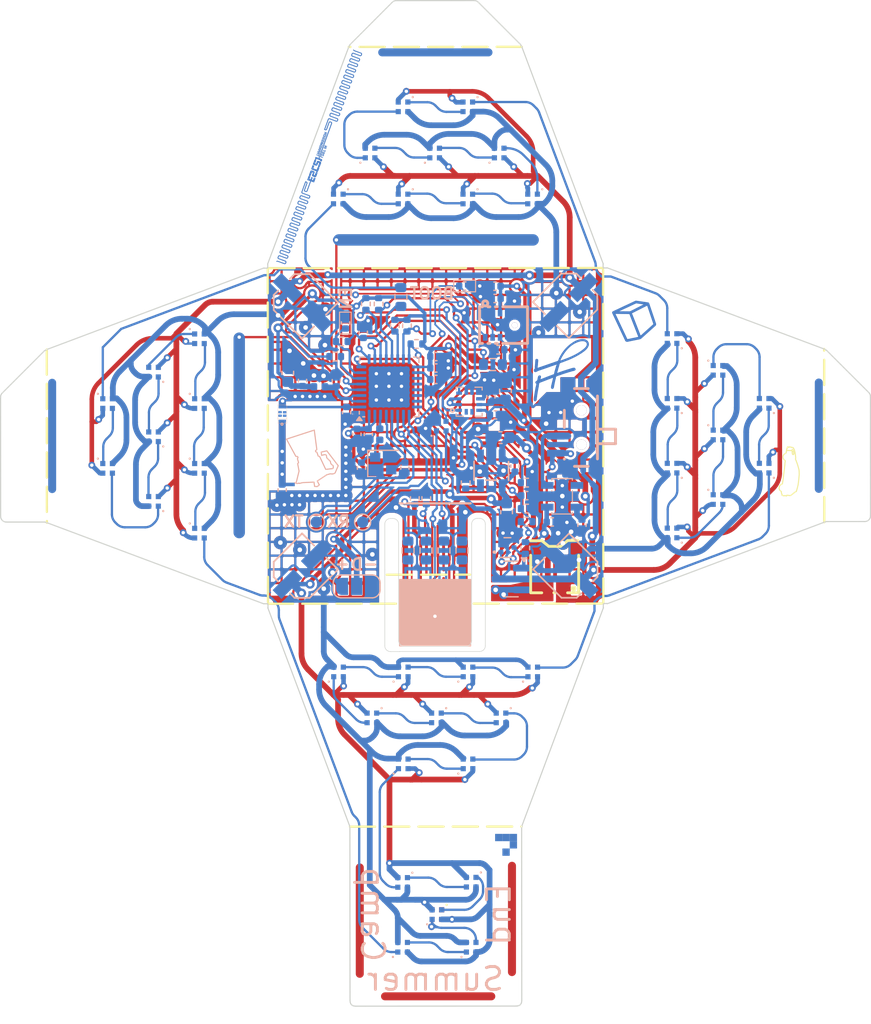
<source format=kicad_pcb>
(kicad_pcb (version 20241229) (generator "pcbnew") (generator_version "9.0")
  (layers (0 "F.Cu" signal) (2 "B.Cu" signal) (13 "F.Paste" user) (15 "B.Paste" user) (5 "F.SilkS" user "F.Silkscreen") (7 "B.SilkS" user "B.Silkscreen") (1 "F.Mask" user) (3 "B.Mask" user) (25 "Edge.Cuts" user))
  (net 0 "")
  (net 3 "Net-(ANT2-Feed)")
  (net 6 "/Radiator_Ant")
  (net 7 "+VBUS")
  (net 8 "GND")
  (net 9 "+3V3")
  (net 10 "+VBAT")
  (net 11 "/VBAT_sense")
  (net 12 "/ESP_EN")
  (net 13 "/BOOT9_I2S_CLK")
  (net 14 "+VLED")
  (net 15 "Net-(LED1-DOUT)")
  (net 16 "/LED_data")
  (net 17 "Net-(LED2-DOUT)")
  (net 18 "Net-(LED3-DOUT)")
  (net 19 "Net-(LED4-DOUT)")
  (net 20 "Net-(LED5-DOUT)")
  (net 21 "Net-(LED6-DOUT)")
  (net 22 "Net-(LED7-DOUT)")
  (net 23 "Net-(LED8-DOUT)")
  (net 24 "Net-(LED10-DIN)")
  (net 25 "Net-(LED10-DOUT)")
  (net 26 "Net-(LED11-DOUT)")
  (net 27 "Net-(LED12-DOUT)")
  (net 28 "Net-(LED13-DOUT)")
  (net 29 "Net-(LED14-DOUT)")
  (net 30 "Net-(LED15-DOUT)")
  (net 31 "Net-(LED16-DOUT)")
  (net 32 "Net-(LED17-DOUT)")
  (net 33 "Net-(LED18-DOUT)")
  (net 34 "Net-(LED19-DOUT)")
  (net 35 "Net-(LED20-DOUT)")
  (net 36 "Net-(LED21-DOUT)")
  (net 37 "Net-(LED22-DOUT)")
  (net 38 "Net-(LED23-DOUT)")
  (net 39 "Net-(LED24-DOUT)")
  (net 40 "Net-(LED25-DOUT)")
  (net 41 "Net-(LED26-DOUT)")
  (net 42 "Net-(LED27-DOUT)")
  (net 43 "Net-(LED28-DOUT)")
  (net 44 "Net-(LED29-DOUT)")
  (net 45 "Net-(LED30-DOUT)")
  (net 46 "Net-(LED31-DOUT)")
  (net 47 "Net-(LED32-DOUT)")
  (net 48 "Net-(LED33-DOUT)")
  (net 49 "Net-(LED34-DOUT)")
  (net 50 "Net-(LED35-DOUT)")
  (net 51 "Net-(LED36-DOUT)")
  (net 52 "Net-(LED37-DOUT)")
  (net 53 "Net-(LED38-DOUT)")
  (net 54 "Net-(LED39-DOUT)")
  (net 55 "Net-(LED40-DOUT)")
  (net 56 "Net-(LED41-DOUT)")
  (net 57 "/WS2812 addressable LEDs/LED_DOUT")
  (net 58 "Net-(U5-WS)")
  (net 59 "Net-(Q1-G)")
  (net 60 "/charging_stat")
  (net 61 "/SCL")
  (net 62 "/SDA")
  (net 63 "/LED_switch")
  (net 64 "/I2S_WS")
  (net 65 "/CC2")
  (net 66 "/TOUCH_0")
  (net 67 "USBD_N")
  (net 68 "/TOUCH_1")
  (net 69 "USBD_P")
  (net 72 "Net-(C14-Pad1)")
  (net 73 "Net-(U3-XTAL_N)")
  (net 74 "Net-(C22-Pad2)")
  (net 75 "Net-(U3-VDD_SPI{slash}GPIO11)")
  (net 76 "Net-(U3-XTAL_P)")
  (net 77 "/CC1")
  (net 78 "Net-(U2-PROG)")
  (net 79 "Net-(U3-GPIO2{slash}ADC1_CH2)")
  (net 86 "unconnected-(USB2-SBU1-PadA8)")
  (net 87 "unconnected-(USB2-SBU2-PadB8)")
  (net 96 "/WS2812 addressable LEDs/LED_DIN")
  (net 97 "/EN_LDO")
  (net 98 "/I2S_DAT_U0RX")
  (net 99 "/U0TX")
  (footprint "easyeda2kicad:Solder_flap_ESC" (layer "F.Cu") (at 142.77 138.63 90)
    (property "Reference" "TP7" (hide yes))
    (property "Value" "Solder_flap" (hide yes))
  )
  (footprint "easyeda2kicad:net_tie_2pins_0.2" (layer "F.Cu") (at 122.7 93.39 -90)
    (property "Reference" "NT1" (hide yes))
    (property "Value" "NetTie_2" (hide yes))
  )
  (footprint "easyeda2kicad:USB_Type_C_FlexPCB_Fold" (layer "F.Cu") (at 135.834003 101.05 180)
    (property "Reference" "USB2" (hide yes))
    (property "Value" "~" (hide yes))
  )
  (footprint "easyeda2kicad:Solder_flap_ESC" (layer "F.Cu") (at 129.45 138.78 90)
    (property "Reference" "TP8" (hide yes))
    (property "Value" "Solder_flap" (hide yes))
  )
  (footprint "easyeda2kicad:Solder_flap_ESC" (layer "F.Cu") (at 136.36 145.45)
    (property "Reference" "TP6" (hide yes))
    (property "Value" "Solder_flap" (hide yes))
  )
  (footprint "easyeda2kicad:CONN-SMD_2P-P1.20_781710002" (layer "F.Cu") (at 146.505 108.129 180)
    (property "Reference" "CN1" (hide yes))
    (property "Value" "781710002" (hide yes))
  )
  (footprint "easyeda2kicad:LED-SMD_4P-L1.0-W1.0-TL_XL-1010RGBC-WS2812B" (layer "F.Cu") (at 136.2 138.3 -90)
    (property "Reference" "LED43" (hide yes))
    (property "Value" "XL-1010RGBC-WS2812B")
  )
  (footprint "easyeda2kicad:LED-SMD_4P-L1.0-W1.0-TL_XL-1010RGBC-WS2812B" (layer "B.Cu") (at 141.809668 121.1 180)
    (property "Reference" "LED25" (hide yes))
    (property "Value" "XL-1010RGBC-WS2812B")
  )
  (footprint "Resistor_SMD:R_0402_1005Metric" (layer "B.Cu") (at 127.88 88.18)
    (property "Reference" "R7" (hide yes))
    (property "Value" "10k" (hide yes))
  )
  (footprint "easyeda2kicad:LED-SMD_4P-L1.0-W1.0-TL_XL-1010RGBC-WS2812B" (layer "B.Cu") (at 133.2 141.155698)
    (property "Reference" "LED32" (hide yes))
    (property "Value" "XL-1010RGBC-WS2812B")
  )
  (footprint "easyeda2kicad:Solder_flap_ESC" (layer "B.Cu") (at 136.114 62.9)
    (property "Reference" "TP9" (hide yes))
    (property "Value" "Solder_flap" (hide yes))
  )
  (footprint "Capacitor_SMD:C_0402_1005Metric" (layer "B.Cu") (at 148.896 104.242 90)
    (property "Reference" "C31" (hide yes))
    (property "Value" "2.2uF" (hide yes))
  )
  (footprint "easyeda2kicad:LGA-12_L2.0-W2.0-P0.50-BL" (layer "B.Cu") (at 139.02 93.45 90)
    (property "Reference" "U1" (hide yes))
    (property "Value" "LIS2DH12TR" (hide yes))
  )
  (footprint "Capacitor_SMD:C_0402_1005Metric" (layer "B.Cu") (at 140.921 93.022 90)
    (property "Reference" "C20" (hide yes))
    (property "Value" "100nF" (hide yes))
  )
  (footprint "easyeda2kicad:LED-SMD_4P-L1.0-W1.0-TL_XL-1010RGBC-WS2812B" (layer "B.Cu") (at 156.78 87.925099 90)
    (property "Reference" "LED10" (hide yes))
    (property "Value" "XL-1010RGBC-WS2812B")
  )
  (footprint "Crystal:Crystal_SMD_2016-4Pin_2.0x1.6mm" (layer "B.Cu") (at 131.5 98.85)
    (property "Reference" "Y1" (hide yes))
    (property "Value" "40MHz 10ppm 8pf" (hide yes))
  )
  (footprint "Capacitor_SMD:C_0402_1005Metric" (layer "B.Cu") (at 141.3 84.42)
    (property "Reference" "C25" (hide yes))
    (property "Value" "10nF" (hide yes))
  )
  (footprint "easyeda2kicad:LED-SMD_4P-L1.0-W1.0-TL_XL-1010RGBC-WS2812B" (layer "B.Cu") (at 136.58 95.58)
    (property "Reference" "LED42" (hide yes))
    (property "Value" "XL-1010RGBC-WS2812B")
  )
  (footprint "easyeda2kicad:LED-SMD_4P-L1.0-W1.0-TL_XL-1010RGBC-WS2812B" (layer "B.Cu") (at 127.571079 75.72 180)
    (property "Reference" "LED1" (hide yes))
    (property "Value" "XL-1010RGBC-WS2812B")
  )
  (footprint "easyeda2kicad:LED-SMD_4P-L1.0-W1.0-TL_XL-1010RGBC-WS2812B" (layer "B.Cu") (at 133.2 135.488698 180)
    (property "Reference" "LED28" (hide yes))
    (property "Value" "XL-1010RGBC-WS2812B")
  )
  (footprint "Capacitor_SMD:C_0402_1005Metric" (layer "B.Cu") (at 146.291 103.961)
    (property "Reference" "C8" (hide yes))
    (property "Value" "2.2uF" (hide yes))
  )
  (footprint "easyeda2kicad:LED-SMD_4P-L1.0-W1.0-TL_XL-1010RGBC-WS2812B" (layer "B.Cu") (at 130.509668 121.1 180)
    (property "Reference" "LED23" (hide yes))
    (property "Value" "XL-1010RGBC-WS2812B")
  )
  (footprint "Capacitor_SMD:C_0402_1005Metric" (layer "B.Cu") (at 141.32 94.6)
    (property "Reference" "C21" (hide yes))
    (property "Value" "100nF" (hide yes))
  )
  (footprint "easyeda2kicad:LED-SMD_4P-L1.0-W1.0-TL_XL-1010RGBC-WS2812B" (layer "B.Cu") (at 138.923001 117.08)
    (property "Reference" "LED20" (hide yes))
    (property "Value" "XL-1010RGBC-WS2812B")
  )
  (footprint "Capacitor_SMD:C_0402_1005Metric" (layer "B.Cu") (at 136.1 89.5 180)
    (property "Reference" "C16" (hide yes))
    (property "Value" "2.2uF" (hide yes))
  )
  (footprint "Capacitor_SMD:C_0402_1005Metric" (layer "B.Cu") (at 133.4 99.25 90)
    (property "Reference" "C18" (hide yes))
    (property "Value" "15pF" (hide yes))
  )
  (footprint "Resistor_SMD:R_0603_1608Metric" (layer "B.Cu") (at 136.820667 106.459999 90)
    (property "Reference" "R18" (hide yes))
    (property "Value" "49.9r" (hide yes))
  )
  (footprint "easyeda2kicad:LED-SMD_4P-L1.0-W1.0-TL_XL-1010RGBC-WS2812B" (layer "B.Cu") (at 136.2 138.3)
    (property "Reference" "LED30" (hide yes))
    (property "Value" "XL-1010RGBC-WS2812B")
  )
  (footprint "easyeda2kicad:LED-SMD_4P-L1.0-W1.0-TL_XL-1010RGBC-WS2812B" (layer "B.Cu") (at 164.84 99.258432 90)
    (property "Reference" "LED18" (hide yes))
    (property "Value" "XL-1010RGBC-WS2812B")
  )
  (footprint "Capacitor_SMD:C_0402_1005Metric" (layer "B.Cu") (at 128.298 94.3895 90)
    (property "Reference" "C28" (hide yes))
    (property "Value" "2.3pF" (hide yes))
  )
  (footprint "Resistor_SMD:R_0402_1005Metric" (layer "B.Cu") (at 143.938 106.239 -90)
    (property "Reference" "R11" (hide yes))
    (property "Value" "5.1k" (hide yes))
  )
  (footprint "easyeda2kicad:LED-SMD_4P-L1.0-W1.0-TL_XL-1010RGBC-WS2812B" (layer "B.Cu") (at 156.78 104.925099 90)
    (property "Reference" "LED13" (hide yes))
    (property "Value" "XL-1010RGBC-WS2812B")
  )
  (footprint "easyeda2kicad:LED-SMD_4P-L1.0-W1.0-TL_XL-1010RGBC-WS2812B" (layer "B.Cu") (at 133.256335 125.12)
    (property "Reference" "LED27" (hide yes))
    (property "Value" "XL-1010RGBC-WS2812B")
  )
  (footprint "easyeda2kicad:LED-SMD_4P-L1.0-W1.0-TL_XL-1010RGBC-WS2812B" (layer "B.Cu") (at 144.589668 117.08)
    (property "Reference" "LED19" (hide yes))
    (property "Value" "XL-1010RGBC-WS2812B")
  )
  (footprint "Inductor_SMD:L_0402_1005Metric" (layer "B.Cu") (at 131.2 96.3 90)
    (property "Reference" "L4" (hide yes))
    (property "Value" "24nH")
  )
  (footprint "Package_TO_SOT_SMD:SOT-723" (layer "B.Cu") (at 142.375 106.2)
    (property "Reference" "Q2" (hide yes))
    (property "Value" "SSM3K15AMFV,L3F(T" (hide yes))
  )
  (footprint "Resistor_SMD:R_0402_1005Metric" (layer "B.Cu") (at 144.057 103.939)
    (property "Reference" "R21" (hide yes))
    (property "Value" "100k" (hide yes))
  )
  (footprint "Inductor_SMD:L_0402_1005Metric" (layer "B.Cu") (at 125.92 92.14)
    (property "Reference" "L1" (hide yes))
    (property "Value" "2.0nH" (hide yes))
  )
  (footprint "Resistor_SMD:R_0402_1005Metric" (layer "B.Cu") (at 138.72 100.53 -90)
    (property "Reference" "R6" (hide yes))
    (property "Value" "5.1k" (hide yes))
  )
  (footprint "TestPoint:TestPoint_Pad_D1.0mm" (layer "B.Cu") (at 125.65 103.98)
    (property "Reference" "TP1" (hide yes))
    (property "Value" "TestPoint")
  )
  (footprint "Capacitor_SMD:C_0402_1005Metric" (layer "B.Cu") (at 122.6595 101.1725 -90)
    (property "Reference" "C27" (hide yes))
    (property "Value" "1.1pF" (hide yes))
  )
  (footprint "Resistor_SMD:R_0402_1005Metric" (layer "B.Cu") (at 141.6 88.9 180)
    (property "Reference" "R14" (hide yes))
    (property "Value" "100k" (hide yes))
  )
  (footprint "easyeda2kicad:LED-SMD_4P-L1.0-W1.0-TL_XL-1010RGBC-WS2812B" (layer "B.Cu") (at 130.351079 71.7)
    (property "Reference" "LED7" (hide yes))
    (property "Value" "XL-1010RGBC-WS2812B")
  )
  (footprint "easyeda2kicad:Solder_flap_ESC" (layer "B.Cu") (at 102.53 96.49 -90)
    (property "Reference" "TP5" (hide yes))
    (property "Value" "Solder_flap" (hide yes))
  )
  (footprint "easyeda2kicad:ANT-SMD_6P-L1.6-W0.8-P1.20-1" (layer "B.Cu") (at 122.673999 94.5235 90)
    (property "Reference" "ANT2" (hide yes))
    (property "Value" "ANT016008LCS2442MA" (hide yes))
  )
  (footprint "Capacitor_SMD:C_0402_1005Metric" (layer "B.Cu") (at 130.2 96.3 -90)
    (property "Reference" "C6" (hide yes))
    (property "Value" "10nF" (hide yes))
  )
  (footprint "easyeda2kicad:LED-SMD_4P-L1.0-W1.0-TL_XL-1010RGBC-WS2812B" (layer "B.Cu") (at 160.8 96.355099 -90)
    (property "Reference" "LED15" (hide yes))
    (property "Value" "XL-1010RGBC-WS2812B")
  )
  (footprint "Capacitor_SMD:C_0402_1005Metric" (layer "B.Cu") (at 144.057 101.659667 180)
    (property "Reference" "C17" (hide yes))
    (property "Value" "2.2uF" (hide yes))
  )
  (footprint "Capacitor_SMD:C_0402_1005Metric" (layer "B.Cu") (at 138.63 83.330001)
    (property "Reference" "C32" (hide yes))
    (property "Value" "100nF" (hide yes))
  )
  (footprint "easyeda2kicad:LED-SMD_4P-L1.0-W1.0-TL_XL-1010RGBC-WS2812B" (layer "B.Cu") (at 138.904412 67.66 180)
    (property "Reference" "LED9" (hide yes))
    (property "Value" "XL-1010RGBC-WS2812B")
  )
  (footprint "Resistor_SMD:R_0402_1005Metric" (layer "B.Cu") (at 135.27 101.91 -90)
    (property "Reference" "R1" (hide yes))
    (property "Value" "5.1k" (hide yes))
  )
  (footprint "easyeda2kicad:SENSOR-SMD_ICS-43432" (layer "B.Cu") (at 142.067068 86.748488)
    (property "Reference" "U5" (hide yes))
    (property "Value" "ICS-43432")
  )
  (footprint "easyeda2kicad:CAP-SMD_BD4.0-L4.3-W4.3-LS5.1-FD" (layer "B.Cu") (at 147.751203 84.723797 -135)
    (property "Reference" "C1" (hide yes))
    (property "Value" "126RV0140" (hide yes))
  )
  (footprint "easyeda2kicad:LED-SMD_4P-L1.0-W1.0-TL_XL-1010RGBC-WS2812B" (layer "B.Cu") (at 111.4 102.163686 90)
    (property "Reference" "LED39" (hide yes))
    (property "Value" "XL-1010RGBC-WS2812B")
  )
  (footprint "easyeda2kicad:Touch_pad_ESC" (layer "B.Cu") (at 136.071079 79.3 180)
    (property "Reference" "TP4" (hide yes))
    (property "Value" "TestPoint" (hide yes))
  )
  (footprint "easyeda2kicad:LED-SMD_4P-L1.0-W1.0-TL_XL-1010RGBC-WS2812B" (layer "B.Cu") (at 133.237746 67.66 180)
    (property "Reference" "LED8" (hide yes))
    (property "Value" "XL-1010RGBC-WS2812B")
  )
  (footprint "Capacitor_SMD:C_0402_1005Metric" (layer "B.Cu") (at 129.6 99.25 90)
    (property "Reference" "C22" (hide yes))
    (property "Value" "15pF" (hide yes))
  )
  (footprint "Resistor_SMD:R_0402_1005Metric" (layer "B.Cu") (at 134.27 101.91 -90)
    (property "Reference" "R2" (hide yes))
    (property "Value" "5.1k" (hide yes))
  )
  (footprint "easyeda2kicad:LED-SMD_4P-L1.0-W1.0-TL_XL-1010RGBC-WS2812B" (layer "B.Cu") (at 144.571079 75.72 180)
    (property "Reference" "LED4" (hide yes))
    (property "Value" "XL-1010RGBC-WS2812B")
  )
  (footprint "Capacitor_SMD:C_0402_1005Metric" (layer "B.Cu") (at 128.2 86.57 -90)
    (property "Reference" "C24" (hide yes))
    (property "Value" "2.2uF" (hide yes))
  )
  (footprint "easyeda2kicad:LED-SMD_4P-L1.0-W1.0-TL_XL-1010RGBC-WS2812B" (layer "B.Cu") (at 133.256335 117.08)
    (property "Reference" "LED21" (hide yes))
    (property "Value" "XL-1010RGBC-WS2812B")
  )
  (footprint "easyeda2kicad:LED-SMD_4P-L1.0-W1.0-TL_XL-1010RGBC-WS2812B" (layer "B.Cu") (at 139.2 135.4665 180)
    (property "Reference" "LED29" (hide yes))
    (property "Value" "XL-1010RGBC-WS2812B")
  )
  (footprint "Resistor_SMD:R_0603_1608Metric" (layer "B.Cu") (at 135.247333 106.459999 90)
    (property "Reference" "R19" (hide yes))
    (property "Value" "49.9r" (hide yes))
  )
  (footprint "Capacitor_SMD:C_0402_1005Metric" (layer "B.Cu") (at 129.76 87.39 90)
    (property "Reference" "C7" (hide yes))
    (property "Value" "100nF" (hide yes))
  )
  (footprint "Capacitor_SMD:C_0402_1005Metric" (layer "B.Cu") (at 127.4 91.62 90)
    (property "Reference" "C14" (hide yes))
    (property "Value" "2.2uF" (hide yes))
  )
  (footprint "easyeda2kicad:LED-SMD_4P-L1.0-W1.0-TL_XL-1010RGBC-WS2812B" (layer "B.Cu") (at 156.78 93.591766 90)
    (property "Reference" "LED11" (hide yes))
    (property "Value" "XL-1010RGBC-WS2812B")
  )
  (footprint "easyeda2kicad:Touch_pad_ESC" (layer "B.Cu") (at 118.9 96.443686 -90)
    (property "Reference" "TP3" (hide yes))
    (property "Value" "TestPoint" (hide yes))
  )
  (footprint "Resistor_SMD:R_0402_1005Metric" (layer "B.Cu") (at 133.58 86.8 -90)
    (property "Reference" "R10" (hide yes))
    (property "Value" "100k" (hide yes))
  )
  (footprint "Capacitor_SMD:C_0402_1005Metric" (layer "B.Cu") (at 141.29 83.35)
    (property "Reference" "C26" (hide yes))
    (property "Value" "100nF" (hide yes))
  )
  (footprint "easyeda2kicad:LED-SMD_4P-L1.0-W1.0-TL_XL-1010RGBC-WS2812B" (layer "B.Cu") (at 141.651079 71.7)
    (property "Reference" "LED5" (hide yes))
    (property "Value" "XL-1010RGBC-WS2812B")
  )
  (footprint "Resistor_SMD:R_0603_1608Metric" (layer "B.Cu") (at 138.394 106.46 90)
    (property "Reference" "R17" (hide yes))
    (property "Value" "49.9r" (hide yes))
  )
  (footprint "Capacitor_SMD:C_0603_1608Metric" (layer "B.Cu") (at 142.301 103.101 -90)
    (property "Reference" "C9" (hide yes))
    (property "Value" "10uF" (hide yes))
  )
  (footprint "easyeda2kicad:CAP-SMD_BD4.0-L4.3-W4.3-LS5.1-FD" (layer "B.Cu") (at 124.4 108.125 45)
    (property "Reference" "C4" (hide yes))
    (property "Value" "126RV0140" (hide yes))
  )
  (footprint "easyeda2kicad:LED-SMD_4P-L1.0-W1.0-TL_XL-1010RGBC-WS2812B" (layer "B.Cu") (at 160.8 102.005099 -90)
    (property "Reference" "LED14" (hide yes))
    (property "Value" "XL-1010RGBC-WS2812B")
  )
  (footprint "easyeda2kicad:LED-SMD_4P-L1.0-W1.0-TL_XL-1010RGBC-WS2812B" (layer "B.Cu") (at 107.38 99.277019 -90)
    (property "Reference" "LED40" (hide yes))
    (property "Value" "XL-1010RGBC-WS2812B")
  )
  (footprint "easyeda2kicad:LED-SMD_4P-L1.0-W1.0-TL_XL-1010RGBC-WS2812B" (layer "B.Cu") (at 136.001079 71.7)
    (property "Reference" "LED6" (hide yes))
    (property "Value" "XL-1010RGBC-WS2812B")
  )
  (footprint "easyeda2kicad:LED-SMD_4P-L1.0-W1.0-TL_XL-1010RGBC-WS2812B" (layer "B.Cu") (at 133.237746 75.72 180)
    (property "Reference" "LED2" (hide yes))
    (property "Value" "XL-1010RGBC-WS2812B")
  )
  (footprint "Resistor_SMD:R_0603_1608Metric" (layer "B.Cu") (at 133.05 84.29 -90)
    (property "Reference" "R25" (hide yes))
    (property "Value" "49.9r" (hide yes))
  )
  (footprint "Package_TO_SOT_SMD:SOT-23" (layer "B.Cu") (at 142.6625 108.95 180)
    (property "Reference" "Q1" (hide yes))
    (property "Value" "CJ3407" (hide yes))
  )
  (footprint "easyeda2kicad:LED-SMD_4P-L1.0-W1.0-TL_XL-1010RGBC-WS2812B" (layer "B.Cu") (at 156.78 99.258432 90)
    (property "Reference" "LED12" (hide yes))
    (property "Value" "XL-1010RGBC-WS2812B")
  )
  (footprint "Resistor_SMD:R_0402_1005Metric" (layer "B.Cu") (at 127.3 89.5)
    (property "Reference" "R8" (hide yes))
    (property "Value" "100k" (hide yes))
  )
  (footprint "easyeda2kicad:LED-SMD_4P-L1.0-W1.0-TL_XL-1010RGBC-WS2812B" (layer "B.Cu") (at 115.42 87.943686 -90)
    (property "Reference" "LED36" (hide yes))
    (property "Value" "XL-1010RGBC-WS2812B")
  )
  (footprint "easyeda2kicad:SOT-23-5_L2.9-W1.6-P0.95-LS2.8-TL" (layer "B.Cu") (at 140.961 99.485 -90)
    (property "Reference" "U2" (hide yes))
    (property "Value" "LGS4084HB5-4.35" (hide yes))
  )
  (footprint "easyeda2kicad:LED-SMD_4P-L1.0-W1.0-TL_XL-1010RGBC-WS2812B" (layer "B.Cu") (at 138.923001 125.12)
    (property "Reference" "LED26" (hide yes))
    (property "Value" "XL-1010RGBC-WS2812B")
  )
  (footprint "Capacitor_SMD:C_0603_1608Metric" (layer "B.Cu") (at 141.761 96.589 180)
    (property "Reference" "C11" (hide yes))
    (property "Value" "10uF" (hide yes))
  )
  (footprint "Resistor_SMD:R_0402_1005Metric" (layer "B.Cu") (at 132.52 86.8 -90)
    (property "Reference" "R9" (hide yes))
    (property "Value" "10k" (hide yes))
  )
  (footprint "easyeda2kicad:LED-SMD_4P-L1.0-W1.0-TL_XL-1010RGBC-WS2812B" (layer "B.Cu") (at 111.4 90.863686 90)
    (property "Reference" "LED37" (hide yes))
    (property "Value" "XL-1010RGBC-WS2812B")
  )
  (footprint "easyeda2kicad:LED-SMD_4P-L1.0-W1.0-TL_XL-1010RGBC-WS2812B" (layer "B.Cu") (at 164.84 93.591766 90)
    (property "Reference" "LED17" (hide yes))
    (property "Value" "XL-1010RGBC-WS2812B")
  )
  (footprint "easyeda2kicad:LED-SMD_4P-L1.0-W1.0-TL_XL-1010RGBC-WS2812B" (layer "B.Cu") (at 107.38 93.610353 -90)
    (property "Reference" "LED41" (hide yes))
    (property "Value" "XL-1010RGBC-WS2812B")
  )
  (footprint "Capacitor_SMD:C_0402_1005Metric" (layer "B.Cu") (at 136.1 91.5 180)
    (property "Reference" "C23" (hide yes))
    (property "Value" "2.2uF" (hide yes))
  )
  (footprint "Capacitor_SMD:C_0402_1005Metric" (layer "B.Cu") (at 124.44 91.6 90)
    (property "Reference" "C13" (hide yes))
    (property "Value" "100nF" (hide yes))
  )
  (footprint "easyeda2kicad:CAP-SMD_BD4.0-L4.3-W4.3-LS5.1-FD" (layer "B.Cu") (at 124.396122 84.773818 -45)
    (property "Reference" "C2" (hide yes))
    (property "Value" "126RV0140" (hide yes))
  )
  (footprint "easyeda2kicad:LED-SMD_4P-L1.0-W1.0-TL_XL-1010RGBC-WS2812B" (layer "B.Cu") (at 115.42 93.610353 -90)
    (property "Reference" "LED35" (hide yes))
    (property "Value" "XL-1010RGBC-WS2812B")
  )
  (footprint "easyeda2kicad:SOT-23-5_L3.0-W1.7-P0.95-LS2.8-BR" (layer "B.Cu") (at 147.157 101.719 180)
    (property "Reference" "U4" (hide yes))
    (property "Value" "LW5233A23E" (hide yes))
  )
  (footprint "easyeda2kicad:LED-SMD_4P-L1.0-W1.0-TL_XL-1010RGBC-WS2812B" (layer "B.Cu") (at 127.589668 117.08)
    (property "Reference" "LED22" (hide yes))
    (property "Value" "XL-1010RGBC-WS2812B")
  )
  (footprint "Resistor_SMD:R_0402_1005Metric" (layer "B.Cu") (at 144.057 102.794333)
    (property "Reference" "R23" (hide yes))
    (property "Value" "100k" (hide yes))
  )
  (footprint "Resistor_SMD:R_0402_1005Metric" (layer "B.Cu") (at 134.409999 88.4)
    (property "Reference" "R4" (hide yes))
    (property "Value" "100k" (hide yes))
  )
  (footprint "Resistor_SMD:R_0603_1608Metric" (layer "B.Cu") (at 141.1 90.2)
    (property "Reference" "R13" (hide yes))
    (property "Value" "49.9r" (hide yes))
  )
  (footprint "Package_DFN_QFN:QFN-32-1EP_5x5mm_P0.5mm_EP3.45x3.45mm" (layer "B.Cu") (at 132.02 92.1575)
    (property "Reference" "U3" (hide yes))
    (property "Value" "ESP32-C3" (hide yes))
  )
  (footprint "Capacitor_SMD:C_0402_1005Metric" (layer "B.Cu") (at 143.03 99.08 -90)
    (property "Reference" "C10" (hide yes))
    (property "Value" "100nF")
  )
  (footprint "easyeda2kicad:SW-TH_MSK12C02" (layer "B.Cu") (at 148.3 95.7 -90)
    (property "Reference" "SW1" (hide yes))
    (property "Value" "MSK12CO2-SZ" (hide yes))
  )
  (footprint "easyeda2kicad:Solder_flap_ESC" (layer "B.Cu") (at 169.62 96.47 -90)
    (property "Reference" "TP10" (hide yes))
    (property "Value" "Solder_flap" (hide yes))
  )
  (footprint "easyeda2kicad:LED-SMD_4P-L1.0-W1.0-TL_XL-1010RGBC-WS2812B" (layer "B.Cu") (at 111.4 96.513686 90)
    (property "Reference" "LED38" (hide yes))
    (property "Value" "XL-1010RGBC-WS2812B")
  )
  (footprint "Jumper:SolderJumper-3_P1.3mm_Open_RoundedPad1.0x1.5mm_NumberLabels" (layer "B.Cu") (at 129.18 109.6)
    (property "Reference" "J2" (hide yes))
    (property "Value" "Conn_01x03_Socket" (hide yes))
  )
  (footprint "Capacitor_SMD:C_0603_1608Metric" (layer "B.Cu") (at 123.15 90.93 90)
    (property "Reference" "C12" (hide yes))
    (property "Value" "10uF" (hide yes))
  )
  (footprint "TestPoint:TestPoint_Pad_D1.0mm" (layer "B.Cu") (at 129.7 103.98)
    (property "Reference" "TP2" (hide yes))
    (property "Value" "TestPoint")
  )
  (footprint "Capacitor_SMD:C_0603_1608Metric" (layer "B.Cu") (at 142.2 92.5 90)
    (property "Reference" "C19" (hide yes))
    (property "Value" "10uF" (hide yes))
  )
  (footprint "easyeda2kicad:LED-SMD_4P-L1.0-W1.0-TL_XL-1010RGBC-WS2812B" (layer "B.Cu") (at 115.42 99.277019 -90)
    (property "Reference" "LED34" (hide yes))
    (property "Value" "XL-1010RGBC-WS2812B")
  )
  (footprint "Resistor_SMD:R_0402_1005Metric" (layer "B.Cu") (at 129.985 84.896 -90)
    (property "Reference" "R3" (hide yes))
    (property "Value" "5.1k" (hide yes))
  )
  (footprint "easyeda2kicad:LED-SMD_4P-L1.0-W1.0-TL_XL-1010RGBC-WS2812B" (layer "B.Cu") (at 160.8 90.705099 -90)
    (property "Reference" "LED16" (hide yes))
    (property "Value" "XL-1010RGBC-WS2812B")
  )
  (footprint "easyeda2kicad:LED-SMD_4P-L1.0-W1.0-TL_XL-1010RGBC-WS2812B" (layer "B.Cu") (at 115.42 104.943687 -90)
    (property "Reference" "LED33" (hide yes))
    (property "Value" "XL-1010RGBC-WS2812B")
  )
  (footprint "Resistor_SMD:R_0402_1005Metric" (layer "B.Cu") (at 131.1 84.9 -90)
    (property "Reference" "R5" (hide yes))
    (property "Value" "5.1k" (hide yes))
  )
  (footprint "easyeda2kicad:CAP-SMD_BD4.0-L4.3-W4.3-LS5.1-FD" (layer "B.Cu") (at 147.776203 108.112792 135)
    (property "Reference" "C3" (hide yes))
    (property "Value" "126RV0140" (hide yes))
  )
  (footprint "easyeda2kicad:LED-SMD_4P-L1.0-W1.0-TL_XL-1010RGBC-WS2812B" (layer "B.Cu") (at 136.159668 121.1 180)
    (property "Reference" "LED24" (hide yes))
    (property "Value" "XL-1010RGBC-WS2812B")
  )
  (footprint "Capacitor_SMD:C_0402_1005Metric" (layer "B.Cu") (at 129.2 96.3 90)
    (property "Reference" "C5" (hide yes))
    (property "Value" "2.2uF" (hide yes))
  )
  (footprint "easyeda2kicad:LED-SMD_4P-L1.0-W1.0-TL_XL-1010RGBC-WS2812B" (layer "B.Cu") (at 138.904412 75.72 180)
    (property "Reference" "LED3" (hide yes))
    (property "Value" "XL-1010RGBC-WS2812B")
  )
  (footprint "Resistor_SMD:R_0402_1005Metric" (layer "B.Cu") (at 144.057 100.525)
    (property "Reference" "R16" (hide yes))
    (property "Value" "10k" (hide yes))
  )
  (footprint "Resistor_SMD:R_0603_1608Metric" (layer "B.Cu") (at 133.674 106.46 90)
    (property "Reference" "R20" (hide yes))
    (property "Value" "49.9r" (hide yes))
  )
  (footprint "easyeda2kicad:LED-SMD_4P-L1.0-W1.0-TL_XL-1010RGBC-WS2812B" (layer "B.Cu") (at 139.2 141.155698)
    (property "Reference" "LED31" (hide yes))
    (property "Value" "XL-1010RGBC-WS2812B")
  )
  (footprint "Capacitor_SMD:C_0402_1005Metric" (layer "B.Cu") (at 136.1 90.5)
    (property "Reference" "C15" (hide yes))
    (property "Value" "100nF" (hide yes))
  )
  (gr_line (start 134.89 114.217) (end 135.644 114.473) (stroke (width 0.15)) (layer "F.Cu") (net 65))
  (gr_line (start 136.8 112.84) (end 136.95 112.99) (stroke (width 0.15)) (layer "F.Cu") (net 65))
  (gr_line (start 136.3405 113.061) (end 136.952 113.238) (stroke (width 0.15)) (layer "F.Cu") (net 65))
  (gr_rect (start 122.364 95.0285) (end 122.955 100.6735) (stroke (width 0.01)) (fill yes) (layer "F.Cu") (net 6))
  (gr_line (start 133.995 112.67) (end 133.985 113.125) (stroke (width 0.15)) (layer "F.Cu") (net 65))
  (gr_curve (pts (xy 144.867583 91.749584) (xy 144.882444 91.672715) (xy 144.971924 91.676087) (xy 145.008298 91.61887)) (stroke (width 0.1)) (layer "B.Cu"))
  (gr_rect (start 122.364 93.377749) (end 122.9835 94.0185) (stroke (width 0.01)) (fill yes) (layer "B.Cu") (net 3))
  (gr_curve (pts (xy 144.915046 92.991326) (xy 144.901199 93.086949) (xy 144.898583 93.19025) (xy 144.872968 93.283503)) (stroke (width 0.1)) (layer "B.Cu"))
  (gr_line (start 146.080335 91.224821) (end 146.35628 91.121403) (stroke (width 0.1)) (layer "B.Cu"))
  (gr_poly (pts (xy 142.572014 132.519729) (xy 143.211693 132.519729) (xy 143.211693 131.880513) (xy 142.572014 131.880513)) (stroke (width -0.000001)) (fill yes) (layer "B.Cu"))
  (gr_curve (pts (xy 144.985398 90.223763) (xy 144.97761 90.336878) (xy 144.962663 90.45136) (xy 144.960325 90.564635)) (stroke (width 0.1)) (layer "B.Cu"))
  (gr_curve (pts (xy 146.299469 90.272889) (xy 145.952242 90.399773) (xy 145.601752 90.519224) (xy 145.252502 90.640472)) (stroke (width 0.1)) (layer "B.Cu"))
  (gr_curve (pts (xy 146.950578 90.045815) (xy 146.8887 90.090139) (xy 146.870726 90.235576) (xy 146.84857 90.304921)) (stroke (width 0.1)) (layer "B.Cu"))
  (gr_curve (pts (xy 146.35628 91.121403) (xy 146.389876 91.108084) (xy 146.440417 91.100248) (xy 146.465328 91.072545)) (stroke (width 0.1)) (layer "B.Cu"))
  (gr_poly (pts (xy 125.845307 71.833927) (xy 125.82641 71.885849) (xy 125.656664 71.824066) (xy 125.63799 71.875373) (xy 125.807736 71.937158) (xy 125.788841 71.989079) (xy 125.845828 72.009821) (xy 125.902298 71.854672)) (fill yes) (layer "B.Cu"))
  (gr_curve (pts (xy 145.134159 91.215773) (xy 145.170596 91.176114) (xy 145.239765 91.184292) (xy 145.256445 91.238392)) (stroke (width 0.1)) (layer "B.Cu"))
  (gr_curve (pts (xy 144.968441 90.74657) (xy 144.901057 90.783451) (xy 144.846706 90.852175) (xy 144.76639 90.791942)) (stroke (width 0.1)) (layer "B.Cu"))
  (gr_poly (pts (xy 126.072237 70.682285) (xy 126.053462 70.733885) (xy 126.28019 70.81641) (xy 126.298973 70.764811)) (fill yes) (layer "B.Cu"))
  (gr_curve (pts (xy 147.192235 89.952481) (xy 147.11722 89.980775) (xy 147.016027 89.998933) (xy 146.950578 90.045815)) (stroke (width 0.1)) (layer "B.Cu"))
  (gr_poly (pts (xy 126.409365 71.444578) (xy 126.390465 71.496499) (xy 126.220719 71.434716) (xy 126.20205 71.486026) (xy 126.371792 71.547809) (xy 126.352893 71.599727) (xy 126.409885 71.620471) (xy 126.466354 71.465325)) (fill yes) (layer "B.Cu"))
  (gr_curve (pts (xy 144.789899 93.361107) (xy 144.660073 93.352122) (xy 144.739353 93.078511) (xy 144.75037 92.999443)) (stroke (width 0.1)) (layer "B.Cu"))
  (gr_curve (pts (xy 144.872968 93.283503) (xy 144.862351 93.322159) (xy 144.835295 93.364248) (xy 144.789899 93.361107)) (stroke (width 0.1)) (layer "B.Cu"))
  (gr_curve (pts (xy 148.214849 90.52456) (xy 148.270851 90.528788) (xy 148.307483 90.602814) (xy 148.278331 90.652175)) (stroke (width 0.1)) (layer "B.Cu"))
  (gr_curve (pts (xy 144.75037 92.999443) (xy 144.785554 92.746924) (xy 144.828513 92.494824) (xy 144.877577 92.244652)) (stroke (width 0.1)) (layer "B.Cu"))
  (gr_curve (pts (xy 149.44617 88.495047) (xy 149.387735 88.772705) (xy 149.085149 88.995542) (xy 148.864138 89.144329)) (stroke (width 0.1)) (layer "B.Cu"))
  (gr_curve (pts (xy 146.933171 89.671871) (xy 147.001603 89.5228) (xy 147.08467 89.379572) (xy 147.173502 89.241722)) (stroke (width 0.1)) (layer "B.Cu"))
  (gr_curve (pts (xy 144.853437 90.004629) (xy 144.8597 89.938863) (xy 144.844234 89.836088) (xy 144.880297 89.778464)) (stroke (width 0.1)) (layer "B.Cu"))
  (gr_curve (pts (xy 146.546369 90.8) (xy 146.588132 90.653483) (xy 146.629253 90.506937) (xy 146.675599 90.361734)) (stroke (width 0.1)) (layer "B.Cu"))
  (gr_curve (pts (xy 149.107617 88.028081) (xy 149.32683 88.068592) (xy 149.493709 88.269155) (xy 149.44617 88.495047)) (stroke (width 0.1)) (layer "B.Cu"))
  (gr_curve (pts (xy 146.262337 92.025518) (xy 146.306656 91.779785) (xy 146.40096 91.52679) (xy 146.421213 91.278844)) (stroke (width 0.1)) (layer "B.Cu"))
  (gr_curve (pts (xy 146.973105 91.075536) (xy 146.864068 91.116186) (xy 146.711355 91.145181) (xy 146.617171 91.213865)) (stroke (width 0.1)) (layer "B.Cu"))
  (gr_poly (pts (xy 128.246655 66.814312) (xy 128.222697 66.761377) (xy 127.58124 66.527906) (xy 127.562264 66.487214) (xy 127.594842 66.397708) (xy 127.605701 66.367871) (xy 127.646394 66.348897) (xy 128.287852 66.582369) (xy 128.339573 66.560476) (xy 128.389588 66.534927) (xy 128.443886 66.385754) (xy 128.420404 66.336947) (xy 128.396448 66.284013) (xy 127.754982 66.050543) (xy 127.736009 66.00985) (xy 127.768588 65.920339) (xy 127.779446 65.890508) (xy 127.820139 65.87153) (xy 128.461596 66.105004) (xy 128.513321 66.083113) (xy 128.563334 66.057565) (xy 128.617629 65.908388) (xy 128.59415 65.859582) (xy 128.570189 65.806651) (xy 127.92873 65.57318) (xy 127.909754 65.532483) (xy 127.942333 65.442982) (xy 127.953193 65.413146) (xy 127.993886 65.394164) (xy 128.635344 65.627641) (xy 128.687065 65.605747) (xy 128.73708 65.580198) (xy 128.791376 65.431024) (xy 128.767894 65.382221) (xy 128.743938 65.329289) (xy 128.102481 65.095816) (xy 128.083502 65.055122) (xy 128.116082 64.965615) (xy 128.126939 64.935781) (xy 128.167633 64.916804) (xy 128.809094 65.150274) (xy 128.860812 65.128383) (xy 128.910828 65.102836) (xy 128.965122 64.953659) (xy 128.94164 64.904857) (xy 128.917684 64.851923) (xy 128.276224 64.618452) (xy 128.25725 64.577756) (xy 128.289827 64.488253) (xy 128.300686 64.458415) (xy 128.341376 64.439441) (xy 128.982837 64.672914) (xy 129.034559 64.651019) (xy 129.084572 64.625471) (xy 129.138866 64.476296) (xy 129.115388 64.427493) (xy 129.091429 64.374557) (xy 128.44997 64.141087) (xy 128.430994 64.100395) (xy 128.463572 64.010887) (xy 128.47443 63.981052) (xy 128.515123 63.962077) (xy 129.156583 64.195549) (xy 129.208303 64.173654) (xy 129.258319 64.148109) (xy 129.312613 63.998933) (xy 129.289133 63.950127) (xy 129.265174 63.897198) (xy 128.62372 63.663724) (xy 128.604741 63.62303) (xy 128.637319 63.533527) (xy 128.648175 63.503688) (xy 128.688872 63.484713) (xy 129.33033 63.718183) (xy 129.382052 63.696294) (xy 129.432061 63.670743) (xy 129.486363 63.52157) (xy 129.462878 63.472765) (xy 129.438922 63.419833) (xy 128.797463 63.186361) (xy 128.77849 63.145666) (xy 128.811068 63.056161) (xy 128.821923 63.026323) (xy 128.862619 63.00735) (xy 129.504074 63.240822) (xy 129.555797 63.21893) (xy 129.60581 63.19338) (xy 129.660106 63.044204) (xy 129.636625 62.995399) (xy 129.612669 62.942472) (xy 128.971208 62.708998) (xy 128.952232 62.6683) (xy 128.877644 62.641154) (xy 128.866783 62.670988) (xy 128.914226 62.772729) (xy 129.555363 63.00608) (xy 129.57466 63.046891) (xy 129.54208 63.136394) (xy 129.501386 63.155372) (xy 128.859924 62.9219) (xy 128.807918 62.944052) (xy 128.758195 62.969343) (xy 128.736476 63.029008) (xy 128.703899 63.118517) (xy 128.693041 63.148352) (xy 128.740481 63.250086) (xy 129.381619 63.483443) (xy 129.400913 63.524256) (xy 129.368335 63.61376) (xy 129.327642 63.632734) (xy 128.686181 63.399265) (xy 128.634171 63.421414) (xy 128.584446 63.446706) (xy 128.56273 63.506378) (xy 128.530151 63.595882) (xy 128.519291 63.625716) (xy 128.566732 63.72745) (xy 129.207869 63.960807) (xy 129.227165 64.00162) (xy 129.194589 64.091123) (xy 129.153896 64.1101) (xy 128.512438 63.87663) (xy 128.460423 63.898778) (xy 128.4107 63.924069) (xy 128.388981 63.983738) (xy 128.356405 64.073247) (xy 128.345544 64.10308) (xy 128.392986 64.204816) (xy 129.034121 64.438171) (xy 129.053421 64.47898) (xy 129.020843 64.568488) (xy 128.980148 64.587463) (xy 128.33869 64.353994) (xy 128.28668 64.376141) (xy 128.236956 64.401436) (xy 128.215238 64.461104) (xy 128.182661 64.550607) (xy 128.171799 64.580444) (xy 128.21924 64.682176) (xy 128.86038 64.915535) (xy 128.879676 64.956345) (xy 128.847093 65.04585) (xy 128.806401 65.064827) (xy 128.164945 64.831356) (xy 128.112935 64.853505) (xy 128.063212 64.878796) (xy 128.041489 64.938468) (xy 128.008916 65.027974) (xy 127.998053 65.057809) (xy 128.045493 65.159541) (xy 128.686632 65.392899) (xy 128.705927 65.433708) (xy 128.673351 65.523213) (xy 128.632658 65.542193) (xy 127.991198 65.308722) (xy 127.939187 65.330871) (xy 127.889462 65.35616) (xy 127.867742 65.415832) (xy 127.835166 65.505336) (xy 127.824307 65.535175) (xy 127.871747 65.636909) (xy 128.512884 65.870263) (xy 128.532184 65.911073) (xy 128.499606 66.000578) (xy 128.458909 66.019558) (xy 127.817452 65.786086) (xy 127.765441 65.808231) (xy 127.715715 65.833526) (xy 127.694 65.893195) (xy 127.66142 65.982702) (xy 127.650562 66.012533) (xy 127.698 66.114273) (xy 128.339134 66.347628) (xy 128.358436 66.388436) (xy 128.325859 66.477945) (xy 128.285162 66.496921) (xy 127.643707 66.263449) (xy 127.591695 66.285599) (xy 127.541969 66.31089) (xy 127.520253 66.370562) (xy 127.487675 66.460069) (xy 127.476814 66.489902) (xy 127.524257 66.591639) (xy 128.16539 66.82499) (xy 128.184689 66.865802) (xy 128.15211 66.955311) (xy 128.111418 66.974285) (xy 127.469959 66.74081) (xy 127.417948 66.762961) (xy 127.368221 66.788254) (xy 127.346507 66.847922) (xy 127.313927 66.93743) (xy 127.303069 66.967262) (xy 127.35051 67.069003) (xy 127.991646 67.302356) (xy 128.010943 67.343164) (xy 127.978364 67.432673) (xy 127.937674 67.451647) (xy 127.296215 67.218177) (xy 127.244205 67.240326) (xy 127.194476 67.265616) (xy 127.172758 67.325285) (xy 127.140182 67.414793) (xy 127.129319 67.444627) (xy 127.176763 67.546365) (xy 127.8179 67.779721) (xy 127.837194 67.820528) (xy 127.804619 67.910035) (xy 127.763925 67.929011) (xy 127.122467 67.695539) (xy 127.070456 67.71769) (xy 127.020735 67.742983) (xy 126.999012 67.802648) (xy 126.966435 67.892156) (xy 126.955576 67.921991) (xy 127.003015 68.02373) (xy 127.644154 68.257082) (xy 127.663453 68.297893) (xy 127.630873 68.387402) (xy 127.590178 68.406376) (xy 126.948718 68.172903) (xy 126.896711 68.195054) (xy 126.846986 68.220346) (xy 126.825267 68.28001) (xy 126.792691 68.369521) (xy 126.781829 68.399355) (xy 126.829272 68.501092) (xy 127.470408 68.734446) (xy 127.489703 68.775255) (xy 127.457126 68.864763) (xy 127.416434 68.88374) (xy 126.774974 68.65027) (xy 126.722967 68.672419) (xy 126.673241 68.697708) (xy 126.651521 68.757378) (xy 126.618943 68.846885) (xy 126.417416 69.400583) (xy 126.417443 69.400595) (xy 126.347493 69.592774) (xy 126.336634 69.622612) (xy 126.320349 69.667367) (xy 126.40985 69.699942) (xy 126.469525 69.721661) (xy 126.520859 69.699826) (xy 126.571259 69.674223) (xy 126.80473 69.032765) (xy 126.845426 69.013787) (xy 126.934931 69.046364) (xy 126.953788 69.087378) (xy 126.747584 69.653927) (xy 126.720434 69.728514) (xy 125.846264 72.13028) (xy 125.581971 72.034085) (xy 125.53158 72.172543) (xy 125.562812 72.183911) (xy 125.528059 72.279389) (xy 125.496827 72.268022) (xy 125.337853 72.704797) (xy 125.602813 72.801234) (xy 125.609389 72.803513) (xy 125.615832 72.805508) (xy 125.622144 72.807224) (xy 125.628326 72.808661) (xy 125.634376 72.809815) (xy 125.640292 72.810688) (xy 125.64608 72.811282) (xy 125.651739 72.811594) (xy 125.657265 72.811624) (xy 125.662661 72.811375) (xy 125.667924 72.810841) (xy 125.673055 72.810026) (xy 125.678055 72.80893) (xy 125.682926 72.807548) (xy 125.687661 72.805889) (xy 125.692266 72.803943) (xy 125.69674 72.801718) (xy 125.701083 72.799209) (xy 125.70529 72.796415) (xy 125.709368 72.793336) (xy 125.713313 72.789969) (xy 125.717124 72.786329) (xy 125.720805 72.7824) (xy 125.72435 72.778188) (xy 125.727763 72.773687) (xy 125.731045 72.768905) (xy 125.734193 72.763835) (xy 125.73721 72.758484) (xy 125.740091 72.752845) (xy 125.742841 72.746921) (xy 125.745458 72.74071) (xy 125.74794 72.734217) (xy 125.80672 72.572717) (xy 125.808262 72.568862) (xy 125.809083 72.567068) (xy 125.809948 72.565356) (xy 125.810851 72.563734) (xy 125.811783 72.562203) (xy 125.812766 72.560753) (xy 125.813781 72.559389) (xy 125.814832 72.558115) (xy 125.815923 72.556927) (xy 125.817053 72.555827) (xy 125.818226 72.55481) (xy 125.819432 72.553882) (xy 125.82068 72.55304) (xy 125.821973 72.552281) (xy 125.823292 72.551605) (xy 125.824664 72.551024) (xy 125.826072 72.550526) (xy 125.827517 72.550111) (xy 125.829009 72.54978) (xy 125.83054 72.549538) (xy 125.832112 72.549384) (xy 125.833721 72.54931) (xy 125.835377 72.549321) (xy 125.83707 72.54942) (xy 125.838807 72.549602) (xy 125.840586 72.549868) (xy 125.842407 72.550222) (xy 125.844268 72.550663) (xy 125.846174 72.551182) (xy 125.85012 72.55248) (xy 125.867628 72.558854) (xy 125.871354 72.560343) (xy 125.873094 72.561151) (xy 125.87476 72.562) (xy 125.876342 72.562884) (xy 125.877849 72.563813) (xy 125.879275 72.564778) (xy 125.880618 72.565786) (xy 125.88188 72.566841) (xy 125.883065 72.567929) (xy 125.884162 72.569058) (xy 125.885186 72.570229) (xy 125.886121 72.571439) (xy 125.886975 72.572691) (xy 125.887749 72.573987) (xy 125.888437 72.575317) (xy 125.88904 72.576694) (xy 125.889561 72.578111) (xy 125.89 72.579564) (xy 125.890351 72.581064) (xy 125.89062 72.5826) (xy 125.890802 72.584181) (xy 125.890896 72.585805) (xy 125.890911 72.587465) (xy 125.890836 72.58917) (xy 125.890674 72.590914) (xy 125.890428 72.592699) (xy 125.890089 72.594527) (xy 125.889666 72.596397) (xy 125.889151 72.598304) (xy 125.888552 72.600254) (xy 125.887864 72.602247) (xy 125.794333 72.85923) (xy 125.820378 72.868708) (xy 125.798946 72.927594) (xy 125.772899 72.918109) (xy 125.695295 73.131326) (xy 125.69474 73.132791) (xy 125.694149 73.134188) (xy 125.693536 73.13552) (xy 125.692888 73.13679) (xy 125.692208 73.137995) (xy 125.691505 73.139134) (xy 125.690771 73.140214) (xy 125.690006 73.141229) (xy 125.689212 73.14218) (xy 125.688385 73.143067) (xy 125.687529 73.143892) (xy 125.686647 73.14465) (xy 125.685731 73.145348) (xy 125.684795 73.14598) (xy 125.683821 73.146554) (xy 125.682815 73.147058) (xy 125.681783 73.147501) (xy 125.680727 73.147878) (xy 125.67963 73.148195) (xy 125.678509 73.148446) (xy 125.677362 73.148631) (xy 125.676181 73.148759) (xy 125.674971 73.14882) (xy 125.673734 73.14882) (xy 125.672463 73.148748) (xy 125.671165 73.148623) (xy 125.669836 73.148429) (xy 125.668476 73.14817) (xy 125.66709 73.147849) (xy 125.665673 73.147467) (xy 125.664224 73.147018) (xy 125.662748 73.146505) (xy 125.409731 73.054414) (xy 125.40827 73.053859) (xy 125.406874 73.053273) (xy 125.405541 73.052655) (xy 125.404275 73.052007) (xy 125.403066 73.051331) (xy 125.401926 73.050628) (xy 125.400849 73.049891) (xy 125.399832 73.049123) (xy 125.398882 73.048331) (xy 125.397993 73.047506) (xy 125.39717 73.04665) (xy 125.39641 73.045769) (xy 125.395711 73.044856) (xy 125.395079 73.043911) (xy 125.394509 73.042942) (xy 125.394005 73.041936) (xy 125.393557 73.04091) (xy 125.393183 73.039842) (xy 125.392869 73.038753) (xy 125.392619 73.037633) (xy 125.392426 73.036481) (xy 125.392306 73.0353) (xy 125.392242 73.034094) (xy 125.392244 73.032853) (xy 125.392313 73.031583) (xy 125.392442 73.030283) (xy 125.392634 73.028954) (xy 125.39289 73.027597) (xy 125.39321 73.02621) (xy 125.393599 73.024798) (xy 125.394045 73.023347) (xy 125.394557 73.021868) (xy 125.47274 72.807049) (xy 125.32077 72.751735) (xy 125.223475 73.019058) (xy 125.221141 73.025781) (xy 125.219094 73.032362) (xy 125.217327 73.038812) (xy 125.215843 73.045127) (xy 125.214644 73.051306) (xy 125.213725 73.057345) (xy 125.213085 73.063259) (xy 125.21273 73.069026) (xy 125.212661 73.074664) (xy 125.212874 73.080162) (xy 125.213372 73.085527) (xy 125.214149 73.090755) (xy 125.215216 73.095845) (xy 125.216562 73.100801) (xy 125.218196 73.105621) (xy 125.220111 73.110302) (xy 125.222313 73.114843) (xy 125.224799 73.119255) (xy 125.227571 73.123526) (xy 125.230625 73.127662) (xy 125.233967 73.131661) (xy 125.237595 73.135522) (xy 125.241508 73.139247) (xy 125.245709 73.14283) (xy 125.250191 73.146283) (xy 125.254963 73.149591) (xy 125.260025 73.152764) (xy 125.265367 73.155803) (xy 125.271 73.158703) (xy 125.27692 73.161465) (xy 125.283126 73.164088) (xy 125.289622 73.166573) (xy 125.662562 73.302311) (xy 125.634468 73.379492) (xy 125.608423 73.370012) (xy 125.514603 73.627776) (xy 125.514045 73.629238) (xy 125.513463 73.630635) (xy 125.512841 73.631966) (xy 125.512194 73.633233) (xy 125.511519 73.634442) (xy 125.510813 73.635582) (xy 125.510076 73.63666) (xy 125.509313 73.637674) (xy 125.508516 73.638626) (xy 125.50769 73.639517) (xy 125.50684 73.640337) (xy 125.505956 73.641098) (xy 125.505041 73.641795) (xy 125.504098 73.642428) (xy 125.503129 73.642997) (xy 125.502125 73.643506) (xy 125.501094 73.643946) (xy 125.50003 73.644325) (xy 125.498943 73.644641) (xy 125.497816 73.644893) (xy 125.49667 73.64508) (xy 125.49549 73.645207) (xy 125.494277 73.645269) (xy 125.493042 73.645263) (xy 125.491771 73.645197) (xy 125.490473 73.645068) (xy 125.489143 73.644875) (xy 125.487787 73.64462) (xy 125.486397 73.6443) (xy 125.484976 73.643913) (xy 125.483534 73.643466) (xy 125.482056 73.642956) (xy 125.443071 73.628767) (xy 125.441612 73.628207) (xy 125.440219 73.627621) (xy 125.438882 73.627006) (xy 125.437615 73.626357) (xy 125.436407 73.625683) (xy 125.435265 73.624974) (xy 125.434188 73.624241) (xy 125.433172 73.623476) (xy 125.43222 73.622681) (xy 125.431335 73.621857) (xy 125.430511 73.621002) (xy 125.42975 73.620119) (xy 125.429051 73.619206) (xy 125.428422 73.618262) (xy 125.42785 73.617289) (xy 125.427347 73.616288) (xy 125.426904 73.615252) (xy 125.426524 73.614193) (xy 125.426207 73.613102) (xy 125.425955 73.611981) (xy 125.425767 73.610828) (xy 125.425645 73.609651) (xy 125.425583 73.608443) (xy 125.425587 73.607205) (xy 125.425654 73.605934) (xy 125.425778 73.604633) (xy 125.425975 73.603308) (xy 125.426232 73.60195) (xy 125.426554 73.600562) (xy 125.426938 73.599141) (xy 125.427384 73.597693) (xy 125.427897 73.596219) (xy 125.488126 73.430726) (xy 125.490403 73.424154) (xy 125.492388 73.417715) (xy 125.49409 73.411412) (xy 125.495505 73.405239) (xy 125.496635 73.399202) (xy 125.497478 73.393295) (xy 125.498036 73.387521) (xy 125.498312 73.381884) (xy 125.498305 73.376374) (xy 125.498007 73.370999) (xy 125.497429 73.365762) (xy 125.496567 73.36065) (xy 125.495418 73.355671) (xy 125.493987 73.350829) (xy 125.492281 73.346115) (xy 125.490282 73.341535) (xy 125.488002 73.337084) (xy 125.485441 73.332768) (xy 125.482593 73.328585) (xy 125.479468 73.324531) (xy 125.47606 73.320607) (xy 125.472367 73.316815) (xy 125.468394 73.313156) (xy 125.46414 73.309628) (xy 125.459604 73.306231) (xy 125.454785 73.302968) (xy 125.44969 73.299833) (xy 125.44431 73.296828) (xy 125.438651 73.293958) (xy 125.432714 73.291214) (xy 125.419997 73.28612) (xy 125.278396 73.234581) (xy 125.271087 73.232046) (xy 125.263929 73.229825) (xy 125.256924 73.227908) (xy 125.250071 73.226298) (xy 125.243363 73.225003) (xy 125.236812 73.224012) (xy 125.230406 73.22333) (xy 125.224154 73.222958) (xy 125.218053 73.222895) (xy 125.212101 73.223144) (xy 125.206298 73.223703) (xy 125.20064 73.224568) (xy 125.195138 73.225748) (xy 125.189781 73.227232) (xy 125.184577 73.229031) (xy 125.179515 73.231132) (xy 125.174608 73.233551) (xy 125.169845 73.236276) (xy 125.16523 73.239314) (xy 125.160764 73.242658) (xy 125.156447 73.246314) (xy 125.152278 73.250284) (xy 125.148258 73.254563) (xy 125.144381 73.259154) (xy 125.140653 73.264051) (xy 125.137067 73.269265) (xy 125.133631 73.274786) (xy 125.130342 73.28062) (xy 125.127198 73.286763) (xy 125.124203 73.293218) (xy 125.121351 73.299988) (xy 125.118642 73.307066) (xy 125.003392 73.623718) (xy 125.034629 73.635084) (xy 125.015225 73.688403) (xy 124.983988 73.677038) (xy 124.845861 74.05653) (xy 125.110153 74.152726) (xy 125.030152 74.372527) (xy 124.796796 75.013665) (xy 124.755988 75.032961) (xy 124.666481 75.000382) (xy 124.647508 74.959687) (xy 124.880975 74.31823) (xy 124.85883 74.26622) (xy 124.833535 74.216497) (xy 124.773867 74.194779) (xy 124.68436 74.162201) (xy 124.668073 74.206953) (xy 124.587264 74.428972) (xy 124.587236 74.428959) (xy 124.385716 74.98263) (xy 124.353141 75.072135) (xy 124.331419 75.131806) (xy 124.353251 75.183141) (xy 124.37886 75.233545) (xy 125.020317 75.467014) (xy 125.039293 75.507705) (xy 125.006716 75.597215) (xy 124.965704 75.61607) (xy 124.324565 75.382718) (xy 124.22283 75.43016) (xy 124.21197 75.459996) (xy 124.179392 75.549498) (xy 124.157672 75.60917) (xy 124.17951 75.660508) (xy 124.205111 75.710908) (xy 124.84657 75.944374) (xy 124.865549 75.985073) (xy 124.83297 76.074578) (xy 124.791955 76.093437) (xy 124.150821 75.860083) (xy 124.049086 75.907525) (xy 124.03822 75.937359) (xy 124.005645 76.026864) (xy 123.983927 76.086533) (xy 124.005761 76.13787) (xy 124.031369 76.188272) (xy 124.672828 76.421743) (xy 124.691803 76.462437) (xy 124.659228 76.551943) (xy 124.618207 76.570801) (xy 123.97707 76.337446) (xy 123.875336 76.384889) (xy 123.86448 76.414722) (xy 123.831898 76.504227) (xy 123.810181 76.563898) (xy 123.832016 76.615235) (xy 123.857621 76.665634) (xy 124.499081 76.899106) (xy 124.518054 76.9398) (xy 124.485479 77.029307) (xy 124.444462 77.048161) (xy 123.803326 76.814812) (xy 123.701588 76.862251) (xy 123.690731 76.892087) (xy 123.658152 76.98159) (xy 123.636434 77.041261) (xy 123.658268 77.092599) (xy 123.683875 77.142996) (xy 124.325333 77.376471) (xy 124.344308 77.417164) (xy 124.311729 77.50667) (xy 124.270717 77.525525) (xy 123.629579 77.292173) (xy 123.527844 77.339613) (xy 123.516984 77.36945) (xy 123.484408 77.458953) (xy 123.462688 77.518624) (xy 123.484521 77.569961) (xy 123.510128 77.620363) (xy 124.151587 77.853831) (xy 124.170567 77.894526) (xy 124.137987 77.98403) (xy 124.09697 78.002889) (xy 123.455832 77.769538) (xy 123.354098 77.816977) (xy 123.34324 77.846812) (xy 123.31066 77.936319) (xy 123.288945 77.99599) (xy 123.310779 78.047326) (xy 123.336384 78.097724) (xy 123.977838 78.331196) (xy 123.996818 78.371891) (xy 123.964237 78.461397) (xy 123.923222 78.480259) (xy 123.282088 78.2469) (xy 123.180352 78.294343) (xy 123.169492 78.324173) (xy 123.136914 78.413685) (xy 123.115197 78.473353) (xy 123.137032 78.524687) (xy 123.162637 78.575089) (xy 123.804094 78.80856) (xy 123.823067 78.849254) (xy 123.790493 78.938761) (xy 123.749478 78.95762) (xy 123.108341 78.724264) (xy 123.006603 78.771705) (xy 122.995747 78.801541) (xy 122.963168 78.891047) (xy 122.941453 78.950719) (xy 122.963281 79.002053) (xy 122.98889 79.052453) (xy 123.630349 79.285926) (xy 123.649325 79.326618) (xy 123.616747 79.416123) (xy 123.575733 79.434984) (xy 122.934592 79.201628) (xy 122.832859 79.24907) (xy 122.822001 79.278902) (xy 122.789423 79.368413) (xy 122.767703 79.428081) (xy 122.789537 79.479417) (xy 122.815146 79.529815) (xy 123.456599 79.763288) (xy 123.475579 79.803982) (xy 123.443003 79.893487) (xy 123.401983 79.912348) (xy 122.760849 79.67899) (xy 122.659114 79.726432) (xy 122.648252 79.756268) (xy 122.615675 79.845778) (xy 122.593957 79.905444) (xy 122.615794 79.956783) (xy 122.641399 80.007177) (xy 123.282856 80.240651) (xy 123.30183 80.281346) (xy 123.269255 80.37085) (xy 123.228241 80.389713) (xy 122.587104 80.156359) (xy 122.485368 80.203796) (xy 122.474509 80.233634) (xy 122.441928 80.323137) (xy 122.420212 80.382809) (xy 122.442045 80.434145) (xy 122.46765 80.484544) (xy 123.109112 80.718013) (xy 123.128087 80.75871) (xy 123.095508 80.848216) (xy 123.054494 80.867076) (xy 122.413359 80.633721) (xy 122.31162 80.681165) (xy 122.300764 80.710996) (xy 122.268184 80.800501) (xy 122.246466 80.860172) (xy 122.268298 80.911508) (xy 122.293905 80.961909) (xy 122.935363 81.19538) (xy 122.954339 81.236075) (xy 122.921762 81.325578) (xy 122.880745 81.34444) (xy 122.239609 81.111085) (xy 122.137873 81.158524) (xy 122.127012 81.188363) (xy 122.201602 81.215505) (xy 122.242296 81.196531) (xy 122.883756 81.430001) (xy 122.936131 81.404852) (xy 122.98549 81.382561) (xy 123.039786 81.233387) (xy 123.017893 81.181667) (xy 122.992349 81.131651) (xy 122.350885 80.898178) (xy 122.331912 80.857484) (xy 122.342772 80.827651) (xy 122.37535 80.738141) (xy 122.416042 80.719168) (xy 123.057499 80.952641) (xy 123.109882 80.927487) (xy 123.159236 80.905199) (xy 123.213533 80.756023) (xy 123.191643 80.7043) (xy 123.166092 80.654287) (xy 122.524635 80.420815) (xy 122.505658 80.380121) (xy 122.516517 80.350288) (xy 122.549093 80.260779) (xy 122.589791 80.241803) (xy 123.231249 80.475277) (xy 123.283628 80.450128) (xy 123.332984 80.427836) (xy 123.387275 80.278657) (xy 123.365387 80.226939) (xy 123.339836 80.176925) (xy 122.698381 79.94345) (xy 122.679406 79.902758) (xy 122.690266 79.872925) (xy 122.72284 79.783415) (xy 122.763537 79.764439) (xy 123.404995 79.997909) (xy 123.457373 79.972761) (xy 123.50673 79.950474) (xy 123.561027 79.801293) (xy 123.539134 79.749575) (xy 123.513584 79.699562) (xy 122.872125 79.466085) (xy 122.853152 79.425395) (xy 122.864012 79.395559) (xy 122.896591 79.306053) (xy 122.937281 79.287076) (xy 123.578737 79.520547) (xy 123.631118 79.495399) (xy 123.680475 79.47311) (xy 123.734772 79.323931) (xy 123.71288 79.272212) (xy 123.687332 79.222198) (xy 123.045874 78.988721) (xy 123.026899 78.948029) (xy 123.037752 78.918193) (xy 123.070332 78.828687) (xy 123.111031 78.809711) (xy 123.752486 79.043186) (xy 123.804864 79.018035) (xy 123.854223 78.995743) (xy 123.908516 78.846567) (xy 123.886627 78.794847) (xy 123.861076 78.744832) (xy 123.219618 78.511359) (xy 123.200644 78.470665) (xy 123.211505 78.440829) (xy 123.244078 78.351325) (xy 123.284773 78.332347) (xy 123.926231 78.56582) (xy 123.978611 78.540669) (xy 124.027969 78.51838) (xy 124.082265 78.369202) (xy 124.060373 78.317484) (xy 124.034826 78.267467) (xy 123.393366 78.033999) (xy 123.374389 77.993301) (xy 123.385252 77.963468) (xy 123.417832 77.873962) (xy 123.458518 77.854985) (xy 124.099977 78.088458) (xy 124.152356 78.063307) (xy 124.201717 78.041012) (xy 124.256008 77.891842) (xy 124.23412 77.840122) (xy 124.20857 77.790104) (xy 123.567113 77.556632) (xy 123.548135 77.515935) (xy 123.558995 77.486102) (xy 123.591573 77.396598) (xy 123.632268 77.37762) (xy 124.273725 77.611091) (xy 124.326101 77.585942) (xy 124.375462 77.563652) (xy 124.429756 77.414475) (xy 124.407865 77.362755) (xy 124.382317 77.312739) (xy 123.740858 77.079267) (xy 123.72188 77.038577) (xy 123.732739 77.008738) (xy 123.765317 76.919232) (xy 123.806014 76.900257) (xy 124.447469 77.133729) (xy 124.49985 77.108577) (xy 124.549207 77.086288) (xy 124.603503 76.937112) (xy 124.58161 76.88539) (xy 124.556062 76.835378) (xy 123.914602 76.601904) (xy 123.89563 76.561211) (xy 123.906487 76.531374) (xy 123.939065 76.441871) (xy 123.979759 76.422893) (xy 124.621218 76.656367) (xy 124.673597 76.631215) (xy 124.722953 76.608925) (xy 124.777249 76.459751) (xy 124.755355 76.408028) (xy 124.729809 76.358013) (xy 124.088349 76.124542) (xy 124.069374 76.083845) (xy 124.080235 76.054012) (xy 124.11281 75.964503) (xy 124.153504 75.945529) (xy 124.794965 76.179) (xy 124.84734 76.153851) (xy 124.8967 76.13156) (xy 124.950995 75.982387) (xy 124.929106 75.930662) (xy 124.903553 75.880648) (xy 124.262096 75.647178) (xy 124.24312 75.606482) (xy 124.253979 75.576646) (xy 124.28656 75.48714) (xy 124.32725 75.468167) (xy 124.968709 75.70164) (xy 125.021089 75.676486) (xy 125.070446 75.654196) (xy 125.124741 75.505019) (xy 125.102851 75.453299) (xy 125.077298 75.403288) (xy 124.435844 75.16981) (xy 124.416867 75.129121) (xy 124.427723 75.099284) (xy 124.460304 75.009776) (xy 124.65535 74.472623) (xy 124.655788 74.472782) (xy 124.7318 74.263936) (xy 124.746718 74.269364) (xy 124.776555 74.280227) (xy 124.795528 74.320919) (xy 124.562055 74.962376) (xy 124.583951 75.014095) (xy 124.609493 75.064114) (xy 124.758675 75.118408) (xy 124.807476 75.094925) (xy 124.860411 75.070968) (xy 125.093883 74.429512) (xy 125.184741 74.179875) (xy 125.450549 74.276621) (xy 125.588103 73.898699) (xy 125.438519 73.844251) (xy 125.351349 74.083752) (xy 125.265426 74.052476) (xy 125.34072 73.845612) (xy 125.21261 73.798986) (xy 125.137316 74.005846) (xy 125.048217 73.973422) (xy 125.135962 73.732353) (xy 125.104726 73.720983) (xy 125.124134 73.667665) (xy 125.155367 73.679029) (xy 125.254108 73.407746) (xy 125.254661 73.406284) (xy 125.255252 73.404886) (xy 125.255867 73.403558) (xy 125.256514 73.402284) (xy 125.257192 73.401081) (xy 125.257898 73.399935) (xy 125.258633 73.398857) (xy 125.259399 73.397837) (xy 125.260193 73.396892) (xy 125.261018 73.396002) (xy 125.261871 73.395176) (xy 125.262756 73.394412) (xy 125.263672 73.393715) (xy 125.264616 73.393083) (xy 125.265587 73.392513) (xy 125.266592 73.392004) (xy 125.267622 73.391562) (xy 125.268684 73.39118) (xy 125.269776 73.390863) (xy 125.270896 73.39061) (xy 125.272052 73.390422) (xy 125.27323 73.390297) (xy 125.274439 73.390234) (xy 125.275678 73.390232) (xy 125.276949 73.390302) (xy 125.278247 73.390428) (xy 125.279573 73.390619) (xy 125.280939 73.390876) (xy 125.282323 73.391198) (xy 125.28374 73.391581) (xy 125.285189 73.392027) (xy 125.286669 73.39254) (xy 125.326462 73.407023) (xy 125.327923 73.40758) (xy 125.32932 73.408171) (xy 125.330653 73.408787) (xy 125.331926 73.409434) (xy 125.333127 73.410112) (xy 125.334272 73.410817) (xy 125.335348 73.411555) (xy 125.336363 73.412319) (xy 125.337312 73.413117) (xy 125.3382 73.413943) (xy 125.339023 73.414794) (xy 125.339786 73.415682) (xy 125.340481 73.416597) (xy 125.341113 73.417543) (xy 125.341678 73.418513) (xy 125.342184 73.41952) (xy 125.342628 73.420551) (xy 125.343006 73.421616) (xy 125.343319 73.422706) (xy 125.343573 73.423831) (xy 125.343761 73.42498) (xy 125.343886 73.426163) (xy 125.343945 73.427371) (xy 125.343943 73.428612) (xy 125.343876 73.429883) (xy 125.343746 73.431183) (xy 125.343553 73.432513) (xy 125.343294 73.43387) (xy 125.342974 73.43526) (xy 125.342591 73.436678) (xy 125.342142 73.438128) (xy 125.341629 73.439601) (xy 125.283136 73.600317) (xy 125.28075 73.607187) (xy 125.278652 73.613906) (xy 125.276838 73.620496) (xy 125.275303 73.626945) (xy 125.274056 73.633248) (xy 125.27309 73.639415) (xy 125.272412 73.64544) (xy 125.27202 73.651326) (xy 125.271912 73.657071) (xy 125.272084 73.662671) (xy 125.272541 73.668133) (xy 125.27329 73.673455) (xy 125.274321 73.678638) (xy 125.275638 73.683677) (xy 125.277241 73.688574) (xy 125.279125 73.693339) (xy 125.281306 73.69795) (xy 125.283764 73.702429) (xy 125.286513 73.706759) (xy 125.289553 73.71095) (xy 125.292875 73.715001) (xy 125.296482 73.718912) (xy 125.30038 73.72268) (xy 125.304567 73.726303) (xy 125.309037 73.729789) (xy 125.3138 73.733128) (xy 125.31885 73.736328) (xy 125.324187 73.739384) (xy 125.329811 73.742301) (xy 125.335729 73.745073) (xy 125.341935 73.747702) (xy 125.348427 73.750188) (xy 125.492418 73.802595) (xy 125.499577 73.805083) (xy 125.506583 73.80728) (xy 125.51344 73.809179) (xy 125.520144 73.810788) (xy 125.526697 73.812105) (xy 125.533097 73.813126) (xy 125.539345 73.813856) (xy 125.545444 73.814299) (xy 125.551391 73.814447) (xy 125.557193 73.814297) (xy 125.562838 73.813861) (xy 125.568333 73.813129) (xy 125.573678 73.812106) (xy 125.578877 73.81079) (xy 125.583921 73.809182) (xy 125.588818 73.807282) (xy 125.593565 73.805092) (xy 125.598163 73.802606) (xy 125.602605 73.799829) (xy 125.606905 73.796765) (xy 125.611053 73.793405) (xy 125.615053 73.78975) (xy 125.618903 73.785809) (xy 125.622607 73.781574) (xy 125.62616 73.777049) (xy 125.629565 73.772227) (xy 125.632823 73.767121) (xy 125.635931 73.761715) (xy 125.638892 73.756027) (xy 125.641703 73.750042) (xy 125.644365 73.743763) (xy 125.646884 73.737197) (xy 125.760396 73.425325) (xy 125.729861 73.414212) (xy 125.766892 73.312468) (xy 125.771878 73.310294) (xy 125.776708 73.307798) (xy 125.781384 73.304982) (xy 125.785905 73.301844) (xy 125.790272 73.298384) (xy 125.794487 73.294599) (xy 125.798544 73.290498) (xy 125.802449 73.286075) (xy 125.806203 73.281328) (xy 125.809796 73.27626) (xy 125.813245 73.270875) (xy 125.816533 73.265171) (xy 125.819668 73.259145) (xy 125.82265 73.252799) (xy 125.825482 73.24613) (xy 125.828159 73.239146) (xy 125.924874 72.973424) (xy 125.888455 72.960171) (xy 125.909886 72.901286) (xy 125.946305 72.914542) (xy 126.062139 72.596293) (xy 126.064459 72.589568) (xy 126.066478 72.582982) (xy 126.068192 72.576526) (xy 126.069607 72.570204) (xy 126.070713 72.564012) (xy 126.071525 72.557953) (xy 126.072031 72.552027) (xy 126.072233 72.546232) (xy 126.072135 72.54057) (xy 126.071731 72.535035) (xy 126.071028 72.529633) (xy 126.070022 72.524362) (xy 126.068709 72.519223) (xy 126.067098 72.514213) (xy 126.06518 72.509337) (xy 126.062963 72.504586) (xy 126.060437 72.499968) (xy 126.057608 72.495476) (xy 126.054482 72.491116) (xy 126.051047 72.486886) (xy 126.047311 72.482783) (xy 126.043269 72.47881) (xy 126.038925 72.474964) (xy 126.034274 72.471247) (xy 126.029322 72.467662) (xy 126.024066 72.464198) (xy 126.018505 72.460865) (xy 126.012643 72.457665) (xy 126.006469 72.454584) (xy 125.999996 72.451635) (xy 125.986134 72.446112) (xy 125.83655 72.39167) (xy 125.829979 72.389402) (xy 125.823539 72.38743) (xy 125.817224 72.385754) (xy 125.81104 72.384366) (xy 125.804985 72.383276) (xy 125.799061 72.382485) (xy 125.793266 72.381984) (xy 125.787604 72.381779) (xy 125.782067 72.381871) (xy 125.776659 72.382248) (xy 125.771384 72.382924) (xy 125.766235 72.383894) (xy 125.761217 72.385157) (xy 125.756324 72.386713) (xy 125.751566 72.388559) (xy 125.74693 72.390699) (xy 125.742426 72.393131) (xy 125.73805 72.395856) (xy 125.733803 72.398874) (xy 125.729684 72.402179) (xy 125.725693 72.40578) (xy 125.721831 72.409667) (xy 125.718093 72.413852) (xy 125.714487 72.418326) (xy 125.711007 72.423088) (xy 125.707656 72.428143) (xy 125.70443 72.433485) (xy 125.701335 72.439118) (xy 125.698366 72.445042) (xy 125.69552 72.451255) (xy 125.690219 72.464549) (xy 125.632593 72.622876) (xy 125.631105 72.62659) (xy 125.630301 72.628323) (xy 125.629457 72.629972) (xy 125.62858 72.631538) (xy 125.627658 72.633021) (xy 125.626699 72.634423) (xy 125.625696 72.63574) (xy 125.624658 72.636974) (xy 125.623577 72.638125) (xy 125.622458 72.639194) (xy 125.621295 72.64018) (xy 125.620101 72.64108) (xy 125.618859 72.641897) (xy 125.617577 72.64263) (xy 125.616257 72.643281) (xy 125.614893 72.643852) (xy 125.61349 72.64434) (xy 125.612044 72.644737) (xy 125.610559 72.645055) (xy 125.609034 72.645287) (xy 125.607461 72.645436) (xy 125.605848 72.645505) (xy 125.604194 72.645486) (xy 125.602501 72.645385) (xy 125.600764 72.645198) (xy 125.598988 72.644928) (xy 125.597164 72.644574) (xy 125.595301 72.644136) (xy 125.593394 72.643613) (xy 125.589453 72.642316) (xy 125.539337 72.624076) (xy 125.648799 72.323333) (xy 125.617569 72.311967) (xy 125.65232 72.216486) (xy 125.960431 72.328631) (xy 125.961889 72.32919) (xy 125.963287 72.329776) (xy 125.964619 72.330394) (xy 125.965888 72.33104) (xy 125.967093 72.331713) (xy 125.968238 72.332421) (xy 125.969313 72.333157) (xy 125.970331 72.333923) (xy 125.971281 72.334715) (xy 125.972168 72.335543) (xy 125.972992 72.336394) (xy 125.973752 72.337278) (xy 125.974452 72.338192) (xy 125.975082 72.339134) (xy 125.975653 72.340108) (xy 125.976157 72.34111) (xy 125.9766 72.342143) (xy 125.97698 72.343202) (xy 125.977295 72.344297) (xy 125.977546 72.345417) (xy 125.977736 72.346566) (xy 125.977859 72.347746) (xy 125.977918 72.348953) (xy 125.977917 72.350194) (xy 125.977851 72.351466) (xy 125.97772 72.352762) (xy 125.977528 72.35409) (xy 125.977272 72.355446) (xy 125.976952 72.356837) (xy 125.976565 72.358253) (xy 125.976117 72.359699) (xy 125.975607 72.361177) (xy 125.964599 72.391421) (xy 126.116577 72.446734) (xy 126.14669 72.363988) (xy 126.14904 72.357194) (xy 126.151099 72.350535) (xy 126.152866 72.344018) (xy 126.154339 72.337627) (xy 126.155522 72.331381) (xy 126.156413 72.325265) (xy 126.157007 72.319291) (xy 126.157311 72.31345) (xy 126.157322 72.30775) (xy 126.157043 72.302182) (xy 126.156467 72.296752) (xy 126.155598 72.291453) (xy 126.154437 72.286299) (xy 126.152986 72.281274) (xy 126.151244 72.27639) (xy 126.14921 72.271638) (xy 126.14688 72.267029) (xy 126.144257 72.262549) (xy 126.141341 72.258212) (xy 126.138137 72.254005) (xy 126.134636 72.24994) (xy 126.130847 72.246007) (xy 126.126763 72.242212) (xy 126.122386 72.238556) (xy 126.117718 72.235036) (xy 126.112754 72.231652) (xy 126.107499 72.228404) (xy 126.101958 72.225289) (xy 126.096119 72.222315) (xy 126.089983 72.219472) (xy 126.08356 72.216773) (xy 126.076849 72.214209) (xy 125.920852 72.15743) (xy 126.767877 69.830253) (xy 126.822171 69.681076) (xy 127.039354 69.084371) (xy 127.014203 69.031995) (xy 126.991916 68.982635) (xy 126.842738 68.92834) (xy 126.791017 68.950233) (xy 126.741001 68.975777) (xy 126.507529 69.617238) (xy 126.466837 69.636213) (xy 126.437002 69.625354) (xy 126.422085 69.619924) (xy 126.498096 69.41108) (xy 126.497659 69.410918) (xy 126.693528 68.874033) (xy 126.72611 68.784529) (xy 126.736969 68.754691) (xy 126.777663 68.735716) (xy 127.419121 68.969185) (xy 127.470839 68.947295) (xy 127.520857 68.921746) (xy 127.575152 68.772571) (xy 127.551671 68.72377) (xy 127.527712 68.670836) (xy 126.886256 68.437362) (xy 126.867279 68.396669) (xy 126.899853 68.307164) (xy 126.910716 68.277327) (xy 126.951407 68.258353) (xy 127.592866 68.491824) (xy 127.644587 68.469931) (xy 127.694603 68.444383) (xy 127.748898 68.295209) (xy 127.725416 68.246403) (xy 127.701461 68.19347) (xy 127.06 67.96) (xy 127.041028 67.919303) (xy 127.073601 67.8298) (xy 127.084462 67.799963) (xy 127.125156 67.780988) (xy 127.766613 68.01446) (xy 127.818334 67.992568) (xy 127.868347 67.967018) (xy 127.922643 67.817845) (xy 127.899162 67.769042) (xy 127.875205 67.716108) (xy 127.233745 67.482636) (xy 127.214772 67.441941) (xy 127.247349 67.352439) (xy 127.258207 67.322599) (xy 127.298901 67.303624) (xy 127.94036 67.537098) (xy 127.992079 67.515203) (xy 128.042096 67.489657) (xy 128.096388 67.340478) (xy 128.072908 67.291679) (xy 128.048951 67.238743) (xy 127.407494 67.00527) (xy 127.388518 66.964579) (xy 127.421093 66.875073) (xy 127.431954 66.845239) (xy 127.47265 66.826259) (xy 128.114106 67.059729) (xy 128.165826 67.03784) (xy 128.215845 67.012293) (xy 128.270138 66.863115)) (fill yes) (layer "B.Cu") (net 22))
  (gr_curve (pts (xy 144.739099 90.662786) (xy 144.756262 90.637226) (xy 144.789169 90.625547) (xy 144.801252 90.596342)) (stroke (width 0.1)) (layer "B.Cu"))
  (gr_curve (pts (xy 146.421213 91.278844) (xy 146.108512 91.400128) (xy 145.79195 91.51163) (xy 145.479755 91.634301)) (stroke (width 0.1)) (layer "B.Cu"))
  (gr_curve (pts (xy 148.222971 88.235428) (xy 148.47267 88.089659) (xy 148.81653 87.974288) (xy 149.107617 88.028081)) (stroke (width 0.1)) (layer "B.Cu"))
  (gr_curve (pts (xy 146.242657 90.116161) (xy 146.372947 90.073008) (xy 146.502152 90.026764) (xy 146.632227 89.98298)) (stroke (width 0.1)) (layer "B.Cu"))
  (gr_rect (start 122.87525 93.808876) (end 129.91775 94.0185) (stroke (width 0.01)) (fill yes) (layer "B.Cu") (net 3))
  (gr_curve (pts (xy 144.822664 90.377967) (xy 144.82871 90.253608) (xy 144.841632 90.128588) (xy 144.853437 90.004629)) (stroke (width 0.1)) (layer "B.Cu"))
  (gr_line (start 148.158044 90.705637) (end 147.841519 90.792083) (stroke (width 0.1)) (layer "B.Cu"))
  (gr_curve (pts (xy 146.675599 90.361734) (xy 146.701651 90.280111) (xy 146.741467 90.194766) (xy 146.753966 90.110136)) (stroke (width 0.1)) (layer "B.Cu"))
  (gr_curve (pts (xy 144.880297 89.778464) (xy 144.91218 89.727516) (xy 144.986534 89.742327) (xy 145.007817 89.793938)) (stroke (width 0.1)) (layer "B.Cu"))
  (gr_poly (pts (xy 126.466351 69.936428) (xy 126.584787 69.979539) (xy 126.60358 69.927909) (xy 126.376847 69.845385) (xy 126.361096 69.888656) (xy 126.452464 70.010764) (xy 126.332538 69.967113) (xy 126.313745 70.018741) (xy 126.540483 70.101267) (xy 126.558512 70.051736)) (fill yes) (layer "B.Cu"))
  (gr_curve (pts (xy 144.960325 90.564635) (xy 145.114099 90.496472) (xy 145.280744 90.453082) (xy 145.43917 90.396696)) (stroke (width 0.1)) (layer "B.Cu"))
  (gr_curve (pts (xy 145.43917 90.396696) (xy 145.70613 90.301684) (xy 145.97369 90.205245) (xy 146.242657 90.116161)) (stroke (width 0.1)) (layer "B.Cu"))
  (gr_curve (pts (xy 145.256445 91.238392) (xy 145.272347 91.289977) (xy 145.244035 91.351146) (xy 145.231163 91.400587)) (stroke (width 0.1)) (layer "B.Cu"))
  (gr_curve (pts (xy 146.632227 89.98298) (xy 146.686212 89.964807) (xy 146.773731 89.949114) (xy 146.816666 89.911211)) (stroke (width 0.1)) (layer "B.Cu"))
  (gr_curve (pts (xy 145.187572 91.562908) (xy 145.488699 91.461034) (xy 145.780256 91.33) (xy 146.080335 91.224821)) (stroke (width 0.1)) (layer "B.Cu"))
  (gr_poly (pts (xy 126.375878 70.3762) (xy 126.340692 70.472872) (xy 126.340485 70.473419) (xy 126.340262 70.473942) (xy 126.340033 70.474445) (xy 126.33979 70.474919) (xy 126.339535 70.475368) (xy 126.339273 70.475798) (xy 126.338993 70.476203) (xy 126.338712 70.476582) (xy 126.338413 70.476937) (xy 126.338103 70.477272) (xy 126.337781 70.477579) (xy 126.337451 70.477864) (xy 126.337108 70.478129) (xy 126.336755 70.478362) (xy 126.336394 70.478576) (xy 126.336016 70.478769) (xy 126.335627 70.478934) (xy 126.335228 70.479077) (xy 126.334823 70.479192) (xy 126.3344 70.47929) (xy 126.333968 70.479356) (xy 126.333529 70.479403) (xy 126.333076 70.479427) (xy 126.332608 70.479426) (xy 126.332137 70.4794) (xy 126.331649 70.479354) (xy 126.33115 70.479279) (xy 126.33064 70.479183) (xy 126.330121 70.479066) (xy 126.329589 70.478919) (xy 126.329045 70.478753) (xy 126.32849 70.478558) (xy 126.313864 70.473237) (xy 126.313319 70.473028) (xy 126.312794 70.472805) (xy 126.312297 70.472576) (xy 126.311817 70.472335) (xy 126.311368 70.472079) (xy 126.310937 70.471816) (xy 126.310535 70.47154) (xy 126.310153 70.471255) (xy 126.309795 70.470953) (xy 126.309464 70.470644) (xy 126.309157 70.470327) (xy 126.308875 70.469997) (xy 126.308609 70.469652) (xy 126.308372 70.469298) (xy 126.308157 70.468933) (xy 126.307967 70.468562) (xy 126.307802 70.468171) (xy 126.307662 70.467775) (xy 126.307545 70.467367) (xy 126.307447 70.466946) (xy 126.307379 70.466513) (xy 126.307331 70.466071) (xy 126.307311 70.465619) (xy 126.30731 70.465158) (xy 126.307338 70.464677) (xy 126.307381 70.46419) (xy 126.307457 70.463694) (xy 126.307551 70.463184) (xy 126.307671 70.462667) (xy 126.307815 70.462133) (xy 126.307987 70.461588) (xy 126.308175 70.461036) (xy 126.330764 70.398976) (xy 126.331619 70.396514) (xy 126.332361 70.394094) (xy 126.333001 70.391732) (xy 126.33353 70.389416) (xy 126.333953 70.387155) (xy 126.334271 70.384937) (xy 126.334482 70.382775) (xy 126.334586 70.380656) (xy 126.334583 70.378595) (xy 126.334471 70.37658) (xy 126.334259 70.37461) (xy 126.333936 70.372697) (xy 126.333504 70.370832) (xy 126.332968 70.369015) (xy 126.332326 70.367245) (xy 126.331583 70.365525) (xy 126.330724 70.363859) (xy 126.329764 70.36224) (xy 126.328703 70.360669) (xy 126.327526 70.359147) (xy 126.326253 70.357679) (xy 126.324866 70.356256) (xy 126.323375 70.354883) (xy 126.321784 70.35356) (xy 126.320083 70.352288) (xy 126.318278 70.351062) (xy 126.316365 70.349888) (xy 126.314349 70.348763) (xy 126.312228 70.347684) (xy 126.310004 70.346654) (xy 126.305236 70.344741) (xy 126.252119 70.325411) (xy 126.249376 70.32446) (xy 126.246695 70.323626) (xy 126.244064 70.322909) (xy 126.241494 70.32231) (xy 126.238981 70.321816) (xy 126.236529 70.321449) (xy 126.234127 70.321193) (xy 126.231782 70.321051) (xy 126.229495 70.321026) (xy 126.227264 70.32112) (xy 126.225088 70.321329) (xy 126.222974 70.321654) (xy 126.220906 70.322094) (xy 126.218895 70.322651) (xy 126.21695 70.323324) (xy 126.215053 70.324117) (xy 126.213216 70.32502) (xy 126.211427 70.32604) (xy 126.209698 70.327178) (xy 126.208025 70.328431) (xy 126.20641 70.329806) (xy 126.204845 70.331292) (xy 126.203337 70.332898) (xy 126.201887 70.334618) (xy 126.200487 70.336455) (xy 126.199145 70.338408) (xy 126.197858 70.340476) (xy 126.196627 70.342668) (xy 126.195445 70.34497) (xy 126.194322 70.347392) (xy 126.193254 70.34993) (xy 126.192239 70.352582) (xy 126.149014 70.471343) (xy 126.206007 70.492085) (xy 126.243035 70.390342) (xy 126.243245 70.389795) (xy 126.243467 70.389275) (xy 126.243697 70.388771) (xy 126.243941 70.388296) (xy 126.244192 70.387843) (xy 126.24446 70.387415) (xy 126.244732 70.387009) (xy 126.24502 70.38663) (xy 126.24532 70.386274) (xy 126.245627 70.38594) (xy 126.245948 70.385631) (xy 126.246278 70.385346) (xy 126.246623 70.385083) (xy 126.246976 70.384848) (xy 126.247338 70.384636) (xy 126.247715 70.384446) (xy 126.248101 70.384279) (xy 126.248499 70.384136) (xy 126.248908 70.384018) (xy 126.249329 70.383923) (xy 126.249759 70.383854) (xy 126.250198 70.38381) (xy 126.250657 70.383786) (xy 126.251121 70.383787) (xy 126.251593 70.38381) (xy 126.252082 70.383861) (xy 126.252579 70.383935) (xy 126.253092 70.384028) (xy 126.253611 70.384149) (xy 126.25414 70.384295) (xy 126.254686 70.38446) (xy 126.255236 70.38465) (xy 126.270153 70.390081) (xy 126.270703 70.390294) (xy 126.271225 70.390513) (xy 126.271724 70.390741) (xy 126.272201 70.390982) (xy 126.272658 70.39124) (xy 126.273078 70.391499) (xy 126.273487 70.391778) (xy 126.273868 70.392068) (xy 126.274224 70.392365) (xy 126.274556 70.392672) (xy 126.274864 70.392994) (xy 126.275148 70.393324) (xy 126.27541 70.393665) (xy 126.275649 70.394019) (xy 126.275861 70.394382) (xy 126.276051 70.394757) (xy 126.276214 70.395146) (xy 126.276361 70.395545) (xy 126.276479 70.395953) (xy 126.276574 70.39637) (xy 126.276642 70.396805) (xy 126.276688 70.397247) (xy 126.276711 70.397699) (xy 126.276711 70.398164) (xy 126.276689 70.398638) (xy 126.276635 70.399127) (xy 126.276568 70.399626) (xy 126.27647 70.400135) (xy 126.276345 70.400654) (xy 126.276202 70.401185) (xy 126.276037 70.401726) (xy 126.275842 70.402281) (xy 126.253902 70.462563) (xy 126.253011 70.46514) (xy 126.252221 70.467665) (xy 126.251541 70.470129) (xy 126.250965 70.472546) (xy 126.250498 70.474914) (xy 126.250138 70.477224) (xy 126.249884 70.479484) (xy 126.249734 70.481693) (xy 126.249691 70.483846) (xy 126.249761 70.485945) (xy 126.249931 70.487993) (xy 126.250212 70.48999) (xy 126.250597 70.491933) (xy 126.251093 70.49382) (xy 126.251692 70.495659) (xy 126.252401 70.497442) (xy 126.253217 70.499173) (xy 126.254139 70.500853) (xy 126.255174 70.502476) (xy 126.256312 70.50405) (xy 126.257555 70.505567) (xy 126.258909 70.507034) (xy 126.260372 70.508446) (xy 126.261943 70.509802) (xy 126.263618 70.511109) (xy 126.265407 70.512364) (xy 126.267299 70.513563) (xy 126.269297 70.514708) (xy 126.271412 70.515801) (xy 126.273629 70.516843) (xy 126.275952 70.517827) (xy 126.27839 70.518759) (xy 126.33238 70.538415) (xy 126.335064 70.539341) (xy 126.337695 70.540167) (xy 126.340261 70.540878) (xy 126.342774 70.541481) (xy 126.345235 70.541973) (xy 126.347634 70.542359) (xy 126.349974 70.542635) (xy 126.352265 70.542799) (xy 126.354494 70.542854) (xy 126.356669 70.542799) (xy 126.358785 70.542636) (xy 126.360848 70.542363) (xy 126.362852 70.541978) (xy 126.364798 70.541484) (xy 126.366692 70.540882) (xy 126.368528 70.540169) (xy 126.370306 70.539349) (xy 126.372028 70.538417) (xy 126.373696 70.537375) (xy 126.37531 70.536228) (xy 126.376865 70.534967) (xy 126.378364 70.533602) (xy 126.379812 70.53212) (xy 126.381199 70.530532) (xy 126.38253 70.528832) (xy 126.383809 70.527029) (xy 126.385028 70.525113) (xy 126.386193 70.523085) (xy 126.387302 70.520951) (xy 126.388357 70.518706) (xy 126.389359 70.516355) (xy 126.390301 70.513892) (xy 126.432867 70.396938)) (fill yes) (layer "B.Cu"))
  (gr_poly (pts (xy 126.08077 70.899268) (xy 126.244359 70.914858) (xy 126.270639 70.842661) (xy 126.043906 70.760137) (xy 126.024784 70.812669) (xy 126.14054 70.854801) (xy 126.013065 70.844866) (xy 125.994058 70.897076) (xy 126.097972 70.971755) (xy 125.982216 70.929622) (xy 125.962775 70.983029) (xy 126.189513 71.065553) (xy 126.215686 70.993647)) (fill yes) (layer "B.Cu"))
  (gr_poly (pts (xy 126.235888 70.232658) (xy 126.217097 70.284289) (xy 126.443832 70.366816) (xy 126.462627 70.315181)) (fill yes) (layer "B.Cu"))
  (gr_poly (pts (xy 126.025465 71.516156) (xy 126.02625 71.513635) (xy 126.026932 71.511164) (xy 126.027505 71.50875) (xy 126.027973 71.506385) (xy 126.028334 71.504075) (xy 126.028588 71.501814) (xy 126.028739 71.499607) (xy 126.028775 71.497454) (xy 126.028713 71.495349) (xy 126.028539 71.493304) (xy 126.028261 71.491309) (xy 126.027875 71.489367) (xy 126.027379 71.487477) (xy 126.026776 71.485638) (xy 126.026068 71.483856) (xy 126.025256 71.482127) (xy 126.024333 71.480449) (xy 126.023301 71.478824) (xy 126.02216 71.477248) (xy 126.020915 71.475733) (xy 126.019564 71.474265) (xy 126.0181 71.472854) (xy 126.016531 71.471495) (xy 126.014851 71.470188) (xy 126.013066 71.468935) (xy 126.011176 71.467735) (xy 126.00917 71.46659) (xy 126.007062 71.465497) (xy 126.004843 71.464455) (xy 126.002517 71.463471) (xy 126.000082 71.462539) (xy 125.813028 71.394453) (xy 125.794246 71.446057) (xy 125.887336 71.479937) (xy 125.862359 71.548554) (xy 125.769275 71.514672) (xy 125.750591 71.566015) (xy 125.912875 71.625078) (xy 125.931562 71.573741) (xy 125.910088 71.565924) (xy 125.935062 71.497309) (xy 125.956533 71.505127) (xy 125.957082 71.505331) (xy 125.957606 71.505553) (xy 125.958107 71.505787) (xy 125.958582 71.506029) (xy 125.959037 71.506284) (xy 125.959465 71.506546) (xy 125.959869 71.506823) (xy 125.960251 71.507112) (xy 125.960608 71.507405) (xy 125.960945 71.507716) (xy 125.961254 71.508037) (xy 125.961541 71.508371) (xy 125.9618 71.508711) (xy 125.962045 71.509065) (xy 125.962257 71.509431) (xy 125.962446 71.509809) (xy 125.962613 71.510193) (xy 125.962759 71.510591) (xy 125.962876 71.511002) (xy 125.962977 71.511423) (xy 125.963042 71.511852) (xy 125.963091 71.512294) (xy 125.963117 71.512749) (xy 125.963118 71.513215) (xy 125.963092 71.513691) (xy 125.963046 71.514178) (xy 125.962972 71.514676) (xy 125.962878 71.515187) (xy 125.962757 71.515708) (xy 125.962614 71.51624) (xy 125.962448 71.51678) (xy 125.962256 71.517336) (xy 125.943789 71.568059) (xy 125.94358 71.568607) (xy 125.943362 71.569131) (xy 125.943131 71.56963) (xy 125.942885 71.570108) (xy 125.942635 71.570558) (xy 125.942366 71.570986) (xy 125.94209 71.571393) (xy 125.941805 71.57177) (xy 125.941503 71.572128) (xy 125.941195 71.572459) (xy 125.940872 71.572768) (xy 125.94054 71.573053) (xy 125.940197 71.573317) (xy 125.939842 71.573552) (xy 125.939476 71.573762) (xy 125.939102 71.573951) (xy 125.938711 71.574119) (xy 125.938314 71.574258) (xy 125.937903 71.574378) (xy 125.93748 71.574472) (xy 125.937045 71.57454) (xy 125.936605 71.574588) (xy 125.936149 71.574611) (xy 125.935685 71.574612) (xy 125.935209 71.574583) (xy 125.934716 71.574533) (xy 125.934221 71.57446) (xy 125.933713 71.574361) (xy 125.933193 71.574245) (xy 125.932659 71.574099) (xy 125.932118 71.573932) (xy 125.931562 71.573741) (xy 125.912875 71.625078) (xy 125.937644 71.634092) (xy 125.940107 71.634945) (xy 125.942524 71.635684) (xy 125.944893 71.636311) (xy 125.94721 71.636831) (xy 125.949483 71.637239) (xy 125.9517 71.637534) (xy 125.953878 71.637721) (xy 125.955999 71.637797) (xy 125.958077 71.637764) (xy 125.960104 71.637622) (xy 125.962086 71.637366) (xy 125.964017 71.637005) (xy 125.965899 71.636527) (xy 125.96773 71.63595) (xy 125.969523 71.635256) (xy 125.971258 71.634453) (xy 125.972946 71.633537) (xy 125.974589 71.632516) (xy 125.97618 71.631387) (xy 125.97773 71.630143) (xy 125.979225 71.628795) (xy 125.980677 71.627334) (xy 125.982075 71.625766) (xy 125.983428 71.624092) (xy 125.984734 71.622304) (xy 125.985992 71.620407) (xy 125.987203 71.618407) (xy 125.988363 71.616291) (xy 125.989479 71.614072) (xy 125.990545 71.611738) (xy 125.992533 71.606754) (xy 126.024571 71.518734)) (fill yes) (layer "B.Cu"))
  (gr_poly (pts (xy 126.308234 70.562053) (xy 126.273045 70.658731) (xy 126.272836 70.659276) (xy 126.272618 70.659799) (xy 126.272385 70.660302) (xy 126.272141 70.660775) (xy 126.271891 70.661225) (xy 126.271624 70.661658) (xy 126.271348 70.662059) (xy 126.271062 70.662439) (xy 126.270764 70.662798) (xy 126.270455 70.66313) (xy 126.270135 70.663439) (xy 126.269802 70.663725) (xy 126.269459 70.663987) (xy 126.269107 70.664221) (xy 126.268743 70.664436) (xy 126.268368 70.664624) (xy 126.267981 70.66479) (xy 126.267584 70.664932) (xy 126.267173 70.665051) (xy 126.266756 70.665146) (xy 126.266326 70.665217) (xy 126.265881 70.665263) (xy 126.265427 70.665285) (xy 126.264962 70.665284) (xy 126.264489 70.665263) (xy 126.264 70.665212) (xy 126.263501 70.665137) (xy 126.262989 70.665043) (xy 126.262472 70.664922) (xy 126.261943 70.664775) (xy 126.261398 70.664611) (xy 126.260844 70.664419) (xy 126.246219 70.659094) (xy 126.245668 70.658887) (xy 126.24515 70.658665) (xy 126.244648 70.658433) (xy 126.244171 70.658194) (xy 126.243721 70.657936) (xy 126.243291 70.657674) (xy 126.242887 70.657396) (xy 126.242508 70.65711) (xy 126.242149 70.656816) (xy 126.241818 70.656506) (xy 126.241508 70.656183) (xy 126.241224 70.655855) (xy 126.240963 70.655514) (xy 126.240725 70.655159) (xy 126.240513 70.654792) (xy 126.240325 70.654416) (xy 126.240154 70.654031) (xy 126.240016 70.653635) (xy 126.239897 70.653225) (xy 126.239801 70.652803) (xy 126.239733 70.652374) (xy 126.239684 70.651929) (xy 126.239664 70.651479) (xy 126.239667 70.651016) (xy 126.239687 70.650536) (xy 126.239737 70.650052) (xy 126.239809 70.649551) (xy 126.239905 70.649045) (xy 126.240028 70.648523) (xy 126.24017 70.647991) (xy 126.24034 70.647447) (xy 126.24053 70.646899) (xy 126.263117 70.584834) (xy 126.263968 70.58237) (xy 126.264714 70.579958) (xy 126.265354 70.577592) (xy 126.265884 70.575273) (xy 126.266307 70.573012) (xy 126.266625 70.570797) (xy 126.266838 70.568633) (xy 126.266937 70.566516) (xy 126.266936 70.564451) (xy 126.266827 70.562438) (xy 126.266609 70.560471) (xy 126.266288 70.558551) (xy 126.26586 70.556688) (xy 126.265323 70.554874) (xy 126.264682 70.5531) (xy 126.263933 70.551384) (xy 126.263079 70.549718) (xy 126.26212 70.548097) (xy 126.261052 70.546525) (xy 126.259884 70.545009) (xy 126.258605 70.543536) (xy 126.257218 70.542115) (xy 126.255728 70.54074) (xy 126.254135 70.539421) (xy 126.252437 70.538144) (xy 126.25063 70.536918) (xy 126.248718 70.53575) (xy 126.246703 70.534622) (xy 126.244585 70.533541) (xy 126.242352 70.532512) (xy 126.237587 70.530601) (xy 126.184472 70.511267) (xy 126.181731 70.510319) (xy 126.179049 70.509485) (xy 126.176417 70.508767) (xy 126.17385 70.508167) (xy 126.171338 70.50768) (xy 126.16888 70.507306) (xy 126.166479 70.507051) (xy 126.164132 70.506919) (xy 126.161845 70.506893) (xy 126.159613 70.506984) (xy 126.157439 70.507195) (xy 126.15532 70.50752) (xy 126.153255 70.507965) (xy 126.151248 70.50852) (xy 126.149298 70.509198) (xy 126.147399 70.509984) (xy 126.145561 70.510896) (xy 126.143776 70.511916) (xy 126.142044 70.513055) (xy 126.140374 70.514311) (xy 126.138753 70.515683) (xy 126.137191 70.517175) (xy 126.135685 70.518778) (xy 126.134235 70.520501) (xy 126.132832 70.522338) (xy 126.131488 70.524296) (xy 126.130203 70.526363) (xy 126.128968 70.528553) (xy 126.127788 70.530856) (xy 126.126667 70.533279) (xy 126.125595 70.535815) (xy 126.124582 70.538471) (xy 126.081356 70.657227) (xy 126.138349 70.677971) (xy 126.175379 70.576229) (xy 126.175588 70.575681) (xy 126.17581 70.57516) (xy 126.17604 70.57466) (xy 126.176283 70.574179) (xy 126.176537 70.573728) (xy 126.176798 70.573297) (xy 126.177077 70.572894) (xy 126.177364 70.572513) (xy 126.177661 70.572154) (xy 126.17797 70.571821) (xy 126.178293 70.571512) (xy 126.178625 70.571226) (xy 126.178964 70.570962) (xy 126.179319 70.570723) (xy 126.179685 70.570509) (xy 126.180062 70.570318) (xy 126.180452 70.570151) (xy 126.180846 70.570008) (xy 126.181258 70.569888) (xy 126.181675 70.569792) (xy 126.182106 70.569721) (xy 126.182552 70.569671) (xy 126.183006 70.569651) (xy 126.18347 70.569648) (xy 126.183946 70.56967) (xy 126.184434 70.569721) (xy 126.184932 70.569793) (xy 126.185442 70.569888) (xy 126.185961 70.570009) (xy 126.18649 70.570152) (xy 126.187038 70.570316) (xy 126.187593 70.570509) (xy 126.202505 70.57594) (xy 126.203056 70.576151) (xy 126.203576 70.576371) (xy 126.204078 70.576602) (xy 126.204556 70.576843) (xy 126.205007 70.577101) (xy 126.205433 70.577363) (xy 126.205838 70.577639) (xy 126.20622 70.57793) (xy 126.206575 70.578228) (xy 126.206905 70.578538) (xy 126.207216 70.578857) (xy 126.207498 70.579192) (xy 126.20776 70.579538) (xy 126.207999 70.579889) (xy 126.208215 70.580254) (xy 126.2084 70.580631) (xy 126.208567 70.58102) (xy 126.208706 70.581419) (xy 126.208824 70.581829) (xy 126.208918 70.582249) (xy 126.208988 70.582685) (xy 126.209034 70.583127) (xy 126.209054 70.583585) (xy 126.209055 70.58405) (xy 126.209032 70.584528) (xy 126.208981 70.585012) (xy 126.208908 70.585513) (xy 126.208813 70.586018) (xy 126.208691 70.586541) (xy 126.208549 70.58707) (xy 126.208381 70.587616) (xy 126.208184 70.588168) (xy 126.186256 70.648424) (xy 126.185362 70.650997) (xy 126.184577 70.653521) (xy 126.183893 70.65599) (xy 126.183317 70.658406) (xy 126.182851 70.660772) (xy 126.182488 70.663085) (xy 126.182233 70.665347) (xy 126.182086 70.667557) (xy 126.182044 70.669712) (xy 126.182113 70.671814) (xy 126.182281 70.673862) (xy 126.182562 70.675854) (xy 126.182946 70.677802) (xy 126.18344 70.679692) (xy 126.184045 70.681528) (xy 126.18475 70.683315) (xy 126.185564 70.685046) (xy 126.18649 70.686725) (xy 126.18752 70.688355) (xy 126.188657 70.689925) (xy 126.189901 70.691446) (xy 126.191256 70.69291) (xy 126.192714 70.694325) (xy 126.194287 70.695687) (xy 126.195962 70.696992) (xy 126.197751 70.698251) (xy 126.199643 70.699446) (xy 126.201643 70.700593) (xy 126.203752 70.701687) (xy 126.205974 70.702729) (xy 126.208297 70.703717) (xy 126.210732 70.70465) (xy 126.264719 70.724301) (xy 126.267403 70.725231) (xy 126.270031 70.726052) (xy 126.272606 70.726766) (xy 126.27512 70.727368) (xy 126.277577 70.727864) (xy 126.279978 70.728245) (xy 126.28232 70.728518) (xy 126.284608 70.728683) (xy 126.286839 70.728736) (xy 126.289012 70.728685) (xy 126.291132 70.728516) (xy 126.293195 70.728239) (xy 126.295198 70.727854) (xy 126.297145 70.727361) (xy 126.299042 70.726755) (xy 126.300876 70.726042) (xy 126.302653 70.725221) (xy 126.30438 70.724288) (xy 126.306049 70.723247) (xy 126.307661 70.722095) (xy 126.309215 70.720833) (xy 126.310715 70.719463) (xy 126.312163 70.717985) (xy 126.313549 70.716395) (xy 126.314879 70.714698) (xy 126.316157 70.712888) (xy 126.317377 70.710973) (xy 126.318547 70.708949) (xy 126.319658 70.706814) (xy 126.320711 70.704567) (xy 126.321707 70.702216) (xy 126.322651 70.699751) (xy 126.365219 70.582798)) (fill yes) (layer "B.Cu"))
  (gr_poly (pts (xy 126.344857 71.621814) (xy 126.309683 71.718461) (xy 126.309472 71.719007) (xy 126.309252 71.719529) (xy 126.309019 71.720031) (xy 126.308776 71.720502) (xy 126.308525 71.720961) (xy 126.308262 71.721387) (xy 126.307983 71.721793) (xy 126.307695 71.722173) (xy 126.307399 71.72253) (xy 126.307086 71.722866) (xy 126.306771 71.723175) (xy 126.306439 71.723463) (xy 126.306094 71.723724) (xy 126.305739 71.723963) (xy 126.305375 71.724178) (xy 126.305002 71.724363) (xy 126.304612 71.724537) (xy 126.304212 71.724679) (xy 126.303802 71.724796) (xy 126.303382 71.724897) (xy 126.302953 71.724967) (xy 126.302511 71.725012) (xy 126.302055 71.725039) (xy 126.301593 71.725035) (xy 126.301114 71.725013) (xy 126.300626 71.724965) (xy 126.30013 71.724893) (xy 126.29962 71.724798) (xy 126.299096 71.724679) (xy 126.298568 71.724532) (xy 126.298024 71.724366) (xy 126.297468 71.724174) (xy 126.282843 71.718852) (xy 126.282295 71.718645) (xy 126.281774 71.718425) (xy 126.281274 71.718188) (xy 126.280799 71.717947) (xy 126.280346 71.717693) (xy 126.279914 71.717428) (xy 126.279513 71.717154) (xy 126.27913 71.716865) (xy 126.278775 71.716569) (xy 126.278445 71.716256) (xy 126.278135 71.715934) (xy 126.27785 71.715602) (xy 126.27759 71.715258) (xy 126.277355 71.714904) (xy 126.277141 71.714538) (xy 126.276952 71.714159) (xy 126.276788 71.713773) (xy 126.276647 71.713376) (xy 126.276528 71.712964) (xy 126.276435 71.712545) (xy 126.276363 71.712106) (xy 126.276318 71.711666) (xy 126.276296 71.711212) (xy 126.276298 71.710748) (xy 126.276325 71.710268) (xy 126.276373 71.709781) (xy 126.276445 71.709281) (xy 126.27654 71.708774) (xy 126.276661 71.70825) (xy 126.276806 71.707715) (xy 126.276971 71.707177) (xy 126.277163 71.706623) (xy 126.299754 71.644563) (xy 126.300605 71.6421) (xy 126.301351 71.639682) (xy 126.30199 71.637321) (xy 126.30252 71.635007) (xy 126.302947 71.632739) (xy 126.303263 71.630527) (xy 126.303469 71.628358) (xy 126.303576 71.626246) (xy 126.303576 71.62418) (xy 126.303464 71.622166) (xy 126.303246 71.620199) (xy 126.302922 71.618285) (xy 126.302492 71.616417) (xy 126.30196 71.6146) (xy 126.301317 71.61283) (xy 126.300568 71.611115) (xy 126.299714 71.609448) (xy 126.298756 71.607827) (xy 126.297689 71.606258) (xy 126.296521 71.604736) (xy 126.29524 71.603267) (xy 126.293854 71.601844) (xy 126.292369 71.60047) (xy 126.290773 71.599148) (xy 126.289073 71.597875) (xy 126.287265 71.596647) (xy 126.285358 71.595475) (xy 126.283339 71.594348) (xy 126.28122 71.593268) (xy 126.278993 71.592241) (xy 126.274223 71.590331) (xy 126.22111 71.570996) (xy 126.218366 71.570047) (xy 126.215683 71.569215) (xy 126.213056 71.568497) (xy 126.210489 71.567896) (xy 126.207972 71.567407) (xy 126.205514 71.567038) (xy 126.203115 71.566783) (xy 126.20077 71.566642) (xy 126.198483 71.566618) (xy 126.196248 71.566714) (xy 126.194076 71.566924) (xy 126.191955 71.567248) (xy 126.18989 71.567689) (xy 126.187886 71.568247) (xy 126.185931 71.568926) (xy 126.184036 71.569716) (xy 126.182197 71.57062) (xy 126.18041 71.571643) (xy 126.178681 71.572784) (xy 126.17701 71.574039) (xy 126.175391 71.575413) (xy 126.173831 71.576898) (xy 126.172323 71.578507) (xy 126.170867 71.580229) (xy 126.169468 71.582066) (xy 126.168128 71.584021) (xy 126.166837 71.586094) (xy 126.165607 71.588281) (xy 126.164428 71.590584) (xy 126.163303 71.593004) (xy 126.162233 71.595543) (xy 126.161219 71.598199) (xy 126.117994 71.716957) (xy 126.174981 71.7377) (xy 126.212014 71.635957) (xy 126.212225 71.635409) (xy 126.212448 71.634886) (xy 126.212675 71.63439) (xy 126.212921 71.633909) (xy 126.213174 71.633457) (xy 126.213435 71.633028) (xy 126.213712 71.632625) (xy 126.214001 71.632247) (xy 126.214296 71.631889) (xy 126.214603 71.631557) (xy 126.214925 71.63125) (xy 126.215257 71.630962) (xy 126.215599 71.630703) (xy 126.215954 71.630464) (xy 126.216315 71.630246) (xy 126.216692 71.630057) (xy 126.217081 71.629892) (xy 126.217474 71.629749) (xy 126.217889 71.629636) (xy 126.218303 71.629541) (xy 126.218738 71.629471) (xy 126.219178 71.629423) (xy 126.219632 71.629401) (xy 126.2201 71.629401) (xy 126.220572 71.629425) (xy 126.22106 71.629477) (xy 126.221555 71.629546) (xy 126.22207 71.629645) (xy 126.222589 71.629765) (xy 126.223119 71.629909) (xy 126.223663 71.630075) (xy 126.224215 71.630267) (xy 126.239131 71.6357) (xy 126.239679 71.635906) (xy 126.240202 71.636124) (xy 126.240703 71.63636) (xy 126.241181 71.636604) (xy 126.241633 71.636853) (xy 126.242062 71.637119) (xy 126.242462 71.637396) (xy 126.242845 71.637682) (xy 126.243202 71.637979) (xy 126.243534 71.638287) (xy 126.243843 71.638608) (xy 126.244128 71.638939) (xy 126.244391 71.639282) (xy 126.244625 71.639636) (xy 126.244842 71.639998) (xy 126.24503 71.640375) (xy 126.245197 71.640761) (xy 126.245342 71.641158) (xy 126.245457 71.641568) (xy 126.245547 71.641986) (xy 126.245621 71.642419) (xy 126.245669 71.642862) (xy 126.245692 71.643314) (xy 126.245689 71.643782) (xy 126.245665 71.644257) (xy 126.245616 71.644743) (xy 126.245543 71.645244) (xy 126.245447 71.64575) (xy 126.245328 71.646269) (xy 126.245182 71.646802) (xy 126.245013 71.647347) (xy 126.244823 71.647897) (xy 126.222892 71.708151) (xy 126.221999 71.710725) (xy 126.221211 71.713249) (xy 126.220527 71.715716) (xy 126.219957 71.718135) (xy 126.219487 71.720502) (xy 126.219124 71.722815) (xy 126.21887 71.72508) (xy 126.218724 71.727283) (xy 126.218684 71.729437) (xy 126.218744 71.731541) (xy 126.218918 71.733591) (xy 126.219196 71.735588) (xy 126.219584 71.737529) (xy 126.220077 71.739421) (xy 126.220675 71.741259) (xy 126.221385 71.743043) (xy 126.222201 71.744777) (xy 126.223121 71.746457) (xy 126.224154 71.74808) (xy 126.225292 71.749655) (xy 126.226538 71.751176) (xy 126.227893 71.75264) (xy 126.229349 71.754056) (xy 126.23092 71.755414) (xy 126.232598 71.756724) (xy 126.234383 71.757975) (xy 126.236274 71.759179) (xy 126.23828 71.760324) (xy 126.240389 71.761415) (xy 126.242608 71.76246) (xy 126.244934 71.763444) (xy 126.24737 71.764377) (xy 126.301357 71.784025) (xy 126.304041 71.784958) (xy 126.306666 71.78578) (xy 126.30924 71.786497) (xy 126.311754 71.787099) (xy 126.314214 71.787592) (xy 126.316611 71.787976) (xy 126.318953 71.788252) (xy 126.321245 71.788415) (xy 126.323474 71.78847) (xy 126.325646 71.788416) (xy 126.327765 71.788252) (xy 126.329825 71.787978) (xy 126.331833 71.787594) (xy 126.33378 71.787102) (xy 126.335671 71.786498) (xy 126.337507 71.78579) (xy 126.339286 71.784966) (xy 126.34101 71.784033) (xy 126.342678 71.782996) (xy 126.344287 71.781841) (xy 126.345844 71.780581) (xy 126.347343 71.779213) (xy 126.348789 71.777737) (xy 126.350176 71.776149) (xy 126.351507 71.774452) (xy 126.352784 71.772645) (xy 126.354008 71.770723) (xy 126.355172 71.768703) (xy 126.356282 71.76657) (xy 126.357338 71.764324) (xy 126.358335 71.761971) (xy 126.35928 71.759507) (xy 126.401848 71.642557)) (fill yes) (layer "B.Cu"))
  (gr_poly (pts (xy 126.517369 70.164655) (xy 126.518138 70.16216) (xy 126.518799 70.159722) (xy 126.519353 70.157332) (xy 126.519789 70.154995) (xy 126.520122 70.152711) (xy 126.52034 70.150477) (xy 126.52045 70.148298) (xy 126.52045 70.146171) (xy 126.520334 70.144093) (xy 126.520112 70.142067) (xy 126.519781 70.140097) (xy 126.519337 70.138174) (xy 126.518783 70.136304) (xy 126.518119 70.134482) (xy 126.517347 70.132712) (xy 126.516461 70.130996) (xy 126.515464 70.129328) (xy 126.514359 70.12771) (xy 126.513143 70.126143) (xy 126.511813 70.124627) (xy 126.510377 70.123163) (xy 126.508829 70.12175) (xy 126.507168 70.120381) (xy 126.505399 70.119065) (xy 126.503516 70.1178) (xy 126.501524 70.116579) (xy 126.499422 70.115415) (xy 126.497207 70.114295) (xy 126.494884 70.113228) (xy 126.489903 70.111235) (xy 126.344314 70.058244) (xy 126.339433 70.056645) (xy 126.337068 70.056008) (xy 126.334751 70.055481) (xy 126.332489 70.055056) (xy 126.330271 70.054741) (xy 126.328107 70.054535) (xy 126.32599 70.054437) (xy 126.323918 70.054445) (xy 126.3219 70.054564) (xy 126.319933 70.054789) (xy 126.318013 70.055123) (xy 126.316143 70.055564) (xy 126.314318 70.056118) (xy 126.312543 70.056776) (xy 126.310816 70.057542) (xy 126.309143 70.058419) (xy 126.307515 70.059407) (xy 126.305934 70.060501) (xy 126.304402 70.061704) (xy 126.302918 70.063018) (xy 126.301482 70.064436) (xy 126.300094 70.065967) (xy 126.298754 70.067607) (xy 126.297464 70.069359) (xy 126.296218 70.071217) (xy 126.295023 70.073188) (xy 126.293873 70.075262) (xy 126.292772 70.077454) (xy 126.291719 70.079754) (xy 126.289751 70.084677) (xy 126.259888 70.166726) (xy 126.259012 70.169243) (xy 126.258246 70.171715) (xy 126.257583 70.174133) (xy 126.257027 70.176501) (xy 126.256575 70.178818) (xy 126.25623 70.181084) (xy 126.255992 70.183302) (xy 126.255859 70.185465) (xy 126.255832 70.187578) (xy 126.255914 70.189638) (xy 126.256101 70.19165) (xy 126.256388 70.193611) (xy 126.256789 70.195523) (xy 126.257294 70.197381) (xy 126.257908 70.199189) (xy 126.258625 70.200941) (xy 126.259453 70.202647) (xy 126.260386 70.2043) (xy 126.26142 70.205903) (xy 126.262571 70.207454) (xy 126.263822 70.20895) (xy 126.265184 70.210397) (xy 126.266649 70.211795) (xy 126.268225 70.213143) (xy 126.269905 70.214438) (xy 126.271696 70.21568) (xy 126.273595 70.216869) (xy 126.275598 70.218007) (xy 126.277709 70.219093) (xy 126.27993 70.220129) (xy 126.282254 70.221112) (xy 126.284693 70.222045) (xy 126.40581 70.266127) (xy 126.4246 70.214499) (xy 126.329735 70.179969) (xy 126.329188 70.179761) (xy 126.328663 70.179545) (xy 126.328165 70.179314) (xy 126.32769 70.179067) (xy 126.327234 70.178812) (xy 126.326807 70.178548) (xy 126.326406 70.178276) (xy 126.326022 70.177991) (xy 126.325665 70.177693) (xy 126.325334 70.177381) (xy 126.325027 70.177059) (xy 126.32474 70.176729) (xy 126.324477 70.176389) (xy 126.324243 70.176037) (xy 126.32403 70.175671) (xy 126.323838 70.175296) (xy 126.323672 70.174904) (xy 126.323533 70.174512) (xy 126.323411 70.174104) (xy 126.323318 70.173682) (xy 126.323246 70.173252) (xy 126.3232 70.172808) (xy 126.323176 70.172355) (xy 126.32318 70.17189) (xy 126.3232 70.171416) (xy 126.323252 70.170928) (xy 126.323326 70.17043) (xy 126.32342 70.169918) (xy 126.323542 70.1694) (xy 126.323683 70.168868) (xy 126.323853 70.168321) (xy 126.324048 70.167772) (xy 126.339676 70.124826) (xy 126.339886 70.124276) (xy 126.340107 70.123754) (xy 126.340336 70.123256) (xy 126.340578 70.122776) (xy 126.340834 70.122326) (xy 126.3411 70.121896) (xy 126.341376 70.121491) (xy 126.341663 70.121109) (xy 126.34196 70.120752) (xy 126.342269 70.120415) (xy 126.342593 70.120106) (xy 126.342925 70.11982) (xy 126.343265 70.119558) (xy 126.343616 70.11932) (xy 126.343983 70.119105) (xy 126.344359 70.118914) (xy 126.344745 70.118749) (xy 126.345145 70.118603) (xy 126.345552 70.118484) (xy 126.345975 70.118391) (xy 126.346409 70.118317) (xy 126.346849 70.118269) (xy 126.347302 70.118244) (xy 126.347766 70.118247) (xy 126.348245 70.118268) (xy 126.348731 70.118317) (xy 126.349233 70.118386) (xy 126.349738 70.118487) (xy 126.350258 70.118606) (xy 126.350791 70.11875) (xy 126.351336 70.118915) (xy 126.351889 70.119107) (xy 126.446755 70.153635) (xy 126.447303 70.153846) (xy 126.447827 70.154063) (xy 126.448325 70.154293) (xy 126.448798 70.154542) (xy 126.449252 70.154792) (xy 126.449678 70.155059) (xy 126.450084 70.155334) (xy 126.450464 70.155626) (xy 126.45082 70.155922) (xy 126.451154 70.156235) (xy 126.451462 70.156552) (xy 126.451749 70.156886) (xy 126.452006 70.15723) (xy 126.452246 70.157584) (xy 126.452456 70.157953) (xy 126.452647 70.158331) (xy 126.452812 70.158713) (xy 126.452952 70.159113) (xy 126.45307 70.159527) (xy 126.453163 70.159947) (xy 126.453234 70.160379) (xy 126.453279 70.160823) (xy 126.453305 70.161276) (xy 126.453299 70.161743) (xy 126.453275 70.16222) (xy 126.453225 70.162709) (xy 126.453154 70.163207) (xy 126.453058 70.163715) (xy 126.452935 70.164238) (xy 126.452793 70.164769) (xy 126.452625 70.165312) (xy 126.452434 70.165867) (xy 126.436801 70.208813) (xy 126.436591 70.209359) (xy 126.436375 70.20988) (xy 126.436139 70.210385) (xy 126.435898 70.210857) (xy 126.435646 70.211309) (xy 126.435381 70.211737) (xy 126.435105 70.212145) (xy 126.434819 70.212521) (xy 126.434522 70.212883) (xy 126.43421 70.213215) (xy 126.433892 70.213524) (xy 126.433561 70.213808) (xy 126.433217 70.214066) (xy 126.432865 70.214306) (xy 126.432499 70.214519) (xy 126.432126 70.214707) (xy 126.431737 70.214871) (xy 126.431341 70.215015) (xy 126.430928 70.215134) (xy 126.430511 70.215228) (xy 126.430081 70.215299) (xy 126.429641 70.215344) (xy 126.429185 70.215369) (xy 126.428718 70.215366) (xy 126.428245 70.215342) (xy 126.427759 70.215294) (xy 126.427257 70.215222) (xy 126.426749 70.215122) (xy 126.426227 70.215005) (xy 126.425696 70.21486) (xy 126.425154 70.214689) (xy 126.4246 70.214499) (xy 126.40581 70.266127) (xy 126.430285 70.275039) (xy 126.432858 70.275927) (xy 126.435378 70.276708) (xy 126.437849 70.277383) (xy 126.440264 70.277942) (xy 126.442632 70.278395) (xy 126.444942 70.278736) (xy 126.447198 70.278963) (xy 126.449405 70.279084) (xy 126.451556 70.2791) (xy 126.453654 70.278998) (xy 126.4557 70.278793) (xy 126.457697 70.278476) (xy 126.459639 70.278049) (xy 126.461531 70.27751) (xy 126.463369 70.276864) (xy 126.465153 70.276114) (xy 126.466889 70.275248) (xy 126.468564 70.274275) (xy 126.470194 70.273194) (xy 126.47177 70.272004) (xy 126.473295 70.270706) (xy 126.474766 70.269296) (xy 126.476184 70.267778) (xy 126.477552 70.266152) (xy 126.478868 70.264419) (xy 126.480134 70.262577) (xy 126.481343 70.260627) (xy 126.482505 70.258566) (xy 126.483607 70.256401) (xy 126.484666 70.254125) (xy 126.485674 70.251742) (xy 126.486623 70.249248) (xy 126.516482 70.167203)) (fill yes) (layer "B.Cu"))
  (gr_line (start 145.002283 90.012746) (end 144.985398 90.223763) (stroke (width 0.1)) (layer "B.Cu"))
  (gr_curve (pts (xy 146.84857 90.304921) (xy 146.773612 90.53953) (xy 146.727072 90.789256) (xy 146.640346 91.01913)) (stroke (width 0.1)) (layer "B.Cu"))
  (gr_curve (pts (xy 145.008298 91.61887) (xy 145.079383 91.50705) (xy 145.043098 91.314883) (xy 145.134159 91.215773)) (stroke (width 0.1)) (layer "B.Cu"))
  (gr_curve (pts (xy 146.640346 91.01913) (xy 147.05589 90.857955) (xy 147.479316 90.721578) (xy 147.906446 90.59483)) (stroke (width 0.1)) (layer "B.Cu"))
  (gr_poly (pts (xy 126.121556 71.074938) (xy 126.086372 71.171608) (xy 126.086163 71.172156) (xy 126.085943 71.172681) (xy 126.085711 71.173181) (xy 126.08547 71.173657) (xy 126.085215 71.17411) (xy 126.084952 71.174535) (xy 126.084677 71.174942) (xy 126.084388 71.175319) (xy 126.084092 71.175676) (xy 126.08378 71.176012) (xy 126.083463 71.17632) (xy 126.08313 71.176605) (xy 126.082787 71.176867) (xy 126.082431 71.177105) (xy 126.082071 71.177318) (xy 126.081695 71.177507) (xy 126.081309 71.177674) (xy 126.080912 71.177816) (xy 126.080499 71.177932) (xy 126.080081 71.178026) (xy 126.079647 71.178095) (xy 126.079212 71.178146) (xy 126.078754 71.178166) (xy 126.07829 71.178165) (xy 126.077815 71.178141) (xy 126.077328 71.178092) (xy 126.07683 71.178018) (xy 126.076319 71.177922) (xy 126.075797 71.177799) (xy 126.075269 71.17766) (xy 126.074726 71.177491) (xy 126.07417 71.177302) (xy 126.059545 71.171972) (xy 126.058996 71.171768) (xy 126.058477 71.171547) (xy 126.057977 71.17131) (xy 126.057498 71.171074) (xy 126.057044 71.170818) (xy 126.056618 71.170552) (xy 126.056216 71.170276) (xy 126.055833 71.16999) (xy 126.055475 71.169696) (xy 126.055144 71.169385) (xy 126.054834 71.169063) (xy 126.054552 71.168736) (xy 126.054289 71.168392) (xy 126.05405 71.168036) (xy 126.053835 71.167676) (xy 126.05365 71.1673) (xy 126.053482 71.166912) (xy 126.053339 71.166512) (xy 126.053221 71.166105) (xy 126.053128 71.165683) (xy 126.053057 71.165255) (xy 126.053008 71.164812) (xy 126.052988 71.164355) (xy 126.052989 71.163894) (xy 126.053017 71.163416) (xy 126.053064 71.162931) (xy 126.053135 71.162431) (xy 126.053231 71.161924) (xy 126.053352 71.1614) (xy 126.053493 71.160873) (xy 126.053665 71.160329) (xy 126.053857 71.159774) (xy 126.076445 71.097714) (xy 126.077298 71.095249) (xy 126.078042 71.092837) (xy 126.078681 71.090475) (xy 126.079212 71.088159) (xy 126.079631 71.085892) (xy 126.079952 71.083677) (xy 126.08016 71.081514) (xy 126.080264 71.079396) (xy 126.080262 71.077331) (xy 126.080153 71.075321) (xy 126.079937 71.073351) (xy 126.079615 71.071434) (xy 126.079184 71.069572) (xy 126.07865 71.06775) (xy 126.078006 71.065983) (xy 126.077259 71.064266) (xy 126.076408 71.062597) (xy 126.07545 71.060979) (xy 126.074379 71.05941) (xy 126.073207 71.057888) (xy 126.071933 71.056416) (xy 126.070544 71.054998) (xy 126.06906 71.053622) (xy 126.067463 71.052298) (xy 126.065763 71.05103) (xy 126.063957 71.049799) (xy 126.062045 71.048627) (xy 126.060029 71.0475) (xy 126.05791 71.046421) (xy 126.055682 71.045393) (xy 126.050912 71.04348) (xy 125.997798 71.024151) (xy 125.995057 71.023201) (xy 125.992371 71.02237) (xy 125.989746 71.021648) (xy 125.987179 71.021045) (xy 125.984666 71.020561) (xy 125.982205 71.020189) (xy 125.979808 71.019934) (xy 125.977461 71.019796) (xy 125.975173 71.019774) (xy 125.972939 71.019866) (xy 125.970763 71.020075) (xy 125.968644 71.020401) (xy 125.966585 71.020842) (xy 125.964573 71.021403) (xy 125.962623 71.022079) (xy 125.960729 71.022868) (xy 125.958888 71.023776) (xy 125.9571 71.024797) (xy 125.955375 71.025937) (xy 125.953698 71.027194) (xy 125.952079 71.028566) (xy 125.95052 71.030052) (xy 125.949011 71.03166) (xy 125.94756 71.033382) (xy 125.946156 71.035218) (xy 125.944815 71.037175) (xy 125.943528 71.039246) (xy 125.942297 71.041434) (xy 125.941115 71.043737) (xy 125.939991 71.046159) (xy 125.938924 71.048696) (xy 125.937909 71.051351) (xy 125.894694 71.17008) (xy 125.951686 71.190825) (xy 125.988715 71.089081) (xy 125.988926 71.088532) (xy 125.989148 71.088009) (xy 125.989379 71.087511) (xy 125.989622 71.087031) (xy 125.989872 71.086584) (xy 125.990137 71.086155) (xy 125.990414 71.085748) (xy 125.990702 71.08537) (xy 125.990999 71.085011) (xy 125.991307 71.08468) (xy 125.991626 71.08437) (xy 125.991958 71.084082) (xy 125.992299 71.083822) (xy 125.992652 71.083586) (xy 125.993017 71.083371) (xy 125.993393 71.083182) (xy 125.993782 71.083019) (xy 125.994175 71.082877) (xy 125.994588 71.082755) (xy 125.995007 71.082664) (xy 125.995438 71.08259) (xy 125.995881 71.082545) (xy 125.996334 71.082526) (xy 125.996803 71.082527) (xy 125.997275 71.082548) (xy 125.997762 71.0826) (xy 125.998256 71.082671) (xy 125.998771 71.082768) (xy 125.999287 71.082888) (xy 125.999819 71.083031) (xy 126.000362 71.083198) (xy 126.000918 71.083392) (xy 126.015834 71.08882) (xy 126.016383 71.089028) (xy 126.016903 71.08925) (xy 126.017405 71.089481) (xy 126.017882 71.089724) (xy 126.018333 71.089976) (xy 126.018761 71.09024) (xy 126.019166 71.09052) (xy 126.019547 71.090803) (xy 126.019903 71.091103) (xy 126.020235 71.091412) (xy 126.020546 71.091731) (xy 126.020829 71.092062) (xy 126.021091 71.092405) (xy 126.021329 71.09276) (xy 126.02154 71.093124) (xy 126.02173 71.093498) (xy 126.021901 71.093886) (xy 126.02204 71.094281) (xy 126.022156 71.094692) (xy 126.022251 71.095108) (xy 126.022321 71.095542) (xy 126.022368 71.095984) (xy 126.022392 71.096438) (xy 126.022388 71.096902) (xy 126.022364 71.09738) (xy 126.022318 71.097868) (xy 126.022242 71.098362) (xy 126.022149 71.098871) (xy 126.022027 71.099393) (xy 126.021886 71.099924) (xy 126.021716 71.100467) (xy 126.021526 71.10102) (xy 125.999584 71.161304) (xy 125.99869 71.163876) (xy 125.997904 71.166399) (xy 125.997219 71.168868) (xy 125.996645 71.171287) (xy 125.996178 71.173651) (xy 125.995817 71.175966) (xy 125.995565 71.178227) (xy 125.995414 71.180431) (xy 125.995373 71.182585) (xy 125.995435 71.184684) (xy 125.995611 71.186733) (xy 125.995889 71.188728) (xy 125.996277 71.190673) (xy 125.99677 71.19256) (xy 125.997372 71.194398) (xy 125.998082 71.196183) (xy 125.998898 71.19791) (xy 125.999817 71.199593) (xy 126.000851 71.201214) (xy 126.001991 71.202786) (xy 126.003238 71.204308) (xy 126.004592 71.20577) (xy 126.006051 71.207184) (xy 126.007622 71.208541) (xy 126.009299 71.209847) (xy 126.011085 71.211103) (xy 126.012976 71.212301) (xy 126.014978 71.213447) (xy 126.017091 71.214539) (xy 126.019309 71.215578) (xy 126.021635 71.216567) (xy 126.024069 71.217499) (xy 126.078059 71.237148) (xy 126.080742 71.238081) (xy 126.083371 71.238904) (xy 126.085942 71.239619) (xy 126.088457 71.24022) (xy 126.090914 71.240715) (xy 126.093312 71.2411) (xy 126.095655 71.241373) (xy 126.097942 71.241539) (xy 126.100174 71.241592) (xy 126.102348 71.241539) (xy 126.104466 71.241374) (xy 126.106527 71.241104) (xy 126.108532 71.240714) (xy 126.11048 71.240222) (xy 126.11237 71.239622) (xy 126.11421 71.238908) (xy 126.115984 71.238088) (xy 126.117712 71.237156) (xy 126.119377 71.236119) (xy 126.120991 71.234965) (xy 126.122546 71.233711) (xy 126.124047 71.232338) (xy 126.125487 71.230859) (xy 126.12688 71.229271) (xy 126.12821 71.227574) (xy 126.129483 71.225766) (xy 126.130709 71.223848) (xy 126.131875 71.221826) (xy 126.132981 71.219689) (xy 126.13404 71.21745) (xy 126.135037 71.215095) (xy 126.135981 71.212628) (xy 126.178548 71.095676)) (fill yes) (layer "B.Cu"))
  (gr_curve (pts (xy 144.76639 90.791942) (xy 144.727928 90.763095) (xy 144.710823 90.7049) (xy 144.739099 90.662786)) (stroke (width 0.1)) (layer "B.Cu"))
  (gr_poly (pts (xy 126.459868 71.114626) (xy 126.578304 71.157733) (xy 126.5971 71.106101) (xy 126.370362 71.023579) (xy 126.354614 71.066847) (xy 126.445982 71.188961) (xy 126.326058 71.145313) (xy 126.307277 71.19691) (xy 126.534011 71.279433) (xy 126.552027 71.229932)) (fill yes) (layer "B.Cu"))
  (gr_curve (pts (xy 147.841519 90.792083) (xy 147.549836 90.881769) (xy 147.259325 90.968829) (xy 146.973105 91.075536)) (stroke (width 0.1)) (layer "B.Cu"))
  (gr_curve (pts (xy 144.960322 91.84697) (xy 144.908805 91.841658) (xy 144.856029 91.809346) (xy 144.867583 91.749584)) (stroke (width 0.1)) (layer "B.Cu"))
  (gr_curve (pts (xy 147.679198 89.765619) (xy 147.517836 89.830164) (xy 147.35487 89.891138) (xy 147.192235 89.952481)) (stroke (width 0.1)) (layer "B.Cu"))
  (gr_curve (pts (xy 148.278331 90.652175) (xy 148.256113 90.689794) (xy 148.196464 90.696029) (xy 148.158044 90.705637)) (stroke (width 0.1)) (layer "B.Cu"))
  (gr_curve (pts (xy 145.479755 91.634301) (xy 145.401436 91.665077) (xy 145.322878 91.695368) (xy 145.24439 91.72572)) (stroke (width 0.1)) (layer "B.Cu"))
  (gr_curve (pts (xy 145.24439 91.72572) (xy 145.210485 91.738831) (xy 145.159684 91.752236) (xy 145.138381 91.783772)) (stroke (width 0.1)) (layer "B.Cu"))
  (gr_curve (pts (xy 147.173502 89.241722) (xy 147.43955 88.828874) (xy 147.799304 88.482756) (xy 148.222971 88.235428)) (stroke (width 0.1)) (layer "B.Cu"))
  (gr_poly (pts (xy 125.954102 71.712214) (xy 125.954871 71.709713) (xy 125.955532 71.70727) (xy 125.956074 71.704869) (xy 125.956511 71.702525) (xy 125.956835 71.700229) (xy 125.957043 71.697983) (xy 125.957141 71.695789) (xy 125.957132 71.693646) (xy 125.957006 71.691555) (xy 125.956771 71.689502) (xy 125.956417 71.687513) (xy 125.955964 71.685572) (xy 125.955387 71.683679) (xy 125.954703 71.681837) (xy 125.953906 71.680038) (xy 125.952998 71.678299) (xy 125.951975 71.676607) (xy 125.95084 71.674965) (xy 125.949596 71.673373) (xy 125.948233 71.671833) (xy 125.946764 71.670339) (xy 125.945178 71.668898) (xy 125.943484 71.667505) (xy 125.94167 71.666166) (xy 125.939747 71.664875) (xy 125.93771 71.663632) (xy 125.935567 71.66244) (xy 125.9333 71.661294) (xy 125.930929 71.660206) (xy 125.925842 71.658172) (xy 125.890034 71.645139) (xy 125.888123 71.644476) (xy 125.886244 71.643871) (xy 125.8844 71.643339) (xy 125.88259 71.642875) (xy 125.880815 71.642476) (xy 125.879075 71.642149) (xy 125.877371 71.641887) (xy 125.875698 71.641694) (xy 125.87406 71.64157) (xy 125.872458 71.641513) (xy 125.870889 71.641525) (xy 125.869353 71.641604) (xy 125.867855 71.641748) (xy 125.86639 71.641964) (xy 125.864958 71.642243) (xy 125.863555 71.642595) (xy 125.862189 71.643012) (xy 125.860858 71.643498) (xy 125.859561 71.644048) (xy 125.858296 71.64467) (xy 125.857063 71.645358) (xy 125.855866 71.646114) (xy 125.854702 71.646937) (xy 125.853571 71.647826) (xy 125.852476 71.648785) (xy 125.851412 71.64981) (xy 125.850379 71.650903) (xy 125.84938 71.652069) (xy 125.848414 71.653293) (xy 125.847483 71.654591) (xy 125.846583 71.655955) (xy 125.845717 71.657387) (xy 125.846091 71.653856) (xy 125.84621 71.650497) (xy 125.846182 71.648884) (xy 125.846096 71.647312) (xy 125.845941 71.645784) (xy 125.84573 71.644293) (xy 125.845453 71.642849) (xy 125.845116 71.641443) (xy 125.844722 71.640077) (xy 125.844265 71.638752) (xy 125.843746 71.637465) (xy 125.84317 71.636216) (xy 125.842531 71.635007) (xy 125.841834 71.633835) (xy 125.841075 71.632702) (xy 125.840259 71.631602) (xy 125.839375 71.630544) (xy 125.838441 71.629518) (xy 125.83744 71.628531) (xy 125.836382 71.627578) (xy 125.835265 71.626657) (xy 125.834085 71.625774) (xy 125.831553 71.624107) (xy 125.828786 71.622571) (xy 125.825783 71.621164) (xy 125.822545 71.619882) (xy 125.755413 71.59545) (xy 125.753969 71.594915) (xy 125.752646 71.594411) (xy 125.751436 71.593934) (xy 125.750331 71.593479) (xy 125.749324 71.593045) (xy 125.748405 71.59263) (xy 125.747566 71.592235) (xy 125.7468 71.591852) (xy 125.746096 71.59148) (xy 125.745446 71.591113) (xy 125.744844 71.590758) (xy 125.74428 71.590405) (xy 125.743746 71.590054) (xy 125.743232 71.589694) (xy 125.74223 71.588967) (xy 125.723557 71.640278) (xy 125.724492 71.640981) (xy 125.725531 71.641692) (xy 125.726698 71.642406) (xy 125.727999 71.643132) (xy 125.729458 71.643865) (xy 125.731086 71.644608) (xy 125.732904 71.645361) (xy 125.734926 71.646132) (xy 125.803569 71.671113) (xy 125.804115 71.671323) (xy 125.804636 71.671545) (xy 125.805137 71.671773) (xy 125.805614 71.672016) (xy 125.806067 71.672271) (xy 125.806495 71.672536) (xy 125.806898 71.672811) (xy 125.807279 71.673098) (xy 125.807635 71.673392) (xy 125.807968 71.673702) (xy 125.808276 71.674025) (xy 125.808563 71.674354) (xy 125.808823 71.674696) (xy 125.809062 71.67505) (xy 125.809274 71.675415) (xy 125.809462 71.675792) (xy 125.809632 71.676179) (xy 125.809774 71.676576) (xy 125.809891 71.676986) (xy 125.809984 71.677406) (xy 125.810057 71.677835) (xy 125.810097 71.678276) (xy 125.810123 71.678728) (xy 125.810124 71.679196) (xy 125.810097 71.679672) (xy 125.810047 71.680159) (xy 125.809977 71.680655) (xy 125.809882 71.681167) (xy 125.80976 71.681685) (xy 125.809615 71.682219) (xy 125.809446 71.682762) (xy 125.809257 71.683312) (xy 125.79037 71.735206) (xy 125.700862 71.702629) (xy 125.682073 71.754254) (xy 125.819594 71.804311) (xy 125.838385 71.752683) (xy 125.857273 71.700788) (xy 125.857484 71.700245) (xy 125.857701 71.69972) (xy 125.857935 71.699222) (xy 125.858175 71.698742) (xy 125.858433 71.698295) (xy 125.858695 71.697862) (xy 125.858974 71.697461) (xy 125.859262 71.697079) (xy 125.859559 71.696724) (xy 125.85987 71.696393) (xy 125.86019 71.696086) (xy 125.860521 71.695799) (xy 125.860865 71.695536) (xy 125.861222 71.695302) (xy 125.861587 71.695086) (xy 125.861965 71.694902) (xy 125.862355 71.694734) (xy 125.86275 71.69459) (xy 125.863161 71.694476) (xy 125.863584 71.69438) (xy 125.864015 71.694312) (xy 125.864459 71.694266) (xy 125.864913 71.694241) (xy 125.86538 71.694244) (xy 125.865856 71.694269) (xy 125.866344 71.694317) (xy 125.866842 71.694388) (xy 125.867353 71.694487) (xy 125.867871 71.694606) (xy 125.868407 71.694751) (xy 125.868948 71.694918) (xy 125.8695 71.695113) (xy 125.885294 71.70086) (xy 125.885843 71.701069) (xy 125.886367 71.701289) (xy 125.886867 71.70152) (xy 125.887342 71.701765) (xy 125.887796 71.70202) (xy 125.888224 71.702281) (xy 125.888628 71.70256) (xy 125.889009 71.702845) (xy 125.889369 71.703141) (xy 125.889703 71.703453) (xy 125.890013 71.703773) (xy 125.8903 71.704107) (xy 125.89056 71.704448) (xy 125.8908 71.704801) (xy 125.891012 71.705166) (xy 125.891206 71.705544) (xy 125.89137 71.70593) (xy 125.891515 71.706327) (xy 125.891635 71.706736) (xy 125.891732 71.707157) (xy 125.891801 71.707593) (xy 125.891849 71.708029) (xy 125.891872 71.708486) (xy 125.891877 71.708953) (xy 125.891848 71.709428) (xy 125.891801 71.709915) (xy 125.891732 71.710412) (xy 125.891636 71.710923) (xy 125.891516 71.711443) (xy 125.891372 71.711974) (xy 125.891203 71.712516) (xy 125.891013 71.713072) (xy 125.872127 71.764963) (xy 125.838385 71.752683) (xy 125.819594 71.804311) (xy 125.908808 71.836781) (xy 125.953221 71.71476)) (fill yes) (layer "B.Cu"))
  (gr_curve (pts (xy 146.414719 92.049866) (xy 146.401969 92.113633) (xy 146.393783 92.321132) (xy 146.283367 92.279175)) (stroke (width 0.1)) (layer "B.Cu"))
  (gr_curve (pts (xy 145.062594 92.12291) (xy 145.004979 92.410919) (xy 144.957114 92.700826) (xy 144.915046 92.991326)) (stroke (width 0.1)) (layer "B.Cu"))
  (gr_curve (pts (xy 145.007817 89.793938) (xy 145.033211 89.855508) (xy 145.008419 89.94826) (xy 145.002283 90.012746)) (stroke (width 0.1)) (layer "B.Cu"))
  (gr_poly (pts (xy 144.716609 93.249921) (xy 144.717435 93.263574) (xy 144.718876 93.276685) (xy 144.720984 93.289169) (xy 144.723809 93.300944) (xy 144.727403 93.311926) (xy 144.731816 93.322029) (xy 144.737098 93.331169) (xy 144.7433 93.339265) (xy 144.750474 93.34623) (xy 144.75867 93.351981) (xy 144.767939 93.356433) (xy 144.778332 93.359503) (xy 144.789899 93.361107) (xy 144.794101 93.36127) (xy 144.798195 93.361177) (xy 144.802185 93.360838) (xy 144.806067 93.360259) (xy 144.809841 93.359452) (xy 144.813512 93.358424) (xy 144.817077 93.357184) (xy 144.820537 93.355742) (xy 144.823892 93.354106) (xy 144.827142 93.352285) (xy 144.830288 93.350289) (xy 144.833333 93.348125) (xy 144.836272 93.345803) (xy 144.839109 93.343332) (xy 144.841844 93.34072) (xy 144.844476 93.337979) (xy 144.849434 93.332135) (xy 144.853988 93.325873) (xy 144.858141 93.319264) (xy 144.861894 93.312377) (xy 144.86525 93.305288) (xy 144.868213 93.298065) (xy 144.870785 93.29078) (xy 144.872968 93.283503) (xy 144.877509 93.265905) (xy 144.881563 93.248097) (xy 144.885177 93.230105) (xy 144.888402 93.211955) (xy 144.893887 93.175288) (xy 144.89842 93.138303) (xy 144.906231 93.064206) (xy 144.910313 93.02751) (xy 144.915046 92.991326) (xy 144.947746 92.773583) (xy 144.982989 92.556184) (xy 145.021149 92.339252) (xy 145.062594 92.12291) (xy 145.065975 92.104357) (xy 145.069075 92.084403) (xy 145.074821 92.041194) (xy 145.080627 91.995078) (xy 145.087289 91.947853) (xy 145.091188 91.924385) (xy 145.0956 91.901313) (xy 145.100622 91.878862) (xy 145.106355 91.857256) (xy 145.112898 91.836719) (xy 145.12035 91.817477) (xy 145.128812 91.799753) (xy 145.138381 91.783772) (xy 145.140463 91.780868) (xy 145.142708 91.778067) (xy 145.145112 91.775366) (xy 145.147661 91.772761) (xy 145.153169 91.767828) (xy 145.159163 91.763241) (xy 145.165578 91.758975) (xy 145.172345 91.755003) (xy 145.179395 91.751299) (xy 145.186659 91.747837) (xy 145.194073 91.744592) (xy 145.201566 91.741535) (xy 145.216518 91.735887) (xy 145.24439 91.72572) (xy 145.362136 91.680171) (xy 145.479755 91.634301) (xy 146.421213 91.278844) (xy 146.416579 91.32539) (xy 146.41039 91.372035) (xy 146.402829 91.418765) (xy 146.394077 91.465557) (xy 146.37373 91.559264) (xy 146.3508 91.653011) (xy 146.303011 91.840049) (xy 146.281058 91.933052) (xy 146.262337 92.025518) (xy 146.25614 92.054193) (xy 146.248046 92.088557) (xy 146.243978 92.107118) (xy 146.240263 92.126198) (xy 146.237181 92.145494) (xy 146.235004 92.164706) (xy 146.23401 92.183532) (xy 146.234043 92.192705) (xy 146.234476 92.20167) (xy 146.23534 92.210386) (xy 146.236675 92.218818) (xy 146.238512 92.226927) (xy 146.240886 92.234676) (xy 146.243832 92.242027) (xy 146.247385 92.248942) (xy 146.251578 92.255384) (xy 146.256448 92.261315) (xy 146.262026 92.266697) (xy 146.26835 92.271493) (xy 146.275452 92.275665) (xy 146.283367 92.279175) (xy 146.293421 92.28239) (xy 146.302897 92.284214) (xy 146.311813 92.284722) (xy 146.32019 92.283982) (xy 146.328045 92.282071) (xy 146.335398 92.279058) (xy 146.34227 92.275014) (xy 146.34868 92.270014) (xy 146.354646 92.264126) (xy 146.360191 92.257426) (xy 146.365332 92.249984) (xy 146.370089 92.241871) (xy 146.378529 92.223926) (xy 146.385668 92.204167) (xy 146.391663 92.183167) (xy 146.39667 92.161507) (xy 146.400845 92.139757) (xy 146.404344 92.118497) (xy 146.414719 92.049866) (xy 146.477904 91.736628) (xy 146.511562 91.580398) (xy 146.529379 91.502545) (xy 146.548034 91.424931) (xy 146.568676 91.311645) (xy 146.572301 91.296503) (xy 146.576449 91.281799) (xy 146.581205 91.267734) (xy 146.586658 91.254502) (xy 146.589673 91.248261) (xy 146.592893 91.242302) (xy 146.596333 91.236651) (xy 146.6 91.231331) (xy 146.603907 91.226368) (xy 146.608063 91.221787) (xy 146.61248 91.217611) (xy 146.617171 91.213865) (xy 146.635491 91.201439) (xy 146.655034 91.189868) (xy 146.675649 91.179078) (xy 146.697186 91.168992) (xy 146.719496 91.159536) (xy 146.74243 91.150632) (xy 146.789568 91.134188) (xy 146.837402 91.119058) (xy 146.884735 91.10464) (xy 146.930368 91.090333) (xy 146.973105 91.075536) (xy 147.080633 91.036398) (xy 147.188527 90.998841) (xy 147.405263 90.927426) (xy 147.623025 90.859203) (xy 147.841519 90.792083) (xy 147.920123 90.768758) (xy 147.999205 90.746756) (xy 148.078575 90.725806) (xy 148.158044 90.705637) (xy 148.173331 90.702124) (xy 148.189923 90.69852) (xy 148.207129 90.694418) (xy 148.215748 90.692053) (xy 148.224263 90.68941) (xy 148.232588 90.686439) (xy 148.240637 90.683089) (xy 148.248326 90.679309) (xy 148.252007 90.677242) (xy 148.255566 90.675048) (xy 148.25899 90.672721) (xy 148.262272 90.670255) (xy 148.265399 90.667643) (xy 148.268359 90.664878) (xy 148.271144 90.661956) (xy 148.27374 90.658869) (xy 148.27614 90.655611) (xy 148.278331 90.652175) (xy 148.280873 90.647478) (xy 148.283037 90.642654) (xy 148.284834 90.637721) (xy 148.28627 90.632692) (xy 148.287354 90.627591) (xy 148.288097 90.622431) (xy 148.288503 90.61723) (xy 148.288585 90.612006) (xy 148.288349 90.606775) (xy 148.287805 90.601556) (xy 148.286958 90.596365) (xy 148.285822 90.59122) (xy 148.284401 90.586138) (xy 148.282704 90.581136) (xy 148.280742 90.576232) (xy 148.278523 90.571443) (xy 148.276053 90.566786) (xy 148.273342 90.562278) (xy 148.270399 90.557938) (xy 148.267232 90.553781) (xy 148.263849 90.549826) (xy 148.260259 90.54609) (xy 148.256471 90.542588) (xy 148.252493 90.539341) (xy 148.248333 90.536366) (xy 148.244001 90.533677) (xy 148.239504 90.531294) (xy 148.23485 90.529233) (xy 148.23005 90.527512) (xy 148.225111 90.526148) (xy 148.220041 90.525158) (xy 148.214849 90.52456) (xy 148.196673 90.523866) (xy 148.177954 90.524406) (xy 148.158777 90.526059) (xy 148.139227 90.528708) (xy 148.119389 90.532233) (xy 148.099347 90.536516) (xy 148.079188 90.541436) (xy 148.058995 90.546877) (xy 148.01885 90.55884) (xy 147.97959 90.571455) (xy 147.941896 90.583768) (xy 147.906446 90.59483) (xy 147.586859 90.691934) (xy 147.269052 90.79407) (xy 147.110939 90.84747) (xy 146.953417 90.902662) (xy 146.796536 90.959823) (xy 146.640346 91.01913) (xy 146.671119 90.932066) (xy 146.698928 90.843549) (xy 146.724576 90.753991) (xy 146.748871 90.663801) (xy 146.796608 90.483166) (xy 146.821659 90.39354) (xy 146.84857 90.304921) (xy 146.884678 90.165985) (xy 146.890546 90.147212) (xy 146.896951 90.128992) (xy 146.903961 90.111584) (xy 146.911649 90.095248) (xy 146.920085 90.080243) (xy 146.924605 90.073322) (xy 146.929337 90.06683) (xy 146.934293 90.060801) (xy 146.939478 90.055267) (xy 146.944904 90.050261) (xy 146.950578 90.045815) (xy 146.963253 90.037352) (xy 146.976675 90.029505) (xy 146.990755 90.022217) (xy 147.005398 90.015432) (xy 147.020519 90.009093) (xy 147.036021 90.003142) (xy 147.067819 89.992178) (xy 147.132033 89.972408) (xy 147.162999 89.962692) (xy 147.192235 89.952481) (xy 147.436194 89.860251) (xy 147.557906 89.81342) (xy 147.679198 89.765619) (xy 147.83411 89.701479) (xy 147.987353 89.633587) (xy 148.138791 89.561887) (xy 148.288288 89.486324) (xy 148.435708 89.406842) (xy 148.580913 89.323386) (xy 148.723769 89.2359) (xy 148.864138 89.144329) (xy 148.950205 89.085101) (xy 148.994913 89.052953) (xy 149.040102 89.019155) (xy 149.085294 88.983734) (xy 149.130013 88.946718) (xy 149.17378 88.908135) (xy 149.21612 88.868015) (xy 149.256554 88.826384) (xy 149.294606 88.783271) (xy 149.329798 88.738704) (xy 149.361655 88.692711) (xy 149.376182 88.669189) (xy 149.389696 88.645321) (xy 149.402139 88.621111) (xy 149.413448 88.596562) (xy 149.423566 88.571677) (xy 149.432431 88.546461) (xy 149.439986 88.520917) (xy 149.44617 88.495047) (xy 149.450003 88.473948) (xy 149.45261 88.453021) (xy 149.45402 88.432293) (xy 149.454262 88.411788) (xy 149.453366 88.39153) (xy 149.451364 88.371543) (xy 149.448283 88.351852) (xy 149.444153 88.332482) (xy 149.439004 88.313458) (xy 149.432866 88.294806) (xy 149.425769 88.276547) (xy 149.417741 88.258709) (xy 149.408814 88.241314) (xy 149.399015 88.224391) (xy 149.388376 88.207959) (xy 149.376926 88.192046) (xy 149.364694 88.176677) (xy 149.35171 88.161875) (xy 149.338005 88.147666) (xy 149.323605 88.134074) (xy 149.308545 88.121123) (xy 149.29285 88.108839) (xy 149.276554 88.097246) (xy 149.259682 88.086369) (xy 149.242267 88.076233) (xy 149.224337 88.066861) (xy 149.205922 88.05828) (xy 149.187053 88.050512) (xy 149.167757 88.043584) (xy 149.148067 88.037521) (xy 149.128011 88.032344) (xy 149.107617 88.028081) (xy 149.052457 88.019944) (xy 148.996274 88.015567) (xy 148.953909 88.014959) (xy 148.953909 88.157448) (xy 148.990218 88.158751) (xy 149.02646 88.161881) (xy 149.046915 88.164565) (xy 149.06733 88.168038) (xy 149.087605 88.172346) (xy 149.107646 88.177534) (xy 149.12736 88.183646) (xy 149.146646 88.190726) (xy 149.165413 88.198819) (xy 149.183562 88.20797) (xy 149.192375 88.212957) (xy 149.200999 88.218224) (xy 149.209421 88.223778) (xy 149.217628 88.229625) (xy 149.225609 88.235769) (xy 149.233353 88.242216) (xy 149.240845 88.248973) (xy 149.248078 88.256044) (xy 149.255036 88.263436) (xy 149.261707 88.271153) (xy 149.268082 88.2792) (xy 149.274146 88.287587) (xy 149.279888 88.296315) (xy 149.285298 88.305391) (xy 149.290361 88.31482) (xy 149.295066 88.324609) (xy 149.304337 88.348017) (xy 149.310995 88.371411) (xy 149.315159 88.394768) (xy 149.316948 88.418063) (xy 149.316482 88.441275) (xy 149.313881 88.464379) (xy 149.309263 88.487352) (xy 149.302748 88.51017) (xy 149.294458 88.53281) (xy 149.284511 88.555249) (xy 149.273025 88.577463) (xy 149.260123 88.599429) (xy 149.245922 88.621124) (xy 149.230543 88.642523) (xy 149.196725 88.684343) (xy 149.159627 88.724702) (xy 149.120207 88.763413) (xy 149.079422 88.800288) (xy 149.038226 88.83514) (xy 148.958436 88.898025) (xy 148.888488 88.95057) (xy 148.783003 89.026916) (xy 148.674937 89.099805) (xy 148.564495 89.169404) (xy 148.451881 89.235878) (xy 148.337302 89.299394) (xy 148.220959 89.36012) (xy 148.103057 89.418221) (xy 147.983803 89.473862) (xy 147.742049 89.578433) (xy 147.497337 89.675163) (xy 147.251298 89.765383) (xy 147.005569 89.850423) (xy 147.01733 89.817282) (xy 147.029942 89.784353) (xy 147.043351 89.751638) (xy 147.057499 89.71914) (xy 147.072334 89.686863) (xy 147.087797 89.654809) (xy 147.120392 89.591384) (xy 147.154838 89.528889) (xy 147.190692 89.467348) (xy 147.227511 89.406788) (xy 147.264851 89.347229) (xy 147.32016 89.262579) (xy 147.378079 89.179084) (xy 147.438596 89.097) (xy 147.501707 89.016575) (xy 147.567402 88.938064) (xy 147.635672 88.861714) (xy 147.706512 88.787782) (xy 147.779912 88.716518) (xy 147.855864 88.648174) (xy 147.934361 88.583003) (xy 148.015395 88.521255) (xy 148.098957 88.463184) (xy 148.185042 88.409041) (xy 148.273638 88.359078) (xy 148.364739 88.313547) (xy 148.458339 88.2727) (xy 148.525835 88.246387) (xy 148.594901 88.221968) (xy 148.629937 88.210731) (xy 148.665259 88.200279) (xy 148.700832 88.190718) (xy 148.73662 88.18215) (xy 148.77259 88.174681) (xy 148.808706 88.168414) (xy 148.844931 88.163453) (xy 148.881229 88.159903) (xy 148.917567 88.157866) (xy 148.953909 88.157448) (xy 148.953909 88.014959) (xy 148.939284 88.014749) (xy 148.881704 88.017286) (xy 148.823747 88.022975) (xy 148.765629 88.031612) (xy 148.707567 88.042994) (xy 148.649773 88.056919) (xy 148.592465 88.073181) (xy 148.535858 88.09158) (xy 148.480165 88.11191) (xy 148.425605 88.133969) (xy 148.372388 88.157554) (xy 148.320735 88.182461) (xy 148.270856 88.208487) (xy 148.222971 88.235428) (xy 148.14429 88.282952) (xy 148.06715 88.332744) (xy 147.991596 88.384757) (xy 147.91767 88.438947) (xy 147.845418 88.495262) (xy 147.774881 88.553659) (xy 147.706104 88.614089) (xy 147.63913 88.676505) (xy 147.574004 88.740861) (xy 147.510768 88.80711) (xy 147.449467 88.875205) (xy 147.390144 88.945099) (xy 147.332842 89.016744) (xy 147.277606 89.090094) (xy 147.224477 89.165103) (xy 147.173502 89.241722) (xy 147.140477 89.293669) (xy 147.108098 89.346125) (xy 147.076466 89.399096) (xy 147.045687 89.452588) (xy 147.015864 89.506606) (xy 146.9871 89.561156) (xy 146.959503 89.616243) (xy 146.933171 89.671871) (xy 146.927314 89.685281) (xy 146.921481 89.699737) (xy 146.909717 89.731069) (xy 146.897503 89.764427) (xy 146.884468 89.798371) (xy 146.877526 89.815112) (xy 146.870239 89.831461) (xy 146.86256 89.847236) (xy 146.854444 89.862258) (xy 146.845843 89.876346) (xy 146.836711 89.889322) (xy 146.827001 89.901004) (xy 146.821914 89.906303) (xy 146.816666 89.911211) (xy 146.808112 89.918065) (xy 146.798627 89.924433) (xy 146.788328 89.930353) (xy 146.777326 89.93586) (xy 146.765737 89.940992) (xy 146.753674 89.945784) (xy 146.741255 89.950273) (xy 146.72859 89.954495) (xy 146.632227 89.98298) (xy 146.242657 90.116161) (xy 146.041182 90.184216) (xy 145.84016 90.254206) (xy 145.43917 90.396696) (xy 145.379416 90.417306) (xy 145.319139 90.437138) (xy 145.198003 90.476248) (xy 145.137638 90.496411) (xy 145.077739 90.517568) (xy 145.018552 90.540161) (xy 144.960325 90.564635) (xy 144.961753 90.522105) (xy 144.964134 90.479493) (xy 144.967231 90.436827) (xy 144.970818 90.394139) (xy 144.978524 90.308815) (xy 144.985398 90.223763) (xy 144.993156 90.118176) (xy 144.997517 90.065335) (xy 145.002283 90.012746) (xy 145.016874 89.902248) (xy 145.018094 89.887675) (xy 145.018844 89.873224) (xy 145.019021 89.858981) (xy 145.018528 89.845033) (xy 145.017263 89.831468) (xy 145.015122 89.818372) (xy 145.012008 89.805833) (xy 145.010054 89.799799) (xy 145.007817 89.793938) (xy 145.00567 89.789208) (xy 145.003229 89.784699) (xy 145.000512 89.780416) (xy 144.997536 89.776365) (xy 144.994319 89.772551) (xy 144.990878 89.768979) (xy 144.987232 89.765654) (xy 144.983397 89.762582) (xy 144.979391 89.759768) (xy 144.975232 89.757218) (xy 144.970937 89.754936) (xy 144.966523 89.752928) (xy 144.962008 89.751199) (xy 144.95741 89.749756) (xy 144.952745 89.748601) (xy 144.948031 89.747741) (xy 144.943287 89.747183) (xy 144.938531 89.74693) (xy 144.933777 89.746988) (xy 144.929044 89.747362) (xy 144.92435 89.748059) (xy 144.919714 89.749082) (xy 144.915151 89.750437) (xy 144.91068 89.75213) (xy 144.906316 89.754166) (xy 144.902081 89.75655) (xy 144.897988 89.759288) (xy 144.894056 89.762384) (xy 144.890305 89.765845) (xy 144.88675 89.769675) (xy 144.883407 89.773879) (xy 144.880297 89.778464) (xy 144.877065 89.783996) (xy 144.87412 89.789777) (xy 144.869045 89.802029) (xy 144.864964 89.815098) (xy 144.861766 89.828864) (xy 144.859348 89.843207) (xy 144.857602 89.858006) (xy 144.856419 89.873142) (xy 144.855692 89.888493) (xy 144.85518 89.919362) (xy 144.855206 89.949649) (xy 144.854911 89.978392) (xy 144.854376 89.991885) (xy 144.853437 90.004629) (xy 144.835891 90.191148) (xy 144.828363 90.284601) (xy 144.825239 90.331304) (xy 144.822664 90.377967) (xy 144.820196 90.488789) (xy 144.819375 90.503325) (xy 144.818237 90.517722) (xy 144.816717 90.531894) (xy 144.814754 90.545755) (xy 144.812289 90.559217) (xy 144.809258 90.572193) (xy 144.805599 90.584597) (xy 144.801252 90.596342) (xy 144.80006 90.599029) (xy 144.798752 90.60162) (xy 144.797336 90.60412) (xy 144.795817 90.606534) (xy 144.794202 90.608868) (xy 144.792501 90.611128) (xy 144.788857 90.615449) (xy 144.78494 90.619546) (xy 144.780802 90.62346) (xy 144.776498 90.62724) (xy 144.772081 90.630931) (xy 144.763121 90.638231) (xy 144.758686 90.641932) (xy 144.754351 90.645728) (xy 144.750173 90.649666) (xy 144.746202 90.653791) (xy 144.742493 90.658149) (xy 144.740752 90.66043) (xy 144.739099 90.662786) (xy 144.73658 90.66678) (xy 144.734323 90.67086) (xy 144.732323 90.675017) (xy 144.730576 90.679244) (xy 144.729077 90.683532) (xy 144.727821 90.687872) (xy 144.726806 90.692256) (xy 144.726025 90.696677) (xy 144.725476 90.701125) (xy 144.725152 90.705593) (xy 144.725051 90.710071) (xy 144.725167 90.714553) (xy 144.725496 90.719028) (xy 144.726033 90.72349) (xy 144.726775 90.72793) (xy 144.727718 90.732339) (xy 144.728855 90.736709) (xy 144.730184 90.741032) (xy 144.731698 90.7453) (xy 144.733397 90.749504) (xy 144.735273 90.753634) (xy 144.737322 90.757686) (xy 144.739539 90.761649) (xy 144.741924 90.765514) (xy 144.744467 90.769274) (xy 144.747166 90.77292) (xy 144.750017 90.776444) (xy 144.753014 90.779837) (xy 144.756156 90.783092) (xy 144.759435 90.7862) (xy 144.762848 90.789153) (xy 144.76639 90.791942) (xy 144.773845 90.797216) (xy 144.781155 90.801764) (xy 144.788327 90.805615) (xy 144.795368 90.808799) (xy 144.802286 90.811345) (xy 144.809087 90.813282) (xy 144.815778 90.814641) (xy 144.822368 90.81545) (xy 144.828863 90.815739) (xy 144.83527 90.815538) (xy 144.841595 90.814875) (xy 144.847849 90.81378) (xy 144.854035 90.812284) (xy 144.860161 90.810414) (xy 144.866235 90.808201) (xy 144.872266 90.805674) (xy 144.884218 90.799796) (xy 144.896076 90.793015) (xy 144.907897 90.785568) (xy 144.919738 90.777689) (xy 144.943707 90.761579) (xy 144.95595 90.753819) (xy 144.968441 90.74657) (xy 144.984784 90.737976) (xy 145.001537 90.729817) (xy 145.018656 90.722056) (xy 145.036089 90.714655) (xy 145.071715 90.700787) (xy 145.108028 90.687917) (xy 145.252502 90.640472) (xy 145.776743 90.458794) (xy 146.038507 90.366802) (xy 146.299469 90.272889) (xy 146.355785 90.253378) (xy 146.413334 90.234968) (xy 146.52995 90.198777) (xy 146.587924 90.179654) (xy 146.64495 90.158954) (xy 146.672935 90.147802) (xy 146.700479 90.136004) (xy 146.727511 90.123477) (xy 146.753966 90.110136) (xy 146.751313 90.126011) (xy 146.748078 90.141897) (xy 146.744326 90.157787) (xy 146.740112 90.173673) (xy 146.730547 90.205412) (xy 146.719866 90.237063) (xy 146.697078 90.299888) (xy 146.685934 90.33096) (xy 146.675599 90.361734) (xy 146.641727 90.470867) (xy 146.609266 90.580373) (xy 146.546369 90.8) (xy 146.542551 90.814629) (xy 146.538953 90.830605) (xy 146.532089 90.865718) (xy 146.525113 90.903579) (xy 146.517362 90.94243) (xy 146.512989 90.961677) (xy 146.508173 90.980511) (xy 146.50283 90.998713) (xy 146.496879 91.016064) (xy 146.490237 91.032342) (xy 146.482819 91.047328) (xy 146.478793 91.054268) (xy 146.474544 91.060802) (xy 146.470059 91.066904) (xy 146.465328 91.072545) (xy 146.462918 91.075085) (xy 146.460367 91.077513) (xy 146.454868 91.082052) (xy 146.448893 91.0862) (xy 146.442504 91.089995) (xy 146.435764 91.09347) (xy 146.428735 91.096667) (xy 146.42148 91.099621) (xy 146.414061 91.102369) (xy 146.398979 91.107396) (xy 146.383988 91.112047) (xy 146.36959 91.116617) (xy 146.362768 91.118964) (xy 146.35628 91.121403) (xy 146.287741 91.148237) (xy 146.218825 91.174499) (xy 146.149649 91.200068) (xy 146.080335 91.224821) (xy 145.968169 91.265368) (xy 145.856591 91.307693) (xy 145.634347 91.395104) (xy 145.411905 91.481894) (xy 145.300081 91.523445) (xy 145.187572 91.562908) (xy 145.192127 91.542395) (xy 145.197191 91.52201) (xy 145.202634 91.50172) (xy 145.208335 91.481493) (xy 145.219995 91.441104) (xy 145.225704 91.420877) (xy 145.231163 91.400587) (xy 145.236597 91.381538) (xy 145.24278 91.36164) (xy 145.249013 91.341143) (xy 145.251928 91.330746) (xy 145.254595 91.320293) (xy 145.256924 91.309816) (xy 145.258827 91.299344) (xy 145.26022 91.28891) (xy 145.261014 91.278545) (xy 145.26112 91.268279) (xy 145.260452 91.258144) (xy 145.2598 91.253136) (xy 145.258923 91.248171) (xy 145.257808 91.243256) (xy 145.256445 91.238392) (xy 145.25473 91.233455) (xy 145.252723 91.228787) (xy 145.25044 91.224389) (xy 145.247895 91.220261) (xy 145.245107 91.216404) (xy 145.242089 91.212817) (xy 145.238856 91.2095) (xy 145.235426 91.206456) (xy 145.231812 91.203685) (xy 145.228031 91.201186) (xy 145.224099 91.198958) (xy 145.220031 91.197004) (xy 145.215842 91.195323) (xy 145.211549 91.193914) (xy 145.207167 91.192782) (xy 145.202711 91.191923) (xy 145.198197 91.191339) (xy 145.193641 91.191029) (xy 145.189059 91.190996) (xy 145.184466 91.191237) (xy 145.179876 91.191755) (xy 145.175307 91.192549) (xy 145.170775 91.19362) (xy 145.166293 91.194968) (xy 145.161878 91.196594) (xy 145.157546 91.198497) (xy 145.153311 91.200679) (xy 145.14919 91.203139) (xy 145.1452 91.205879) (xy 145.141354 91.208897) (xy 145.137667 91.212195) (xy 145.134159 91.215773) (xy 145.125988 91.225332) (xy 145.11852 91.235404) (xy 145.111713 91.245958) (xy 145.105523 91.256962) (xy 145.099906 91.268385) (xy 145.094822 91.280193) (xy 145.086074 91.304844) (xy 145.078934 91.33066) (xy 145.073063 91.357386) (xy 145.06811 91.384769) (xy 145.063738 91.412555) (xy 145.05535 91.46832) (xy 145.050648 91.495791) (xy 145.045147 91.522649) (xy 145.038507 91.54864) (xy 145.03038 91.57351) (xy 145.020426 91.597004) (xy 145.014655 91.608157) (xy 145.008298 91.61887) (xy 145.004736 91.624061) (xy 145.000887 91.628922) (xy 144.996773 91.633481) (xy 144.992418 91.637761) (xy 144.987846 91.64179) (xy 144.983078 91.645593) (xy 144.978141 91.649194) (xy 144.973056 91.652623) (xy 144.962537 91.659058) (xy 144.951708 91.665105) (xy 144.929874 91.676857) (xy 144.919241 91.682976) (xy 144.909047 91.689531) (xy 144.904172 91.693037) (xy 144.899479 91.69673) (xy 144.894988 91.700634) (xy 144.890725 91.704776) (xy 144.886711 91.709183) (xy 144.88297 91.71388) (xy 144.879528 91.718891) (xy 144.876405 91.724244) (xy 144.873625 91.729964) (xy 144.871213 91.736077) (xy 144.86919 91.742608) (xy 144.867583 91.749584) (xy 144.866686 91.755106) (xy 144.866155 91.760467) (xy 144.865976 91.765668) (xy 144.866138 91.770709) (xy 144.866628 91.775588) (xy 144.867435 91.780308) (xy 144.868549 91.784867) (xy 144.869955 91.789265) (xy 144.87164 91.793504) (xy 144.873596 91.797581) (xy 144.875808 91.801501) (xy 144.878265 91.805258) (xy 144.880954 91.808858) (xy 144.883866 91.812297) (xy 144.886985 91.815577) (xy 144.890301 91.818696) (xy 144.893802 91.821656) (xy 144.897476 91.824456) (xy 144.901311 91.827098) (xy 144.905294 91.829579) (xy 144.913658 91.834066) (xy 144.922474 91.837916) (xy 144.931643 91.841131) (xy 144.941073 91.843711) (xy 144.950665 91.845657) (xy 144.960322 91.84697) (xy 144.960329 91.846966) (xy 144.957899 91.871823) (xy 144.954718 91.896722) (xy 144.95087 91.921655) (xy 144.946437 91.946612) (xy 144.936144 91.996562) (xy 144.9245 92.0465) (xy 144.89979 92.146043) (xy 144.888042 92.195501) (xy 144.877577 92.244652) (xy 144.84195 92.432619) (xy 144.808769 92.621166) (xy 144.778189 92.810156) (xy 144.75037 92.999443) (xy 144.74358 93.037316) (xy 144.733641 93.088046) (xy 144.728507 93.116552) (xy 144.723804 93.146253) (xy 144.719938 93.176479) (xy 144.717317 93.206556) (xy 144.716348 93.235813)) (stroke (width -0.000001)) (fill yes) (layer "B.Cu"))
  (gr_poly (pts (xy 141.292654 131.880513) (xy 141.932334 131.880513) (xy 141.932334 131.241303) (xy 141.292654 131.241302)) (stroke (width -0.000001)) (fill yes) (layer "B.Cu"))
  (gr_poly (pts (xy 141.932182 133.158926) (xy 142.571861 133.158926) (xy 142.571864 132.519712) (xy 141.932182 132.519712)) (stroke (width -0.000001)) (fill yes) (layer "B.Cu"))
  (gr_rect (start 122.364 95.0285) (end 122.955 100.6735) (stroke (width 0.01)) (fill yes) (layer "B.Cu") (net 6))
  (gr_poly (pts (xy 126.322049 71.861675) (xy 126.32282 71.859182) (xy 126.323479 71.856742) (xy 126.324031 71.85435) (xy 126.324472 71.852018) (xy 126.324801 71.849733) (xy 126.32502 71.847498) (xy 126.325132 71.845314) (xy 126.325131 71.84319) (xy 126.325018 71.841114) (xy 126.324793 71.839089) (xy 126.324464 71.837116) (xy 126.324017 71.835193) (xy 126.323465 71.833322) (xy 126.3228 71.831502) (xy 126.322029 71.829732) (xy 126.321144 71.828015) (xy 126.320146 71.826347) (xy 126.319043 71.82473) (xy 126.317821 71.823162) (xy 126.316495 71.821649) (xy 126.315055 71.820181) (xy 126.313508 71.818765) (xy 126.311847 71.817402) (xy 126.310078 71.816081) (xy 126.308197 71.81482) (xy 126.306205 71.813603) (xy 126.304099 71.812431) (xy 126.30189 71.811315) (xy 126.299565 71.810242) (xy 126.294585 71.808254) (xy 126.148992 71.755264) (xy 126.144114 71.753666) (xy 126.141749 71.753028) (xy 126.139433 71.752499) (xy 126.137166 71.752077) (xy 126.134952 71.751762) (xy 126.132786 71.751558) (xy 126.130671 71.751456) (xy 126.128601 71.751465) (xy 126.126584 71.751582) (xy 126.124615 71.751809) (xy 126.122694 71.752144) (xy 126.120825 71.752582) (xy 126.119 71.753131) (xy 126.117224 71.753792) (xy 126.1155 71.75456) (xy 126.113823 71.755439) (xy 126.112196 71.756425) (xy 126.110614 71.75752) (xy 126.109082 71.758724) (xy 126.107599 71.760034) (xy 126.106164 71.761457) (xy 126.104776 71.76299) (xy 126.103436 71.764626) (xy 126.102145 71.76638) (xy 126.1009 71.768236) (xy 126.099706 71.770207) (xy 126.098554 71.772288) (xy 126.097453 71.774471) (xy 126.096399 71.776772) (xy 126.094433 71.781697) (xy 126.06457 71.863745) (xy 126.063691 71.866265) (xy 126.062929 71.868736) (xy 126.062264 71.871151) (xy 126.061707 71.87352) (xy 126.061259 71.875836) (xy 126.060912 71.878103) (xy 126.060672 71.880319) (xy 126.060543 71.882481) (xy 126.060514 71.884596) (xy 126.060593 71.886658) (xy 126.060782 71.888672) (xy 126.061071 71.89063) (xy 126.061471 71.89254) (xy 126.061975 71.894397) (xy 126.06259 71.896205) (xy 126.063307 71.89796) (xy 126.064132 71.899666) (xy 126.065065 71.901321) (xy 126.066103 71.902925) (xy 126.067251 71.904474) (xy 126.068501 71.905971) (xy 126.069864 71.907421) (xy 126.071331 71.908817) (xy 126.072908 71.910163) (xy 126.074589 71.911455) (xy 126.076378 71.912696) (xy 126.078275 71.913888) (xy 126.080278 71.915026) (xy 126.082388 71.916114) (xy 126.08461 71.91715) (xy 126.086936 71.918135) (xy 126.089371 71.919065) (xy 126.210491 71.963148) (xy 126.229282 71.911522) (xy 126.134416 71.876994) (xy 126.133871 71.876783) (xy 126.133345 71.876562) (xy 126.132844 71.876328) (xy 126.132369 71.876091) (xy 126.131915 71.875834) (xy 126.131487 71.875572) (xy 126.131084 71.875296) (xy 126.130705 71.875009) (xy 126.130349 71.874712) (xy 126.130014 71.874402) (xy 126.129707 71.874084) (xy 126.129423 71.87375) (xy 126.12916 71.873408) (xy 126.12892 71.873055) (xy 126.12871 71.872692) (xy 126.128517 71.872314) (xy 126.128353 71.871927) (xy 126.128216 71.871535) (xy 126.128093 71.871122) (xy 126.128 71.8707) (xy 126.127926 71.87027) (xy 126.127883 71.869827) (xy 126.12786 71.869375) (xy 126.12786 71.868912) (xy 126.127883 71.868433) (xy 126.127933 71.867945) (xy 126.128006 71.86745) (xy 126.128102 71.86694) (xy 126.128224 71.866418) (xy 126.128366 71.865889) (xy 126.128534 71.865345) (xy 126.128727 71.86479) (xy 126.144369 71.821817) (xy 126.144578 71.82127) (xy 126.144798 71.820743) (xy 126.145031 71.820245) (xy 126.145271 71.819774) (xy 126.145526 71.819317) (xy 126.145792 71.81889) (xy 126.146063 71.818485) (xy 126.146353 71.818105) (xy 126.146649 71.817749) (xy 126.14696 71.817415) (xy 126.14728 71.817104) (xy 126.14761 71.81682) (xy 126.147947 71.816559) (xy 126.148304 71.816319) (xy 126.148669 71.81611) (xy 126.149046 71.81592) (xy 126.149433 71.815753) (xy 126.14983 71.815609) (xy 126.150238 71.815495) (xy 126.15066 71.815397) (xy 126.15109 71.815331) (xy 126.151533 71.815279) (xy 126.151984 71.815254) (xy 126.152454 71.815259) (xy 126.152924 71.815285) (xy 126.153413 71.815334) (xy 126.15391 71.815407) (xy 126.154421 71.815504) (xy 126.154941 71.815622) (xy 126.155472 71.815769) (xy 126.156015 71.815935) (xy 126.156567 71.816127) (xy 126.251434 71.850655) (xy 126.251983 71.850867) (xy 126.252506 71.851084) (xy 126.253008 71.851313) (xy 126.25348 71.851558) (xy 126.253936 71.851811) (xy 126.254364 71.852075) (xy 126.254765 71.852355) (xy 126.255147 71.852639) (xy 126.255505 71.852937) (xy 126.255839 71.853246) (xy 126.256149 71.853567) (xy 126.256431 71.853899) (xy 126.256692 71.854235) (xy 126.256929 71.854592) (xy 126.257142 71.854956) (xy 126.25733 71.855333) (xy 126.257495 71.855717) (xy 126.257641 71.856118) (xy 126.25776 71.856524) (xy 126.257851 71.856945) (xy 126.257925 71.857373) (xy 126.25797 71.85782) (xy 126.257993 71.858271) (xy 126.257992 71.858739) (xy 126.257965 71.859213) (xy 126.257918 71.859699) (xy 126.257845 71.8602) (xy 126.257748 71.860707) (xy 126.257627 71.861229) (xy 126.257486 71.861758) (xy 126.257319 71.862301) (xy 126.257127 71.862853) (xy 126.241484 71.905833) (xy 126.241272 71.906378) (xy 126.241053 71.906903) (xy 126.24082 71.907402) (xy 126.240578 71.907874) (xy 126.240325 71.908329) (xy 126.240062 71.908758) (xy 126.239787 71.909164) (xy 126.2395 71.909544) (xy 126.2392 71.9099) (xy 126.238889 71.910234) (xy 126.238572 71.910542) (xy 126.238238 71.910826) (xy 126.2379 71.911085) (xy 126.237544 71.911324) (xy 126.237182 71.911538) (xy 126.236805 71.911729) (xy 126.236417 71.911893) (xy 126.236022 71.912035) (xy 126.235609 71.912156) (xy 126.235196 71.912246) (xy 126.234764 71.91232) (xy 126.234319 71.912367) (xy 126.233863 71.912387) (xy 126.233399 71.912387) (xy 126.232926 71.912366) (xy 126.23244 71.912311) (xy 126.231939 71.912241) (xy 126.231429 71.912146) (xy 126.23091 71.912023) (xy 126.230378 71.91188) (xy 126.229834 71.911713) (xy 126.229282 71.911522) (xy 126.210491 71.963148) (xy 126.234966 71.972056) (xy 126.237542 71.972948) (xy 126.240061 71.973728) (xy 126.242529 71.974402) (xy 126.244946 71.974962) (xy 126.24731 71.975412) (xy 126.249619 71.975753) (xy 126.251878 71.975984) (xy 126.254086 71.976107) (xy 126.256237 71.976119) (xy 126.258338 71.976019) (xy 126.260384 71.975813) (xy 126.262379 71.975498) (xy 126.264318 71.975065) (xy 126.26621 71.974529) (xy 126.268046 71.973885) (xy 126.269833 71.97313) (xy 126.271569 71.972272) (xy 126.273247 71.971296) (xy 126.274874 71.970214) (xy 126.276449 71.96902) (xy 126.277975 71.967724) (xy 126.279445 71.966317) (xy 126.280866 71.964797) (xy 126.282234 71.963174) (xy 126.283551 71.961437) (xy 126.284811 71.959595) (xy 126.286024 71.957646) (xy 126.287185 71.955585) (xy 126.288292 71.953421) (xy 126.289345 71.951145) (xy 126.290351 71.948761) (xy 126.291303 71.946269) (xy 126.321166 71.86422)) (fill yes) (layer "B.Cu"))
  (gr_curve (pts (xy 146.465328 91.072545) (xy 146.517137 91.014926) (xy 146.525266 90.87404) (xy 146.546369 90.8)) (stroke (width 0.1)) (layer "B.Cu"))
  (gr_curve (pts (xy 145.231163 91.400587) (xy 145.217047 91.454806) (xy 145.198934 91.508011) (xy 145.187572 91.562908)) (stroke (width 0.1)) (layer "B.Cu"))
  (gr_curve (pts (xy 146.283367 92.279175) (xy 146.194473 92.245397) (xy 146.250302 92.092255) (xy 146.262337 92.025518)) (stroke (width 0.1)) (layer "B.Cu"))
  (gr_poly (pts (xy 142.572014 131.880513) (xy 143.211693 131.880513) (xy 143.211696 131.241302) (xy 142.572014 131.241303)) (stroke (width -0.000001)) (fill yes) (layer "B.Cu"))
  (gr_curve (pts (xy 144.877577 92.244652) (xy 144.903189 92.114058) (xy 144.949511 91.979403) (xy 144.960329 91.846966)) (stroke (width 0.1)) (layer "B.Cu"))
  (gr_curve (pts (xy 148.864138 89.144329) (xy 148.493255 89.394014) (xy 148.0944 89.599534) (xy 147.679198 89.765619)) (stroke (width 0.1)) (layer "B.Cu"))
  (gr_poly (pts (xy 125.975082 71.286182) (xy 126.09352 71.329292) (xy 126.112312 71.277659) (xy 125.885573 71.195136) (xy 125.869826 71.238405) (xy 125.961195 71.360516) (xy 125.84127 71.316871) (xy 125.82248 71.368496) (xy 126.049213 71.451023) (xy 126.067242 71.401492)) (fill yes) (layer "B.Cu"))
  (gr_curve (pts (xy 145.252502 90.640472) (xy 145.16001 90.672582) (xy 145.054418 90.699512) (xy 144.968441 90.74657)) (stroke (width 0.1)) (layer "B.Cu"))
  (gr_curve (pts (xy 146.617171 91.213865) (xy 146.565659 91.251431) (xy 146.562409 91.366691) (xy 146.548034 91.424931)) (stroke (width 0.1)) (layer "B.Cu"))
  (gr_curve (pts (xy 147.906446 90.59483) (xy 147.997381 90.567847) (xy 148.119508 90.517361) (xy 148.214849 90.52456)) (stroke (width 0.1)) (layer "B.Cu"))
  (gr_curve (pts (xy 146.816666 89.911211) (xy 146.873531 89.861014) (xy 146.901769 89.74028) (xy 146.933171 89.671871)) (stroke (width 0.1)) (layer "B.Cu"))
  (gr_poly (pts (xy 126.070741 72.024108) (xy 126.100601 71.942061) (xy 126.043615 71.921317) (xy 125.994959 72.054988) (xy 126.221691 72.137516) (xy 126.240489 72.085887)) (fill yes) (layer "B.Cu"))
  (gr_curve (pts (xy 146.753966 90.110136) (xy 146.61454 90.183605) (xy 146.447514 90.218791) (xy 146.299469 90.272889)) (stroke (width 0.1)) (layer "B.Cu"))
  (gr_poly (pts (xy 155.117037 85.843118) (xy 154.811256 84.935022) (xy 154.798837 84.89843) (xy 154.787493 84.866079) (xy 154.778476 84.841477) (xy 154.775234 84.833176) (xy 154.773042 84.828131) (xy 154.770183 84.822718) (xy 154.767024 84.817476) (xy 154.763575 84.812409) (xy 154.75985 84.80753) (xy 154.755855 84.802844) (xy 154.751604 84.798363) (xy 154.747108 84.794095) (xy 154.742378 84.790049) (xy 154.737425 84.786234) (xy 154.732259 84.782659) (xy 154.726891 84.779332) (xy 154.721334 84.776262) (xy 154.715598 84.77346) (xy 154.709693 84.770932) (xy 154.70363 84.768688) (xy 154.697421 84.766739) (xy 154.167018 84.68785) (xy 153.636979 84.61223) (xy 153.63479 84.612319) (xy 153.631605 84.612575) (xy 153.627577 84.612978) (xy 153.622857 84.613512) (xy 153.617597 84.61416) (xy 153.611945 84.614901) (xy 153.606055 84.615717) (xy 153.600079 84.616595) (xy 153.571138 84.620958) (xy 152.583713 85.081668) (xy 151.824371 85.436743) (xy 151.589758 85.548792) (xy 151.58819 85.5503) (xy 151.586234 85.552136) (xy 151.581468 85.556499) (xy 151.576084 85.561315) (xy 151.570708 85.566021) (xy 151.565746 85.570625) (xy 151.561096 85.575586) (xy 151.556768 85.580877) (xy 151.552771 85.58647) (xy 151.549114 85.592343) (xy 151.545807 85.598469) (xy 151.542858 85.60482) (xy 151.540279 85.611374) (xy 151.538075 85.618101) (xy 151.53626 85.624977) (xy 151.53484 85.631975) (xy 151.533825 85.639072) (xy 151.533226 85.64624) (xy 151.53305 85.653453) (xy 151.533308 85.660686) (xy 151.534009 85.667912) (xy 151.534009 85.66791) (xy 151.534381 85.670616) (xy 151.534784 85.673233) (xy 151.535208 85.6757) (xy 151.53564 85.677951) (xy 151.536066 85.679921) (xy 151.536473 85.68155) (xy 151.536849 85.68277) (xy 151.53702 85.683207) (xy 151.537179 85.68352) (xy 151.537333 85.683814) (xy 151.537488 85.684199) (xy 151.537644 85.68467) (xy 151.537799 85.685219) (xy 151.537953 85.685841) (xy 151.538105 85.686529) (xy 151.538254 85.687279) (xy 151.538397 85.688081) (xy 151.538666 85.689824) (xy 151.538904 85.691707) (xy 151.539102 85.693682) (xy 151.539253 85.695697) (xy 151.540663 85.699926) (xy 151.544965 85.710156) (xy 151.563734 85.751824) (xy 151.652461 85.942417) (xy 151.829457 86.318725) (xy 152.118744 86.931997) (xy 152.697638 88.158505) (xy 152.761965 88.190681) (xy 152.826293 88.222858) (xy 152.870182 88.213799) (xy 152.870183 87.972805) (xy 151.830946 85.770983) (xy 152.435969 85.776276) (xy 152.886298 85.780844) (xy 153.042762 85.783804) (xy 153.092771 85.910573) (xy 153.092771 85.546147) (xy 152.66097 85.542683) (xy 152.268783 85.539006) (xy 152.187792 85.53759) (xy 152.165017 85.536212) (xy 152.901993 85.192115) (xy 153.638316 84.848563) (xy 153.95821 84.894729) (xy 154.184831 84.927715) (xy 154.280473 84.942192) (xy 154.234441 84.966472) (xy 154.107354 85.031623) (xy 153.687806 85.244818) (xy 153.092771 85.546147) (xy 153.092771 85.910573) (xy 153.158634 86.077532) (xy 153.434325 86.780754) (xy 153.754556 87.600544) (xy 153.808543 87.741663) (xy 153.820248 87.777107) (xy 153.343345 87.876339) (xy 152.870183 87.972805) (xy 152.870182 88.213799) (xy 153.414615 88.101413) (xy 154.002939 87.979969) (xy 154.030927 87.966143) (xy 154.030927 87.658347) (xy 153.273338 85.71906) (xy 153.936925 85.382748) (xy 154.410055 85.144118) (xy 154.600834 85.049561) (xy 155.143761 86.663004) (xy 154.587507 87.163046) (xy 154.146175 87.558658) (xy 154.057115 87.637195) (xy 154.037327 87.653905) (xy 154.030927 87.658347) (xy 154.030927 87.966143) (xy 154.032571 87.965331) (xy 154.062204 87.950693) (xy 154.711045 87.367644) (xy 155.359885 86.784595) (xy 155.376153 86.722395) (xy 155.39242 86.660197)) (stroke (width -0.000001)) (fill yes) (layer "B.Cu"))
  (gr_rect (start 122.356 100.5315) (end 123.756 100.8315) (stroke (width 0.01)) (fill yes) (layer "B.Cu") (net 6))
  (gr_poly (pts (xy 141.932334 131.880513) (xy 142.572014 131.880513) (xy 142.572014 131.241303) (xy 141.932334 131.241303)) (stroke (width -0.000001)) (fill yes) (layer "B.Cu"))
  (gr_curve (pts (xy 144.801252 90.596342) (xy 144.826381 90.535617) (xy 144.819501 90.443052) (xy 144.822664 90.377967)) (stroke (width 0.1)) (layer "B.Cu"))
  (gr_curve (pts (xy 146.548034 91.424931) (xy 146.497048 91.631541) (xy 146.456448 91.841201) (xy 146.414719 92.049866)) (stroke (width 0.1)) (layer "B.Cu"))
  (gr_curve (pts (xy 145.138381 91.783772) (xy 145.084216 91.863955) (xy 145.081561 92.028091) (xy 145.062594 92.12291)) (stroke (width 0.1)) (layer "B.Cu"))
  (gr_poly (pts (xy 126.297711 71.223189) (xy 126.278929 71.274793) (xy 126.505666 71.357316) (xy 126.524444 71.305715)) (fill yes) (layer "B.Cu"))
  (gr_line (start 170.101333 103.985946) (end 170.091733 88.839754) (stroke (width 0.2) (type dash)) (layer "F.SilkS"))
  (gr_line (start 121.415834 111.117524) (end 150.763502 111.098939) (stroke (width 0.2) (type dash)) (layer "F.SilkS"))
  (gr_line (start 150.763502 111.098939) (end 150.744918 81.75126) (stroke (width 0.2) (type dash)) (layer "F.SilkS"))
  (gr_line (start 128.586612 130.610965) (end 143.617411 130.601449) (stroke (width 0.2) (type dash)) (layer "F.SilkS"))
  (gr_line (start 131.815094 108.58) (end 139.1 108.57041) (stroke (width 0.2) (type dash)) (layer "F.SilkS"))
  (gr_poly (pts (xy 167.810627 100.726168) (xy 167.758067 100.928939) (xy 167.7055 101.131692) (xy 167.677002 101.219817) (xy 167.653647 101.303123) (xy 167.603245 101.303245) (xy 167.583251 101.323726) (xy 167.28263 101.556383) (xy 167.217678 101.602517) (xy 167.238616 101.584632) (xy 167.199483 101.616432) (xy 167.160344 101.648238) (xy 167.088659 101.655885) (xy 167.018384 101.646971) (xy 166.93124 101.63627) (xy 166.826926 101.623792) (xy 166.824035 101.664621) (xy 166.801311 101.685983) (xy 166.799587 101.694466) (xy 166.760743 101.690318) (xy 166.757537 101.673333) (xy 166.598664 101.662724) (xy 166.59215 101.678584) (xy 166.572958 101.681301) (xy 166.565513 101.680632) (xy 166.557459 101.679784) (xy 166.547585 101.678564) (xy 166.536725 101.676987) (xy 166.531196 101.676049) (xy 166.525702 101.675011) (xy 166.520381 101.673878) (xy 166.515311 101.672661) (xy 166.510635 101.67133) (xy 166.506411 101.669902) (xy 166.504482 101.66912) (xy 166.502606 101.668242) (xy 166.500769 101.667278) (xy 166.498974 101.66625) (xy 166.497196 101.665162) (xy 166.495437 101.664019) (xy 166.491984 101.661652) (xy 166.488563 101.659221) (xy 166.485108 101.656841) (xy 166.483352 101.655683) (xy 166.48158 101.654576) (xy 166.479785 101.653526) (xy 166.477939 101.652546) (xy 166.475102 101.651262) (xy 166.470675 101.649432) (xy 166.465142 101.647274) (xy 166.458971 101.644965) (xy 166.452664 101.642691) (xy 166.446681 101.640681) (xy 166.441509 101.639108) (xy 166.439393 101.638526) (xy 166.437645 101.638144) (xy 166.427682 101.636123) (xy 166.415194 101.633407) (xy 166.4 101.63) (xy 166.410238 101.555865) (xy 166.370145 101.496806) (xy 166.341653 101.366602) (xy 166.344983 101.339264) (xy 166.346032 101.336154) (xy 166.347026 101.332818) (xy 166.347545 101.330848) (xy 166.348054 101.328722) (xy 166.348509 101.326509) (xy 166.348895 101.324251) (xy 166.349188 101.321969) (xy 166.349365 101.319732) (xy 166.349388 101.318624) (xy 166.349392 101.317544) (xy 166.349324 101.316513) (xy 166.349235 101.315499) (xy 166.349086 101.314521) (xy 166.348873 101.313601) (xy 166.348618 101.312735) (xy 166.348296 101.311917) (xy 166.347638 101.310548) (xy 166.34692 101.309204) (xy 166.346172 101.307944) (xy 166.345377 101.306731) (xy 166.344542 101.30557) (xy 166.343668 101.304463) (xy 166.342746 101.303405) (xy 166.341785 101.302375) (xy 166.340808 101.301389) (xy 166.339776 101.300448) (xy 166.337639 101.298651) (xy 166.335408 101.296969) (xy 166.333068 101.295371) (xy 166.330654 101.29384) (xy 166.328177 101.292353) (xy 166.323073 101.289434) (xy 166.317885 101.286394) (xy 166.315305 101.284788) (xy 166.312725 101.283079) (xy 166.290252 101.267955) (xy 166.284508 101.263906) (xy 166.27899 101.259761) (xy 166.276334 101.257655) (xy 166.273782 101.25554) (xy 166.271345 101.253413) (xy 166.269045 101.251272) (xy 166.255625 101.238468) (xy 166.248922 101.232011) (xy 166.242296 101.22546) (xy 166.235802 101.218787) (xy 166.229509 101.211955) (xy 166.226454 101.208465) (xy 166.223478 101.204931) (xy 166.220574 101.201338) (xy 166.217766 101.197666) (xy 166.206897 101.18304) (xy 166.201645 101.175737) (xy 166.196558 101.168386) (xy 166.191638 101.160921) (xy 166.189268 101.157129) (xy 166.186928 101.153293) (xy 166.184666 101.149403) (xy 166.182459 101.145443) (xy 166.180317 101.141431) (xy 166.178234 101.137327) (xy 166.176553 101.133683) (xy 166.175015 101.129984) (xy 166.173623 101.126227) (xy 166.172341 101.122427) (xy 166.171181 101.118592) (xy 166.17011 101.114713) (xy 166.168182 101.106869) (xy 166.164716 101.09105) (xy 166.162911 101.08317) (xy 166.160889 101.075355) (xy 166.158858 101.067608) (xy 166.157054 101.05982) (xy 166.155488 101.052016) (xy 166.154135 101.044177) (xy 166.152962 101.036298) (xy 166.151993 101.028376) (xy 166.151166 101.020424) (xy 166.150487 101.012435) (xy 166.149921 101.002853) (xy 166.149624 100.993368) (xy 166.149599 100.98394) (xy 166.149832 100.974529) (xy 166.150295 100.965146) (xy 166.150989 100.955726) (xy 166.151871 100.946264) (xy 166.152962 100.936734) (xy 166.154411 100.926679) (xy 166.156393 100.91589) (xy 166.158795 100.904621) (xy 166.161548 100.893139) (xy 166.164566 100.881741) (xy 166.167795 100.870664) (xy 166.171103 100.860206) (xy 166.174461 100.850617) (xy 166.176533 100.845217) (xy 166.178645 100.840144) (xy 166.180771 100.835366) (xy 166.18296 100.830831) (xy 166.185184 100.82651) (xy 166.18747 100.82236) (xy 166.189824 100.818333) (xy 166.192245 100.814376) (xy 166.197315 100.806561) (xy 166.202761 100.798545) (xy 166.208601 100.79001) (xy 166.214922 100.78063) (xy 166.218245 100.775763) (xy 166.221646 100.771078) (xy 166.225133 100.766581) (xy 166.228713 100.762221) (xy 166.232368 100.758002) (xy 166.236092 100.753891) (xy 166.239895 100.74988) (xy 166.243781 100.74597) (xy 166.251774 100.738314) (xy 166.260063 100.730804) (xy 166.277543 100.715634) (xy 166.281769 100.712147) (xy 166.286061 100.708828) (xy 166.290419 100.705696) (xy 166.294836 100.70272) (xy 166.299318 100.699888) (xy 166.303849 100.697183) (xy 166.308449 100.694599) (xy 166.313094 100.692097) (xy 166.322543 100.687332) (xy 166.332191 100.682746) (xy 166.351941 100.673666) (xy 166.372492 100.664375) (xy 166.382873 100.659489) (xy 166.387995 100.656932) (xy 166.393044 100.654274) (xy 166.397997 100.651473) (xy 166.402831 100.648547) (xy 166.40751 100.645445) (xy 166.412015 100.642167) (xy 166.416327 100.638681) (xy 166.420417 100.634999) (xy 166.424274 100.631061) (xy 166.427851 100.626862) (xy 166.430141 100.623743) (xy 166.432299 100.620287) (xy 166.436157 100.612636) (xy 166.43953 100.604091) (xy 166.442396 100.594874) (xy 166.444811 100.585184) (xy 166.446826 100.575245) (xy 166.448469 100.565248) (xy 166.449784 100.555431) (xy 166.451546 100.537105) (xy 166.452451 100.521939) (xy 166.452793 100.507796) (xy 166.47774 100.388713) (xy 166.564475 99.681616) (xy 166.651218 98.974532) (xy 166.662632 98.798217) (xy 166.677503 98.708167) (xy 166.687026 98.644967) (xy 166.689663 98.62324) (xy 166.690108 98.616635) (xy 166.689872 98.613551) (xy 166.689126 98.612334) (xy 166.688208 98.611022) (xy 166.685886 98.608214) (xy 166.682958 98.605123) (xy 166.679505 98.601809) (xy 166.675597 98.598283) (xy 166.67128 98.594588) (xy 166.661747 98.586797) (xy 166.640968 98.570466) (xy 166.630831 98.562422) (xy 166.621583 98.55478) (xy 166.603866 98.539752) (xy 166.59487 98.531946) (xy 166.586003 98.523933) (xy 166.577383 98.515665) (xy 166.573246 98.511428) (xy 166.569221 98.507109) (xy 166.565351 98.502745) (xy 166.561643 98.498278) (xy 166.558112 98.493738) (xy 166.554804 98.489121) (xy 166.54834 98.479673) (xy 166.542298 98.470633) (xy 166.536639 98.461772) (xy 166.533944 98.457369) (xy 166.531339 98.452938) (xy 166.528822 98.448463) (xy 166.526373 98.443919) (xy 166.52403 98.439298) (xy 166.521751 98.434554) (xy 166.519552 98.429667) (xy 166.517422 98.424641) (xy 166.515355 98.419416) (xy 166.513357 98.413971) (xy 166.509527 98.40293) (xy 166.505916 98.391996) (xy 166.502559 98.381082) (xy 166.499487 98.370143) (xy 166.496771 98.359126) (xy 166.494416 98.347969) (xy 166.493404 98.342334) (xy 166.492474 98.336641) (xy 166.49169 98.330896) (xy 166.49101 98.325082) (xy 166.490476 98.320347) (xy 166.489959 98.316166) (xy 166.488972 98.309096) (xy 166.48809 98.303255) (xy 166.487389 98.298027) (xy 166.487119 98.295462) (xy 166.48691 98.292799) (xy 166.486766 98.289995) (xy 166.486699 98.286953) (xy 166.486718 98.283604) (xy 166.486836 98.279871) (xy 166.487036 98.275661) (xy 166.487341 98.270922) (xy 166.489202 98.245386) (xy 166.49072 98.235192) (xy 166.492648 98.224699) (xy 166.494918 98.214013) (xy 166.497509 98.203268) (xy 166.50031 98.192584) (xy 166.503328 98.182084) (xy 166.506485 98.171865) (xy 166.509714 98.162084) (xy 166.512347 98.154843) (xy 166.515251 98.147541) (xy 166.518392 98.140254) (xy 166.521758 98.132985) (xy 166.525294 98.125817) (xy 166.528957 98.118751) (xy 166.532733 98.111862) (xy 166.536557 98.105189) (xy 166.538476 98.101982) (xy 166.540411 98.098924) (xy 166.542333 98.096008) (xy 166.544269 98.093206) (xy 166.546214 98.090501) (xy 166.548203 98.087883) (xy 166.552217 98.082798) (xy 166.556378 98.077802) (xy 166.560721 98.072776) (xy 166.570085 98.061981) (xy 166.575906 98.055313) (xy 166.581462 98.0492) (xy 166.586884 98.043519) (xy 166.5923 98.038123) (xy 166.597868 98.03288) (xy 166.603712 98.027637) (xy 166.609972 98.022265) (xy 166.616806 98.016612) (xy 166.620353 98.013813) (xy 166.623875 98.011209) (xy 166.627365 98.008788) (xy 166.630834 98.00651) (xy 166.634297 98.004373) (xy 166.637757 98.002347) (xy 166.644716 97.998519) (xy 166.659035 97.991154) (xy 166.666526 97.98722) (xy 166.670376 97.985125) (xy 166.674331 97.982893) (xy 166.679493 97.979953) (xy 166.684815 97.976995) (xy 166.690267 97.974068) (xy 166.695794 97.971207) (xy 166.701385 97.968445) (xy 166.706981 97.965847) (xy 166.712559 97.963417) (xy 166.718079 97.961237) (xy 166.72364 97.95909) (xy 166.729317 97.956723) (xy 166.732136 97.955452) (xy 166.734942 97.954111) (xy 166.737701 97.952689) (xy 166.74041 97.951175) (xy 166.743038 97.949575) (xy 166.745565 97.947874) (xy 166.747994 97.946074) (xy 166.75029 97.94415) (xy 166.752435 97.94212) (xy 166.754416 97.939959) (xy 166.756226 97.937655) (xy 166.757062 97.936461) (xy 166.757853 97.935231) (xy 166.759765 97.930932) (xy 166.761772 97.924498) (xy 166.763812 97.916129) (xy 166.765926 97.906074) (xy 166.770253 97.881726) (xy 166.774722 97.853262) (xy 166.783811 97.790982) (xy 166.788322 97.760717) (xy 166.792756 97.733428) (xy 166.797388 97.708554) (xy 166.802502 97.684266) (xy 166.808087 97.660388) (xy 166.814068 97.636763) (xy 166.820431 97.613231) (xy 166.827107 97.589619) (xy 166.841281 97.541485) (xy 166.851897 97.503521) (xy 166.85474 97.493861) (xy 166.857776 97.484361) (xy 166.861042 97.475136) (xy 166.862784 97.47067) (xy 166.864599 97.466295) (xy 166.865605 97.463649) (xy 166.866638 97.460426) (xy 166.868787 97.452609) (xy 166.871218 97.443482) (xy 166.874026 97.433725) (xy 166.875607 97.428806) (xy 166.877333 97.423988) (xy 166.87923 97.419336) (xy 166.881301 97.414942) (xy 166.883555 97.410886) (xy 166.884764 97.409012) (xy 166.886033 97.407234) (xy 166.887345 97.405607) (xy 166.888726 97.404105) (xy 166.890154 97.402748) (xy 166.891662 97.40156) (xy 166.892941 97.400678) (xy 166.894227 97.399871) (xy 166.895543 97.399186) (xy 166.896832 97.398575) (xy 166.898136 97.398049) (xy 166.899438 97.397618) (xy 166.900737 97.397248) (xy 166.902051 97.396957) (xy 166.903347 97.396739) (xy 166.904659 97.396582) (xy 166.907259 97.396429) (xy 166.909867 97.396496) (xy 166.912444 97.396703) (xy 166.915009 97.39705) (xy 166.917567 97.397502) (xy 166.922618 97.398522) (xy 166.927527 97.399495) (xy 166.929929 97.399881) (xy 166.932288 97.400147) (xy 166.933729 97.400352) (xy 166.934986 97.400702) (xy 166.936062 97.401193) (xy 166.936961 97.401804) (xy 166.937714 97.402543) (xy 166.938296 97.403384) (xy 166.938769 97.40433) (xy 166.939108 97.405371) (xy 166.939326 97.40649) (xy 166.939471 97.407702) (xy 166.939495 97.408976) (xy 166.939454 97.410314) (xy 166.939199 97.413117) (xy 166.938775 97.416084) (xy 166.937779 97.422163) (xy 166.937405 97.425153) (xy 166.93729 97.426615) (xy 166.937226 97.428018) (xy 166.937241 97.429382) (xy 166.93735 97.430694) (xy 166.937536 97.431946) (xy 166.93786 97.433117) (xy 166.938278 97.434215) (xy 166.938846 97.435215) (xy 166.939542 97.436118) (xy 166.940399 97.436929) (xy 166.9469 97.442187) (xy 166.947809 97.442827) (xy 166.948195 97.443056) (xy 166.948549 97.443251) (xy 166.948886 97.443383) (xy 166.949187 97.443468) (xy 166.94951 97.44352) (xy 166.949817 97.443523) (xy 166.950142 97.443496) (xy 166.950481 97.443441) (xy 166.951246 97.443209) (xy 166.953357 97.442487) (xy 166.954841 97.442027) (xy 166.956691 97.441549) (xy 166.958979 97.441054) (xy 166.960327 97.440805) (xy 166.961791 97.440572) (xy 166.9641 97.440174) (xy 166.966434 97.439656) (xy 166.968824 97.439037) (xy 166.971247 97.438335) (xy 166.973676 97.437544) (xy 166.97613 97.436707) (xy 166.981062 97.434853) (xy 166.999813 97.427175) (xy 167.00474 97.425091) (xy 167.010683 97.422347) (xy 167.024335 97.415986) (xy 167.031374 97.412871) (xy 167.034807 97.411445) (xy 167.038124 97.410161) (xy 167.041285 97.409049) (xy 167.044247 97.408121) (xy 167.046965 97.407434) (xy 167.049416 97.407013) (xy 167.056794 97.405999) (xy 167.063895 97.404852) (xy 167.070801 97.403692) (xy 167.077621 97.402654) (xy 167.081007 97.40222) (xy 167.084426 97.401845) (xy 167.08786 97.401571) (xy 167.091322 97.401407) (xy 167.094855 97.401356) (xy 167.098415 97.401442) (xy 167.102072 97.401681) (xy 167.105801 97.402069) (xy 167.141168 97.406072) (xy 167.150587 97.407246) (xy 167.159739 97.408533) (xy 167.168375 97.409993) (xy 167.176267 97.41165) (xy 167.178414 97.412202) (xy 167.180393 97.412795) (xy 167.182202 97.413424) (xy 167.183879 97.414075) (xy 167.18542 97.414774) (xy 167.186837 97.415495) (xy 167.188127 97.416251) (xy 167.189332 97.417015) (xy 167.19043 97.417814) (xy 167.191456 97.418639) (xy 167.192419 97.419493) (xy 167.193314 97.420339) (xy 167.194981 97.422108) (xy 167.196552 97.423907) (xy 167.198119 97.425753) (xy 167.199758 97.427595) (xy 167.201573 97.42945) (xy 167.202557 97.430363) (xy 167.203644 97.431275) (xy 167.204811 97.432162) (xy 167.206063 97.433063) (xy 167.207431 97.433925) (xy 167.20892 97.434792) (xy 167.21055 97.435626) (xy 167.212307 97.436443) (xy 167.214221 97.437245) (xy 167.216302 97.438013) (xy 167.220962 97.439543) (xy 167.226189 97.441084) (xy 167.237996 97.44415) (xy 167.251029 97.447146) (xy 167.264604 97.449966) (xy 167.29055 97.454871) (xy 167.310261 97.458234) (xy 167.311433 97.458369) (xy 167.312626 97.458436) (xy 167.313823 97.45843) (xy 167.315031 97.45835) (xy 167.316261 97.458193) (xy 167.317513 97.457993) (xy 167.320022 97.457434) (xy 167.322589 97.456718) (xy 167.325165 97.455888) (xy 167.328662 97.454644) (xy 167.308012 97.622781) (xy 167.307543 97.622772) (xy 167.307056 97.622838) (xy 167.306527 97.623002) (xy 167.305988 97.623232) (xy 167.305422 97.623534) (xy 167.304845 97.623902) (xy 167.304257 97.624336) (xy 167.303659 97.624826) (xy 167.302426 97.625947) (xy 167.301167 97.627247) (xy 167.299917 97.628681) (xy 167.298668 97.630206) (xy 167.29745 97.631807) (xy 167.296291 97.633408) (xy 167.295182 97.634996) (xy 167.294149 97.63652) (xy 167.292394 97.639258) (xy 167.291179 97.64131) (xy 167.290516 97.642638) (xy 167.289926 97.644212) (xy 167.289417 97.645977) (xy 167.288945 97.647946) (xy 167.288528 97.650075) (xy 167.288159 97.6524) (xy 167.287496 97.657479) (xy 167.285062 97.681658) (xy 167.283854 97.706093) (xy 167.283527 97.709152) (xy 167.283326 97.711931) (xy 167.283187 97.714452) (xy 167.283151 97.716784) (xy 167.283181 97.718933) (xy 167.283271 97.720968) (xy 167.283558 97.724836) (xy 167.283937 97.728701) (xy 167.284296 97.732911) (xy 167.284443 97.735251) (xy 167.284555 97.73779) (xy 167.284596 97.740581) (xy 167.284592 97.743673) (xy 167.284561 97.750702) (xy 167.284703 97.757718) (xy 167.285403 97.771746) (xy 167.286571 97.785756) (xy 167.288025 97.799767) (xy 167.291361 97.827756) (xy 167.292939 97.841751) (xy 167.294326 97.855751) (xy 167.295252 97.869821) (xy 167.29579 97.883959) (xy 167.296624 97.912266) (xy 167.297394 97.926362) (xy 167.297977 97.933361) (xy 167.298739 97.940347) (xy 167.29969 97.94729) (xy 167.300875 97.954193) (xy 167.302314 97.961051) (xy 167.304049 97.967846) (xy 167.304756 97.970623) (xy 167.305378 97.973504) (xy 167.306434 97.97955) (xy 167.308241 97.992165) (xy 167.309252 97.998486) (xy 167.309846 98.001583) (xy 167.310521 98.004614) (xy 167.311301 98.007578) (xy 167.312183 98.010425) (xy 167.313199 98.013156) (xy 167.314377 98.015753) (xy 167.317267 98.021343) (xy 167.320901 98.027774) (xy 167.32508 98.034699) (xy 167.327342 98.03823) (xy 167.329693 98.041742) (xy 167.332103 98.045204) (xy 167.334558 98.04856) (xy 167.337044 98.051782) (xy 167.33954 98.054806) (xy 167.342011 98.057594) (xy 167.344473 98.060118) (xy 167.346872 98.062319) (xy 167.349214 98.06413) (xy 167.350907 98.065261) (xy 167.352704 98.066261) (xy 167.354587 98.067172) (xy 167.356567 98.067995) (xy 167.358592 98.06874) (xy 167.360685 98.069414) (xy 167.362839 98.070001) (xy 167.365008 98.070528) (xy 167.367206 98.071007) (xy 167.369418 98.071444) (xy 167.37382 98.072157) (xy 167.37812 98.072741) (xy 167.382228 98.073258) (xy 167.383214 98.073348) (xy 167.384176 98.073396) (xy 167.385102 98.07339) (xy 167.386013 98.07334) (xy 167.386911 98.073238) (xy 167.387787 98.073099) (xy 167.388629 98.07292) (xy 167.389475 98.07269) (xy 167.390294 98.072442) (xy 167.391104 98.072161) (xy 167.392686 98.071472) (xy 167.394217 98.070692) (xy 167.395752 98.069817) (xy 167.397257 98.068861) (xy 167.39877 98.067857) (xy 167.401815 98.065753) (xy 167.403387 98.064685) (xy 167.404989 98.063637) (xy 167.406659 98.062623) (xy 167.408394 98.061655) (xy 167.409457 98.061064) (xy 167.410478 98.06042) (xy 167.411478 98.059714) (xy 167.412448 98.058952) (xy 167.413401 98.058134) (xy 167.414333 98.057292) (xy 167.416121 98.055432) (xy 167.417834 98.053415) (xy 167.41946 98.05128) (xy 167.421025 98.049033) (xy 167.422525 98.046692) (xy 167.423954 98.044291) (xy 167.425313 98.041851) (xy 167.427896 98.036953) (xy 167.432577 98.027696) (xy 167.433645 98.025521) (xy 167.434639 98.023264) (xy 167.435555 98.020938) (xy 167.436419 98.01854) (xy 167.4372 98.016103) (xy 167.437946 98.013616) (xy 167.438616 98.011096) (xy 167.439264 98.008533) (xy 167.440384 98.003397) (xy 167.44136 97.998291) (xy 167.442185 97.99327) (xy 167.442943 97.988417) (xy 167.443465 97.984272) (xy 167.443816 97.980122) (xy 167.443999 97.975966) (xy 167.444046 97.971794) (xy 167.443944 97.967622) (xy 167.443712 97.963465) (xy 167.443365 97.959292) (xy 167.442932 97.955114) (xy 167.441803 97.946778) (xy 167.440446 97.938462) (xy 167.437414 97.921924) (xy 167.43659 97.917804) (xy 167.435668 97.913704) (xy 167.43463 97.909606) (xy 167.433521 97.905511) (xy 167.431093 97.897357) (xy 167.428492 97.889212) (xy 167.423257 97.872952) (xy 167.42085 97.864828) (xy 167.419734 97.860766) (xy 167.418707 97.856698) (xy 167.41684 97.849313) (xy 167.414811 97.841954) (xy 167.412665 97.834649) (xy 167.410427 97.827362) (xy 167.40583 97.812811) (xy 167.401345 97.798238) (xy 167.399275 97.790889) (xy 167.397353 97.783494) (xy 167.393588 97.768665) (xy 167.391572 97.761305) (xy 167.38936 97.754016) (xy 167.388151 97.750412) (xy 167.38686 97.746823) (xy 167.385478 97.743283) (xy 167.383994 97.739774) (xy 167.378119 97.726741) (xy 167.375013 97.720102) (xy 167.371819 97.71347) (xy 167.368522 97.706891) (xy 167.365122 97.700421) (xy 167.361631 97.694105) (xy 167.358063 97.688003) (xy 167.354214 97.681753) (xy 167.350028 97.675116) (xy 167.341339 97.661694) (xy 167.333362 97.649788) (xy 167.33008 97.645039) (xy 167.327515 97.641449) (xy 167.325954 97.639401) (xy 167.323804 97.636748) (xy 167.321225 97.633777) (xy 167.319834 97.632223) (xy 167.318395 97.630688) (xy 167.316944 97.629203) (xy 167.315491 97.627794) (xy 167.314072 97.62649) (xy 167.31268 97.625332) (xy 167.311355 97.624343) (xy 167.310728 97.623932) (xy 167.310124 97.623572) (xy 167.30955 97.623278) (xy 167.309005 97.623033) (xy 167.308496 97.62287) (xy 167.308012 97.622781) (xy 167.328662 97.454644) (xy 167.330351 97.454061) (xy 167.332944 97.453158) (xy 167.335508 97.452344) (xy 167.338051 97.451638) (xy 167.340564 97.451099) (xy 167.341798 97.4509) (xy 167.343019 97.450777) (xy 167.344227 97.45071) (xy 167.345422 97.450709) (xy 167.346594 97.450794) (xy 167.347747 97.450964) (xy 167.348891 97.45121) (xy 167.34999 97.451554) (xy 167.35112 97.452018) (xy 167.352268 97.452527) (xy 167.354645 97.453851) (xy 167.357116 97.45546) (xy 167.359614 97.457336) (xy 167.362188 97.459432) (xy 167.364755 97.461708) (xy 167.367322 97.46414) (xy 167.36986 97.466673) (xy 167.372338 97.469279) (xy 167.374737 97.471933) (xy 167.377029 97.474572) (xy 167.379207 97.477159) (xy 167.383078 97.482079) (xy 167.384737 97.484317) (xy 167.38617 97.486362) (xy 167.391428 97.494263) (xy 167.397287 97.503345) (xy 167.403583 97.513342) (xy 167.410145 97.524024) (xy 167.416807 97.535105) (xy 167.423404 97.546348) (xy 167.429765 97.557479) (xy 167.435728 97.568259) (xy 167.449373 97.593268) (xy 167.45601 97.605666) (xy 167.4625 97.618198) (xy 167.468797 97.63099) (xy 167.474844 97.644172) (xy 167.477786 97.650945) (xy 167.480654 97.657876) (xy 167.483447 97.664977) (xy 167.48617 97.67224) (xy 167.488784 97.679714) (xy 167.491234 97.687379) (xy 167.495806 97.703202) (xy 167.499991 97.719535) (xy 167.5039 97.736248) (xy 167.511353 97.770133) (xy 167.515153 97.787) (xy 167.519137 97.803609) (xy 167.523377 97.820002) (xy 167.527779 97.836362) (xy 167.53668 97.869051) (xy 167.540996 97.885438) (xy 167.545058 97.901869) (xy 167.548801 97.918378) (xy 167.552107 97.93497) (xy 167.55629 97.95975) (xy 167.559807 97.984637) (xy 167.562833 98.009606) (xy 167.565509 98.034616) (xy 167.570417 98.084715) (xy 167.575724 98.134748) (xy 167.578945 98.159695) (xy 167.582563 98.184623) (xy 167.590004 98.234463) (xy 167.593377 98.2594) (xy 167.596203 98.28439) (xy 167.598282 98.309426) (xy 167.598945 98.321952) (xy 167.599353 98.334525) (xy 167.599127 98.354783) (xy 167.597944 98.377865) (xy 167.596117 98.402064) (xy 167.593937 98.42568) (xy 167.589756 98.464377) (xy 167.587809 98.480292) (xy 167.588333 98.485211) (xy 167.589603 98.491093) (xy 167.594359 98.506035) (xy 167.601932 98.525627) (xy 167.612216 98.550346) (xy 167.640226 98.617168) (xy 167.657679 98.660254) (xy 167.677261 98.710441) (xy 167.69879 98.768234) (xy 167.722131 98.834123) (xy 167.747157 98.908592) (xy 167.773699 98.992149) (xy 167.801625 99.085277) (xy 167.830797 99.188468) (xy 167.861065 99.302217) (xy 167.87657 99.363196) (xy 167.892282 99.427013) (xy 167.893709 99.439278) (xy 167.895212 99.454036) (xy 167.897008 99.474033) (xy 167.898883 99.498889) (xy 167.900674 99.528225) (xy 167.901476 99.544456) (xy 167.902183 99.561659) (xy 167.902769 99.579799) (xy 167.903213 99.598816) (xy 167.905725 99.698082) (xy 167.907115 99.755653) (xy 167.908273 99.823731) (xy 167.866924 100.274424)) (stroke (width 0.1)) (fill no) (layer "F.SilkS"))
  (gr_line (start 102.059423 88.882821) (end 102.069013 104.029039) (stroke (width 0.2) (type dash)) (layer "F.SilkS"))
  (gr_line (start 143.631943 62.413443) (end 128.485732 62.423027) (stroke (width 0.2) (type dash)) (layer "F.SilkS"))
  (gr_line (start 121.39724 81.769849) (end 121.415834 111.117524) (stroke (width 0.2) (type dash)) (layer "F.SilkS"))
  (gr_line (start 150.744918 81.75126) (end 121.39724 81.769849) (stroke (width 0.2) (type dash)) (layer "F.SilkS"))
  (gr_rect (start 137.675 82.820002) (end 139.585 83.84) (stroke (width 0.1)) (fill no) (layer "B.SilkS"))
  (gr_line (start 132.935 102.34) (end 139.15 102.34) (stroke (width 0.2)) (layer "B.SilkS"))
  (gr_poly (pts (xy 125.908352 100.722739) (xy 125.731062 100.385545) (xy 126.565484 99.836799) (xy 126.876086 99.749951) (xy 126.914616 99.758266) (xy 126.952258 99.763785) (xy 126.988819 99.76681) (xy 127.024186 99.767422) (xy 127.058215 99.76583) (xy 127.090713 99.762214) (xy 127.121582 99.756786) (xy 127.150657 99.749698) (xy 127.177772 99.741134) (xy 127.20282 99.731275) (xy 127.225596 99.72032) (xy 127.24597 99.708421) (xy 127.263847 99.695789) (xy 127.278988 99.682591) (xy 127.291293 99.669002) (xy 127.300644 99.655228) (xy 127.564164 99.044868) (xy 126.565793 97.745496) (xy 126.0777 97.853176) (xy 126.111904 98.145057) (xy 126.235802 98.10854) (xy 126.287593 98.094645) (xy 126.333219 98.084148) (xy 126.373124 98.077339) (xy 126.391017 98.075466) (xy 126.407673 98.074665) (xy 126.42307 98.074962) (xy 126.437357 98.076426) (xy 126.450513 98.079068) (xy 126.462603 98.082982) (xy 126.473705 98.088169) (xy 126.483855 98.094673) (xy 126.49312 98.102576) (xy 126.501515 98.111899) (xy 126.509146 98.122704) (xy 126.516066 98.135032) (xy 126.522283 98.148865) (xy 126.527895 98.164334) (xy 126.532944 98.181469) (xy 126.537506 98.200244) (xy 126.545227 98.243105) (xy 126.551612 98.29324) (xy 126.557021 98.351066) (xy 126.876371 98.666638) (xy 126.881108 98.704861) (xy 126.886914 98.739636) (xy 126.89363 98.771167) (xy 126.901193 98.799592) (xy 126.909525 98.825184) (xy 126.91858 98.848074) (xy 126.928231 98.868497) (xy 126.938403 98.886623) (xy 126.949001 98.902689) (xy 126.960003 98.91686) (xy 126.971255 98.929328) (xy 126.982722 98.940305) (xy 126.994274 98.949996) (xy 127.005861 98.958599) (xy 127.028807 98.973278) (xy 127.071402 98.998129) (xy 127.089741 99.011477) (xy 127.097878 99.019053) (xy 127.105216 99.027509) (xy 127.111663 99.03702) (xy 127.117186 99.047821) (xy 127.121625 99.060064) (xy 127.12493 99.073976) (xy 127.127054 99.089762) (xy 127.127848 99.107587) (xy 127.1273 99.127646) (xy 127.12526 99.150205) (xy 127.127801 99.180424) (xy 127.128388 99.195267) (xy 127.128151 99.209756) (xy 127.127597 99.216833) (xy 127.126735 99.223745) (xy 127.1255 99.23053) (xy 127.123881 99.237161) (xy 127.121833 99.243629) (xy 127.119298 99.249864) (xy 127.11623 99.255896) (xy 127.112663 99.261697) (xy 127.108485 99.267255) (xy 127.103683 99.272578) (xy 127.098215 99.277611) (xy 127.092061 99.282351) (xy 127.085182 99.286804) (xy 127.077507 99.290927) (xy 127.069048 99.294722) (xy 127.059737 99.298164) (xy 127.049527 99.301246) (xy 127.038407 99.303945) (xy 127.026333 99.306235) (xy 127.013276 99.308118) (xy 126.999176 99.309573) (xy 126.983993 99.310621) (xy 126.967736 99.311162) (xy 126.950281 99.311246) (xy 126.470454 99.367945) (xy 125.938315 98.243389) (xy 125.816035 98.208759) (xy 125.698588 97.872731) (xy 125.599102 97.831017) (xy 125.57566 97.734632) (xy 125.691499 97.631522) (xy 125.467991 95.929794) (xy 123.035837 96.720057) (xy 123.855279 98.228137) (xy 124.009606 98.243469) (xy 124.047287 98.335264) (xy 123.991285 98.427464) (xy 124.093801 98.768358) (xy 124.015254 98.868258) (xy 124.136065 99.514548) (xy 123.912883 100.421873) (xy 123.912111 100.42798) (xy 123.911029 100.433909) (xy 123.909733 100.439638) (xy 123.908171 100.445153) (xy 123.906344 100.450493) (xy 123.904257 100.455609) (xy 123.901947 100.460563) (xy 123.899363 100.465305) (xy 123.896534 100.469873) (xy 123.893499 100.474263) (xy 123.89018 100.478453) (xy 123.886654 100.482491) (xy 123.882859 100.486302) (xy 123.878842 100.489965) (xy 123.874596 100.493439) (xy 123.870145 100.496735) (xy 123.865436 100.499856) (xy 123.860514 100.502823) (xy 123.855362 100.505607) (xy 123.850012 100.508228) (xy 123.844448 100.510698) (xy 123.83867 100.512999) (xy 123.832651 100.515109) (xy 123.826442 100.51709) (xy 123.820048 100.518921) (xy 123.813415 100.520567) (xy 123.806587 100.522068) (xy 123.799583 100.523437) (xy 123.792388 100.524638) (xy 123.784967 100.525673) (xy 123.76959 100.527356) (xy 123.78888 100.541068) (xy 123.808777 100.553472) (xy 123.829232 100.56453) (xy 123.839644 100.569546) (xy 123.85019 100.574198) (xy 123.860866 100.578481) (xy 123.871646 100.582396) (xy 123.88255 100.58595) (xy 123.893557 100.589105) (xy 123.904686 100.591885) (xy 123.915902 100.594238) (xy 123.927221 100.596232) (xy 123.938624 100.597762) (xy 123.950127 100.598915) (xy 123.961711 100.59961) (xy 123.973363 100.599917) (xy 123.985107 100.599777) (xy 123.996922 100.599187) (xy 124.008789 100.598152) (xy 124.020741 100.596659) (xy 124.032751 100.5947) (xy 124.044786 100.592279) (xy 124.056895 100.589373) (xy 124.069043 100.585985) (xy 124.081248 100.582124) (xy 124.09349 100.57776) (xy 124.105751 100.572888) (xy 124.11804 100.567517) (xy 124.130378 100.561607) (xy 124.160207 100.597008) (xy 124.444422 100.525984) (xy 125.442008 100.479454) (xy 125.496803 100.856467) (xy 125.728764 100.870206)) (stroke (width 0.1) (color 19 110 243 1)) (fill no) (layer "B.SilkS"))
  (gr_rect (start 127.68 85.615) (end 128.7 87.525) (stroke (width 0.1)) (fill no) (layer "B.SilkS"))
  (gr_rect (start 132.935 108.998) (end 139.15 114.802873) (stroke (width 0.1)) (fill yes) (layer "B.SilkS"))
  (gr_arc (start 151.067464 81.751066) (mid 151.090208 81.741823) (end 151.114615 81.744501) (stroke (width 0.1)) (layer "Edge.Cuts"))
  (gr_arc (start 131.64 104.16) (mid 131.786447 103.806447) (end 132.14 103.66) (stroke (width 0.05)) (layer "Edge.Cuts"))
  (gr_arc (start 139.94 103.65) (mid 140.293553 103.796447) (end 140.44 104.15) (stroke (width 0.05)) (layer "Edge.Cuts"))
  (gr_line (start 150.766079 81.730997) (end 150.788603 81.74588) (stroke (width 0.1)) (layer "Edge.Cuts"))
  (gr_line (start 121.410422 111.161033) (end 121.394677 111.13779) (stroke (width 0.1)) (layer "Edge.Cuts"))
  (gr_line (start 102.059423 88.882821) (end 101.857895 88.992628) (stroke (width 0.1)) (layer "Edge.Cuts"))
  (gr_line (start 131.64 108.15) (end 131.64 104.16) (stroke (width 0.05)) (layer "Edge.Cuts"))
  (gr_line (start 121.41588 111.188233) (end 121.410422 111.161033) (stroke (width 0.1)) (layer "Edge.Cuts"))
  (gr_line (start 102.069013 104.029039) (end 121.046144 111.124301) (stroke (width 0.1)) (layer "Edge.Cuts"))
  (gr_arc (start 140.44 114.79) (mid 140.293553 115.143553) (end 139.94 115.29) (stroke (width 0.05)) (layer "Edge.Cuts"))
  (gr_line (start 138.74 114.83) (end 133.35 114.83) (stroke (width 0.05)) (layer "Edge.Cuts"))
  (gr_line (start 121.37214 111.122917) (end 121.345119 111.11756) (stroke (width 0.1)) (layer "Edge.Cuts"))
  (gr_line (start 173.995137 92.644086) (end 170.293402 88.949287) (stroke (width 0.1)) (layer "Edge.Cuts"))
  (gr_arc (start 132.35 103.66) (mid 132.703553 103.806447) (end 132.85 104.16) (stroke (width 0.05)) (layer "Edge.Cuts"))
  (gr_line (start 132.95 115.29) (end 132.95 115.3) (stroke (width 0.05)) (layer "Edge.Cuts"))
  (gr_arc (start 121.093299 111.117722) (mid 121.070554 111.12699) (end 121.046144 111.124301) (stroke (width 0.1)) (layer "Edge.Cuts"))
  (gr_line (start 151.133211 111.105241) (end 170.101333 103.985946) (stroke (width 0.1)) (layer "Edge.Cuts"))
  (gr_arc (start 98.014516 93.045864) (mid 98.052483 92.854427) (end 98.160845 92.692107) (stroke (width 0.1)) (layer "Edge.Cuts"))
  (gr_line (start 121.391862 81.726167) (end 121.397204 81.699153) (stroke (width 0.1)) (layer "Edge.Cuts"))
  (gr_curve (pts (xy 129.097281 146.309197) (xy 129.018917 146.30925) (xy 128.938103 146.29955) (xy 128.864807 146.27182)) (stroke (width 0.1)) (layer "Edge.Cuts"))
  (gr_line (start 121.02756 81.763541) (end 102.059423 88.882821) (stroke (width 0.1)) (layer "Edge.Cuts"))
  (gr_line (start 143.617409 130.599842) (end 150.770278 111.468629) (stroke (width 0.1)) (layer "Edge.Cuts"))
  (gr_line (start 132.290075 58.51964) (end 128.595271 62.221376) (stroke (width 0.1)) (layer "Edge.Cuts"))
  (gr_arc (start 121.397046 81.447333) (mid 121.387778 81.424567) (end 121.390474 81.400147) (stroke (width 0.1)) (layer "Edge.Cuts"))
  (gr_line (start 139.74 103.65) (end 139.94 103.65) (stroke (width 0.05)) (layer "Edge.Cuts"))
  (gr_line (start 140.44 108.14) (end 140.44 114.79) (stroke (width 0.05)) (layer "Edge.Cuts"))
  (gr_line (start 150.783768 111.12009) (end 150.768891 111.14262) (stroke (width 0.1)) (layer "Edge.Cuts"))
  (gr_line (start 131.64 114.8) (end 131.64 108.15) (stroke (width 0.05)) (layer "Edge.Cuts"))
  (gr_arc (start 173.995137 92.644086) (mid 174.103717 92.806263) (end 174.141909 92.997658) (stroke (width 0.1)) (layer "Edge.Cuts"))
  (gr_line (start 121.41588 111.188233) (end 121.416028 111.440051) (stroke (width 0.1)) (layer "Edge.Cuts"))
  (gr_line (start 139.468895 58.368534) (end 132.643636 58.372863) (stroke (width 0.1)) (layer "Edge.Cuts"))
  (gr_line (start 150.768891 111.14262) (end 150.763551 111.16964) (stroke (width 0.1)) (layer "Edge.Cuts"))
  (gr_arc (start 151.133211 111.105241) (mid 151.108789 111.108003) (end 151.08604 111.098731) (stroke (width 0.1)) (layer "Edge.Cuts"))
  (gr_line (start 121.326537 81.769893) (end 121.353728 81.76443) (stroke (width 0.1)) (layer "Edge.Cuts"))
  (gr_line (start 98.014516 93.045864) (end 98.021131 103.473897) (stroke (width 0.1)) (layer "Edge.Cuts"))
  (gr_arc (start 150.751235 81.381565) (mid 150.753939 81.405977) (end 150.744717 81.428731) (stroke (width 0.1)) (layer "Edge.Cuts"))
  (gr_line (start 143.392288 146.249176) (end 143.271592 146.287523) (stroke (width 0.1)) (layer "Edge.Cuts"))
  (gr_curve (pts (xy 143.508742 146.165662) (xy 143.475461 146.201008) (xy 143.436217 146.228511) (xy 143.392288 146.249176)) (stroke (width 0.1)) (layer "Edge.Cuts"))
  (gr_arc (start 121.409521 111.487214) (mid 121.40682 111.462812) (end 121.416028 111.440051) (stroke (width 0.1)) (layer "Edge.Cuts"))
  (gr_line (start 121.353728 81.76443) (end 121.376972 81.748706) (stroke (width 0.1)) (layer "Edge.Cuts"))
  (gr_line (start 150.763707 111.421474) (end 150.763551 111.16964) (stroke (width 0.1)) (layer "Edge.Cuts"))
  (gr_arc (start 174.148523 103.425689) (mid 174.002304 103.77936) (end 173.648827 103.925997) (stroke (width 0.1)) (layer "Edge.Cuts"))
  (gr_arc (start 139.24 114.33) (mid 139.093553 114.683553) (end 138.74 114.83) (stroke (width 0.05)) (layer "Edge.Cuts"))
  (gr_line (start 170.302876 103.928122) (end 173.648827 103.925997) (stroke (width 0.1)) (layer "Edge.Cuts"))
  (gr_line (start 143.627771 145.8) (end 143.617409 130.599842) (stroke (width 0.1)) (layer "Edge.Cuts"))
  (gr_line (start 151.067464 81.751066) (end 150.815625 81.751232) (stroke (width 0.1)) (layer "Edge.Cuts"))
  (gr_arc (start 139.468895 58.368534) (mid 139.660351 58.406477) (end 139.822663 58.514866) (stroke (width 0.1)) (layer "Edge.Cuts"))
  (gr_line (start 143.271592 146.287523) (end 143.128096 146.300301) (stroke (width 0.1)) (layer "Edge.Cuts"))
  (gr_line (start 143.631943 62.413443) (end 143.522135 62.211927) (stroke (width 0.1)) (layer "Edge.Cuts"))
  (gr_line (start 128.586622 130.609354) (end 128.59697 145.8) (stroke (width 0.1)) (layer "Edge.Cuts"))
  (gr_line (start 121.394677 111.13779) (end 121.37214 111.122917) (stroke (width 0.1)) (layer "Edge.Cuts"))
  (gr_arc (start 139.24 104.15) (mid 139.386447 103.796447) (end 139.74 103.65) (stroke (width 0.05)) (layer "Edge.Cuts"))
  (gr_arc (start 133.35 114.83) (mid 132.996447 114.683553) (end 132.85 114.33) (stroke (width 0.05)) (layer "Edge.Cuts"))
  (gr_arc (start 98.521443 103.973584) (mid 98.167769 103.827382) (end 98.021131 103.473897) (stroke (width 0.1)) (layer "Edge.Cuts"))
  (gr_line (start 128.648095 146.073699) (end 128.609751 145.953015) (stroke (width 0.1)) (layer "Edge.Cuts"))
  (gr_arc (start 132.290075 58.51964) (mid 132.452243 58.411045) (end 132.643636 58.372863) (stroke (width 0.1)) (layer "Edge.Cuts"))
  (gr_line (start 98.521443 103.973584) (end 101.867393 103.971454) (stroke (width 0.1)) (layer "Edge.Cuts"))
  (gr_line (start 128.609751 145.953015) (end 128.59697 145.809508) (stroke (width 0.1)) (layer "Edge.Cuts"))
  (gr_line (start 121.376972 81.748706) (end 121.391862 81.726167) (stroke (width 0.1)) (layer "Edge.Cuts"))
  (gr_line (start 139.24 114.33) (end 139.24 104.15) (stroke (width 0.05)) (layer "Edge.Cuts"))
  (gr_line (start 170.293402 88.949287) (end 170.091733 88.839754) (stroke (width 0.1)) (layer "Edge.Cuts"))
  (gr_line (start 150.834219 111.098888) (end 150.807014 111.104346) (stroke (width 0.1)) (layer "Edge.Cuts"))
  (gr_line (start 150.751235 81.381565) (end 143.631943 62.413443) (stroke (width 0.1)) (layer "Edge.Cuts"))
  (gr_line (start 150.744882 81.680571) (end 150.744717 81.428731) (stroke (width 0.1)) (layer "Edge.Cuts"))
  (gr_arc (start 121.02756 81.763541) (mid 121.051966 81.760829) (end 121.074726 81.770055) (stroke (width 0.1)) (layer "Edge.Cuts"))
  (gr_line (start 150.807014 111.104346) (end 150.783768 111.12009) (stroke (width 0.1)) (layer "Edge.Cuts"))
  (gr_curve (pts (xy 128.731613 146.190157) (xy 128.696267 146.15689) (xy 128.668756 146.117643) (xy 128.648095 146.073699)) (stroke (width 0.1)) (layer "Edge.Cuts"))
  (gr_arc (start 132.14 115.3) (mid 131.786447 115.153553) (end 131.64 114.8) (stroke (width 0.05)) (layer "Edge.Cuts"))
  (gr_line (start 101.867393 103.971454) (end 102.069013 104.029039) (stroke (width 0.1)) (layer "Edge.Cuts"))
  (gr_line (start 174.148523 103.425689) (end 174.141909 92.997658) (stroke (width 0.1)) (layer "Edge.Cuts"))
  (gr_line (start 128.595271 62.221376) (end 128.485732 62.423027) (stroke (width 0.1)) (layer "Edge.Cuts"))
  (gr_line (start 150.744882 81.680571) (end 150.750341 81.707755) (stroke (width 0.1)) (layer "Edge.Cuts"))
  (gr_arc (start 150.763707 111.421474) (mid 150.772974 111.444224) (end 150.770278 111.468629) (stroke (width 0.1)) (layer "Edge.Cuts"))
  (gr_line (start 129.097281 146.309197) (end 143.128096 146.300301) (stroke (width 0.1)) (layer "Edge.Cuts"))
  (gr_line (start 150.750341 81.707755) (end 150.766079 81.730997) (stroke (width 0.1)) (layer "Edge.Cuts"))
  (gr_line (start 101.857895 88.992628) (end 98.160845 92.692107) (stroke (width 0.1)) (layer "Edge.Cuts"))
  (gr_line (start 150.788603 81.74588) (end 150.815625 81.751232) (stroke (width 0.1)) (layer "Edge.Cuts"))
  (gr_line (start 132.14 103.66) (end 132.35 103.66) (stroke (width 0.05)) (layer "Edge.Cuts"))
  (gr_line (start 132.85 104.16) (end 132.85 114.33) (stroke (width 0.05)) (layer "Edge.Cuts"))
  (gr_line (start 121.093299 111.117722) (end 121.345119 111.11756) (stroke (width 0.1)) (layer "Edge.Cuts"))
  (gr_line (start 121.326537 81.769893) (end 121.074726 81.770055) (stroke (width 0.1)) (layer "Edge.Cuts"))
  (gr_line (start 143.522135 62.211927) (end 139.822663 58.514866) (stroke (width 0.1)) (layer "Edge.Cuts"))
  (gr_line (start 128.485732 62.423027) (end 121.390474 81.400147) (stroke (width 0.1)) (layer "Edge.Cuts"))
  (gr_line (start 150.834219 111.098888) (end 151.08604 111.098731) (stroke (width 0.1)) (layer "Edge.Cuts"))
  (gr_line (start 140.44 104.15) (end 140.44 108.14) (stroke (width 0.05)) (layer "Edge.Cuts"))
  (gr_line (start 132.95 115.3) (end 132.14 115.3) (stroke (width 0.05)) (layer "Edge.Cuts"))
  (gr_line (start 121.409521 111.487214) (end 128.586622 130.609354) (stroke (width 0.1)) (layer "Edge.Cuts"))
  (gr_curve (pts (xy 128.864807 146.27182) (xy 128.815285 146.253073) (xy 128.770163 146.226461) (xy 128.731613 146.190157)) (stroke (width 0.1)) (layer "Edge.Cuts"))
  (gr_curve (pts (xy 143.590389 146.032471) (xy 143.571656 146.081989) (xy 143.545036 146.127126) (xy 143.508742 146.165662)) (stroke (width 0.1)) (layer "Edge.Cuts"))
  (gr_line (start 139.94 115.29) (end 132.95 115.29) (stroke (width 0.05)) (layer "Edge.Cuts"))
  (gr_line (start 170.091733 88.839754) (end 151.114615 81.744501) (stroke (width 0.1)) (layer "Edge.Cuts"))
  (gr_line (start 170.101333 103.985946) (end 170.302876 103.928122) (stroke (width 0.1)) (layer "Edge.Cuts"))
  (gr_curve (pts (xy 143.627771 145.8) (xy 143.627815 145.878347) (xy 143.618152 145.959173) (xy 143.590389 146.032471)) (stroke (width 0.1)) (layer "Edge.Cuts"))
  (gr_line (start 121.397046 81.447333) (end 121.397204 81.699153) (stroke (width 0.1)) (layer "Edge.Cuts"))
  (gr_text "USB" (at 133.555 114.683553 0) (layer "F.Cu") (effects (font (size 1.5 1.5)) (justify left bottom)))
  (gr_text "RX" (at 128.70119 104.5195 0) (layer "B.SilkS") (effects (font (size 1 1) (thickness 0.2) (bold yes)) (justify left bottom mirror)))
  (gr_text "Camp" (at 129.4 142.6 270) (layer "B.SilkS") (effects (font (size 2 2) (thickness 0.25)) (justify left bottom mirror)))
  (gr_text "BOOT" (at 137.83 84.56 0) (layer "B.SilkS") (effects (font (size 1 1) (thickness 0.2) (bold yes)) (justify left bottom mirror)))
  (gr_text "End" (at 142.8 135.410714 90) (layer "B.SilkS") (effects (font (size 2 2) (thickness 0.25)) (justify left bottom mirror)))
  (gr_text "EN" (at 128.82 83.3 90) (layer "B.SilkS") (effects (font (size 1 1) (thickness 0.2) (bold yes)) (justify left bottom mirror)))
  (gr_text "D" (at 129.83 108.28 0) (layer "B.SilkS") (effects (font (size 1 1) (thickness 0.2) (bold yes)) (justify left bottom mirror)))
  (gr_text "TX" (at 124.66 104.5195 0) (layer "B.SilkS") (effects (font (size 1 1) (thickness 0.2) (bold yes)) (justify left bottom mirror)))
  (gr_text "Summer" (at 142.222501 145.1 0) (layer "B.SilkS") (effects (font (size 2 2) (thickness 0.25)) (justify left bottom mirror)))
  (segment (start 128.294 93.9135) (end 128.298 93.9095) (width 0.2) (layer "B.Cu") (net 3))
  (via (at 122.6595 97.7935) (size 0.6) (drill 0.3) (layers "F.Cu" "B.Cu") (net 6))
  (via (at 122.6595 98.7935) (size 0.6) (drill 0.3) (layers "F.Cu" "B.Cu") (net 6))
  (via (at 122.6595 99.7925) (size 0.6) (drill 0.3) (layers "F.Cu" "B.Cu") (net 6))
  (segment (start 137.55 106.199998) (end 137.408756 106.341242) (width 0.4) (layer "F.Cu") (net 7))
  (segment (start 137.29 102.809339) (end 138.227339 101.872) (width 0.4) (layer "F.Cu") (net 7))
  (segment (start 137.55 103.069339) (end 137.55 106.199998) (width 0.4) (layer "F.Cu") (net 7))
  (segment (start 137.29 102.809339) (end 136.820661 102.34) (width 0.4) (layer "F.Cu") (net 7))
  (segment (start 137.29 102.809339) (end 137.55 103.069339) (width 0.4) (layer "F.Cu") (net 7))
  (segment (start 137.284009 110.709998) (end 137.284009 106.460007) (width 0.2) (layer "F.Cu") (net 7))
  (segment (start 134.23 102.34) (end 134.23 104.83) (width 0.4) (layer "F.Cu") (net 7))
  (segment (start 138.227339 101.872) (end 140.864 101.872) (width 0.4) (layer "F.Cu") (net 7))
  (segment (start 137.284009 106.460007) (end 137.284 106.459998) (width 0.2) (layer "F.Cu") (net 7))
  (segment (start 140.864 101.872) (end 140.946 101.954) (width 0.4) (layer "F.Cu") (net 7))
  (segment (start 134.790009 110.709998) (end 134.79 110.709989) (width 0.2) (layer "F.Cu") (net 7))
  (segment (start 134.23 104.83) (end 134.57 105.17) (width 0.4) (layer "F.Cu") (net 7))
  (segment (start 134.79 110.709989) (end 134.79 106.459998) (width 0.2) (layer "F.Cu") (net 7))
  (segment (start 134.784 106.45) (end 134.784 105.384) (width 0.2) (layer "F.Cu") (net 7))
  (segment (start 136.820661 102.34) (end 134.23 102.34) (width 0.4) (layer "F.Cu") (net 7))
  (segment (start 134.79001 106.460008) (end 134.79 106.459998) (width 0.2) (layer "F.Cu") (net 7))
  (segment (start 134.784 105.384) (end 134.57 105.17) (width 0.2) (layer "F.Cu") (net 7))
  (via (at 140.946 101.954) (size 0.8) (drill 0.4) (layers "F.Cu" "B.Cu") (net 7))
  (segment (start 141.911 101.46) (end 141.911 100.785) (width 0.5) (layer "B.Cu") (net 7))
  (segment (start 142.301 101.85) (end 141.911 101.46) (width 0.5) (layer "B.Cu") (net 7))
  (segment (start 140.946 101.954) (end 141.318 102.326) (width 0.5) (layer "B.Cu") (net 7))
  (segment (start 141.318 102.326) (end 142.301 102.326) (width 0.5) (layer "B.Cu") (net 7))
  (segment (start 143.03 99.56) (end 143.03 99.666) (width 0.4) (layer "B.Cu") (net 7))
  (segment (start 143.03 99.666) (end 141.911 100.785) (width 0.4) (layer "B.Cu") (net 7))
  (segment (start 142.301 102.326) (end 142.301 101.85) (width 0.5) (layer "B.Cu") (net 7))
  (segment (start 138.790009 106.560009) (end 138.789999 106.559999) (width 0.2) (layer "F.Cu") (net 8))
  (segment (start 133.290009 110.609998) (end 133.290009 106.56001) (width 0.2) (layer "F.Cu") (net 8))
  (segment (start 138.79 103.21) (end 138.69 103.11) (width 0.15) (layer "F.Cu") (net 8))
  (segment (start 138.79 107.449988) (end 138.79 103.4) (width 0.2) (layer "F.Cu") (net 8))
  (segment (start 135.78 137.88) (end 135.12 137.22) (width 0.2) (layer "F.Cu") (net 8))
  (segment (start 133.29 107.314994) (end 133.29 103) (width 0.2) (layer "F.Cu") (net 8))
  (segment (start 133.290009 106.56001) (end 133.289998 106.559999) (width 0.2) (layer "F.Cu") (net 8))
  (segment (start 123.795714 92.99) (end 123.603235 93.182479) (width 0.2) (layer "F.Cu") (net 8))
  (segment (start 123.463714 93.322) (end 122.635 93.322) (width 0.2) (layer "F.Cu") (net 8))
  (segment (start 132.99 102.7) (end 132.62 102.7) (width 0.2) (layer "F.Cu") (net 8))
  (segment (start 133.29 103) (end 132.99 102.7) (width 0.2) (layer "F.Cu") (net 8))
  (segment (start 123.795714 92.99) (end 123.463714 93.322) (width 0.2) (layer "F.Cu") (net 8))
  (segment (start 138.79 103.4) (end 138.79 103.21) (width 0.15) (layer "F.Cu") (net 8))
  (segment (start 138.790009 110.609998) (end 138.790009 106.560009) (width 0.2) (layer "F.Cu") (net 8))
  (via (at 126.28 91.19) (size 0.8) (drill 0.4) (layers "F.Cu" "B.Cu") (net 8))
  (via (at 130.9 92.1) (size 0.6) (drill 0.3) (layers "F.Cu" "B.Cu") (net 8))
  (via (at 147.03 94.39) (size 0.6) (drill 0.3) (layers "F.Cu" "B.Cu") (net 8))
  (via (at 129.76 97.6) (size 0.6) (drill 0.3) (layers "F.Cu" "B.Cu") (net 8))
  (via (at 139.951 99.556) (size 0.8) (drill 0.4) (layers "F.Cu" "B.Cu") (net 8))
  (via (at 133.1 92.1) (size 0.6) (drill 0.3) (layers "F.Cu" "B.Cu") (net 8))
  (via (at 130.18548 86.362293) (size 0.6) (drill 0.3) (layers "F.Cu" "B.Cu") (net 8))
  (via (at 139.211 99.245) (size 0.6) (drill 0.3) (layers "F.Cu" "B.Cu") (net 8))
  (via (at 141.173299 91.574705) (size 0.6) (drill 0.3) (layers "F.Cu" "B.Cu") (net 8))
  (via (at 132 93.3) (size 0.6) (drill 0.3) (layers "F.Cu" "B.Cu") (net 8))
  (via (at 124.178571 102.46) (size 0.6) (drill 0.3) (layers "F.Cu" "B.Cu") (net 8))
  (via (at 143.07 88.91) (size 0.6) (drill 0.3) (layers "F.Cu" "B.Cu") (net 8))
  (via (at 128.23 100.24) (size 0.6) (drill 0.3) (layers "F.Cu" "B.Cu") (net 8))
  (via (at 132 92.1) (size 0.6) (drill 0.3) (layers "F.Cu" "B.Cu") (net 8))
  (via (at 125.732857 92.99) (size 0.6) (drill 0.3) (layers "F.Cu" "B.Cu") (net 8))
  (via (at 139.803 95.848) (size 0.8) (drill 0.4) (layers "F.Cu" "B.Cu") (net 8))
  (via (at 147.221 105.823) (size 0.8) (drill 0.4) (layers "F.Cu" "B.Cu") (net 8))
  (via (at 138.579 85.671) (size 0.6) (drill 0.3) (layers "F.Cu" "B.Cu") (net 8))
  (via (at 128.23 97.42) (size 0.6) (drill 0.3) (layers "F.Cu" "B.Cu") (net 8))
  (via (at 126.892857 101.65) (size 0.6) (drill 0.3) (layers "F.Cu" "B.Cu") (net 8))
  (via (at 137.2 89.87462) (size 0.6) (drill 0.3) (layers "F.Cu" "B.Cu") (net 8))
  (via (at 148.635 107.283) (size 0.8) (drill 0.4) (layers "F.Cu" "B.Cu") (net 8))
  (via (at 130.9 91) (size 0.6) (drill 0.3) (layers "F.Cu" "B.Cu") (net 8))
  (via (at 124.71 86.96) (size 0.8) (drill 0.4) (layers "F.Cu" "B.Cu") (net 8))
  (via (at 135.21 95.78) (size 0.6) (drill 0.3) (layers "F.Cu" "B.Cu") (net 8))
  (via (at 124.857143 101.65) (size 0.6) (drill 0.3) (layers "F.Cu" "B.Cu") (net 8))
  (via (at 139.95 83.33) (size 0.6) (drill 0.3) (layers "F.Cu" "B.Cu") (net 8))
  (via (at 123.3 89) (size 0.8) (drill 0.4) (layers "F.Cu" "B.Cu") (net 8))
  (via (at 123.515714 102.46) (size 0.6) (drill 0.3) (layers "F.Cu" "B.Cu") (net 8))
  (via (at 128.23 101.65) (size 0.6) (drill 0.3) (layers "F.Cu" "B.Cu") (net 8))
  (via (at 124.178571 101.65) (size 0.6) (drill 0.3) (layers "F.Cu" "B.Cu") (net 8))
  (via (at 130.55 106.8) (size 0.8) (drill 0.4) (layers "F.Cu" "B.Cu") (net 8))
  (via (at 148.05 93.4) (size 0.6) (drill 0.3) (layers "F.Cu" "B.Cu") (net 8))
  (via (at 146.809 104.946) (size 0.8) (drill 0.4) (layers "F.Cu" "B.Cu") (net 8))
  (via (at 128.23 99.535) (size 0.6) (drill 0.3) (layers "F.Cu" "B.Cu") (net 8))
  (via (at 130.9 93.3) (size 0.6) (drill 0.3) (layers "F.Cu" "B.Cu") (net 8))
  (via (at 147.176 101.701) (size 0.8) (drill 0.4) (layers "F.Cu" "B.Cu") (net 8))
  (via (at 147.176 102.666) (size 0.6) (drill 0.3) (layers "F.Cu" "B.Cu") (net 8))
  (via (at 144.54 99.56) (size 0.6) (drill 0.3) (layers "F.Cu" "B.Cu") (net 8))
  (via (at 140.37 91.54) (size 0.6) (drill 0.3) (layers "F.Cu" "B.Cu") (net 8))
  (via (at 125.087143 92.99) (size 0.6) (drill 0.3) (layers "F.Cu" "B.Cu") (net 8))
  (via (at 132.62 102.7) (size 0.8) (drill 0.4) (layers "F.Cu" "B.Cu") (net 8))
  (via (at 132 91) (size 0.6) (drill 0.3) (layers "F.Cu" "B.Cu") (net 8))
  (via (at 128.23 98.83) (size 0.6) (drill 0.3) (layers "F.Cu" "B.Cu") (net 8))
  (via (at 135.12 137.22) (size 0.6) (drill 0.3) (layers "F.Cu" "B.Cu") (net 8))
  (via (at 126.3 109.8) (size 0.8) (drill 0.4) (layers "F.Cu" "B.Cu") (net 8))
  (via (at 147.579 104.003) (size 0.6) (drill 0.3) (layers "F.Cu" "B.Cu") (net 8))
  (via (at 140.01 84.26) (size 0.6) (drill 0.3) (layers "F.Cu" "B.Cu") (net 8))
  (via (at 122.5 105.77) (size 0.8) (drill 0.4) (layers "F.Cu" "B.Cu") (net 8))
  (via (at 147.945 104.827) (size 0.8) (drill 0.4) (layers "F.Cu" "B.Cu") (net 8))
  (via (at 128.23 100.945) (size 0.6) (drill 0.3) (layers "F.Cu" "B.Cu") (net 8))
  (via (at 126.378571 92.99) (size 0.6) (drill 0.3) (layers "F.Cu" "B.Cu") (net 8))
  (via (at 133.1 91) (size 0.6) (drill 0.3) (layers "F.Cu" "B.Cu") (net 8))
  (via (at 145.1 87.4) (size 0.8) (drill 0.4) (layers "F.Cu" "B.Cu") (net 8))
  (via (at 142.787 104.95) (size 0.6) (drill 0.3) (layers "F.Cu" "B.Cu") (net 8))
  (via (at 147.176 100.788) (size 0.6) (drill 0.3) (layers "F.Cu" "B.Cu") (net 8))
  (via (at 122.3 85.9) (size 0.8) (drill 0.4) (layers "F.Cu" "B.Cu") (net 8))
  (via (at 138.69 103.11) (size 0.8) (drill 0.4) (layers "F.Cu" "B.Cu") (net 8))
  (via (at 146.01 94.4) (size 0.6) (drill 0.3) (layers "F.Cu" "B.Cu") (net 8))
  (via (at 142.99 84.65) (size 0.6) (drill 0.3) (layers "F.Cu" "B.Cu") (net 8))
  (via (at 137.65 98.36) (size 0.6) (drill 0.3) (layers "F.Cu" "B.Cu") (net 8))
  (via (at 146.65 83.95) (size 0.8) (drill 0.4) (layers "F.Cu" "B.Cu") (net 8))
  (via (at 124.5 90.1) (size 0.8) (drill 0.4) (layers "F.Cu" "B.Cu") (net 8))
  (via (at 142.95 90.64) (size 0.6) (drill 0.3) (layers "F.Cu" "B.Cu") (net 8))
  (via (at 125.535714 101.65) (size 0.6) (drill 0.3) (layers "F.Cu" "B.Cu") (net 8))
  (via (at 142.653 95.238) (size 0.6) (drill 0.3) (layers "F.Cu" "B.Cu") (net 8))
  (via (at 141.51 86.71) (size 0.6) (drill 0.3) (layers "F.Cu" "B.Cu") (net 8))
  (via (at 122.852857 102.46) (size 0.6) (drill 0.3) (layers "F.Cu" "B.Cu") (net 8))
  (via (at 126.4 88.5) (size 0.8) (drill 0.4) (layers "F.Cu" "B.Cu") (net 8))
  (via (at 124.2 106.4) (size 0.8) (drill 0.4) (layers "F.Cu" "B.Cu") (net 8))
  (via (at 124.441429 92.99) (size 0.6) (drill 0.3) (layers "F.Cu" "B.Cu") (net 8))
  (via (at 128.23 98.125) (size 0.6) (drill 0.3) (layers "F.Cu" "B.Cu") (net 8))
  (via (at 127.571429 101.65) (size 0.6) (drill 0.3) (layers "F.Cu" "B.Cu") (net 8))
  (via (at 123.5 101.65) (size 0.6) (drill 0.3) (layers "F.Cu" "B.Cu") (net 8))
  (via (at 128.168324 95.41197) (size 0.6) (drill 0.3) (layers "F.Cu" "B.Cu") (net 8))
  (via (at 125.44 91.16) (size 0.8) (drill 0.4) (layers "F.Cu" "B.Cu") (net 8))
  (via (at 142.03 99.48) (size 0.8) (drill 0.4) (layers "F.Cu" "B.Cu") (net 8))
  (via (at 122.2 102.5) (size 0.6) (drill 0.3) (layers "F.Cu" "B.Cu") (net 8))
  (via (at 126.214286 101.65) (size 0.6) (drill 0.3) (layers "F.Cu" "B.Cu") (net 8))
  (via (at 137.2 90.5) (size 0.6) (drill 0.3) (layers "F.Cu" "B.Cu") (net 8))
  (via (at 145.76 95.37) (size 0.8) (drill 0.4) (layers "F.Cu" "B.Cu") (net 8))
  (via (at 144.988 107.435) (size 0.8) (drill 0.4) (layers "F.Cu" "B.Cu") (net 8))
  (via (at 148.7 85.6) (size 0.8) (drill 0.4) (layers "F.Cu" "B.Cu") (net 8))
  (via (at 141.988 104.935) (size 0.6) (drill 0.3) (layers "F.Cu" "B.Cu") (net 8))
  (via (at 133.1 93.3) (size 0.6) (drill 0.3) (layers "F.Cu" "B.Cu") (net 8))
  (via (at 126.45 85.35) (size 0.8) (drill 0.4) (layers "F.Cu" "B.Cu") (net 8))
  (via (at 123.795714 92.99) (size 0.6) (drill 0.3) (layers "F.Cu" "B.Cu") (net 8))
  (segment (start 117.06 91.091079) (end 117.06 89.138187) (width 0.5) (layer "B.Cu") (net 8))
  (segment (start 129.441079 122.990001) (end 130.325539 123.874461) (width 0.5) (layer "B.Cu") (net 8))
  (segment (start 137.889251 140.589251) (end 137.752591 140.452591) (width 0.5) (layer "B.Cu") (net 8))
  (segment (start 161.352893 101.644949) (end 161.352894 101.596029) (width 0.5) (layer "B.Cu") (net 8))
  (segment (start 110.372894 96.659505) (end 110.635106 96.921717) (width 0.5) (layer "B.Cu") (net 8))
  (segment (start 139.329319 76.552) (end 139.329319 76.24) (width 0.5) (layer "B.Cu") (net 8))
  (segment (start 127.169668 116.66) (end 127.169668 116.555107) (width 0.5) (layer "B.Cu") (net 8))
  (segment (start 164.427106 94.121814) (end 163.852893 94.696028) (width 0.5) (layer "B.Cu") (net 8))
  (segment (start 137.857001 116.014) (end 138.503001 116.66) (width 0.4) (layer "B.Cu") (net 8))
  (segment (start 126.3 113.16) (end 126.3 109.8) (width 0.5) (layer "B.Cu") (net 8))
  (segment (start 141.236028 71.187107) (end 141.187107 71.187106) (width 0.5) (layer "B.Cu") (net 8))
  (segment (start 142.267505 121.791999) (end 142.267506 121.48) (width 0.5) (layer "B.Cu") (net 8))
  (segment (start 135.569362 70.875107) (end 135.569361 71.187107) (width 0.5) (layer "B.Cu") (net 8))
  (segment (start 117.160001 96.791079) (end 117.16 94.838187) (width 0.5) (layer "B.Cu") (net 8))
  (segment (start 156.4 99.771573) (end 156.4 99.820493) (width 0.5) (layer "B.Cu") (net 8))
  (segment (start 129.76 97.6) (end 130.1 97.26) (width 0.2) (layer "B.Cu") (net 8))
  (segment (start 111.02 96.900839) (end 111.019999 96.94976) (width 0.5) (layer "B.Cu") (net 8))
  (segment (start 141.231079 70.783135) (end 141.231079 71.28) (width 0.5) (layer "B.Cu") (net 8))
  (segment (start 142.65 69.65) (end 142.364214 69.65) (width 0.5) (layer "B.Cu") (net 8))
  (segment (start 135.7 77.4) (end 137.652892 77.4) (width 0.5) (layer "B.Cu") (net 8))
  (segment (start 133.4 99.73) (end 133.362 99.73) (width 0.2) (layer "B.Cu") (net 8))
  (segment (start 131.003971 121.552895) (end 131.578186 122.127107) (width 0.5) (layer "B.Cu") (net 8))
  (segment (start 137.045484 140.159698) (end 134.759698 140.159698) (width 0.5) (layer "B.Cu") (net 8))
  (segment (start 138.478186 124.627106) (end 137.903972 124.052892) (width 0.5) (layer "B.Cu") (net 8))
  (segment (start 132.78 138.594214) (end 132.78 140.735698) (width 0.5) (layer "B.Cu") (net 8))
  (segment (start 127.169668 116.569668) (end 126.6 116) (width 0.5) (layer "B.Cu") (net 8))
  (segment (start 109.86 98.938188) (end 109.86 102.002893) (width 0.5) (layer "B.Cu") (net 8))
  (segment (start 127.169668 116.66) (end 127.169668 116.569668) (width 0.5) (layer "B.Cu") (net 8))
  (segment (start 110.947106 91.303971) (end 110.372893 91.878186) (width 0.5) (layer "B.Cu") (net 8))
  (segment (start 126.3 113.6) (end 128.211082 115.511082) (width 0.5) (layer "B.Cu") (net 8))
  (segment (start 142.75 69.75) (end 141.665786 68.665786) (width 0.5) (layer "B.Cu") (net 8))
  (segment (start 135.12 137.22) (end 135.78 137.88) (width 0.5) (layer "B.Cu") (net 8))
  (segment (start 132.62 102.076988) (end 132.62 102.7) (width 0.2) (layer "B.Cu") (net 8))
  (segment (start 107.872893 98.827107) (end 107.872894 98.778186) (width 0.5) (layer "B.Cu") (net 8))
  (segment (start 110.440793 102.583686) (end 110.98 102.583686) (width 0.5) (layer "B.Cu") (net 8))
  (segment (start 156.4 105.968921) (end 156.554214 106.123135) (width 0.5) (layer "B.Cu") (net 8))
  (segment (start 155.725787 99.476027) (end 155.988 99.73824) (width 0.5) (layer "B.Cu") (net 8))
  (segment (start 109.702893 90.833972) (end 109.836028 90.967107) (width 0.5) (layer "B.Cu") (net 8))
  (segment (start 161.664894 95.978283) (end 161.352893 95.978282) (width 0.5) (layer "B.Cu") (net 8))
  (segment (start 134.3 137) (end 138.727129 137) (width 0.5) (layer "B.Cu") (net 8))
  (segment (start 156.4 88.448921) (end 155.825786 89.023135) (width 0.5) (layer "B.Cu") (net 8))
  (segment (start 139.330638 68.424893) (end 139.330639 68.112893) (width 0.5) (layer "B.Cu") (net 8))
  (segment (start 157.968427 106.70892) (end 158.411573 106.708921) (width 0.5) (layer "B.Cu") (net 8))
  (segment (start 135.831574 70.612894) (end 135.569362 70.875107) (width 0.5) (layer "B.Cu") (net 8))
  (segment (start 140.251573 68.08) (end 139.324412 68.08) (width 0.5) (layer "B.Cu") (net 8))
  (segment (start 139.067106 76.814213) (end 139.329319 76.552) (width 0.5) (layer "B.Cu") (net 8))
  (segment (start 132.85 116.646335) (end 132.836335 116.66) (width 0.4) (layer "B.Cu") (net 8))
  (segment (start 122.2 85.8) (end 122.3 85.9) (width 0.5) (layer "B.Cu") (net 8))
  (segment (start 129.541079 123.09) (end 129.826865 123.09) (width 0.5) (layer "B.Cu") (net 8))
  (segment (start 155.24 101.808921) (end 155.24 103.761813) (width 0.5) (layer "B.Cu") (net 8))
  (segment (start 126.3 113.6) (end 126.3 113.16) (width 0.5) (layer "B.Cu") (net 8))
  (segment (start 155.139999 96.108921) (end 155.14 98.061813) (width 0.5) (layer "B.Cu") (net 8))
  (segment (start 136.600839 121.48) (end 136.64976 121.480001) (width 0.5) (layer "B.Cu") (net 8))
  (segment (start 142.005293 122.054213) (end 142.267505 121.791999) (width 0.5) (layer "B.Cu") (net 8))
  (segment (start 130.533972 122.797108) (end 130.667107 122.663972) (width 0.5) (layer "B.Cu") (net 8))
  (segment (start 126.631079 116.6) (end 126.476865 116.754214) (width 0.5) (layer "B.Cu") (net 8))
  (segment (start 109.032893 96.78976) (end 109.032893 94.836866) (width 0.5) (layer "B.Cu") (net 8))
  (segment (start 136.58 89.5) (end 136.58 89.809999) (width 0.2) (layer "B.Cu") (net 8))
  (segment (start 129.441079 122.990001) (end 129.541079 123.09) (width 0.5) (layer "B.Cu") (net 8))
  (segment (start 136.58 89.809999) (end 136.644621 89.87462) (width 0.2) (layer "B.Cu") (net 8))
  (segment (start 161.591999 90.332495) (end 161.28 90.332494) (width 0.5) (layer "B.Cu") (net 8))
  (segment (start 138.78 140.735698) (end 138.242805 140.735698) (width 0.5) (layer "B.Cu") (net 8))
  (segment (start 144.991079 76.14) (end 145.56 76.14) (width 0.5) (layer "B.Cu") (net 8))
  (segment (start 142.75 69.75) (end 142.65 69.65) (width 0.5) (layer "B.Cu") (net 8))
  (segment (start 112.474213 86.776866) (end 109.51 89.741079) (width 0.5) (layer "B.Cu") (net 8))
  (segment (start 107.84 92.239506) (end 107.84 93.166667) (width 0.5) (layer "B.Cu") (net 8))
  (segment (start 156.088 94.066667) (end 156.4 94.066667) (width 0.5) (layer "B.Cu") (net 8))
  (segment (start 162.89 103.058921) (end 162.89 102.773135) (width 0.5) (layer "B.Cu") (net 8))
  (segment (start 114.331573 86.19108) (end 113.888427 86.191079) (width 0.5) (layer "B.Cu") (net 8))
  (segment (start 115.951326 87.458921) (end 117.024461 86.385786) (width 0.5) (layer "B.Cu") (net 8))
  (segment (start 133.663972 68.112893) (end 133.712893 68.112894) (width 0.5) (layer "B.Cu") (net 8))
  (segment (start 131.939506 124.66) (end 132.866667 124.659999) (width 0.5) (layer "B.Cu") (net 8))
  (segment (start 109.41 89.841079) (end 109.41 90.126865) (width 0.5) (layer "B.Cu") (net 8))
  (segment (start 155.988 99.73824) (end 156.3 99.73824) (width 0.5) (layer "B.Cu") (net 8))
  (segment (start 128.87 96.78) (end 128.23 97.42) (width 0.2) (layer "B.Cu") (net 8))
  (segment (start 133.711573 76.24) (end 134.285787 76.814214) (width 0.5) (layer "B.Cu") (net 8))
  (segment (start 161.28 95.999161) (end 161.280001 95.95024) (width 0.5) (layer "B.Cu") (net 8))
  (segment (start 136.644621 89.87462) (end 137.2 89.87462) (width 0.2) (layer "B.Cu") (net 8))
  (segment (start 132.7 137) (end 133.1 137) (width 0.5) (layer "B.Cu") (net 8))
  (segment (start 135.541319 71.259999) (end 134.967105 70.685786) (width 0.5) (layer "B.Cu") (net 8))
  (segment (start 162.44 93.961812) (end 162.44 92.008921) (width 0.5) (layer "B.Cu") (net 8))
  (segment (start 161.352894 101.596029) (end 161.927107 101.021814) (width 0.5) (layer "B.Cu") (net 8))
  (segment (start 137.2 90.5) (end 136.58 90.5) (width 0.2) (layer "B.Cu") (net 8))
  (segment (start 146.3 74.571573) (end 146.3 74.128427) (width 0.5) (layer "B.Cu") (net 8))
  (segment (start 115.9 86.931079) (end 115.745786 86.776865) (width 0.5) (layer "B.Cu") (net 8))
  (segment (start 115.9 104.451079) (end 116.474214 103.876865) (width 0.5) (layer "B.Cu") (net 8))
  (segment (start 116 98.779506) (end 116.574214 98.205292) (width 0.5) (layer "B.Cu") (net 8))
  (segment (start 107.872894 98.778186) (end 108.447107 98.203972) (width 0.5) (layer "B.Cu") (net 8))
  (segment (start 149.618 106.3) (end 148.635 107.283) (width 0.5) (layer "B.Cu") (net 8))
  (segment (start 156.088 105.43824) (end 156.4 105.43824) (width 0.5) (layer "B.Cu") (net 8))
  (segment (start 164.427107 94.072893) (end 164.427106 94.121814) (width 0.5) (layer "B.Cu") (net 8))
  (segment (start 109.787107 93.2924) (end 109.787107 95.245291) (width 0.5) (layer "B.Cu") (net 8))
  (segment (start 163.267107 96.11024) (end 163.267107 98.063134) (width 0.5) (layer "B.Cu") (net 8))
  (segment (start 143.816561 116.306893) (end 144.169668 116.66) (width 0.4) (layer "B.Cu") (net 8))
  (segment (start 130.325539 123.874461) (end 130.525293 124.074215) (width 0.5) (layer "B.Cu") (net 8))
  (segment (start 134.9 137) (end 135.12 137.22) (width 0.5) (layer "B.Cu") (net 8))
  (segment (start 118.438674 85.8) (end 122.2 85.8) (width 0.5) (layer "B.Cu") (net 8))
  (segment (start 126.476865 120.025787) (end 129.441079 122.990001) (width 0.5) (layer "B.Cu") (net 8))
  (segment (start 144.767106 76.714213) (end 145.029319 76.452) (width 0.5) (layer "B.Cu") (net 8))
  (segment (start 133.552892 70.1) (end 131.6 70.1) (width 0.5) (layer "B.Cu") (net 8))
  (segment (start 130.325539 135.725539) (end 131.6 137) (width 0.5) (layer "B.Cu") (net 8))
  (segment (start 131.974214 116.66) (end 132.836335 116.66) (width 0.5) (layer "B.Cu") (net 8))
  (segment (start 127.2 116.6) (end 126.631079 116.6) (width 0.5) (layer "B.Cu") (net 8))
  (segment (start 136.359505 122.127106) (end 136.621717 121.864894) (width 0.5) (layer "B.Cu") (net 8))
  (segment (start 130.1 97.26) (end 130.1 96.98) (width 0.2) (layer "B.Cu") (net 8))
  (segment (start 130.1 96.98) (end 130.2 96.88) (width 0.2) (layer "B.Cu") (net 8))
  (segment (start 161.756865 101.64) (end 161.26 101.639999) (width 0.5) (layer "B.Cu") (net 8))
  (segment (start 132.836335 116.66) (end 132.836335 116.208) (width 0.4) (layer "B.Cu") (net 8))
  (segment (start 126.6 116) (end 126.592893 115.992893) (width 0.5) (layer "B.Cu") (net 8))
  (segment (start 156.3 94.120494) (end 155.725786 94.694708) (width 0.5) (layer "B.Cu") (net 8))
  (segment (start 135.59024 71.26) (end 135.541319 71.259999) (width 0.5) (layer "B.Cu") (net 8))
  (segment (start 161.280001 95.95024) (end 161.854214 95.376026) (width 0.5) (layer "B.Cu") (net 8))
  (segment (start 115.9 87.5) (end 115.9 86.931079) (width 0.5) (layer "B.Cu") (net 8))
  (segment (start 123.794 92.991) (end 123.462 93.323) (width 0.2) (layer "B.Cu") (net 8))
  (segment (start 111.019999 96.94976) (end 110.445786 97.523974) (width 0.5) (layer "B.Cu") (net 8))
  (segment (start 130.96 121.956865) (end 130.960001 121.46) (width 0.5) (layer "B.Cu") (net 8))
  (segment (start 130.95505 121.552893) (end 131.003971 121.552895) (width 0.5) (layer "B.Cu") (net 8))
  (segment (start 137.857001 116.014) (end 143.109454 116.014) (width 0.4) (layer "B.Cu") (net 8))
  (segment (start 116.212 87.46176) (end 115.9 87.46176) (width 0.5) (layer "B.Cu") (net 8))
  (segment (start 155.24 90.437348) (end 155.24 92.39024) (width 0.5) (layer "B.Cu") (net 8))
  (segment (start 156.4 88.4) (end 156.4 88.448921) (width 0.5) (layer "B.Cu") (net 8))
  (segment (start 127.991079 76.14) (end 128.04 76.14) (width 0.5) (layer "B.Cu") (net 8))
  (segment (start 134.052591 139.866805) (end 132.78 138.594214) (width 0.5) (layer "B.Cu") (net 8))
  (segment (start 162.597107 102.066028) (end 162.463972 101.932893) (width 0.5) (layer "B.Cu") (net 8))
  (segment (start 164.115107 99.739559) (end 164.427107 99.73956) (width 0.5) (layer "B.Cu") (net 8))
  (segment (start 131.6 137) (end 132.487107 137.887107) (width 0.5) (layer "B.Cu") (net 8))
  (segment (start 162.79 103.158921) (end 162.89 103.058921) (width 0.5) (layer "B.Cu") (net 8))
  (segment (start 155.825787 105.176027) (end 156.088 105.43824) (width 0.5) (layer "B.Cu") (net 8))
  (segment (start 163.852894 99.477347) (end 164.115107 99.739559) (width 0.5) (layer "B.Cu") (net 8))
  (segment (start 139.362652 76.14) (end 139.411573 76.14) (width 0.5) (layer "B.Cu") (net 8))
  (segment (start 130.028427 77.3) (end 131.981319 77.3) (width 0.5) (layer "B.Cu") (net 8))
  (segment (start 115.9 93.128427) (end 115.9 93.079507) (width 0.5) (layer "B.Cu") (net 8))
  (segment (start 139.19868 70.027107) (end 137.245788 70.027107) (width 0.5) (layer "B.Cu") (net 8))
  (segment (start 128.918189 115.803975) (end 130.289761 115.803975) (width 0.5) (layer "B.Cu") (net 8))
  (segment (start 129.991 100.121) (end 129.6 99.73) (width 0.2) (layer "B.Cu") (net 8))
  (segment (start 139.292815 136.765685) (end 139.385686 136.672814) (width 0.5) (layer "B.Cu") (net 8))
  (segment (start 110.635106 96.921717) (end 110.947107 96.921718) (width 0.5) (layer "B.Cu") (net 8))
  (segment (start 132.9924 122.712893) (end 134.945291 122.712893) (width 0.5) (layer "B.Cu") (net 8))
  (segment (start 132.836335 116.208) (end 132.883889 116.160446) (width 0.4) (layer "B.Cu") (net 8))
  (segment (start 126.3 115.285786) (end 126.3 113.6) (width 0.5) (layer "B.Cu") (net 8))
  (segment (start 145.714213 72.714213) (end 142.75 69.75) (width 0.5) (layer "B.Cu") (net 8))
  (segment (start 140.961 96.614) (end 140.986 96.589) (width 0.5) (layer "B.Cu") (net 8))
  (segment (start 117.06 102.462652) (end 117.06 100.50976) (width 0.5) (layer "B.Cu") (net 8))
  (segment (start 156.36 105.345099) (end 155.697992 106.007107) (width 0.5) (layer "B.Cu") (net 8))
  (segment (start 125.89108 118.168427) (end 125.891079 118.611573) (width 0.5) (layer "B.Cu") (net 8))
  (segment (start 144.991079 76.14) (end 146.064214 77.213135) (width 0.5) (layer "B.Cu") (net 8))
  (segment (start 129.923574 70.948) (end 129.923573 71.26) (width 0.5) (layer "B.Cu") (net 8))
  (segment (start 133.122653 124.052894) (end 132.860441 124.315107) (width 0.5) (layer "B.Cu") (net 8))
  (segment (start 155.825787 93.804454) (end 156.088 94.066667) (width 0.5) (layer "B.Cu") (net 8))
  (segment (start 130.185786 70.685787) (end 129.923574 70.948) (width 0.5) (layer "B.Cu") (net 8))
  (segment (start 159.825787 106.123134) (end 162.79 103.158921) (width 0.5) (layer "B.Cu") (net 8))
  (segment (start 129.2 96.78) (end 128.87 96.78) (width 0.2) (layer "B.Cu") (net 8))
  (segment (start 110.543135 91.26) (end 111.04 91.260001) (width 0.5) (layer "B.Cu") (net 8))
  (segment (start 136.48976 123.467107) (end 134.536866 123.467108) (width 0.5) (layer "B.Cu") (net 8))
  (segment (start 139.411573 76.14) (end 139.985787 76.714214) (width 0.5) (layer "B.Cu") (net 8))
  (segment (start 162.512893 99.6076) (end 162.512893 97.654709) (width 0.5) (layer "B.Cu") (net 8))
  (segment (start 156.4 99.820493) (end 155.825785 100.394708) (width 0.5) (layer "B.Cu") (net 8))
  (segment (start 156.4 105.4) (end 156.4 105.968921) (width 0.5) (layer "B.Cu") (net 8))
  (segment (start 141.187107 71.187106) (end 140.612893 70.612893) (width 0.5) (layer "B.Cu") (net 8))
  (segment (start 136.621717 121.864894) (end 136.621718 121.552893) (width 0.5) (layer "B.Cu") (net 8))
  (segment (start 141.4 77.3) (end 143.352892 77.3) (width 0.5) (layer "B.Cu") (net 8))
  (segment (start 134.3 137) (end 134.9 137) (width 0.5) (layer "B.Cu") (net 8))
  (segment (start 109.51 89.741079) (end 109.41 89.841079) (width 0.5) (layer "B.Cu") (net 8))
  (segment (start 139.62 136.107129) (end 139.62 135.8865) (width 0.5) (layer "B.Cu") (net 8))
  (segment (start 108.447106 93.422653) (end 108.184893 93.160441) (width 0.5) (layer "B.Cu") (net 8))
  (segment (start 134.27 101.400001) (end 133.296987 101.400001) (width 0.2) (layer "B.Cu") (net 8))
  (segment (start 130.325539 123.874461) (end 130.325539 135.725539) (width 0.5) (layer "B.Cu") (net 8))
  (segment (start 132.7 137) (end 133.08 137) (width 0.5) (layer "B.Cu") (net 8))
  (segment (start 164.46 100.660494) (end 164.46 99.733333) (width 0.5) (layer "B.Cu") (net 8))
  (segment (start 133.657746 76.452) (end 133.657746 76.14) (width 0.5) (layer "B.Cu") (net 8))
  (segment (start 133.1 137) (end 134.3 137) (width 0.5) (layer "B.Cu") (net 8))
  (segment (start 135.701319 69.272893) (end 137.654213 69.272893) (width 0.5) (layer "B.Cu") (net 8))
  (segment (start 133.62 136.252893) (end 133.62 135.908698) (width 0.5) (layer "B.Cu") (net 8))
  (segment (start 109.51 89.741079) (end 108.425786 90.825293) (width 0.5) (layer "B.Cu") (net 8))
  (segment (start 115.9 104.5) (end 115.9 104.451079) (width 0.5) (layer "B.Cu") (net 8))
  (segment (start 133.712893 68.112894) (end 134.287107 68.687107) (width 0.5) (layer "B.Cu") (net 8))
  (segment (start 133.662652 76.24) (end 133.711573 76.24) (width 0.5) (layer "B.Cu") (net 8))
  (segment (start 139.068426 68.687106) (end 139.330638 68.424893) (width 0.5) (layer "B.Cu") (net 8))
  (segment (start 136.64976 121.480001) (end 137.223974 122.054214) (width 0.5) (layer "B.Cu") (net 8))
  (segment (start 110.947107 91.255051) (end 110.947106 91.303971) (width 0.5) (layer "B.Cu") (net 8))
  (segment (start 123.462 93.323) (end 122.633286 93.323) (width 0.2) (layer "B.Cu") (net 8))
  (segment (start 133.296987 101.400001) (end 132.62 102.076988) (width 0.2) (layer "B.Cu") (net 8))
  (segment (start 132.971 100.121) (end 129.991 100.121) (width 0.2) (layer "B.Cu") (net 8))
  (segment (start 161.854213 90.594707) (end 161.591999 90.332495) (width 0.5) (layer "B.Cu") (net 8))
  (segment (start 116.212 98.833333) (end 115.9 98.833333) (width 0.5) (layer "B.Cu") (net 8))
  (segment (start 161.927106 96.240495) (end 161.664894 95.978283) (width 0.5) (layer "B.Cu") (net 8))
  (segment (start 128.04 76.14) (end 128.614214 76.714214) (width 0.5) (layer "B.Cu") (net 8))
  (segment (start 130.996868 116.096868) (end 131.267107 116.367107) (width 0.5) (layer "B.Cu") (net 8))
  (segment (start 116.474213 87.723973) (end 116.212 87.46176) (width 0.5) (layer "B.Cu") (net 8))
  (segment (start 162.79 103.158921) (end 163.874214 102.074707) (width 0.5) (layer "B.Cu") (net 8))
  (segment (start 108.184893 93.160441) (end 107.872893 93.16044) (width 0.5) (layer "B.Cu") (net 8))
  (segment (start 116.474213 99.095546) (end 116.212 98.833333) (width 0.5) (layer "B.Cu") (net 8))
  (segment (start 116.574213 93.423973) (end 116.312 93.16176) (width 0.5) (layer "B.Cu") (net 8))
  (segment (start 116.312 93.16176) (end 116 93.16176) (width 0.5) (layer "B.Cu") (net 8))
  (segment (start 154.990885 106.3) (end 149.618 106.3) (width 0.5) (layer "B.Cu") (net 8))
  (segment (start 141.657107 69.942893) (end 141.523972 70.076028) (width 0.5) (layer "B.Cu") (net 8))
  (segment (start 145.56 76.14) (end 145.714214 75.985786) (width 0.5) (layer "B.Cu") (net 8))
  (segment (start 145.029319 76.452) (end 145.029319 76.14) (width 0.5) (layer "B.Cu") (net 8))
  (segment (start 132.860441 124.315107) (end 132.86044 124.627107) (width 0.5) (layer "B.Cu") (net 8))
  (segment (start 138.638188 122.64) (end 140.591079 122.64) (width 0.5) (layer "B.Cu") (net 8))
  (segment (start 110.006447 102.356447) (end 110.08724 102.43724) (width 0.5) (layer "B.Cu") (net 8))
  (segment (start 133.362 99.73) (end 132.971 100.121) (width 0.2) (layer "B.Cu") (net 8))
  (segment (start 133.395533 76.714213) (end 133.657746 76.452) (width 0.5) (layer "B.Cu") (net 8))
  (segment (start 133.08 137) (end 133.473554 136.606446) (width 0.5) (layer "B.Cu") (net 8))
  (segment (start 115.9 93.079507) (end 116.474215 92.505292) (width 0.5) (layer "B.Cu") (net 8))
  (segment (start 138.527107 124.627107) (end 138.478186 124.627106) (width 0.5) (layer "B.Cu") (net 8))
  (segment (start 131.6 137) (end 132.7 137) (width 0.5) (layer "B.Cu") (net 8))
  (segment (start 140.961 98.185) (end 140.961 96.614) (width 0.5) (layer "B.Cu") (net 8))
  (segment (start 146.65 78.627348) (end 146.65 83.95) (width 0.5) (layer "B.Cu") (net 8))
  (segment (start 137.857001 116.014) (end 133.237442 116.014) (width 0.4) (layer "B.Cu") (net 8))
  (arc (start 109.702893 90.833972) (mid 109.486119 90.509549) (end 109.41 90.126865) (width 0.5) (layer "B.Cu") (net 8))
  (arc (start 155.825787 93.804454) (mid 155.392241 93.155607) (end 155.24 92.39024) (width 0.5) (layer "B.Cu") (net 8))
  (arc (start 137.889251 140.589251) (mid 138.051463 140.697638) (end 138.242805 140.735698) (width 0.5) (layer "B.Cu") (net 8))
  (arc (start 130.185786 70.685787) (mid 130.834633 70.252241) (end 131.6 70.1) (width 0.5) (layer "B.Cu") (net 8))
  (arc (start 133.62 136.252893) (mid 133.58194 136.444234) (end 133.473554 136.606446) (width 0.5) (layer "B.Cu") (net 8))
  (arc (start 138.727129 137) (mid 139.033276 136.939103) (end 139.292815 136.765685) (width 0.5) (layer "B.Cu") (net 8))
  (arc (start 139.067106 76.814213) (mid 138.418259 77.247759) (end 137.652892 77.4) (width 0.5) (layer "B.Cu") (net 8))
  (arc (start 163.874214 102.074707) (mid 164.307759 101.425861) (end 164.46 100.660494) (width 0.5) (layer "B.Cu") (net 8))
  (arc (start 128.211082 115.511082) (mid 128.535505 115.727855) (end 128.918189 115.803975) (width 0.5) (layer "B.Cu") (net 8))
  (arc (start 155.697992 106.007107) (mid 155.373568 106.22388) (end 154.990885 106.3) (width 0.5) (layer "B.Cu") (net 8))
  (arc (start 116.474215 92.505292) (mid 116.907759 91.856446) (end 117.06 91.091079) (width 0.5) (layer "B.Cu") (net 8))
  (arc (start 161.927106 96.240495) (mid 162.360651 96.889342) (end 162.512893 97.654709) (width 0.5) (layer "B.Cu") (net 8))
  (arc (start 130.533972 122.797108) (mid 130.209549 123.013881) (end 129.826865 123.09) (width 0.5) (layer "B.Cu") (net 8))
  (arc (start 136.359505 122.127106) (mid 135.710658 122.560651) (end 134.945291 122.712893) (width 0.5) (layer "B.Cu") (net 8))
  (arc (start 130.525293 124.074215) (mid 131.174139 124.507759) (end 131.939506 124.66) (width 0.5) (layer "B.Cu") (net 8))
  (arc (start 133.122653 124.052894) (mid 133.7715 123.619348) (end 134.536866 123.467108) (width 0.5) (layer "B.Cu") (net 8))
  (arc (start 133.237442 116.014) (mid 133.046101 116.05206) (end 132.883889 116.160446) (width 0.4) (layer "B.Cu") (net 8))
  (arc (start 108.447107 98.203972) (mid 108.880652 97.555126) (end 109.032893 96.78976) (width 0.5) (layer "B.Cu") (net 8))
  (arc (start 134.759698 140.159698) (mid 134.377015 140.083578) (end 134.052591 139.866805) (width 0.5) (layer "B.Cu") (net 8))
  (arc (start 116.574213 93.423973) (mid 117.007759 94.072821) (end 117.16 94.838187) (width 0.5) (layer "B.Cu") (net 8))
  (arc (start 146.3 74.128427) (mid 146.147759 73.36306) (end 145.714213 72.714213) (width 0.5) (layer "B.Cu") (net 8))
  (arc (start 128.614214 76.714214) (mid 129.26306 77.147759) (end 130.028427 77.3) (width 0.5) (layer "B.Cu") (net 8))
  (arc (start 134.967105 70.685786) (mid 134.318259 70.252241) (end 133.552892 70.1) (width 0.5) (layer "B.Cu") (net 8))
  (arc (start 162.463972 101.932893) (mid 162.139549 101.716119) (end 161.756865 101.64) (width 0.5) (layer "B.Cu") (net 8))
  (arc (start 131.267107 116.367107) (mid 131.59153 116.58388) (end 131.974214 116.66) (width 0.5) (layer "B.Cu") (net 8))
  (arc (start 140.612893 70.612893) (mid 139.964047 70.179348) (end 139.19868 70.027107) (width 0.5) (layer "B.Cu") (net 8))
  (arc (start 116.474213 87.723973) (mid 116.907759 88.37282) (end 117.06 89.138187) (width 0.5) (layer "B.Cu") (net 8))
  (arc (start 155.725787 99.476027) (mid 155.292241 98.827179) (end 155.14 98.061813) (width 0.5) (layer "B.Cu") (net 8))
  (arc (start 141.523972 70.076028) (mid 141.307199 70.400451) (end 141.231079 70.783135) (width 0.5) (layer "B.Cu") (net 8))
  (arc (start 134.285787 76.814214) (mid 134.934633 77.247759) (end 135.7 77.4) (width 0.5) (layer "B.Cu") (net 8))
  (arc (start 116.474213 99.095546) (mid 116.907759 99.744393) (end 117.06 100.50976) (width 0.5) (layer "B.Cu") (net 8))
  (arc (start 137.045484 140.159698) (mid 137.428167 140.235818) (end 137.752591 140.452591) (width 0.5) (layer "B.Cu") (net 8))
  (arc (start 125.891079 118.611573) (mid 126.04332 119.37694) (end 126.476865 120.025787) (width 0.5) (layer "B.Cu") (net 8))
  (arc (start 137.223974 122.054214) (mid 137.87282 122.487759) (end 138.638188 122.64) (width 0.5) (layer "B.Cu") (net 8))
  (arc (start 155.825786 89.023135) (mid 155.392241 89.671981) (end 155.24 90.437348) (width 0.5) (layer "B.Cu") (net 8))
  (arc (start 116.574214 98.205292) (mid 117.007759 97.556446) (end 117.160001 96.791079) (width 0.5) (layer "B.Cu") (net 8))
  (arc (start 163.852893 94.696028) (mid 163.419348 95.344874) (end 163.267107 96.11024) (width 0.5) (layer "B.Cu") (net 8))
  (arc (start 139.985787 76.714214) (mid 140.634633 77.147759) (end 141.4 77.3) (width 0.5) (layer "B.Cu") (net 8))
  (arc (start 161.854214 95.376026) (mid 162.287759 94.72718) (end 162.44 93.961812) (width 0.5) (layer "B.Cu") (net 8))
  (arc (start 137.903972 124.052892) (mid 137.255126 123.619348) (end 136.48976 123.467107) (width 0.5) (layer "B.Cu") (net 8))
  (arc (start 126.592893 115.992893) (mid 126.37612 115.66847) (end 126.3 115.285786) (width 0.5) (layer "B.Cu") (net 8))
  (arc (start 158.411573 106.708921) (mid 159.17694 106.55668) (end 159.825787 106.123134) (width 0.5) (layer "B.Cu") (net 8))
  (arc (start 130.667107 122.663972) (mid 130.883881 122.339549) (end 130.96 121.956865) (width 0.5) (layer "B.Cu") (net 8))
  (arc (start 134.287107 68.687107) (mid 134.935953 69.120652) (end 135.701319 69.272893) (width 0.5) (layer "B.Cu") (net 8))
  (arc (start 117.024461 86.385786) (mid 117.673307 85.952242) (end 118.438674 85.8) (width 0.5) (layer "B.Cu") (net 8))
  (arc (start 155.825785 100.394708) (mid 155.392241 101.043554) (end 155.24 101.808921) (width 0.5) (layer "B.Cu") (net 8))
  (arc (start 114.331573 86.19108) (mid 115.09694 86.34332) (end 115.745786 86.776865) (width 0.5) (layer "B.Cu") (net 8))
  (arc (start 139.62 136.107129) (mid 139.559104 136.413275) (end 139.385686 136.672814) (width 0.5) (layer "B.Cu") (net 8))
  (arc (start 143.816561 116.306893) (mid 143.492138 116.09012) (end 143.109454 116.014) (width 0.4) (layer "B.Cu") (net 8))
  (arc (start 125.89108 118.168427) (mid 126.04332 117.40306) (end 126.476865 116.754214) (width 0.5) (layer "B.Cu") (net 8))
  (arc (start 113.888427 86.191079) (mid 113.12306 86.34332) (end 112.474213 86.776866) (width 0.5) (layer "B.Cu") (net 8))
  (arc (start 110.006447 102.356447) (mid 109.89806 102.194235) (end 109.86 102.002893) (width 0.5) (layer "B.Cu") (net 8))
  (arc (start 109.836028 90.967107) (mid 110.160451 91.183881) (end 110.543135 91.26) (width 0.5) (layer "B.Cu") (net 8))
  (arc (start 155.725786 94.694708) (mid 155.292241 95.343554) (end 155.139999 96.108921) (width 0.5) (layer "B.Cu") (net 8))
  (arc (start 157.968427 106.70892) (mid 157.20306 106.55668) (end 156.554214 106.123135) (width 0.5) (layer "B.Cu") (net 8))
  (arc (start 161.927107 101.021814) (mid 162.360652 100.372968) (end 162.512893 99.6076) (width 0.5) (layer "B.Cu") (net 8))
  (arc (start 144.767106 76.714213) (mid 144.118259 77.147759) (end 143.352892 77.3) (width 0.5) (layer "B.Cu") (net 8))
  (arc (start 116.474214 103.876865) (mid 116.907759 103.228019) (end 117.06 102.462652) (width 0.5) (layer "B.Cu") (net 8))
  (arc (start 135.831574 70.612894) (mid 136.480421 70.179348) (end 137.245788 70.027107) (width 0.5) (layer "B.Cu") (net 8))
  (arc (start 108.425786 90.825293) (mid 107.992241 91.474139) (end 107.84 92.239506) (width 0.5) (layer "B.Cu") (net 8))
  (arc (start 130.289761 115.803975) (mid 130.672444 115.880095) (end 130.996868 116.096868) (width 0.5) (layer "B.Cu") (net 8))
  (arc (start 108.447106 93.422653) (mid 108.880652 94.0715) (end 109.032893 94.836866) (width 0.5) (layer "B.Cu") (net 8))
  (arc (start 161.854213 90.594707) (mid 162.287759 91.243554) (end 162.44 92.008921) (width 0.5) (layer "B.Cu") (net 8))
  (arc (start 141.665786 68.665786) (mid 141.01694 68.232241) (end 140.251573 68.08) (width 0.5) (layer "B.Cu") (net 8))
  (arc (start 162.597107 102.066028) (mid 162.813881 102.390451) (end 162.89 102.773135) (width 0.5) (layer "B.Cu") (net 8))
  (arc (start 131.578186 122.127107) (mid 132.227032 122.560652) (end 132.9924 122.712893) (width 0.5) (layer "B.Cu") (net 8))
  (arc (start 132.78 138.594214) (mid 132.70388 138.211531) (end 132.487107 137.887107) (width 0.5) (layer "B.Cu") (net 8))
  (arc (start 155.825787 105.176027) (mid 155.392241 104.52718) (end 155.24 103.761813) (width 0.5) (layer "B.Cu") (net 8))
  (arc (start 139.068426 68.687106) (mid 138.419579 69.120652) (end 137.654213 69.272893) (width 0.5) (layer "B.Cu") (net 8))
  (arc (start 110.445786 97.523974) (mid 110.012241 98.17282) (end 109.86 98.938188) (width 0.5) (layer "B.Cu") (net 8))
  (arc (start 163.852894 99.477347) (mid 163.419348 98.8285) (end 163.267107 98.063134) (width 0.5) (layer "B.Cu") (net 8))
  (arc (start 110.372893 91.878186) (mid 109.939348 92.527032) (end 109.787107 93.2924) (width 0.5) (layer "B.Cu") (net 8))
  (arc (start 142.005293 122.054213) (mid 141.356446 122.487759) (end 140.591079 122.64) (width 0.5) (layer "B.Cu") (net 8))
  (arc (start 110.08724 102.43724) (mid 110.249452 102.545626) (end 110.440793 102.583686) (width 0.5) (layer "B.Cu") (net 8))
  (arc (start 141.657107 69.942893) (mid 141.98153 69.72612) (end 142.364214 69.65) (width 0.5) (layer "B.Cu") (net 8))
  (arc (start 110.372894 96.659505) (mid 109.939349 96.010658) (end 109.787107 95.245291) (width 0.5) (layer "B.Cu") (net 8))
  (arc (start 133.395533 76.714213) (mid 132.746686 77.147759) (end 131.981319 77.3) (width 0.5) (layer "B.Cu") (net 8))
  (arc (start 146.3 74.571573) (mid 146.147759 75.33694) (end 145.714214 75.985786) (width 0.5) (layer "B.Cu") (net 8))
  (arc (start 146.65 78.627348) (mid 146.497759 77.861981) (end 146.064214 77.213135) (width 0.5) (layer "B.Cu") (net 8))
  (segment (start 149.19 101.716) (end 149.19 100.471) (width 0.5) (layer "F.Cu") (net 9))
  (segment (start 137.215139 88.551119) (end 139.13402 90.47) (width 0.3) (layer "F.Cu") (net 9))
  (segment (start 139.13402 90.47) (end 141.07 90.47) (width 0.3) (layer "F.Cu") (net 9))
  (segment (start 143.91 84.06) (end 143.19 83.34) (width 0.3) (layer "F.Cu") (net 9))
  (segment (start 130 99.4) (end 137.44005 99.4) (width 0.3) (layer "F.Cu") (net 9))
  (segment (start 138.297642 99.03) (end 138.394862 98.93278) (width 0.3) (layer "F.Cu") (net 9))
  (segment (start 137.81005 99.03) (end 138.297642 99.03) (width 0.3) (layer "F.Cu") (net 9))
  (segment (start 128.92 98.32) (end 130 99.4) (width 0.3) (layer "F.Cu") (net 9))
  (segment (start 141.018998 92.3) (end 143.8 95.081002) (width 0.2) (layer "F.Cu") (net 9))
  (segment (start 128.92 96.682146) (end 128.92 98.32) (width 0.3) (layer "F.Cu") (net 9))
  (segment (start 137.341942 93.541942) (end 138.583884 92.3) (width 0.2) (layer "F.Cu") (net 9))
  (segment (start 138.583884 92.3) (end 141.018998 92.3) (width 0.2) (layer "F.Cu") (net 9))
  (segment (start 125.3 84) (end 122.3 87) (width 0.3) (layer "F.Cu") (net 9))
  (segment (start 143.8 95.081002) (end 143.91 94.971002) (width 0.3) (layer "F.Cu") (net 9))
  (segment (start 141.07 90.47) (end 143.8 93.2) (width 0.3) (layer "F.Cu") (net 9))
  (segment (start 143.8 93.2) (end 143.8 95.081002) (width 0.3) (layer "F.Cu") (net 9))
  (segment (start 143.91 94.971002) (end 143.91 84.06) (width 0.3) (layer "F.Cu") (net 9))
  (segment (start 128.45133 96.213476) (end 128.92 96.682146) (width 0.3) (layer "F.Cu") (net 9))
  (segment (start 149.19 100.471) (end 143.8 95.081002) (width 0.5) (layer "F.Cu") (net 9))
  (segment (start 137.44005 99.4) (end 137.81005 99.03) (width 0.3) (layer "F.Cu") (net 9))
  (via (at 122.3 87) (size 0.8) (drill 0.4) (layers "F.Cu" "B.Cu") (net 9))
  (via (at 128.45133 96.213476) (size 0.6) (drill 0.3) (layers "F.Cu" "B.Cu") (net 9))
  (via (at 149.19 101.716) (size 0.8) (drill 0.4) (layers "F.Cu" "B.Cu") (net 9))
  (via (at 143.19 83.34) (size 0.6) (drill 0.3) (layers "F.Cu" "B.Cu") (net 9))
  (via (at 138.394862 98.93278) (size 0.6) (drill 0.3) (layers "F.Cu" "B.Cu") (net 9))
  (via (at 143.8 95.081002) (size 0.6) (drill 0.3) (layers "F.Cu" "B.Cu") (net 9))
  (via (at 137.341942 93.541942) (size 0.6) (drill 0.3) (layers "F.Cu" "B.Cu") (net 9))
  (via (at 125.3 84) (size 0.8) (drill 0.4) (layers "F.Cu" "B.Cu") (net 9))
  (via (at 137.215139 88.551119) (size 0.6) (drill 0.3) (layers "F.Cu" "B.Cu") (net 9))
  (via (at 129.168972 85.089777) (size 0.6) (drill 0.3) (layers "F.Cu" "B.Cu") (net 9))
  (segment (start 141.78 83.34) (end 141.77 83.35) (width 0.3) (layer "B.Cu") (net 9))
  (segment (start 135.138 86.153259) (end 135.138 88.181998) (width 0.3) (layer "B.Cu") (net 9))
  (segment (start 128.879 87.298999) (end 129.450001 87.87) (width 0.2) (layer "B.Cu") (net 9))
  (segment (start 124.4 92.08) (end 123.485 92.08) (width 0.5) (layer "B.Cu") (net 9))
  (segment (start 125.415 92.12) (end 124.6 92.12) (width 0.5) (layer "B.Cu") (net 9))
  (segment (start 137.341942 93.541942) (end 137.341942 93.258058) (width 0.254) (layer "B.Cu") (net 9))
  (segment (start 126.79 89.5) (end 125 89.5) (width 0.2) (layer "B.Cu") (net 9))
  (segment (start 139.9 94.2) (end 140.44 94.2) (width 0.254) (layer "B.Cu") (net 9))
  (segment (start 128.389999 88.18) (end 128.879 87.690999) (width 0.2) (layer "B.Cu") (net 9))
  (segment (start 135.62 89.08) (end 135.9 88.8) (width 0.3) (layer "B.Cu") (net 9))
  (segment (start 141.78 84.42) (end 141.727068 84.472932) (width 0.3) (layer "B.Cu") (net 9))
  (segment (start 142.115 93.36) (end 141.04 93.36) (width 0.6) (layer "B.Cu") (net 9))
  (segment (start 148.991 103.762) (end 149.439 103.314) (width 0.3) (layer "B.Cu") (net 9))
  (segment (start 129.179195 85.1) (end 129.168972 85.089777) (width 0.3) (layer "B.Cu") (net 9))
  (segment (start 130.77 95.23) (end 130.77 94.595) (width 0.2) (layer "B.Cu") (net 9))
  (segment (start 124.46 92.08) (end 124.44 92.08) (width 0.5) (layer "B.Cu") (net 9))
  (segment (start 128.189777 85.089777) (end 127.67 84.57) (width 0.3) (layer "B.Cu") (net 9))
  (segment (start 133.5 86.290001) (end 133.526 86.264001) (width 0.3) (layer "B.Cu") (net 9))
  (segment (start 122.45 86.85) (end 122.3 87) (width 0.2) (layer "B.Cu") (net 9))
  (segment (start 129.450001 87.87) (end 129.76 87.87) (width 0.2) (layer "B.Cu") (net 9))
  (segment (start 137.5 93.7) (end 138.14 93.7) (width 0.254) (layer "B.Cu") (net 9))
  (segment (start 135.5275 90.4075) (end 135.62 90.5) (width 0.2) (layer "B.Cu") (net 9))
  (segment (start 123.3 91.855) (end 123.15 91.705) (width 0.5) (layer "B.Cu") (net 9))
  (segment (start 141.77 83.35) (end 141.77 84.41) (width 0.3) (layer "B.Cu") (net 9))
  (segment (start 141.77 84.41) (end 141.78 84.42) (width 0.3) (layer "B.Cu") (net 9))
  (segment (start 137.341942 93.541942) (end 137.5 93.7) (width 0.254) (layer "B.Cu") (net 9))
  (segment (start 143.19 83.34) (end 141.78 83.34) (width 0.3) (layer "B.Cu") (net 9))
  (segment (start 141.2155 93.914501) (end 142.633499 93.914501) (width 0.2) (layer "B.Cu") (net 9))
  (segment (start 131.27 89.72) (end 131.27 88.35) (width 0.2) (layer "B.Cu") (net 9))
  (segment (start 137.4 93.2) (end 138.14 93.2) (width 0.254) (layer "B.Cu") (net 9))
  (segment (start 131.1 84.390001) (end 131.200001 84.29) (width 0.3) (layer "B.Cu") (net 9))
  (segment (start 142.2 93.275) (end 142.115 93.36) (width 0.6) (layer "B.Cu") (net 9))
  (segment (start 129.76 87.87) (end 130.79 87.87) (width 0.2) (layer "B.Cu") (net 9))
  (segment (start 135.9 88.8) (end 136.966258 88.8) (width 0.3) (layer "B.Cu") (net 9))
  (segment (start 129.168972 85.089777) (end 128.189777 85.089777) (width 0.3) (layer "B.Cu") (net 9))
  (segment (start 123.11 91.705) (end 122.3 90.895) (width 0.3) (layer "B.Cu") (net 9))
  (segment (start 138.37 98.907918) (end 138.394862 98.93278) (width 0.3) (layer "B.Cu") (net 9))
  (segment (start 135.62 89.5) (end 135.62 89.190001) (width 0.4) (layer "B.Cu") (net 9))
  (segment (start 140.84 94.6) (end 140.84 94.909999) (width 0.3) (layer "B.Cu") (net 9))
  (segment (start 130.2 95.8) (end 130.77 95.23) (width 0.2) (layer "B.Cu") (net 9))
  (segment (start 122.45 86.95) (end 122.45 86.85) (width 0.2) (layer "B.Cu") (net 9))
  (segment (start 130.27 95.75) (end 130.27 94.595) (width 0.2) (layer "B.Cu") (net 9))
  (segment (start 140.84 94.290001) (end 141.2155 93.914501) (width 0.2) (layer "B.Cu") (net 9))
  (segment (start 128.879 87.690999) (end 128.879 86.57) (width 0.2) (layer "B.Cu") (net 9))
  (segment (start 137.341942 93.258058) (end 137.4 93.2) (width 0.254) (layer "B.Cu") (net 9))
  (segment (start 142.2 93.275) (end 142.2 93.481002) (width 0.6) (layer "B.Cu") (net 9))
  (segment (start 125 89.5) (end 122.45 86.95) (width 0.2) (layer "B.Cu") (net 9))
  (segment (start 135.138 88.181998) (end 134.919998 88.4) (width 0.3) (layer "B.Cu") (net 9))
  (segment (start 134.929751 85.94501) (end 135.138 86.153259) (width 0.3) (layer "B.Cu") (net 9))
  (segment (start 123.485 92.08) (end 123.3 91.895) (width 0.5) (layer "B.Cu") (net 9))
  (segment (start 123.15 91.705) (end 123.11 91.705) (width 0.3) (layer "B.Cu") (net 9))
  (segment (start 140.7 93.7) (end 140.898 93.502) (width 0.254) (layer "B.Cu") (net 9))
  (segment (start 141.727068 84.472932) (end 141.727068 85.678488) (width 0.3) (layer "B.Cu") (net 9))
  (segment (start 128.844806 95.82) (end 128.45133 96.213476) (width 0.2) (layer "B.Cu") (net 9))
  (segment (start 140.921 93.479) (end 140.921 93.502) (width 0.6) (layer "B.Cu") (net 9))
  (segment (start 139.9 93.7) (end 140.7 93.7) (width 0.254) (layer "B.Cu") (net 9))
  (segment (start 130.79 87.87) (end 131.27 88.35) (width 0.2) (layer "B.Cu") (net 9))
  (segment (start 140.84 94.909999) (end 140.688499 95.0615) (width 0.3) (layer "B.Cu") (net 9))
  (segment (start 134.919998 88.4) (end 135.319998 88.8) (width 0.3) (layer "B.Cu") (net 9))
  (segment (start 140.84 94.6) (end 140.84 94.290001) (width 0.2) (layer "B.Cu") (net 9))
  (segment (start 122.3 90.895) (end 122.3 87) (width 0.3) (layer "B.Cu") (net 9))
  (segment (start 141.04 93.36) (end 140.921 93.479) (width 0.6) (layer "B.Cu") (net 9))
  (segment (start 140.898 93.502) (end 140.921 93.502) (width 0.254) (layer "B.Cu") (net 9))
  (segment (start 129.909999 84.390001) (end 129.2 85.1) (width 0.3) (layer "B.Cu") (net 9))
  (segment (start 133.844991 85.94501) (end 134.929751 85.94501) (width 0.3) (layer "B.Cu") (net 9))
  (segment (start 140.44 94.2) (end 140.84 94.6) (width 0.254) (layer "B.Cu") (net 9))
  (segment (start 131.1 84.390001) (end 129.909999 84.390001) (width 0.3) (layer "B.Cu") (net 9))
  (segment (start 135.62 89.5) (end 135.62 89.08) (width 0.3) (layer "B.Cu") (net 9))
  (segment (start 148.457 102.669) (end 148.457 103.323) (width 0.5) (layer "B.Cu") (net 9))
  (segment (start 123.3 91.895) (end 123.3 91.855) (width 0.5) (layer "B.Cu") (net 9))
  (segment (start 130.2 95.82) (end 130.2 95.8) (width 0.2) (layer "B.Cu") (net 9))
  (segment (start 149.439 101.965) (end 149.19 101.716) (width 0.3) (layer "B.Cu") (net 9))
  (segment (start 127.67 84.57) (end 125.87 84.57) (width 0.3) (layer "B.Cu") (net 9))
  (segment (start 138.37 96.058629) (end 138.37 98.907918) (width 0.3) (layer "B.Cu") (net 9))
  (segment (start 135.62 89.5) (end 135.62 90.5) (width 0.4) (layer "B.Cu") (net 9))
  (segment (start 128.879 86.57) (end 128.879 87.298999) (width 0.2) (layer "B.Cu") (net 9))
  (segment (start 131.200001 84.29) (end 133.72 84.29) (width 0.3) (layer "B.Cu") (net 9))
  (segment (start 129.2 95.82) (end 130.2 95.82) (width 0.4) (layer "B.Cu") (net 9))
  (segment (start 130.2 95.82) (end 130.27 95.75) (width 0.2) (layer "B.Cu") (net 9))
  (segment (start 133.5 86.290001) (end 132.52 86.290001) (width 0.3) (layer "B.Cu") (net 9))
  (segment (start 133.72 84.29) (end 135.138 85.708) (width 0.3) (layer "B.Cu") (net 9))
  (segment (start 142.2 93.481002) (end 143.8 95.081002) (width 0.6) (layer "B.Cu") (net 9))
  (segment (start 128.879 85.421) (end 129.2 85.1) (width 0.2) (layer "B.Cu") (net 9))
  (segment (start 140.688499 95.0615) (end 139.367129 95.0615) (width 0.3) (layer "B.Cu") (net 9))
  (segment (start 139.367129 95.0615) (end 138.37 96.058629) (width 0.3) (layer "B.Cu") (net 9))
  (segment (start 129.2 85.1) (end 129.179195 85.1) (width 0.3) (layer "B.Cu") (net 9))
  (segment (start 135.319998 88.8) (end 135.9 88.8) (width 0.3) (layer "B.Cu") (net 9))
  (segment (start 133.5 86.290001) (end 133.844991 85.94501) (width 0.3) (layer "B.Cu") (net 9))
  (segment (start 136.966258 88.8) (end 137.215139 88.551119) (width 0.3) (layer "B.Cu") (net 9))
  (segment (start 149.439 103.314) (end 149.439 101.965) (width 0.3) (layer "B.Cu") (net 9))
  (segment (start 134.4575 90.4075) (end 135.5275 90.4075) (width 0.2) (layer "B.Cu") (net 9))
  (segment (start 128.879 86.57) (end 128.879 85.421) (width 0.2) (layer "B.Cu") (net 9))
  (segment (start 129.2 95.82) (end 128.844806 95.82) (width 0.2) (layer "B.Cu") (net 9))
  (segment (start 148.896 103.762) (end 148.991 103.762) (width 0.3) (layer "B.Cu") (net 9))
  (segment (start 125.87 84.57) (end 125.3 84) (width 0.3) (layer "B.Cu") (net 9))
  (segment (start 125.435 92.14) (end 125.415 92.12) (width 0.5) (layer "B.Cu") (net 9))
  (segment (start 135.138 85.708) (end 135.138 86.153259) (width 0.3) (layer "B.Cu") (net 9))
  (segment (start 148.457 103.323) (end 148.896 103.762) (width 0.5) (layer "B.Cu") (net 9))
  (segment (start 145.592 104.969) (end 145.289 104.666) (width 0.4) (layer "F.Cu") (net 10))
  (segment (start 145.905 105.282) (end 145.592 104.969) (width 0.5) (layer "F.Cu") (net 10))
  (segment (start 145.289 99.592) (end 145.289 98.808) (width 0.4) (layer "F.Cu") (net 10))
  (segment (start 145.905 110.019) (end 145.905 105.282) (width 0.5) (layer "F.Cu") (net 10))
  (segment (start 145.842 99.592) (end 146.295 99.139) (width 0.2) (layer "F.Cu") (net 10))
  (segment (start 145.289 99.592) (end 145.842 99.592) (width 0.2) (layer "F.Cu") (net 10))
  (segment (start 145.289 104.666) (end 145.289 99.592) (width 0.4) (layer "F.Cu") (net 10))
  (segment (start 145.289 98.808) (end 144.044 97.563) (width 0.4) (layer "F.Cu") (net 10))
  (segment (start 141.459 110.019) (end 141.34 109.9) (width 0.5) (layer "F.Cu") (net 10))
  (segment (start 144.044 97.563) (end 144.044 97.503) (width 0.4) (layer "F.Cu") (net 10))
  (segment (start 142.331 110.019) (end 142.04 110.31) (width 0.5) (layer "F.Cu") (net 10))
  (via (at 146.295 99.139) (size 0.6) (drill 0.3) (layers "F.Cu" "B.Cu") (net 10))
  (via (at 147.9 98) (size 0.6) (drill 0.3) (layers "F.Cu" "B.Cu") (net 10))
  (via (at 141.34 109.9) (size 0.8) (drill 0.4) (layers "F.Cu" "B.Cu") (net 10))
  (via (at 145.592 104.969) (size 0.8) (drill 0.4) (layers "F.Cu" "B.Cu") (net 10))
  (via (at 144.044 97.503) (size 0.8) (drill 0.4) (layers "F.Cu" "B.Cu") (net 10))
  (via (at 142.04 110.31) (size 0.8) (drill 0.4) (layers "F.Cu" "B.Cu") (net 10))
  (segment (start 145.592 104.969) (end 145.592 104.304) (width 0.4) (layer "B.Cu") (net 10))
  (segment (start 142.326 98.6) (end 141.911 98.185) (width 0.4) (layer "B.Cu") (net 10))
  (segment (start 145.057 105.528694) (end 144.895693 105.690001) (width 0.2) (layer "B.Cu") (net 10))
  (segment (start 146.295 98.255) (end 146.6 97.95) (width 0.4) (layer "B.Cu") (net 10))
  (segment (start 146.295 99.139) (end 146.295 98.255) (width 0.4) (layer "B.Cu") (net 10))
  (segment (start 143.6 109.9) (end 142.862501 109.9) (width 0.5) (layer "B.Cu") (net 10))
  (segment (start 143.03 98.6) (end 142.326 98.6) (width 0.4) (layer "B.Cu") (net 10))
  (segment (start 144.895693 105.690001) (end 143.928 105.690001) (width 0.2) (layer "B.Cu") (net 10))
  (segment (start 141.9 98.22) (end 141.88 98.2) (width 0.4) (layer "B.Cu") (net 10))
  (segment (start 142.862501 109.9) (end 141.34 109.9) (width 0.5) (layer "B.Cu") (net 10))
  (segment (start 141.88 98) (end 141.9 97.98) (width 0.4) (layer "B.Cu") (net 10))
  (segment (start 145.81 102.716) (end 145.857 102.669) (width 0.4) (layer "B.Cu") (net 10))
  (segment (start 145.592 104.969) (end 145.057 105.504) (width 0.2) (layer "B.Cu") (net 10))
  (segment (start 145.592 104.304) (end 145.81 104.086) (width 0.4) (layer "B.Cu") (net 10))
  (segment (start 141.88 98.2) (end 141.88 98) (width 0.4) (layer "B.Cu") (net 10))
  (segment (start 141.911 97.214) (end 142.536 96.589) (width 0.5) (layer "B.Cu") (net 10))
  (segment (start 145.81 104.086) (end 145.81 102.716) (width 0.4) (layer "B.Cu") (net 10))
  (segment (start 147.85 97.95) (end 147.9 98) (width 0.5) (layer "B.Cu") (net 10))
  (segment (start 143.13 96.589) (end 144.044 97.503) (width 0.5) (layer "B.Cu") (net 10))
  (segment (start 146.6 97.95) (end 147.85 97.95) (width 0.5) (layer "B.Cu") (net 10))
  (segment (start 145.057 105.504) (end 145.057 105.528694) (width 0.2) (layer "B.Cu") (net 10))
  (segment (start 142.536 96.589) (end 143.13 96.589) (width 0.5) (layer "B.Cu") (net 10))
  (segment (start 141.911 98.185) (end 141.911 97.214) (width 0.5) (layer "B.Cu") (net 10))
  (segment (start 142.647661 101.192) (end 142.796 101.192) (width 0.2) (layer "F.Cu") (net 11))
  (segment (start 129.22878 89.709806) (end 133.979806 89.709806) (width 0.2) (layer "F.Cu") (net 11))
  (segment (start 133.979806 89.709806) (end 134.56 90.29) (width 0.2) (layer "F.Cu") (net 11))
  (segment (start 134.56 90.29) (end 134.56 94.24) (width 0.2) (layer "F.Cu") (net 11))
  (segment (start 139.287925 97.832264) (end 142.647661 101.192) (width 0.2) (layer "F.Cu") (net 11))
  (segment (start 134.56 94.24) (end 138.152264 97.832264) (width 0.2) (layer "F.Cu") (net 11))
  (segment (start 138.152264 97.832264) (end 139.287925 97.832264) (width 0.2) (layer "F.Cu") (net 11))
  (via (at 142.796 101.192) (size 0.6) (drill 0.3) (layers "F.Cu" "B.Cu") (net 11))
  (via (at 129.22878 89.709806) (size 0.6) (drill 0.3) (layers "F.Cu" "B.Cu") (net 11))
  (segment (start 143.404 101.8) (end 142.796 101.192) (width 0.2) (layer "B.Cu") (net 11))
  (segment (start 143.592393 101.650607) (end 143.607 101.636) (width 0.2) (layer "B.Cu") (net 11))
  (segment (start 143.588002 102.960003) (end 143.588002 102.803001) (width 0.2) (layer "B.Cu") (net 11))
  (segment (start 144.566999 103.939) (end 143.588002 102.960003) (width 0.2) (layer "B.Cu") (net 11))
  (segment (start 143.588002 102.803001) (end 143.588001 102.803) (width 0.2) (layer "B.Cu") (net 11))
  (segment (start 129.22878 90.05378) (end 129.22878 89.709806) (width 0.2) (layer "B.Cu") (net 11))
  (segment (start 143.592393 102.706608) (end 143.592393 101.650607) (width 0.2) (layer "B.Cu") (net 11))
  (segment (start 143.588001 102.803) (end 143.532001 102.803) (width 0.2) (layer "B.Cu") (net 11))
  (segment (start 143.532001 102.767) (end 143.592393 102.706608) (width 0.2) (layer "B.Cu") (net 11))
  (segment (start 143.532001 102.803) (end 143.532001 102.767) (width 0.2) (layer "B.Cu") (net 11))
  (segment (start 129.5825 90.4075) (end 129.22878 90.05378) (width 0.2) (layer "B.Cu") (net 11))
  (segment (start 143.72 101.8) (end 143.404 101.8) (width 0.2) (layer "B.Cu") (net 11))
  (segment (start 127.370001 87.729999) (end 128.05 87.05) (width 0.2) (layer "B.Cu") (net 12))
  (segment (start 127.370001 88.18) (end 127.370001 87.729999) (width 0.2) (layer "B.Cu") (net 12))
  (segment (start 128.399 88.859) (end 128.57 89.03) (width 0.2) (layer "B.Cu") (net 12))
  (segment (start 128.049001 88.859) (end 128.399 88.859) (width 0.2) (layer "B.Cu") (net 12))
  (segment (start 128.57 89.03) (end 128.57 90.48) (width 0.2) (layer "B.Cu") (net 12))
  (segment (start 128.57 90.48) (end 128.9975 90.9075) (width 0.2) (layer "B.Cu") (net 12))
  (segment (start 127.370001 88.18) (end 128.049001 88.859) (width 0.2) (layer "B.Cu") (net 12))
  (segment (start 128.05 87.05) (end 128.2 87.05) (width 0.2) (layer "B.Cu") (net 12))
  (segment (start 128.9975 90.9075) (end 129.5825 90.9075) (width 0.2) (layer "B.Cu") (net 12))
  (segment (start 135.82 87.5) (end 134.84 87.5) (width 0.2) (layer "F.Cu") (net 13))
  (segment (start 134.84 87.5) (end 134.41 87.07) (width 0.2) (layer "F.Cu") (net 13))
  (segment (start 134.363287 87.116713) (end 134.41 87.07) (width 0.2) (layer "F.Cu") (net 13))
  (via (at 135.82 87.5) (size 0.6) (drill 0.3) (layers "F.Cu" "B.Cu") (net 13))
  (via (at 134.41 87.07) (size 0.6) (drill 0.3) (layers "F.Cu" "B.Cu") (net 13))
  (segment (start 139.77 84.950001) (end 139.77 86.25) (width 0.15) (layer "B.Cu") (net 13))
  (segment (start 140.23 86.71) (end 140.64 86.71) (width 0.15) (layer "B.Cu") (net 13))
  (segment (start 135.63 84.11) (end 136.409999 83.330001) (width 0.15) (layer "B.Cu") (net 13))
  (segment (start 140.64 86.71) (end 141.077068 87.147068) (width 0.15) (layer "B.Cu") (net 13))
  (segment (start 133.739999 87.07) (end 134.41 87.07) (width 0.2) (layer "B.Cu") (net 13))
  (segment (start 135.63 87.31) (end 135.63 84.11) (width 0.15) (layer "B.Cu") (net 13))
  (segment (start 138.15 83.330001) (end 139.77 84.950001) (width 0.15) (layer "B.Cu") (net 13))
  (segment (start 135.82 87.5) (end 135.63 87.31) (width 0.15) (layer "B.Cu") (net 13))
  (segment (start 136.409999 83.330001) (end 138.15 83.330001) (width 0.15) (layer "B.Cu") (net 13))
  (segment (start 133.27 89.72) (end 133.27 87.539999) (width 0.2) (layer "B.Cu") (net 13))
  (segment (start 133.27 87.539999) (end 133.739999 87.07) (width 0.2) (layer "B.Cu") (net 13))
  (segment (start 141.077068 87.147068) (end 141.077068 87.818488) (width 0.15) (layer "B.Cu") (net 13))
  (segment (start 139.77 86.25) (end 140.23 86.71) (width 0.15) (layer "B.Cu") (net 13))
  (segment (start 134.05 126.49) (end 133.87 126.49) (width 0.5) (layer "F.Cu") (net 14))
  (segment (start 138.15 119.089999) (end 139.45 119.09) (width 0.5) (layer "F.Cu") (net 14))
  (segment (start 127.9 106.4) (end 127.07 107.23) (width 0.4) (layer "F.Cu") (net 14))
  (segment (start 144.35 118.49) (end 144.335786 118.504214) (width 0.5) (layer "F.Cu") (net 14))
  (segment (start 124.7 82.4) (end 126.580448 82.4) (width 0.5) (layer "F.Cu") (net 14))
  (segment (start 159.46 102.97) (end 158.81 103.62) (width 0.4) (layer "F.Cu") (net 14))
  (segment (start 137.323797 66.303797) (end 137.323797 66.703797) (width 0.4) (layer "F.Cu") (net 14))
  (segment (start 106 95.2) (end 106.4 95.2) (width 0.4) (layer "F.Cu") (net 14))
  (segment (start 158.81 105.36) (end 159.21 104.96) (width 0.4) (layer "F.Cu") (net 14))
  (segment (start 114.1 99.4) (end 113.4 98.7) (width 0.5) (layer "F.Cu") (net 14))
  (segment (start 126.580448 82.4) (end 126.646793 82.333655) (width 0.5) (layer "F.Cu") (net 14))
  (segment (start 113.4 92.7) (end 113.4 94.3) (width 0.5) (layer "F.Cu") (net 14))
  (segment (start 144.623797 73.303797) (end 144.623797 71.632224) (width 0.4) (layer "F.Cu") (net 14))
  (segment (start 112.6 95.3) (end 113.4 94.5) (width 0.4) (layer "F.Cu") (net 14))
  (segment (start 134.95 119.89) (end 134.15 119.09) (width 0.4) (layer "F.Cu") (net 14))
  (segment (start 124.35 110.19) (end 124.35 115.461573) (width 0.5) (layer "F.Cu") (net 14))
  (segment (start 133.8 73.703797) (end 132.5 73.703797) (width 0.5) (layer "F.Cu") (net 14))
  (segment (start 166.21 97.66) (end 166.21 93.86) (width 0.4) (layer "F.Cu") (net 14))
  (segment (start 133.8 73.727593) (end 133.123797 74.403796) (width 0.5) (layer "F.Cu") (net 14))
  (segment (start 162.295787 104.374213) (end 165.624214 101.045786) (width 0.4) (layer "F.Cu") (net 14))
  (segment (start 166.21 99.631573) (end 166.21 97.66) (width 0.4) (layer "F.Cu") (net 14))
  (segment (start 113.4 99.8) (end 113.4 103.271573) (width 0.5) (layer "F.Cu") (net 14))
  (segment (start 133.95 119.09) (end 138.15 119.089999) (width 0.5) (layer "F.Cu") (net 14))
  (segment (start 156.595787 107.574213) (end 158.81 105.36) (width 0.5) (layer "F.Cu") (net 14))
  (segment (start 136.62 138.72) (end 137.52 138.72) (width 0.2) (layer "F.Cu") (net 14))
  (segment (start 124.2 82.9) (end 124.7 82.4) (width 0.5) (layer "F.Cu") (net 14))
  (segment (start 113.4 88.8) (end 113.4 88.4) (width 0.4) (layer "F.Cu") (net 14))
  (segment (start 113.4 98.5) (end 113.4 99.8) (width 0.5) (layer "F.Cu") (net 14))
  (segment (start 158.21 104.76) (end 158.81 105.36) (width 0.4) (layer "F.Cu") (net 14))
  (segment (start 127.9 106.4) (end 125.1 109.2) (width 0.4) (layer "F.Cu") (net 14))
  (segment (start 147.23801 75.91801) (end 145.023797 73.703797) (width 0.5) (layer "F.Cu") (net 14))
  (segment (start 144.12 74.37) (end 144.357594 74.37) (width 0.4) (layer "F.Cu") (net 14))
  (segment (start 114.073686 88.173686) (end 114.22 88.173686) (width 0.4) (layer "F.Cu") (net 14))
  (segment (start 133.87 126.49) (end 134.85 126.49) (width 0.5) (layer "F.Cu") (net 14))
  (segment (start 158.11 99.16) (end 158.81 99.86) (width 0.5) (layer "F.Cu") (net 14))
  (segment (start 113.4 94.3) (end 113.4 98.5) (width 0.5) (layer "F.Cu") (net 14))
  (segment (start 127.55 119.49) (end 127.55 121.161573) (width 0.5) (layer "F.Cu") (net 14))
  (segment (start 113 87.9) (end 111.328427 87.9) (width 0.4) (layer "F.Cu") (net 14))
  (segment (start 144.3 82.4) (end 147.62 82.4) (width 0.5) (layer "F.Cu") (net 14))
  (segment (start 158.21 104.51) (end 158.1 104.4) (width 0.4) (layer "F.Cu") (net 14))
  (segment (start 144.123797 73.703797) (end 139.823797 73.703797) (width 0.5) (layer "F.Cu") (net 14))
  (segment (start 106 95.2) (end 106 99) (width 0.4) (layer "F.Cu") (net 14))
  (segment (start 143.723796 73.703797) (end 144.123797 73.703797) (width 0.4) (layer "F.Cu") (net 14))
  (segment (start 127.9 105.471403) (end 127.9 106.4) (width 0.4) (layer "F.Cu") (net 14))
  (segment (start 113.4 87.5) (end 113.4 88.4) (width 0.5) (layer "F.Cu") (net 14))
  (segment (start 137.11 101.31) (end 132.061403 101.31) (width 0.4) (layer "F.Cu") (net 14))
  (segment (start 158.81 99.86) (end 158.81 100.16) (width 0.4) (layer "F.Cu") (net 14))
  (segment (start 144.357594 74.37) (end 145.023797 73.703797) (width 0.4) (layer "F.Cu") (net 14))
  (segment (start 159.61 91.86) (end 158.81 92.66) (width 0.4) (layer "F.Cu") (net 14))
  (segment (start 127.623797 74.276203) (end 127.90331 73.99669) (width 0.5) (layer "F.Cu") (net 14))
  (segment (start 166.21 97.66) (end 165.81 97.66) (width 0.4) (layer "F.Cu") (net 14))
  (segment (start 158.81 100.16) (end 158.81 98.56) (width 0.5) (layer "F.Cu") (net 14))
  (segment (start 106 93.228427) (end 106 95.2) (width 0.4) (layer "F.Cu") (net 14))
  (segment (start 132.5 73.703797) (end 132.323797 73.703797) (width 0.5) (layer "F.Cu") (net 14))
  (segment (start 139.523797 73.703797) (end 139.823797 73.703797) (width 0.4) (layer "F.Cu") (net 14))
  (segment (start 132.35 119.09) (end 133.95 119.09) (width 0.5) (layer "F.Cu") (net 14))
  (segment (start 112.6 89.6) (end 113.4 88.8) (width 0.4) (layer "F.Cu") (net 14))
  (segment (start 113.4 100.2) (end 113.4 99.8) (width 0.4) (layer "F.Cu") (net 14))
  (segment (start 137.223797 72.903797) (end 138.023797 73.703797) (width 0.4) (layer "F.Cu") (net 14))
  (segment (start 132.061403 101.31) (end 127.9 105.471403) (width 0.4) (layer "F.Cu") (net 14))
  (segment (start 134.85 126.49) (end 138.65 126.49) (width 0.5) (layer "F.Cu") (net 14))
  (segment (start 122.3 84.7) (end 116.614214 84.7) (width 0.5) (layer "F.Cu") (net 14))
  (segment (start 114 104.9) (end 114 104.7) (width 0.4) (layer "F.Cu") (net 14))
  (segment (start 147.823797 82.603797) (end 147.823797 77.332224) (width 0.5) (layer "F.Cu") (net 14))
  (segment (start 133.35 118.39) (end 132.65 119.09) (width 0.5) (layer "F.Cu") (net 14))
  (segment (start 132.05 126.49) (end 133.87 126.49) (width 0.5) (layer "F.Cu") (net 14))
  (segment (start 142.879681 106.620319) (end 144.222868 105.277132) (width 0.2) (layer "F.Cu") (net 14))
  (segment (start 132.323797 73.703797) (end 131.523797 72.903797) (width 0.5) (layer "F.Cu") (net 14))
  (segment (start 142.923797 72.903797) (end 143.723796 73.703797) (width 0.4) (layer "F.Cu") (net 14))
  (segment (start 133.8 73.703797) (end 133.8 73.727593) (width 0.5) (layer "F.Cu") (net 14))
  (segment (start 124.935787 116.875787) (end 127.15 119.09) (width 0.5) (layer "F.Cu") (net 14))
  (segment (start 149.8 105.2) (end 149.8 108.05) (width 0.5) (layer "F.Cu") (net 14))
  (segment (start 114.1 93.7) (end 113.4 93) (width 0.5) (layer "F.Cu") (net 14))
  (segment (start 114 104.7) (end 113.985786 104.685786) (width 0.5) (layer "F.Cu") (net 14))
  (segment (start 113.4 87.5) (end 114.073686 88.173686) (width 0.4) (layer "F.Cu") (net 14))
  (segment (start 158.81 103.62) (end 158.81 104.46) (width 0.4) (layer "F.Cu") (net 14))
  (segment (start 113.4 98.7) (end 113.4 98.5) (width 0.4) (layer "F.Cu") (net 14))
  (segment (start 159.61 97.56) (end 158.81 98.36) (width 0.4) (layer "F.Cu") (net 14))
  (segment (start 113.4 88.4) (end 113.4 92.7) (width 0.5) (layer "F.Cu") (net 14))
  (segment (start 134.65 125.89) (end 134.05 126.49) (width 0.5) (layer "F.Cu") (net 14))
  (segment (start 129.25 119.89) (end 128.450001 119.09) (width 0.4) (layer "F.Cu") (net 14))
  (segment (start 139.05 118.390001) (end 138.35 119.09) (width 0.5) (layer "F.Cu") (net 14))
  (segment (start 149.91 108.16) (end 155.181573 108.16) (width 0.5) (layer "F.Cu") (net 14))
  (segment (start 145.023797 73.703797) (end 145.16 73.84) (width 0.4) (layer "F.Cu") (net 14))
  (segment (start 137.33 101.53) (end 137.11 101.31) (width 0.4) (layer "F.Cu") (net 14))
  (segment (start 113.4 87.5) (end 113 87.9) (width 0.4) (layer "F.Cu") (net 14))
  (segment (start 159.21 104.96) (end 160.881573 104.96) (width 0.4) (layer "F.Cu") (net 14))
  (segment (start 158.81 93.06) (end 158.809999 89.588426) (width 0.5) (layer "F.Cu") (net 14))
  (segment (start 139.823797 73.703797) (end 133.8 73.703797) (width 0.5) (layer "F.Cu") (net 14))
  (segment (start 138.823797 74.403797) (end 139.523797 73.703797) (width 0.5) (layer "F.Cu") (net 14))
  (segment (start 127.15 119.09) (end 127.55 119.49) (width 0.5) (layer "F.Cu") (net 14))
  (segment (start 158.809999 94.36) (end 158.81 93.06) (width 0.5) (layer "F.Cu") (net 14))
  (segment (start 127.623797 74.303797) (end 127.623797 74.276203) (width 0.5) (layer "F.Cu") (net 14))
  (segment (start 145.023797 73.703797) (end 144.123797 73.703797) (width 0.5) (layer "F.Cu") (net 14))
  (segment (start 127.93 118.31) (end 128.03 118.31) (width 0.4) (layer "F.Cu") (net 14))
  (segment (start 132.5 73.703797) (end 128.610417 73.703797) (width 0.5) (layer "F.Cu") (net 14))
  (segment (start 158.110001 93.46) (end 158.81 94.16) (width 0.5) (layer "F.Cu") (net 14))
  (segment (start 127.07 107.23) (end 127.07 108.39) (width 0.4) (layer "F.Cu") (net 14))
  (segment (start 142.879681 107.162706) (end 142.879681 106.620319) (width 0.2) (layer "F.Cu") (net 14))
  (segment (start 112.6 101) (end 113.4 100.2) (width 0.4) (layer "F.Cu") (net 14))
  (segment (start 139.85 119.09) (end 139.45 119.09) (width 0.4) (layer "F.Cu") (net 14))
  (segment (start 144.03801 70.21801) (end 140.709583 66.889583) (width 0.4) (layer "F.Cu") (net 14))
  (segment (start 113.4 94.5) (end 113.4 94.3) (width 0.4) (layer "F.Cu") (net 14))
  (segment (start 158.21 104.76) (end 158.21 104.51) (width 0.4) (layer "F.Cu") (net 14))
  (segment (start 139.29537 66.303797) (end 137.323797 66.303797) (width 0.4) (layer "F.Cu") (net 14))
  (segment (start 115.907107 84.992893) (end 113.4 87.5) (width 0.5) (layer "F.Cu") (net 14))
  (segment (start 128.135787 122.575787) (end 132.05 126.49) (width 0.5) (layer "F.Cu") (net 14))
  (segment (start 144.222868 105.277132) (end 144.222868 104.90995) (width 0.2) (layer "F.Cu") (net 14))
  (segment (start 149.8 108.05) (end 149.91 108.16) (width 0.5) (layer "F.Cu") (net 14))
  (segment (start 132.05 126.49) (end 132.05 133.8) (width 0.5) (layer "F.Cu") (net 14))
  (segment (start 132.65 119.09) (end 132.35 119.09) (width 0.4) (layer "F.Cu") (net 14))
  (segment (start 128.450001 119.09) (end 128.05 119.09) (width 0.4) (layer "F.Cu") (net 14))
  (segment (start 128.05 119.09) (end 132.35 119.09) (width 0.5) (layer "F.Cu") (net 14))
  (segment (start 158.81 98.56) (end 158.809999 94.36) (width 0.5) (layer "F.Cu") (net 14))
  (segment (start 158.81 92.66) (end 158.81 93.06) (width 0.4) (layer "F.Cu") (net 14))
  (segment (start 137.323797 66.303797) (end 133.523797 66.303797) (width 0.4) (layer "F.Cu") (net 14))
  (segment (start 106.4 95.2) (end 106.6 95) (width 0.4) (layer "F.Cu") (net 14))
  (segment (start 139.45 119.09) (end 142.921574 119.089999) (width 0.5) (layer "F.Cu") (net 14))
  (segment (start 147.62 82.4) (end 147.823797 82.603797) (width 0.5) (layer "F.Cu") (net 14))
  (segment (start 140.65 119.89) (end 139.85 119.09) (width 0.4) (layer "F.Cu") (net 14))
  (segment (start 158.81 104.46) (end 158.81 100.16) (width 0.5) (layer "F.Cu") (net 14))
  (segment (start 109.914213 88.485787) (end 106.585786 91.814214) (width 0.4) (layer "F.Cu") (net 14))
  (segment (start 145.16 73.84) (end 144.623797 73.303797) (width 0.4) (layer "F.Cu") (net 14))
  (segment (start 127.15 119.09) (end 128.05 119.09) (width 0.5) (layer "F.Cu") (net 14))
  (segment (start 158.21 88.16) (end 158.224214 88.174214) (width 0.5) (layer "F.Cu") (net 14))
  (segment (start 127.15 119.09) (end 127.93 118.31) (width 0.4) (layer "F.Cu") (net 14))
  (segment (start 158.81 105.36) (end 158.81 104.46) (width 0.5) (layer "F.Cu") (net 14))
  (segment (start 125.1 109.2) (end 125.1 109.397792) (width 0.4) (layer "F.Cu") (net 14))
  (segment (start 113.4 93) (end 113.4 92.7) (width 0.4) (layer "F.Cu") (net 14))
  (via (at 147.823797 82.603797) (size 0.8) (drill 0.4) (layers "F.Cu" "B.Cu") (net 14))
  (via (at 144.12 74.37) (size 0.6) (drill 0.3) (layers "F.Cu" "B.Cu") (net 14))
  (via (at 138.823797 74.403797) (size 0.6) (drill 0.3) (layers "F.Cu" "B.Cu") (net 14))
  (via (at 129.25 119.89) (size 0.6) (drill 0.3) (layers "F.Cu" "B.Cu") (net 14))
  (via (at 137.52 138.72) (size 0.6) (drill 0.3) (layers "F.Cu" "B.Cu") (net 14))
  (via (at 112.6 101) (size 0.6) (drill 0.3) (layers "F.Cu" "B.Cu") (net 14))
  (via (at 144.222868 104.90995) (size 0.6) (drill 0.3) (layers "F.Cu" "B.Cu") (net 14))
  (via (at 159.61 97.56) (size 0.6) (drill 0.3) (layers "F.Cu" "B.Cu") (net 14))
  (via (at 112.6 95.3) (size 0.6) (drill 0.3) (layers "F.Cu" "B.Cu") (net 14))
  (via (at 131.523797 72.903797) (size 0.6) (drill 0.3) (layers "F.Cu" "B.Cu") (net 14))
  (via (at 125.1 109.397792) (size 0.8) (drill 0.4) (layers "F.Cu" "B.Cu") (net 14))
  (via (at 134.65 125.89) (size 0.6) (drill 0.3) (layers "F.Cu" "B.Cu") (net 14))
  (via (at 127.07 108.39) (size 0.8) (drill 0.4) (layers "F.Cu" "B.Cu") (net 14))
  (via (at 114.1 93.7) (size 0.6) (drill 0.3) (layers "F.Cu" "B.Cu") (net 14))
  (via (at 106 99) (size 0.6) (drill 0.3) (layers "F.Cu" "B.Cu") (net 14))
  (via (at 124.35 110.19) (size 0.8) (drill 0.4) (layers "F.Cu" "B.Cu") (net 14))
  (via (at 158.21 87.96) (size 0.6) (drill 0.3) (layers "F.Cu" "B.Cu") (net 14))
  (via (at 133.123797 74.403796) (size 0.6) (drill 0.3) (layers "F.Cu" "B.Cu") (net 14))
  (via (at 158.1 104.4) (size 0.6) (drill 0.3) (layers "F.Cu" "B.Cu") (net 14))
  (via (at 149.8 105.2) (size 0.8) (drill 0.4) (layers "F.Cu" "B.Cu") (net 14))
  (via (at 142.923797 72.903797) (size 0.6) (drill 0.3) (layers "F.Cu" "B.Cu") (net 14))
  (via (at 159.61 91.86) (size 0.6) (drill 0.3) (layers "F.Cu" "B.Cu") (net 14))
  (via (at 139.05 118.390001) (size 0.6) (drill 0.3) (layers "F.Cu" "B.Cu") (net 14))
  (via (at 159.46 102.97) (size 0.6) (drill 0.3) (layers "F.Cu" "B.Cu") (net 14))
  (via (at 127.623797 74.303797) (size 0.6) (drill 0.3) (layers "F.Cu" "B.Cu") (net 14))
  (via (at 133.523797 66.303797) (size 0.6) (drill 0.3) (layers "F.Cu" "B.Cu") (net 14))
  (via (at 106.6 95) (size 0.6) (drill 0.3) (layers "F.Cu" "B.Cu") (net 14))
  (via (at 140.65 119.89) (size 0.6) (drill 0.3) (layers "F.Cu" "B.Cu") (net 14))
  (via (at 112.6 89.6) (size 0.6) (drill 0.3) (layers "F.Cu" "B.Cu") (net 14))
  (via (at 114 104.9) (size 0.6) (drill 0.3) (layers "F.Cu" "B.Cu") (net 14))
  (via (at 165.61 97.86) (size 0.6) (drill 0.3) (layers "F.Cu" "B.Cu") (net 14))
  (via (at 137.223797 72.903797) (size 0.6) (drill 0.3) (layers "F.Cu" "B.Cu") (net 14))
  (via (at 124.2 82.9) (size 0.6) (drill 0.3) (layers "F.Cu" "B.Cu") (net 14))
  (via (at 144.55 118.49) (size 0.6) (drill 0.3) (layers "F.Cu" "B.Cu") (net 14))
  (via (at 142.879681 107.162706) (size 0.6) (drill 0.3) (layers "F.Cu" "B.Cu") (net 14))
  (via (at 166.21 93.86) (size 0.6) (drill 0.3) (layers "F.Cu" "B.Cu") (net 14))
  (via (at 137.523797 66.903797) (size 0.6) (drill 0.3) (layers "F.Cu" "B.Cu") (net 14))
  (via (at 114.1 99.4) (size 0.6) (drill 0.3) (layers "F.Cu" "B.Cu") (net 14))
  (via (at 126.646793 82.333655) (size 0.6) (drill 0.3) (layers "F.Cu" "B.Cu") (net 14))
  (via (at 128.03 118.31) (size 0.6) (drill 0.3) (layers "F.Cu" "B.Cu") (net 14))
  (via (at 137.33 101.53) (size 0.8) (drill 0.4) (layers "F.Cu" "B.Cu") (net 14))
  (via (at 149.91 108.16) (size 0.8) (drill 0.4) (layers "F.Cu" "B.Cu") (net 14))
  (via (at 158.110001 93.46) (size 0.6) (drill 0.3) (layers "F.Cu" "B.Cu") (net 14))
  (via (at 134.95 119.89) (size 0.6) (drill 0.3) (layers "F.Cu" "B.Cu") (net 14))
  (via (at 114.22 88.173686) (size 0.6) (drill 0.3) (layers "F.Cu" "B.Cu") (net 14))
  (via (at 138.65 126.49) (size 0.6) (drill 0.3) (layers "F.Cu" "B.Cu") (net 14))
  (via (at 132.05 133.8) (size 0.6) (drill 0.3) (layers "F.Cu" "B.Cu") (net 14))
  (via (at 133.35 118.39) (size 0.6) (drill 0.3) (layers "F.Cu" "B.Cu") (net 14))
  (via (at 144.3 82.4) (size 0.8) (drill 0.4) (layers "F.Cu" "B.Cu") (net 14))
  (via (at 158.11 99.16) (size 0.6) (drill 0.3) (layers "F.Cu" "B.Cu") (net 14))
  (via (at 122.3 84.7) (size 0.8) (drill 0.4) (layers "F.Cu" "B.Cu") (net 14))
  (arc (start 165.624214 101.045786) (mid 166.057759 100.39694) (end 166.21 99.631573) (width 0.4) (layer "F.Cu") (net 14))
  (arc (start 124.35 115.461573) (mid 124.502241 116.22694) (end 124.935787 116.875787) (width 0.5) (layer "F.Cu") (net 14))
  (arc (start 158.224214 88.174214) (mid 158.657758 88.82306) (end 158.809999 89.588426) (width 0.5) (layer "F.Cu") (net 14))
  (arc (start 140.709583 66.889583) (mid 140.060737 66.456038) (end 139.29537 66.303797) (width 0.4) (layer "F.Cu") (net 14))
  (arc (start 106 93.228427) (mid 106.152241 92.46306) (end 106.585786 91.814214) (width 0.4) (layer "F.Cu") (net 14))
  (arc (start 147.23801 75.91801) (mid 147.671556 76.566857) (end 147.823797 77.332224) (width 0.5) (layer "F.Cu") (net 14))
  (arc (start 128.610417 73.703797) (mid 128.227734 73.779917) (end 127.90331 73.99669) (width 0.5) (layer "F.Cu") (net 14))
  (arc (start 127.55 121.161573) (mid 127.702241 121.92694) (end 128.135787 122.575787) (width 0.5) (layer "F.Cu") (net 14))
  (arc (start 155.181573 108.16) (mid 155.94694 108.007759) (end 156.595787 107.574213) (width 0.5) (layer "F.Cu") (net 14))
  (arc (start 144.335786 118.504214) (mid 143.68694 118.937758) (end 142.921574 119.089999) (width 0.5) (layer "F.Cu") (net 14))
  (arc (start 162.295787 104.374213) (mid 161.64694 104.807759) (end 160.881573 104.96) (width 0.4) (layer "F.Cu") (net 14))
  (arc (start 116.614214 84.7) (mid 116.231531 84.77612) (end 115.907107 84.992893) (width 0.5) (layer "F.Cu") (net 14))
  (arc (start 144.623797 71.632224) (mid 144.471556 70.866857) (end 144.03801 70.21801) (width 0.4) (layer "F.Cu") (net 14))
  (arc (start 111.328427 87.9) (mid 110.56306 88.052241) (end 109.914213 88.485787) (width 0.4) (layer "F.Cu") (net 14))
  (arc (start 113.4 103.271573) (mid 113.552241 104.03694) (end 113.985786 104.685786) (width 0.5) (layer "F.Cu") (net 14))
  (segment (start 140.338738 133.92486) (end 140.27826 133.88994) (width 0.5) (layer "B.Cu") (net 14))
  (segment (start 141.393686 120.633686) (end 140.65 119.89) (width 0.4) (layer "B.Cu") (net 14))
  (segment (start 160.390001 96.78) (end 159.61 97.56) (width 0.4) (layer "B.Cu") (net 14))
  (segment (start 139.347019 118.092981) (end 139.05 118.390001) (width 0.4) (layer "B.Cu") (net 14))
  (segment (start 144.12 74.727372) (end 144.160111 74.767483) (width 0.4) (layer "B.Cu") (net 14))
  (segment (start 111.856314 101.743686) (end 112.6 101) (width 0.4) (layer "B.Cu") (net 14))
  (segment (start 135.73 120.670001) (end 134.95 119.89) (width 0.4) (layer "B.Cu") (net 14))
  (segment (start 123.724356 82.9) (end 123.12333 83.501026) (width 0.5) (layer "B.Cu") (net 14))
  (segment (start 106.96 94.030353) (end 106.96 94.64) (width 0.4) (layer "B.Cu") (net 14))
  (segment (start 123.176203 83.601203) (end 123.176203 83.823797) (width 0.6) (layer "B.Cu") (net 14))
  (segment (start 140.683006 141.012279) (end 140.718672 140.942283) (width 0.5) (layer "B.Cu") (net 14))
  (segment (start 128.03 117.506314) (end 128.03 118.31) (width 0.4) (layer "B.Cu") (net 14))
  (segment (start 114.41 88.363686) (end 114.22 88.173686) (width 0.2) (layer "B.Cu") (net 14))
  (segment (start 140.600285 134.160607) (end 140.575755 134.135755) (width 0.5) (layer "B.Cu") (net 14))
  (segment (start 138.693484 142.4) (end 134.858516 142.4) (width 0.5) (layer "B.Cu") (net 14))
  (segment (start 140.809812 140.562694) (end 140.81007 140.523414) (width 0.5) (layer "B.Cu") (net 14))
  (segment (start 143.542001 103.944) (end 143.552001 103.944) (width 0.2) (layer "B.Cu") (net 14))
  (segment (start 160.353686 91.116314) (end 159.61 91.86) (width 0.4) (layer "B.Cu") (net 14))
  (segment (start 144.222868 104.614867) (end 144.222868 104.90995) (width 0.2) (layer "B.Cu") (net 14))
  (segment (start 140.246653 141.448631) (end 140.313636 141.407585) (width 0.5) (layer "B.Cu") (net 14))
  (segment (start 139.908629 133.8) (end 137.5335 133.8) (width 0.5) (layer "B.Cu") (net 14))
  (segment (start 157.812981 93.162981) (end 158.110001 93.46) (width 0.4) (layer "B.Cu") (net 14))
  (segment (start 115 99.697019) (end 114.811233 99.697019) (width 0.4) (layer "B.Cu") (net 14))
  (segment (start 111.82 90.38) (end 112.6 89.6) (width 0.4) (layer "B.Cu") (net 14))
  (segment (start 140.685231 134.271314) (end 140.645175 134.214106) (width 0.5) (layer "B.Cu") (net 14))
  (segment (start 128.013686 117.49) (end 128.03 117.506314) (width 0.4) (layer "B.Cu") (net 14))
  (segment (start 141.2 104.6) (end 141.2 108.22) (width 0.3) (layer "B.Cu") (net 14))
  (segment (start 140.791356 140.718603) (end 140.803647 140.641011) (width 0.5) (layer "B.Cu") (net 14))
  (segment (start 124.2 82.9) (end 123.724356 82.9) (width 0.5) (layer "B.Cu") (net 14))
  (segment (start 138.493444 67.263797) (end 137.883797 67.263797) (width 0.4) (layer "B.Cu") (net 14))
  (segment (start 139.347019 125.792981) (end 139.347019 125.53) (width 0.4) (layer "B.Cu") (net 14))
  (segment (start 141.724999 108.95) (end 142.52 108.154999) (width 0.2) (layer "B.Cu") (net 14))
  (segment (start 139.547081 102.8) (end 138.627081 101.88) (width 0.4) (layer "B.Cu") (net 14))
  (segment (start 157.21 93.162981) (end 157.812981 93.162981) (width 0.4) (layer "B.Cu") (net 14))
  (segment (start 132.05 134.338698) (end 132.05 133.8) (width 0.5) (layer "B.Cu") (net 14))
  (segment (start 148.8 92.552) (end 148.8 91.37) (width 0.5) (layer "B.Cu") (net 14))
  (segment (start 141.2 108.425001) (end 141.2 108.22) (width 0.4) (layer "B.Cu") (net 14))
  (segment (start 165.25 98.22) (end 165.61 97.86) (width 0.4) (layer "B.Cu") (net 14))
  (segment (start 160.38 102.425099) (end 160.336272 102.425099) (width 0.4) (layer "B.Cu") (net 14))
  (segment (start 132.78 135.068698) (end 132.05 134.338698) (width 0.5) (layer "B.Cu") (net 14))
  (segment (start 139.952974 141.556971) (end 140.029363 141.538633) (width 0.5) (layer "B.Cu") (net 14))
  (segment (start 132.826778 74.700816) (end 133.123797 74.403796) (width 0.4) (layer "B.Cu") (net 14))
  (segment (start 139.62 141.575698) (end 139.757786 141.575698) (width 0.5) (layer "B.Cu") (net 14))
  (segment (start 140.08189 133.818461) (end 140.013116 133.806332) (width 0.5) (layer "B.Cu") (net 14))
  (segment (start 106 99) (end 106.697019 99.697019) (width 0.4) (layer "B.Cu") (net 14))
  (segment (start 139.943547 133.800243) (end 139.908629 133.8) (width 0.5) (layer "B.Cu") (net 14))
  (segment (start 138.65 126.49) (end 139.347019 125.792981) (width 0.4) (layer "B.Cu") (net 14))
  (segment (start 140.773015 140.794991) (end 140.791356 140.718603) (width 0.5) (layer "B.Cu") (net 14))
  (segment (start 106.697019 99.697019) (end 106.96 99.697019) (width 0.4) (layer "B.Cu") (net 14))
  (segment (start 138.493444 75.303797) (end 138.493444 74.73415) (width 0.4) (layer "B.Cu") (net 14))
  (segment (start 149 99.491) (end 149 99.819) (width 0.3) (layer "B.Cu") (net 14))
  (segment (start 150.09 104.91) (end 150.09 100.908998) (width 0.5) (layer "B.Cu") (net 14))
  (segment (start 140.176656 141.484295) (end 140.246653 141.448631) (width 0.5) (layer "B.Cu") (net 14))
  (segment (start 139.875382 141.569259) (end 139.952974 141.556971) (width 0.5) (layer "B.Cu") (net 14))
  (segment (start 140.81007 140.523414) (end 140.81007 137.43) (width 0.5) (layer "B.Cu") (net 14))
  (segment (start 137 99.53) (end 137 96) (width 0.2) (layer "B.Cu") (net 14))
  (segment (start 138.627081 101.88) (end 137.68 101.88) (width 0.4) (layer "B.Cu") (net 14))
  (segment (start 127.88 109.6) (end 127.07 108.79) (width 0.4) (layer "B.Cu") (net 14))
  (segment (start 134.151409 142.107107) (end 133.62 141.575698) (width 0.5) (layer "B.Cu") (net 14))
  (segment (start 115 105.363687) (end 114.877901 105.363687) (width 0.4) (layer "B.Cu") (net 14))
  (segment (start 140.149345 133.836538) (end 140.08189 133.818461) (width 0.5) (layer "B.Cu") (net 14))
  (segment (start 142.52 107.522387) (end 142.879681 107.162706) (width 0.2) (layer "B.Cu") (net 14))
  (segment (start 137.883797 67.263797) (end 137.523797 66.903797) (width 0.4) (layer "B.Cu") (net 14))
  (segment (start 140.436929 141.31039) (end 140.464893 141.282805) (width 0.5) (layer "B.Cu") (net 14))
  (segment (start 137.57 100.1) (end 137 99.53) (width 0.2) (layer "B.Cu") (net 14))
  (segment (start 115 94.030353) (end 114.844567 94.030353) (width 0.4) (layer "B.Cu") (net 14))
  (segment (start 140.395943 133.964917) (end 140.338738 133.92486) (width 0.5) (layer "B.Cu") (net 14))
  (segment (start 139.812963 138.427107) (end 140.81007 137.43) (width 0.5) (layer "B.Cu") (net 14))
  (segment (start 140.27826 133.88994) (end 140.214969 133.860425) (width 0.5) (layer "B.Cu") (net 14))
  (segment (start 166.21 93.86) (end 165.512981 93.162981) (width 0.4) (layer "B.Cu") (net 14))
  (segment (start 144.160111 74.767483) (end 144.160111 75.303797) (width 0.4) (layer "B.Cu") (net 14))
  (segment (start 142.143797 72.123797) (end 142.923797 72.903797) (width 0.4) (layer "B.Cu") (net 14))
  (segment (start 139.62 141.575698) (end 139.62 141.887698) (width 0.5) (layer "B.Cu") (net 14))
  (segment (start 143.552001 103.944) (end 144.222868 104.614867) (width 0.2) (layer "B.Cu") (net 14))
  (segment (start 123.473797 109.313797) (end 124.35 110.19) (width 0.6) (layer "B.Cu") (net 14))
  (segment (start 140.474314 134.034314) (end 140.449439 134.009808) (width 0.5) (layer "B.Cu") (net 14))
  (segment (start 111.82 90.443686) (end 111.82 90.38) (width 0.4) (layer "B.Cu") (net 14))
  (segment (start 142.52 108.154999) (end 142.52 107.522387) (width 0.2) (layer "B.Cu") (net 14))
  (segment (start 149 98.394917) (end 149.801 97.593917) (width 0.5) (layer "B.Cu") (net 14))
  (segment (start 138.493444 74.73415) (end 138.823797 74.403797) (width 0.4) (layer "B.Cu") (net 14))
  (segment (start 140.013116 133.806332) (end 139.943547 133.800243) (width 0.5) (layer "B.Cu") (net 14))
  (segment (start 148.8 91.37) (end 150.1 90.07) (width 0.5) (layer "B.Cu") (net 14))
  (segment (start 134.29 125.53) (end 134.65 125.89) (width 0.4) (layer "B.Cu") (net 14))
  (segment (start 140.313636 141.407585) (end 140.377192 141.361409) (width 0.5) (layer "B.Cu") (net 14))
  (segment (start 140.214969 133.860425) (end 140.149345 133.836538) (width 0.5) (layer "B.Cu") (net 14))
  (segment (start 115 88.363686) (end 114.41 88.363686) (width 0.2) (layer "B.Cu") (net 14))
  (segment (start 150.09 100.908998) (end 149.8 100.618998) (width 0.5) (layer "B.Cu") (net 14))
  (segment (start 144.12 74.37) (end 144.12 74.727372) (width 0.4) (layer "B.Cu") (net 14))
  (segment (start 157.779647 98.829647) (end 158.11 99.16) (width 0.4) (layer "B.Cu") (net 14))
  (segment (start 114.104126 99.404126) (end 114.1 99.4) (width 0.4) (layer "B.Cu") (net 14))
  (segment (start 140.803647 140.641011) (end 140.809812 140.562694) (width 0.5) (layer "B.Cu") (net 14))
  (segment (start 143.547001 103.939) (end 143.542001 103.944) (width 0.2) (layer "B.Cu") (net 14))
  (segment (start 148.575 108.95) (end 148.95 109.325) (width 0.6) (layer "B.Cu") (net 14))
  (segment (start 139.347019 117.49) (end 139.347019 118.092981) (width 0.4) (layer "B.Cu") (net 14))
  (segment (start 141.724999 108.95) (end 141.2 108.425001) (width 0.4) (layer "B.Cu") (net 14))
  (segment (start 140.464893 141.282805) (end 140.517177 141.230521) (width 0.5) (layer "B.Cu") (net 14))
  (segment (start 130.03 120.67) (end 129.25 119.89) (width 0.4) (layer "B.Cu") (net 14))
  (segment (start 111.82 96.093686) (end 111.82 96.08) (width 0.4) (layer "B.Cu") (net 14))
  (segment (start 145.013687 118.026314) (end 144.55 118.49) (width 0.4) (layer "B.Cu") (net 14))
  (segment (start 145.013687 117.49) (end 145.013687 118.026314) (width 0.4) (layer "B.Cu") (net 14))
  (segment (start 137.52 138.72) (end 139.105856 138.72) (width 0.5) (layer "B.Cu") (net 14))
  (segment (start 159.770586 102.659414) (end 159.46 102.97) (width 0.4) (layer "B.Cu") (net 14))
  (segment (start 123.127208 109.397792) (end 125.1 109.397792) (width 0.4) (layer "B.Cu") (net 14))
  (segment (start 140.718672 140.942283) (end 140.748737 140.869705) (width 0.5) (layer "B.Cu") (net 14))
  (segment (start 149.801 97.593917) (end 149.801 93.553) (width 0.5) (layer "B.Cu") (net 14))
  (segment (start 140.81007 137.43) (end 140.81007 134.396153) (width 0.5) (layer "B.Cu") (net 14))
  (segment (start 140.645175 134.214106) (end 140.600285 134.160607) (width 0.5) (layer "B.Cu") (net 14))
  (segment (start 114.170794 105.070794) (end 114 104.9) (width 0.4) (layer "B.Cu") (net 14))
  (segment (start 139.757786 141.575698) (end 139.797065 141.575422) (width 0.5) (layer "B.Cu") (net 14))
  (segment (start 140.544757 141.202551) (end 140.595779 141.142816) (width 0.5) (layer "B.Cu") (net 14))
  (segment (start 140.377192 141.361409) (end 140.436929 141.31039) (width 0.5) (layer "B.Cu") (net 14))
  (segment (start 144.3 82.4) (end 126.713138 82.4) (width 0.5) (layer "B.Cu") (net 14))
  (segment (start 127.07 108.79) (end 127.07 108.39) (width 0.4) (layer "B.Cu") (net 14))
  (segment (start 133.523797 66.303797) (end 132.826778 67.000816) (width 0.4) (layer "B.Cu") (net 14))
  (segment (start 123.176203 83.823797) (end 122.3 84.7) (width 0.6) (layer "B.Cu") (net 14))
  (segment (start 133.680353 125.53) (end 134.29 125.53) (width 0.4) (layer "B.Cu") (net 14))
  (segment (start 157.746314 87.496313) (end 158.21 87.96) (width 0.4) (layer "B.Cu") (net 14))
  (segment (start 150.1 90.07) (end 150.1 84.52701) (width 0.5) (layer "B.Cu") (net 14))
  (segment (start 141.2 103.2) (end 140.8 102.8) (width 0.4) (layer "B.Cu") (net 14))
  (segment (start 149 99.491) (end 149 98.394917) (width 0.5) (layer "B.Cu") (net 14))
  (segment (start 141.2 104.6) (end 141.2 103.2) (width 0.4) (layer "B.Cu") (net 14))
  (segment (start 137.57 101.29) (end 137.57 100.1) (width 0.2) (layer "B.Cu") (net 14))
  (segment (start 141.724999 108.95) (end 148.575 108.95) (width 0.6) (layer "B.Cu") (net 14))
  (segment (start 140.641957 141.079261) (end 140.683006 141.012279) (width 0.5) (layer "B.Cu") (net 14))
  (segment (start 140.029363 141.538633) (end 140.104077 141.514357) (width 0.5) (layer "B.Cu") (net 14))
  (segment (start 150.1 84.52701) (end 149.023995 83.451005) (width 0.5) (layer "B.Cu") (net 14))
  (segment (start 139.62 141.887698) (end 139.400591 142.107107) (width 0.5) (layer "B.Cu") (net 14))
  (segment (start 133.680353 117.49) (end 133.680353 118.059647) (width 0.4) (layer "B.Cu") (net 14))
  (segment (start 140.8 102.8) (end 139.547081 102.8) (width 0.4) (layer "B.Cu") (net 14))
  (segment (start 140.517177 141.230521) (end 140.544757 141.202551) (width 0.5) (layer "B.Cu") (net 14))
  (segment (start 132.826778 67.000816) (end 132.826778 67.263797) (width 0.4) (layer "B.Cu") (net 14))
  (segment (start 127.16011 74.767483) (end 127.623797 74.303797) (width 0.4) (layer "B.Cu") (net 14))
  (segment (start 139.797065 141.575422) (end 139.875382 141.569259) (width 0.5) (layer "B.Cu") (net 14))
  (segment (start 140.449439 134.009808) (end 140.395943 133.964917) (width 0.5) (layer "B.Cu") (net 14))
  (segment (start 157.21 87.496313) (end 157.746314 87.496313) (width 0.4) (layer "B.Cu") (net 14))
  (segment (start 140.748737 140.869705) (end 140.773015 140.794991) (width 0.5) (layer "B.Cu") (net 14))
  (segment (start 136.443797 72.123796) (end 137.223797 72.903797) (width 0.4) (layer "B.Cu") (net 14))
  (segment (start 157.21 104.496314) (end 157.306314 104.4) (width 0.4) (layer "B.Cu") (net 14))
  (segment (start 165.25 98.829647) (end 165.25 98.22) (width 0.4) (layer "B.Cu") (net 14))
  (segment (start 137.33 101.53) (end 137.57 101.29) (width 0.2) (layer "B.Cu") (net 14))
  (segment (start 140.575755 134.135755) (end 140.474314 134.034314) (width 0.5) (layer "B.Cu") (net 14))
  (segment (start 149 99.819) (end 149.8 100.618998) (width 0.3) (layer "B.Cu") (net 14))
  (segment (start 132.05 133.8) (end 137.5335 133.8) (width 0.5) (layer "B.Cu") (net 14))
  (segment (start 133.680353 118.059647) (end 133.35 118.39) (width 0.4) (layer "B.Cu") (net 14))
  (segment (start 130.780111 72.160111) (end 131.523797 72.903797) (width 0.4) (layer "B.Cu") (net 14))
  (segment (start 157.306314 104.4) (end 158.1 104.4) (width 0.4) (layer "B.Cu") (net 14))
  (segment (start 127.16011 75.303797) (end 127.16011 74.767483) (width 0.4) (layer "B.Cu") (net 14))
  (segment (start 126.713138 82.4) (end 126.646793 82.333655) (width 0.5) (layer "B.Cu") (net 14))
  (segment (start 149.033797 109.036203) (end 149.91 108.16) (width 0.6) (layer "B.Cu") (net 14))
  (segment (start 157.21 98.829647) (end 157.779647 98.829647) (width 0.4) (layer "B.Cu") (net 14))
  (segment (start 114.13746 93.73746) (end 114.1 93.7) (width 0.4) (layer "B.Cu") (net 14))
  (segment (start 140.81007 134.396153) (end 140.685231 134.271314) (width 0.5) (layer "B.Cu") (net 14))
  (segment (start 149.8 105.2) (end 150.09 104.91) (width 0.5) (layer "B.Cu") (net 14))
  (segment (start 111.82 101.743686) (end 111.856314 101.743686) (width 0.4) (layer "B.Cu") (net 14))
  (segment (start 149.801 93.553) (end 148.8 92.552) (width 0.5) (layer "B.Cu") (net 14))
  (segment (start 136.62 138.72) (end 137.52 138.72) (width 0.5) (layer "B.Cu") (net 14))
  (segment (start 132.826778 75.303797) (end 132.826778 74.700816) (width 0.4) (layer "B.Cu") (net 14))
  (segment (start 140.104077 141.514357) (end 140.176656 141.484295) (width 0.5) (layer "B.Cu") (net 14))
  (segment (start 140.595779 141.142816) (end 140.641957 141.079261) (width 0.5) (layer "B.Cu") (net 14))
  (segment (start 137.68 101.88) (end 137.33 101.53) (width 0.4) (layer "B.Cu") (net 14))
  (segment (start 111.82 96.08) (end 112.6 95.3) (width 0.4) (layer "B.Cu") (net 14))
  (segment (start 137.5335 133.8) (end 138.78 135.0465) (width 0.5) (layer "B.Cu") (net 14))
  (segment (start 165.512981 93.162981) (end 165.25 93.162981) (width 0.4) (layer "B.Cu") (net 14))
  (segment (start 106.96 94.64) (end 106.6 95) (width 0.4) (layer "B.Cu") (net 14))
  (segment (start 148.7 83.48) (end 147.823797 82.603797) (width 0.6) (layer "B.Cu") (net 14))
  (arc (start 114.844567 94.030353) (mid 114.461884 93.954233) (end 114.13746 93.73746) (width 0.4) (layer "B.Cu") (net 14))
  (arc (start 139.400591 142.107107) (mid 139.076168 142.32388) (end 138.693484 142.4) (width 0.5) (layer "B.Cu") (net 14))
  (arc (start 139.105856 138.72) (mid 139.488539 138.64388) (end 139.812963 138.427107) (width 0.5) (layer "B.Cu") (net 14))
  (arc (start 114.877901 105.363687) (mid 114.495218 105.287567) (end 114.170794 105.070794) (width 0.4) (layer "B.Cu") (net 14))
  (arc (start 134.858516 142.4) (mid 134.475833 142.32388) (end 134.151409 142.107107) (width 0.5) (layer "B.Cu") (net 14))
  (arc (start 114.811233 99.697019) (mid 114.42855 99.620899) (end 114.104126 99.404126) (width 0.4) (layer "B.Cu") (net 14))
  (arc (start 160.336272 102.425099) (mid 160.030125 102.485996) (end 159.770586 102.659414) (width 0.4) (layer "B.Cu") (net 14))
  (segment (start 130.392893 75.592893) (end 130.647107 75.847107) (width 0.2) (layer "B.Cu") (net 15))
  (segment (start 131.354214 76.14) (end 132.817746 76.14) (width 0.2) (layer "B.Cu") (net 15))
  (segment (start 127.991079 75.3) (end 129.685786 75.3) (width 0.2) (layer "B.Cu") (net 15))
  (arc (start 130.647107 75.847107) (mid 130.97153 76.06388) (end 131.354214 76.14) (width 0.2) (layer "B.Cu") (net 15))
  (arc (start 130.392893 75.592893) (mid 130.06847 75.37612) (end 129.685786 75.3) (width 0.2) (layer "B.Cu") (net 15))
  (segment (start 131.819925 86.609924) (end 131.819925 85.900075) (width 0.2) (layer "B.Cu") (net 16))
  (segment (start 132.77 89.72) (end 132.77 87.559999) (width 0.2) (layer "B.Cu") (net 16))
  (segment (start 131.819925 85.900075) (end 132.595 85.125) (width 0.2) (layer "B.Cu") (net 16))
  (segment (start 132.595 85.125) (end 133.04 85.125) (width 0.2) (layer "B.Cu") (net 16))
  (segment (start 133.04 85.125) (end 133.05 85.115) (width 0.2) (layer "B.Cu") (net 16))
  (segment (start 132.52 87.309999) (end 131.819925 86.609924) (width 0.2) (layer "B.Cu") (net 16))
  (segment (start 132.77 87.559999) (end 132.52 87.309999) (width 0.2) (layer "B.Cu") (net 16))
  (segment (start 133.643972 75.252893) (end 135.338679 75.252893) (width 0.2) (layer "B.Cu") (net 17))
  (segment (start 137.007107 76.092893) (end 138.470639 76.092893) (width 0.2) (layer "B.Cu") (net 17))
  (segment (start 136.045786 75.545786) (end 136.3 75.8) (width 0.2) (layer "B.Cu") (net 17))
  (arc (start 136.045786 75.545786) (mid 135.721363 75.329013) (end 135.338679 75.252893) (width 0.2) (layer "B.Cu") (net 17))
  (arc (start 136.3 75.8) (mid 136.624423 76.016773) (end 137.007107 76.092893) (width 0.2) (layer "B.Cu") (net 17))
  (segment (start 139.343972 75.252893) (end 141.038679 75.252893) (width 0.2) (layer "B.Cu") (net 18))
  (segment (start 142.707107 76.092893) (end 144.170639 76.092893) (width 0.2) (layer "B.Cu") (net 18))
  (segment (start 141.745786 75.545786) (end 142 75.8) (width 0.2) (layer "B.Cu") (net 18))
  (arc (start 141.745786 75.545786) (mid 141.421363 75.329013) (end 141.038679 75.252893) (width 0.2) (layer "B.Cu") (net 18))
  (arc (start 142 75.8) (mid 142.324423 76.016773) (end 142.707107 76.092893) (width 0.2) (layer "B.Cu") (net 18))
  (segment (start 142.071079 71.28) (end 142.351573 71.28) (width 0.2) (layer "B.Cu") (net 19))
  (segment (start 143.765787 71.865787) (end 144.405293 72.505293) (width 0.2) (layer "B.Cu") (net 19))
  (segment (start 144.991079 73.919506) (end 144.991079 75.3) (width 0.2) (layer "B.Cu") (net 19))
  (segment (start 144.991079 75.3) (end 145 75.3) (width 0.2) (layer "B.Cu") (net 19))
  (arc (start 144.405293 72.505293) (mid 144.838838 73.154139) (end 144.991079 73.919506) (width 0.2) (layer "B.Cu") (net 19))
  (arc (start 143.765787 71.865787) (mid 143.11694 71.432241) (end 142.351573 71.28) (width 0.2) (layer "B.Cu") (net 19))
  (segment (start 138.845786 71.545786) (end 139.1 71.8) (width 0.2) (layer "B.Cu") (net 20))
  (segment (start 136.443972 71.252893) (end 138.138679 71.252893) (width 0.2) (layer "B.Cu") (net 20))
  (segment (start 139.807107 72.092893) (end 141.270639 72.092893) (width 0.2) (layer "B.Cu") (net 20))
  (arc (start 139.1 71.8) (mid 139.424423 72.016773) (end 139.807107 72.092893) (width 0.2) (layer "B.Cu") (net 20))
  (arc (start 138.845786 71.545786) (mid 138.521363 71.329013) (end 138.138679 71.252893) (width 0.2) (layer "B.Cu") (net 20))
  (segment (start 133.245786 71.545786) (end 133.5 71.8) (width 0.2) (layer "B.Cu") (net 21))
  (segment (start 130.843972 71.252893) (end 132.538679 71.252893) (width 0.2) (layer "B.Cu") (net 21))
  (segment (start 134.207107 72.092893) (end 135.670639 72.092893) (width 0.2) (layer "B.Cu") (net 21))
  (arc (start 133.5 71.8) (mid 133.824423 72.016773) (end 134.207107 72.092893) (width 0.2) (layer "B.Cu") (net 21))
  (arc (start 133.245786 71.545786) (mid 132.921363 71.329013) (end 132.538679 71.252893) (width 0.2) (layer "B.Cu") (net 21))
  (segment (start 129.931079 72.12) (end 129.234214 72.12) (width 0.2) (layer "B.Cu") (net 22))
  (segment (start 129.234214 68.08) (end 132.817746 68.08) (width 0.2) (layer "B.Cu") (net 22))
  (segment (start 128.392893 68.507107) (end 128.527107 68.372893) (width 0.2) (layer "B.Cu") (net 22))
  (segment (start 128.1 70.985786) (end 128.1 69.214214) (width 0.2) (layer "B.Cu") (net 22))
  (segment (start 128.527107 71.827107) (end 128.392893 71.692893) (width 0.2) (layer "B.Cu") (net 22))
  (arc (start 128.1 69.214214) (mid 128.17612 68.831531) (end 128.392893 68.507107) (width 0.2) (layer "B.Cu") (net 22))
  (arc (start 129.234214 72.12) (mid 128.851531 72.04388) (end 128.527107 71.827107) (width 0.2) (layer "B.Cu") (net 22))
  (arc (start 128.1 70.985786) (mid 128.17612 71.368469) (end 128.392893 71.692893) (width 0.2) (layer "B.Cu") (net 22))
  (arc (start 128.527107 68.372893) (mid 128.85153 68.15612) (end 129.234214 68.08) (width 0.2) (layer "B.Cu") (net 22))
  (segment (start 136.075147 67.552893) (end 136.329361 67.807107) (width 0.2) (layer "B.Cu") (net 23))
  (segment (start 137.036468 68.1) (end 138.5 68.1) (width 0.2) (layer "B.Cu") (net 23))
  (segment (start 133.673333 67.26) (end 135.36804 67.26) (width 0.2) (layer "B.Cu") (net 23))
  (arc (start 136.329361 67.807107) (mid 136.653784 68.02388) (end 137.036468 68.1) (width 0.2) (layer "B.Cu") (net 23))
  (arc (start 136.075147 67.552893) (mid 135.750724 67.33612) (end 135.36804 67.26) (width 0.2) (layer "B.Cu") (net 23))
  (segment (start 139.324412 67.24) (end 143.943936 67.24) (width 0.2) (layer "B.Cu") (net 24))
  (segment (start 150.392893 82.292893) (end 150.6 82.5) (width 0.2) (layer "B.Cu") (net 24))
  (segment (start 144.651043 67.532893) (end 144.91491 67.79676) (width 0.2) (layer "B.Cu") (net 24))
  (segment (start 145.144031 68.152473) (end 149.888157 80.792373) (width 0.2) (layer "B.Cu") (net 24))
  (segment (start 151.623572 82.576426) (end 151.42448 82.501988) (width 0.2) (layer "B.Cu") (net 24))
  (segment (start 150.1 81.538277) (end 150.1 81.585786) (width 0.2) (layer "B.Cu") (net 24))
  (segment (start 151.623572 82.576426) (end 155.33322 83.963407) (width 0.2) (layer "B.Cu") (net 24))
  (segment (start 156.36 85.277067) (end 156.36 87.505099) (width 0.2) (layer "B.Cu") (net 24))
  (segment (start 155.690119 84.192972) (end 156.067107 84.56996) (width 0.2) (layer "B.Cu") (net 24))
  (segment (start 150.6 82.5) (end 151.4 82.5) (width 0.2) (layer "B.Cu") (net 24))
  (segment (start 149.888157 80.792373) (end 150.036228 81.186884) (width 0.2) (layer "B.Cu") (net 24))
  (arc (start 144.91491 67.79676) (mid 145.048499 67.96236) (end 145.144031 68.152473) (width 0.2) (layer "B.Cu") (net 24))
  (arc (start 150.036228 81.186884) (mid 150.083928 81.359711) (end 150.1 81.538277) (width 0.2) (layer "B.Cu") (net 24))
  (arc (start 150.1 81.585786) (mid 150.17612 81.96847) (end 150.392893 82.292893) (width 0.2) (layer "B.Cu") (net 24))
  (arc (start 155.690119 84.192972) (mid 155.523987 84.05904) (end 155.33322 83.963407) (width 0.2) (layer "B.Cu") (net 24))
  (arc (start 156.067107 84.56996) (mid 156.28388 84.894383) (end 156.36 85.277067) (width 0.2) (layer "B.Cu") (net 24))
  (arc (start 143.943936 67.24) (mid 144.326619 67.31612) (end 144.651043 67.532893) (width 0.2) (layer "B.Cu") (net 24))
  (segment (start 156.399993 93.194728) (end 156.399993 91.500021) (width 0.2) (layer "B.Cu") (net 25))
  (segment (start 157.239993 89.831593) (end 157.239993 88.368061) (width 0.2) (layer "B.Cu") (net 25))
  (segment (start 156.692886 90.792914) (end 156.9471 90.5387) (width 0.2) (layer "B.Cu") (net 25))
  (arc (start 156.692886 90.792914) (mid 156.476113 91.117337) (end 156.399993 91.500021) (width 0.2) (layer "B.Cu") (net 25))
  (arc (start 156.9471 90.5387) (mid 157.163873 90.214278) (end 157.239993 89.831593) (width 0.2) (layer "B.Cu") (net 25))
  (segment (start 157.239993 95.531593) (end 157.239993 94.068061) (width 0.2) (layer "B.Cu") (net 26))
  (segment (start 156.692886 96.492914) (end 156.9471 96.2387) (width 0.2) (layer "B.Cu") (net 26))
  (segment (start 156.399993 98.894728) (end 156.399993 97.200021) (width 0.2) (layer "B.Cu") (net 26))
  (arc (start 156.9471 96.2387) (mid 157.163873 95.914278) (end 157.239993 95.531593) (width 0.2) (layer "B.Cu") (net 26))
  (arc (start 156.692886 96.492914) (mid 156.476113 96.817337) (end 156.399993 97.200021) (width 0.2) (layer "B.Cu") (net 26))
  (segment (start 157.239993 101.192893) (end 157.239993 99.729361) (width 0.2) (layer "B.Cu") (net 27))
  (segment (start 156.692886 102.154214) (end 156.9471 101.9) (width 0.2) (layer "B.Cu") (net 27))
  (segment (start 156.399993 104.556028) (end 156.399993 102.861321) (width 0.2) (layer "B.Cu") (net 27))
  (arc (start 156.692886 102.154214) (mid 156.476113 102.478637) (end 156.399993 102.861321) (width 0.2) (layer "B.Cu") (net 27))
  (arc (start 156.9471 101.9) (mid 157.163873 101.575578) (end 157.239993 101.192893) (width 0.2) (layer "B.Cu") (net 27))
  (segment (start 157.2 105.345099) (end 158.310786 105.345099) (width 0.2) (layer "B.Cu") (net 28))
  (segment (start 159.017893 105.052206) (end 160.927107 103.142992) (width 0.2) (layer "B.Cu") (net 28))
  (segment (start 161.22 102.435885) (end 161.22 102.425099) (width 0.2) (layer "B.Cu") (net 28))
  (arc (start 160.927107 103.142992) (mid 161.14388 102.818569) (end 161.22 102.435885) (width 0.2) (layer "B.Cu") (net 28))
  (arc (start 159.017893 105.052206) (mid 158.69347 105.268979) (end 158.310786 105.345099) (width 0.2) (layer "B.Cu") (net 28))
  (segment (start 160.399993 101.594728) (end 160.399993 99.900021) (width 0.2) (layer "B.Cu") (net 29))
  (segment (start 161.239993 98.231593) (end 161.239993 96.768061) (width 0.2) (layer "B.Cu") (net 29))
  (segment (start 160.692886 99.192914) (end 160.9471 98.9387) (width 0.2) (layer "B.Cu") (net 29))
  (arc (start 160.9471 98.9387) (mid 161.163873 98.614278) (end 161.239993 98.231593) (width 0.2) (layer "B.Cu") (net 29))
  (arc (start 160.692886 99.192914) (mid 160.476113 99.517337) (end 160.399993 99.900021) (width 0.2) (layer "B.Cu") (net 29))
  (segment (start 160.399993 95.994728) (end 160.399993 94.300021) (width 0.2) (layer "B.Cu") (net 30))
  (segment (start 161.239993 92.631593) (end 161.239993 91.168061) (width 0.2) (layer "B.Cu") (net 30))
  (segment (start 160.692886 93.592914) (end 160.9471 93.3387) (width 0.2) (layer "B.Cu") (net 30))
  (arc (start 160.692886 93.592914) (mid 160.476113 93.917337) (end 160.399993 94.300021) (width 0.2) (layer "B.Cu") (net 30))
  (arc (start 160.9471 93.3387) (mid 161.163873 93.014278) (end 161.239993 92.631593) (width 0.2) (layer "B.Cu") (net 30))
  (segment (start 160.4 90.248433) (end 160.4 89.551567) (width 0.2) (layer "B.Cu") (net 31))
  (segment (start 164.44 89.551567) (end 164.44 93.135099) (width 0.2) (layer "B.Cu") (net 31))
  (segment (start 164.012893 88.710246) (end 164.147107 88.84446) (width 0.2) (layer "B.Cu") (net 31))
  (segment (start 160.692893 88.84446) (end 160.827107 88.710246) (width 0.2) (layer "B.Cu") (net 31))
  (segment (start 161.534214 88.417353) (end 163.305786 88.417353) (width 0.2) (layer "B.Cu") (net 31))
  (arc (start 160.4 89.551567) (mid 160.47612 89.168884) (end 160.692893 88.84446) (width 0.2) (layer "B.Cu") (net 31))
  (arc (start 163.305786 88.417353) (mid 163.688469 88.493473) (end 164.012893 88.710246) (width 0.2) (layer "B.Cu") (net 31))
  (arc (start 161.534214 88.417353) (mid 161.151531 88.493473) (end 160.827107 88.710246) (width 0.2) (layer "B.Cu") (net 31))
  (arc (start 164.147107 88.84446) (mid 164.36388 89.168883) (end 164.44 89.551567) (width 0.2) (layer "B.Cu") (net 31))
  (segment (start 164.399993 98.894728) (end 164.399993 97.200021) (width 0.2) (layer "B.Cu") (net 32))
  (segment (start 165.239993 95.531593) (end 165.239993 94.068061) (width 0.2) (layer "B.Cu") (net 32))
  (segment (start 164.692886 96.492914) (end 164.9471 96.2387) (width 0.2) (layer "B.Cu") (net 32))
  (arc (start 164.692886 96.492914) (mid 164.476113 96.817337) (end 164.399993 97.200021) (width 0.2) (layer "B.Cu") (net 32))
  (arc (start 164.9471 96.2387) (mid 165.163873 95.914278) (end 165.239993 95.531593) (width 0.2) (layer "B.Cu") (net 32))
  (segment (start 165.251083 99.664412) (end 165.251083 104.283936) (width 0.2) (layer "B.Cu") (net 33))
  (segment (start 149.914657 111.963572) (end 148.527676 115.67322) (width 0.2) (layer "B.Cu") (net 33))
  (segment (start 148.298111 116.030119) (end 147.921123 116.407107) (width 0.2) (layer "B.Cu") (net 33))
  (segment (start 149.914657 111.963572) (end 149.989095 111.76448) (width 0.2) (layer "B.Cu") (net 33))
  (segment (start 151.69871 110.228157) (end 151.304198 110.376228) (width 0.2) (layer "B.Cu") (net 33))
  (segment (start 147.214016 116.7) (end 144.985984 116.7) (width 0.2) (layer "B.Cu") (net 33))
  (segment (start 164.95819 104.991043) (end 164.694323 105.25491) (width 0.2) (layer "B.Cu") (net 33))
  (segment (start 149.991083 110.94) (end 149.991083 111.74) (width 0.2) (layer "B.Cu") (net 33))
  (segment (start 164.33861 105.484031) (end 151.69871 110.228157) (width 0.2) (layer "B.Cu") (net 33))
  (segment (start 150.19819 110.732893) (end 149.991083 110.94) (width 0.2) (layer "B.Cu") (net 33))
  (arc (start 147.921123 116.407107) (mid 147.5967 116.62388) (end 147.214016 116.7) (width 0.2) (layer "B.Cu") (net 33))
  (arc (start 150.905298 110.44) (mid 150.522613 110.51612) (end 150.19819 110.732893) (width 0.2) (layer "B.Cu") (net 33))
  (arc (start 164.694323 105.25491) (mid 164.528723 105.388499) (end 164.33861 105.484031) (width 0.2) (layer "B.Cu") (net 33))
  (arc (start 148.298111 116.030119) (mid 148.432043 115.863987) (end 148.527676 115.67322) (width 0.2) (layer "B.Cu") (net 33))
  (arc (start 165.251083 104.283936) (mid 165.174963 104.666619) (end 164.95819 104.991043) (width 0.2) (layer "B.Cu") (net 33))
  (arc (start 151.304198 110.376228) (mid 151.131372 110.423928) (end 150.952806 110.440001) (width 0.2) (layer "B.Cu") (net 33))
  (segment (start 141.754461 116.992894) (end 142.008674 117.247107) (width 0.2) (layer "B.Cu") (net 34))
  (segment (start 142.715782 117.54) (end 144.179314 117.54) (width 0.2) (layer "B.Cu") (net 34))
  (segment (start 139.352647 116.7) (end 141.047354 116.7) (width 0.2) (layer "B.Cu") (net 34))
  (arc (start 141.754461 116.992894) (mid 141.430038 116.77612) (end 141.047354 116.7) (width 0.2) (layer "B.Cu") (net 34))
  (arc (start 142.008674 117.247107) (mid 142.333097 117.46388) (end 142.715782 117.54) (width 0.2) (layer "B.Cu") (net 34))
  (segment (start 137 117.5) (end 138.463532 117.5) (width 0.2) (layer "B.Cu") (net 35))
  (segment (start 136.038679 116.952894) (end 136.292892 117.207107) (width 0.2) (layer "B.Cu") (net 35))
  (segment (start 133.636865 116.66) (end 135.331572 116.66) (width 0.2) (layer "B.Cu") (net 35))
  (arc (start 136.292892 117.207107) (mid 136.617315 117.42388) (end 137 117.5) (width 0.2) (layer "B.Cu") (net 35))
  (arc (start 136.038679 116.952894) (mid 135.714256 116.73612) (end 135.331572 116.66) (width 0.2) (layer "B.Cu") (net 35))
  (segment (start 130.438679 116.952894) (end 130.692892 117.207107) (width 0.2) (layer "B.Cu") (net 36))
  (segment (start 131.4 117.5) (end 132.863532 117.5) (width 0.2) (layer "B.Cu") (net 36))
  (segment (start 128.036865 116.66) (end 129.731572 116.66) (width 0.2) (layer "B.Cu") (net 36))
  (arc (start 130.438679 116.952894) (mid 130.114256 116.73612) (end 129.731572 116.66) (width 0.2) (layer "B.Cu") (net 36))
  (arc (start 130.692892 117.207107) (mid 131.017315 117.42388) (end 131.4 117.5) (width 0.2) (layer "B.Cu") (net 36))
  (segment (start 127.169668 117.5) (end 127.169668 118.845454) (width 0.2) (layer "B.Cu") (net 37))
  (segment (start 127.462561 119.552561) (end 129.137107 121.227107) (width 0.2) (layer "B.Cu") (net 37))
  (segment (start 129.844214 121.52) (end 130.089668 121.52) (width 0.2) (layer "B.Cu") (net 37))
  (arc (start 127.462561 119.552561) (mid 127.245788 119.228138) (end 127.169668 118.845454) (width 0.2) (layer "B.Cu") (net 37))
  (arc (start 129.137107 121.227107) (mid 129.46153 121.44388) (end 129.844214 121.52) (width 0.2) (layer "B.Cu") (net 37))
  (segment (start 130.905293 120.7) (end 132.6 120.7) (width 0.2) (layer "B.Cu") (net 38))
  (segment (start 134.268428 121.54) (end 135.73196 121.54) (width 0.2) (layer "B.Cu") (net 38))
  (segment (start 133.307107 120.992894) (end 133.56132 121.247107) (width 0.2) (layer "B.Cu") (net 38))
  (arc (start 133.307107 120.992894) (mid 132.982684 120.77612) (end 132.6 120.7) (width 0.2) (layer "B.Cu") (net 38))
  (arc (start 133.56132 121.247107) (mid 133.885743 121.46388) (end 134.268428 121.54) (width 0.2) (layer "B.Cu") (net 38))
  (segment (start 139.007107 120.992894) (end 139.26132 121.247107) (width 0.2) (layer "B.Cu") (net 39))
  (segment (start 136.605293 120.7) (end 138.3 120.7) (width 0.2) (layer "B.Cu") (net 39))
  (segment (start 139.968428 121.54) (end 141.43196 121.54) (width 0.2) (layer "B.Cu") (net 39))
  (arc (start 139.26132 121.247107) (mid 139.585743 121.46388) (end 139.968428 121.54) (width 0.2) (layer "B.Cu") (net 39))
  (arc (start 139.007107 120.992894) (mid 138.682684 120.77612) (end 138.3 120.7) (width 0.2) (layer "B.Cu") (net 39))
  (segment (start 142.948433 124.74) (end 139.364901 124.74) (width 0.2) (layer "B.Cu") (net 40))
  (segment (start 144.082647 121.834214) (end 144.082647 123.605786) (width 0.2) (layer "B.Cu") (net 40))
  (segment (start 143.65554 120.992893) (end 143.789754 121.127107) (width 0.2) (layer "B.Cu") (net 40))
  (segment (start 142.251567 120.7) (end 142.948433 120.7) (width 0.2) (layer "B.Cu") (net 40))
  (segment (start 143.789754 124.312893) (end 143.65554 124.447107) (width 0.2) (layer "B.Cu") (net 40))
  (arc (start 144.082647 123.605786) (mid 144.006527 123.988469) (end 143.789754 124.312893) (width 0.2) (layer "B.Cu") (net 40))
  (arc (start 144.082647 121.834214) (mid 144.006527 121.451531) (end 143.789754 121.127107) (width 0.2) (layer "B.Cu") (net 40))
  (arc (start 142.948433 120.7) (mid 143.331116 120.77612) (end 143.65554 120.992893) (width 0.2) (layer "B.Cu") (net 40))
  (arc (start 143.65554 124.447107) (mid 143.331117 124.66388) (end 142.948433 124.74) (width 0.2) (layer "B.Cu") (net 40))
  (segment (start 133.705293 124.7) (end 135.4 124.7) (width 0.2) (layer "B.Cu") (net 41))
  (segment (start 136.107107 124.992894) (end 136.36132 125.247107) (width 0.2) (layer "B.Cu") (net 41))
  (segment (start 137.068428 125.54) (end 138.53196 125.54) (width 0.2) (layer "B.Cu") (net 41))
  (arc (start 136.36132 125.247107) (mid 136.685743 125.46388) (end 137.068428 125.54) (width 0.2) (layer "B.Cu") (net 41))
  (arc (start 136.107107 124.992894) (mid 135.782684 124.77612) (end 135.4 124.7) (width 0.2) (layer "B.Cu") (net 41))
  (segment (start 132.442912 135.908698) (end 132.78 135.908698) (width 0.2) (layer "B.Cu") (net 42))
  (segment (start 131.492893 135.372893) (end 131.735805 135.615805) (width 0.2) (layer "B.Cu") (net 42))
  (segment (start 131.2 127.590549) (end 131.2 134.665786) (width 0.2) (layer "B.Cu") (net 42))
  (segment (start 132.836335 125.54) (end 131.492893 126.883442) (width 0.2) (layer "B.Cu") (net 42))
  (arc (start 131.492893 126.883442) (mid 131.27612 127.207865) (end 131.2 127.590549) (width 0.2) (layer "B.Cu") (net 42))
  (arc (start 131.735805 135.615805) (mid 132.060228 135.832578) (end 132.442912 135.908698) (width 0.2) (layer "B.Cu") (net 42))
  (arc (start 131.492893 135.372893) (mid 131.27612 135.04847) (end 131.2 134.665786) (width 0.2) (layer "B.Cu") (net 42))
  (segment (start 133.62 135.068698) (end 135.444484 135.068698) (width 0.2) (layer "B.Cu") (net 43))
  (segment (start 136.151591 135.361591) (end 136.383607 135.593607) (width 0.2) (layer "B.Cu") (net 43))
  (segment (start 137.090714 135.8865) (end 138.78 135.8865) (width 0.2) (layer "B.Cu") (net 43))
  (arc (start 137.090714 135.8865) (mid 136.708031 135.81038) (end 136.383607 135.593607) (width 0.2) (layer "B.Cu") (net 43))
  (arc (start 135.444484 135.068698) (mid 135.827167 135.144818) (end 136.151591 135.361591) (width 0.2) (layer "B.Cu") (net 43))
  (segment (start 136.62 137.88) (end 138.615786 137.88) (width 0.2) (layer "B.Cu") (net 44))
  (segment (start 140.24007 136.255716) (end 140.24007 135.874284) (width 0.2) (layer "B.Cu") (net 44))
  (segment (start 139.947177 135.167177) (end 139.8265 135.0465) (width 0.2) (layer "B.Cu") (net 44))
  (segment (start 139.322893 137.587107) (end 139.947177 136.962823) (width 0.2) (layer "B.Cu") (net 44))
  (segment (start 139.8265 135.0465) (end 139.62 135.0465) (width 0.2) (layer "B.Cu") (net 44))
  (arc (start 139.947177 135.167177) (mid 140.16395 135.4916) (end 140.24007 135.874284) (width 0.2) (layer "B.Cu") (net 44))
  (arc (start 139.947177 136.962823) (mid 140.16395 136.6384) (end 140.24007 136.255716) (width 0.2) (layer "B.Cu") (net 44))
  (arc (start 138.615786 137.88) (mid 138.998469 137.80388) (end 139.322893 137.587107) (width 0.2) (layer "B.Cu") (net 44))
  (segment (start 135.78 138.72) (end 135.78 139.31) (width 0.2) (layer "F.Cu") (net 45))
  (segment (start 135.78 139.31) (end 135.73 139.36) (width 0.2) (layer "F.Cu") (net 45))
  (via (at 135.73 139.36) (size 0.6) (drill 0.3) (layers "F.Cu" "B.Cu") (net 45))
  (segment (start 136.27 139.402491) (end 135.772491 139.402491) (width 0.2) (layer "B.Cu") (net 45))
  (segment (start 136.604214 139.46) (end 138.595786 139.46) (width 0.2) (layer "B.Cu") (net 45))
  (segment (start 135.772491 139.402491) (end 135.73 139.36) (width 0.2) (layer "B.Cu") (net 45))
  (segment (start 139.62 140.484214) (end 139.62 140.735698) (width 0.2) (layer "B.Cu") (net 45))
  (segment (start 139.302893 139.752893) (end 139.327107 139.777107) (width 0.2) (layer "B.Cu") (net 45))
  (segment (start 135.78 138.72) (end 135.78 139.05) (width 0.2) (layer "B.Cu") (net 45))
  (segment (start 135.78 139.05) (end 135.897107 139.167107) (width 0.2) (layer "B.Cu") (net 45))
  (arc (start 139.62 140.484214) (mid 139.54388 140.101531) (end 139.327107 139.777107) (width 0.2) (layer "B.Cu") (net 45))
  (arc (start 139.302893 139.752893) (mid 138.97847 139.53612) (end 138.595786 139.46) (width 0.2) (layer "B.Cu") (net 45))
  (arc (start 135.897107 139.167107) (mid 136.22153 139.38388) (end 136.604214 139.46) (width 0.2) (layer "B.Cu") (net 45))
  (segment (start 138.78 141.575698) (end 137.169912 141.575698) (width 0.2) (layer "B.Cu") (net 46))
  (segment (start 135.501484 140.735698) (end 133.62 140.735698) (width 0.2) (layer "B.Cu") (net 46))
  (segment (start 136.462805 141.282805) (end 136.208591 141.028591) (width 0.2) (layer "B.Cu") (net 46))
  (arc (start 137.169912 141.575698) (mid 136.787229 141.499578) (end 136.462805 141.282805) (width 0.2) (layer "B.Cu") (net 46))
  (arc (start 135.501484 140.735698) (mid 135.884167 140.811818) (end 136.208591 141.028591) (width 0.2) (layer "B.Cu") (net 46))
  (segment (start 121.799722 110.692893) (end 122.072881 110.966052) (width 0.2) (layer "B.Cu") (net 47))
  (segment (start 122.365774 111.673159) (end 122.365774 112.14317) (width 0.2) (layer "B.Cu") (net 47))
  (segment (start 115.84 105.363687) (end 115.84 107.025786) (width 0.2) (layer "B.Cu") (net 47))
  (segment (start 121.00587 110.4) (end 121.092615 110.4) (width 0.2) (layer "B.Cu") (net 47))
  (segment (start 117.794118 109.266784) (end 120.655662 110.336672) (width 0.2) (layer "B.Cu") (net 47))
  (segment (start 129.4 130.514214) (end 129.4 138.742786) (width 0.2) (layer "B.Cu") (net 47))
  (segment (start 132.232912 141.575698) (end 132.78 141.575698) (width 0.2) (layer "B.Cu") (net 47))
  (segment (start 122.429546 112.494564) (end 128.743448 129.316856) (width 0.2) (layer "B.Cu") (net 47))
  (segment (start 129.692893 139.449893) (end 131.525805 141.282805) (width 0.2) (layer "B.Cu") (net 47))
  (segment (start 128.972569 129.672569) (end 129.107107 129.807107) (width 0.2) (layer "B.Cu") (net 47))
  (segment (start 116.132893 107.732893) (end 117.437219 109.037219) (width 0.2) (layer "B.Cu") (net 47))
  (arc (start 128.743448 129.316856) (mid 128.83898 129.506969) (end 128.972569 129.672569) (width 0.2) (layer "B.Cu") (net 47))
  (arc (start 131.525805 141.282805) (mid 131.850228 141.499578) (end 132.232912 141.575698) (width 0.2) (layer "B.Cu") (net 47))
  (arc (start 121.092615 110.4) (mid 121.475299 110.47612) (end 121.799722 110.692893) (width 0.2) (layer "B.Cu") (net 47))
  (arc (start 120.655662 110.336672) (mid 120.827926 110.384041) (end 121.00587 110.4) (width 0.2) (layer "B.Cu") (net 47))
  (arc (start 117.437219 109.037219) (mid 117.603351 109.171151) (end 117.794118 109.266784) (width 0.2) (layer "B.Cu") (net 47))
  (arc (start 115.84 107.025786) (mid 115.91612 107.40847) (end 116.132893 107.732893) (width 0.2) (layer "B.Cu") (net 47))
  (arc (start 129.4 138.742786) (mid 129.47612 139.125469) (end 129.692893 139.449893) (width 0.2) (layer "B.Cu") (net 47))
  (arc (start 129.107107 129.807107) (mid 129.32388 130.131531) (end 129.4 130.514214) (width 0.2) (layer "B.Cu") (net 47))
  (arc (start 122.365774 112.14317) (mid 122.381846 112.321737) (end 122.429546 112.494564) (width 0.2) (layer "B.Cu") (net 47))
  (arc (start 122.072881 110.966052) (mid 122.289654 111.290475) (end 122.365774 111.673159) (width 0.2) (layer "B.Cu") (net 47))
  (segment (start 115.9 99.705293) (end 115.9 101.4) (width 0.2) (layer "B.Cu") (net 48))
  (segment (start 115.607106 102.107107) (end 115.352893 102.36132) (width 0.2) (layer "B.Cu") (net 48))
  (segment (start 115.06 103.068428) (end 115.06 104.53196) (width 0.2) (layer "B.Cu") (net 48))
  (arc (start 115.607106 102.107107) (mid 115.82388 101.782683) (end 115.9 101.4) (width 0.2) (layer "B.Cu") (net 48))
  (arc (start 115.352893 102.36132) (mid 115.13612 102.685743) (end 115.06 103.068428) (width 0.2) (layer "B.Cu") (net 48))
  (segment (start 115.792894 93.998186) (end 115.792894 95.692893) (width 0.2) (layer "B.Cu") (net 49))
  (segment (start 114.952894 97.361321) (end 114.952894 98.824853) (width 0.2) (layer "B.Cu") (net 49))
  (segment (start 115.5 96.4) (end 115.245787 96.654213) (width 0.2) (layer "B.Cu") (net 49))
  (arc (start 115.245787 96.654213) (mid 115.029014 96.978636) (end 114.952894 97.361321) (width 0.2) (layer "B.Cu") (net 49))
  (arc (start 115.5 96.4) (mid 115.716774 96.075576) (end 115.792894 95.692893) (width 0.2) (layer "B.Cu") (net 49))
  (segment (start 115.607106 90.707107) (end 115.352893 90.96132) (width 0.2) (layer "B.Cu") (net 50))
  (segment (start 115.9 88.305293) (end 115.9 90) (width 0.2) (layer "B.Cu") (net 50))
  (segment (start 115.06 91.668428) (end 115.06 93.13196) (width 0.2) (layer "B.Cu") (net 50))
  (arc (start 115.607106 90.707107) (mid 115.82388 90.382683) (end 115.9 90) (width 0.2) (layer "B.Cu") (net 50))
  (arc (start 115.352893 90.96132) (mid 115.13612 91.285743) (end 115.06 91.668428) (width 0.2) (layer "B.Cu") (net 50))
  (segment (start 110.98 90.443686) (end 110.98 90.22) (width 0.2) (layer "B.Cu") (net 51))
  (segment (start 110.98 90.22) (end 113.383421 87.816579) (width 0.2) (layer "B.Cu") (net 51))
  (segment (start 114.090528 87.523686) (end 115 87.523686) (width 0.2) (layer "B.Cu") (net 51))
  (arc (start 113.383421 87.816579) (mid 113.707844 87.599806) (end 114.090528 87.523686) (width 0.2) (layer "B.Cu") (net 51))
  (segment (start 111.2929 93.6929) (end 111.547113 93.438688) (width 0.2) (layer "B.Cu") (net 52))
  (segment (start 111.840006 92.731579) (end 111.840006 91.268047) (width 0.2) (layer "B.Cu") (net 52))
  (segment (start 111.000006 96.094714) (end 111.000006 94.400006) (width 0.2) (layer "B.Cu") (net 52))
  (arc (start 111.547113 93.438688) (mid 111.763886 93.114264) (end 111.840006 92.731579) (width 0.2) (layer "B.Cu") (net 52))
  (arc (start 111.2929 93.6929) (mid 111.076126 94.017324) (end 111.000006 94.400006) (width 0.2) (layer "B.Cu") (net 52))
  (segment (start 110.960006 101.763114) (end 110.960006 100.068406) (width 0.2) (layer "B.Cu") (net 53))
  (segment (start 111.2529 99.3613) (end 111.507113 99.107088) (width 0.2) (layer "B.Cu") (net 53))
  (segment (start 111.800006 98.399979) (end 111.800006 96.936447) (width 0.2) (layer "B.Cu") (net 53))
  (arc (start 111.2529 99.3613) (mid 111.036126 99.685724) (end 110.960006 100.068406) (width 0.2) (layer "B.Cu") (net 53))
  (arc (start 111.507113 99.107088) (mid 111.723886 98.782664) (end 111.800006 98.399979) (width 0.2) (layer "B.Cu") (net 53))
  (segment (start 111.8 102.6) (end 111.8 103.296865) (width 0.2) (layer "B.Cu") (net 54))
  (segment (start 111.507106 104.003972) (end 111.372893 104.138186) (width 0.2) (layer "B.Cu") (net 54))
  (segment (start 110.665786 104.431079) (end 108.894214 104.431078) (width 0.2) (layer "B.Cu") (net 54))
  (segment (start 108.187107 104.138186) (end 108.052893 104.003972) (width 0.2) (layer "B.Cu") (net 54))
  (segment (start 107.760001 103.296865) (end 107.76 99.713333) (width 0.2) (layer "B.Cu") (net 54))
  (arc (start 110.665786 104.431079) (mid 111.048469 104.354959) (end 111.372893 104.138186) (width 0.2) (layer "B.Cu") (net 54))
  (arc (start 108.894214 104.431078) (mid 108.511531 104.354959) (end 108.187107 104.138186) (width 0.2) (layer "B.Cu") (net 54))
  (arc (start 108.052893 104.003972) (mid 107.83612 103.679549) (end 107.760001 103.296865) (width 0.2) (layer "B.Cu") (net 54))
  (arc (start 111.8 103.296865) (mid 111.72388 103.679548) (end 111.507106 104.003972) (width 0.2) (layer "B.Cu") (net 54))
  (segment (start 106.999994 97.400021) (end 106.999994 98.863553) (width 0.2) (layer "B.Cu") (net 55))
  (segment (start 107.5471 96.4387) (end 107.292887 96.692912) (width 0.2) (layer "B.Cu") (net 55))
  (segment (start 107.839994 94.036886) (end 107.839994 95.731594) (width 0.2) (layer "B.Cu") (net 55))
  (arc (start 107.292887 96.692912) (mid 107.076114 97.017336) (end 106.999994 97.400021) (width 0.2) (layer "B.Cu") (net 55))
  (arc (start 107.5471 96.4387) (mid 107.763874 96.114276) (end 107.839994 95.731594) (width 0.2) (layer "B.Cu") (net 55))
  (segment (start 129.175 84.005) (end 129.08 84.1) (width 0.15) (layer "F.Cu") (net 56))
  (segment (start 137.389926 84.005) (end 129.175 84.005) (width 0.15) (layer "F.Cu") (net 56))
  (segment (start 138.267596 84.88267) (end 137.389926 84.005) (width 0.15) (layer "F.Cu") (net 56))
  (via (at 138.267596 84.88267) (size 0.6) (drill 0.3) (layers "F.Cu" "B.Cu") (net 56))
  (via (at 129.08 84.1) (size 0.6) (drill 0.3) (layers "F.Cu" "B.Cu") (net 56))
  (segment (start 122.460036 81.871878) (end 124.271878 81.871878) (width 0.2) (layer "B.Cu") (net 56))
  (segment (start 121.948462 82.383452) (end 122.460036 81.871878) (width 0.2) (layer "B.Cu") (net 56))
  (segment (start 126.5 84.1) (end 129.08 84.1) (width 0.2) (layer "B.Cu") (net 56))
  (segment (start 136.315 92.835) (end 137.84 91.31) (width 0.15) (layer "B.Cu") (net 56))
  (segment (start 124.271878 81.871878) (end 126.5 84.1) (width 0.2) (layer "B.Cu") (net 56))
  (segment (start 108.573251 87.079934) (end 121.08625 82.383452) (width 0.2) (layer "B.Cu") (net 56))
  (segment (start 136.424 86.324) (end 136.424 85.115202) (width 0.15) (layer "B.Cu") (net 56))
  (segment (start 106.96 93.190353) (end 106.96 88.693185) (width 0.2) (layer "B.Cu") (net 56))
  (segment (start 136.424 85.115202) (end 136.783934 84.755268) (width 0.15) (layer "B.Cu") (net 56))
  (segment (start 137.84 87.74) (end 136.424 86.324) (width 0.15) (layer "B.Cu") (net 56))
  (segment (start 106.96 88.693185) (end 108.573251 87.079934) (width 0.2) (layer "B.Cu") (net 56))
  (segment (start 137 95.16) (end 137 94.688614) (width 0.15) (layer "B.Cu") (net 56))
  (segment (start 137 95.16) (end 137.04 95.16) (width 0.2) (layer "B.Cu") (net 56))
  (segment (start 138.140194 84.755268) (end 138.267596 84.88267) (width 0.15) (layer "B.Cu") (net 56))
  (segment (start 137.84 91.31) (end 137.84 87.74) (width 0.15) (layer "B.Cu") (net 56))
  (segment (start 136.783934 84.755268) (end 138.140194 84.755268) (width 0.15) (layer "B.Cu") (net 56))
  (segment (start 136.315 94.003614) (end 136.315 92.835) (width 0.15) (layer "B.Cu") (net 56))
  (segment (start 121.08625 82.383452) (end 121.948462 82.383452) (width 0.2) (layer "B.Cu") (net 56))
  (segment (start 137 94.688614) (end 136.315 94.003614) (width 0.15) (layer "B.Cu") (net 56))
  (segment (start 127.16 105.47) (end 132.55 100.08) (width 0.2) (layer "F.Cu") (net 57))
  (segment (start 132.55 100.08) (end 136.63076 100.08) (width 0.2) (layer "F.Cu") (net 57))
  (segment (start 136.63076 100.08) (end 136.94038 100.38962) (width 0.2) (layer "F.Cu") (net 57))
  (via (at 136.94038 100.38962) (size 0.6) (drill 0.3) (layers "F.Cu" "B.Cu") (net 57))
  (via (at 127.16 105.47) (size 0.6) (drill 0.3) (layers "F.Cu" "B.Cu") (net 57))
  (segment (start 127.37 105.47) (end 129.18 107.28) (width 0.5) (layer "B.Cu") (net 57))
  (segment (start 127.16 105.47) (end 127.37 105.47) (width 0.5) (layer "B.Cu") (net 57))
  (segment (start 136.58 100.02924) (end 136.94038 100.38962) (width 0.2) (layer "B.Cu") (net 57))
  (segment (start 136.16 97.54397) (end 136.58 97.96397) (width 0.2) (layer "B.Cu") (net 57))
  (segment (start 136.58 97.96397) (end 136.58 100.02924) (width 0.2) (layer "B.Cu") (net 57))
  (segment (start 136.16 96) (end 136.16 97.54397) (width 0.2) (layer "B.Cu") (net 57))
  (segment (start 129.18 107.28) (end 129.18 109.6) (width 0.5) (layer "B.Cu") (net 57))
  (segment (start 142.109999 90.015001) (end 141.925 90.2) (width 0.3) (layer "B.Cu") (net 58))
  (segment (start 142.109999 88.329999) (end 141.727068 87.947068) (width 0.15) (layer "B.Cu") (net 58))
  (segment (start 142.109999 88.9) (end 142.109999 90.015001) (width 0.3) (layer "B.Cu") (net 58))
  (segment (start 142.109999 88.9) (end 142.109999 88.329999) (width 0.15) (layer "B.Cu") (net 58))
  (segment (start 141.727068 87.947068) (end 141.727068 87.818488) (width 0.15) (layer "B.Cu") (net 58))
  (segment (start 142 88.790001) (end 142.109999 88.9) (width 0.3) (layer "B.Cu") (net 58))
  (segment (start 143.925 106.712999) (end 143.800001 106.837998) (width 0.3) (layer "B.Cu") (net 59))
  (segment (start 143.459998 106.709999) (end 142.949999 106.2) (width 0.2) (layer "B.Cu") (net 59))
  (segment (start 143.800001 107.799999) (end 143.6 108) (width 0.3) (layer "B.Cu") (net 59))
  (segment (start 143.922 106.709999) (end 143.459998 106.709999) (width 0.2) (layer "B.Cu") (net 59))
  (segment (start 143.800001 106.837998) (end 143.800001 107.799999) (width 0.3) (layer "B.Cu") (net 59))
  (segment (start 143.925 106.712999) (end 143.922 106.709999) (width 0.2) (layer "B.Cu") (net 59))
  (segment (start 139.482327 97.412264) (end 139.518 97.376591) (width 0.2) (layer "F.Cu") (net 60))
  (segment (start 134.78 89.38) (end 135 89.6) (width 0.2) (layer "F.Cu") (net 60))
  (segment (start 134.57 89.38) (end 134.78 89.38) (width 0.2) (layer "F.Cu") (net 60))
  (segment (start 138.372264 97.412264) (end 139.482327 97.412264) (width 0.2) (layer "F.Cu") (net 60))
  (segment (start 139.518 97.376591) (end 139.518 97.243) (width 0.2) (layer "F.Cu") (net 60))
  (segment (start 135 89.6) (end 135 94.04) (width 0.2) (layer "F.Cu") (net 60))
  (segment (start 135 94.04) (end 138.372264 97.412264) (width 0.2) (layer "F.Cu") (net 60))
  (via (at 139.518 97.243) (size 0.6) (drill 0.3) (layers "F.Cu" "B.Cu") (net 60))
  (via (at 134.57 89.38) (size 0.6) (drill 0.3) (layers "F.Cu" "B.Cu") (net 60))
  (segment (start 140.011 98.185) (end 139.995 98.169) (width 0.2) (layer "B.Cu") (net 60))
  (segment (start 134.57 89.17) (end 133.9 88.5) (width 0.2) (layer "B.Cu") (net 60))
  (segment (start 139.518 97.447937) (end 139.518 97.243) (width 0.2) (layer "B.Cu") (net 60))
  (segment (start 139.995 98.169) (end 139.995 97.72) (width 0.2) (layer "B.Cu") (net 60))
  (segment (start 133.77 88.53) (end 133.9 88.4) (width 0.2) (layer "B.Cu") (net 60))
  (segment (start 139.995 97.72) (end 139.518 97.243) (width 0.2) (layer "B.Cu") (net 60))
  (segment (start 133.77 89.72) (end 133.77 88.53) (width 0.2) (layer "B.Cu") (net 60))
  (segment (start 133.9 88.5) (end 133.9 88.4) (width 0.2) (layer "B.Cu") (net 60))
  (segment (start 140.000001 97.929938) (end 139.518 97.447937) (width 0.2) (layer "B.Cu") (net 60))
  (segment (start 134.57 89.38) (end 134.57 89.17) (width 0.2) (layer "B.Cu") (net 60))
  (segment (start 132.143505 85.64) (end 132.383973 85.399532) (width 0.2) (layer "F.Cu") (net 61))
  (segment (start 132.383973 85.399532) (end 137.049 85.399532) (width 0.2) (layer "F.Cu") (net 61))
  (segment (start 129.76 85.64) (end 132.143505 85.64) (width 0.2) (layer "F.Cu") (net 61))
  (segment (start 129.5 85.9) (end 129.76 85.64) (width 0.2) (layer "F.Cu") (net 61))
  (via (at 137.049 85.399532) (size 0.6) (drill 0.3) (layers "F.Cu" "B.Cu") (net 61))
  (via (at 129.5 85.9) (size 0.6) (drill 0.3) (layers "F.Cu" "B.Cu") (net 61))
  (segment (start 130.877152 86.177151) (end 130.877152 87.342625) (width 0.2) (layer "B.Cu") (net 61))
  (segment (start 129.985 85.405999) (end 129.989 85.409999) (width 0.2) (layer "B.Cu") (net 61))
  (segment (start 129.989 85.409999) (end 130.11 85.409999) (width 0.2) (layer "B.Cu") (net 61))
  (segment (start 138.14 94.2) (end 137.07 94.2) (width 0.2) (layer "B.Cu") (net 61))
  (segment (start 129.985 85.524999) (end 129.985 85.405999) (width 0.2) (layer "B.Cu") (net 61))
  (segment (start 138.25 87.507505) (end 137.049 86.306505) (width 0.2) (layer "B.Cu") (net 61))
  (segment (start 129.5 85.9) (end 129.619999 85.9) (width 0.2) (layer "B.Cu") (net 61))
  (segment (start 137.07 94.2) (end 136.72 93.85) (width 0.2) (layer "B.Cu") (net 61))
  (segment (start 129.609999 85.9) (end 129.985 85.524999) (width 0.2) (layer "B.Cu") (net 61))
  (segment (start 129.5 85.9) (end 129.609999 85.9) (width 0.2) (layer "B.Cu") (net 61))
  (segment (start 136.72 92.99403) (end 138.25 91.46403) (width 0.2) (layer "B.Cu") (net 61))
  (segment (start 138.25 91.46403) (end 138.25 87.507505) (width 0.2) (layer "B.Cu") (net 61))
  (segment (start 130.11 85.409999) (end 130.877152 86.177151) (width 0.2) (layer "B.Cu") (net 61))
  (segment (start 137.049 86.306505) (end 137.049 85.399532) (width 0.2) (layer "B.Cu") (net 61))
  (segment (start 131.77 88.235473) (end 131.77 89.72) (width 0.2) (layer "B.Cu") (net 61))
  (segment (start 136.72 93.85) (end 136.72 92.99403) (width 0.2) (layer "B.Cu") (net 61))
  (segment (start 130.877152 87.342625) (end 131.77 88.235473) (width 0.2) (layer "B.Cu") (net 61))
  (segment (start 136.944239 84.4) (end 137.699 85.154761) (width 0.2) (layer "F.Cu") (net 62))
  (segment (start 137.699 85.92976) (end 137.880105 86.110865) (width 0.2) (layer "F.Cu") (net 62))
  (segment (start 132.429998 84.4) (end 136.944239 84.4) (width 0.2) (layer "F.Cu") (net 62))
  (segment (start 137.699 85.154761) (end 137.699 85.92976) (width 0.2) (layer "F.Cu") (net 62))
  (segment (start 131.825 85.004998) (end 132.429998 84.4) (width 0.2) (layer "F.Cu") (net 62))
  (via (at 131.825 85.004998) (size 0.6) (drill 0.3) (layers "F.Cu" "B.Cu") (net 62))
  (via (at 137.880105 86.110865) (size 0.6) (drill 0.3) (layers "F.Cu" "B.Cu") (net 62))
  (segment (start 138.88 87.218266) (end 137.880105 86.218371) (width 0.2) (layer "B.Cu") (net 62))
  (segment (start 131.299634 87.165327) (end 132.27 88.135693) (width 0.2) (layer "B.Cu") (net 62))
  (segment (start 132.27 88.135693) (end 132.27 89.72) (width 0.2) (layer "B.Cu") (net 62))
  (segment (start 138.88 91.428) (end 138.88 87.218266) (width 0.2) (layer "B.Cu") (net 62))
  (segment (start 131.299634 85.609633) (end 131.299634 87.165327) (width 0.2) (layer "B.Cu") (net 62))
  (segment (start 138.14 92.168) (end 138.88 91.428) (width 0.2) (layer "B.Cu") (net 62))
  (segment (start 131.419999 85.409999) (end 131.825 85.004998) (width 0.2) (layer "B.Cu") (net 62))
  (segment (start 131.1 85.409999) (end 131.299634 85.609633) (width 0.2) (layer "B.Cu") (net 62))
  (segment (start 131.1 85.409999) (end 131.419999 85.409999) (width 0.2) (layer "B.Cu") (net 62))
  (segment (start 138.14 92.7) (end 138.14 92.168) (width 0.2) (layer "B.Cu") (net 62))
  (segment (start 137.880105 86.218371) (end 137.880105 86.110865) (width 0.2) (layer "B.Cu") (net 62))
  (segment (start 139.52 88.14) (end 138.9 88.14) (width 0.2) (layer "F.Cu") (net 63))
  (segment (start 144.1 100) (end 143.919 99.819) (width 0.2) (layer "F.Cu") (net 63))
  (segment (start 136.72 93.28) (end 138.83 91.17) (width 0.2) (layer "F.Cu") (net 63))
  (segment (start 138.503 96.593) (end 136.72 94.81) (width 0.2) (layer "F.Cu") (net 63))
  (segment (start 143.919 98.871) (end 144.08 98.71) (width 0.2) (layer "F.Cu") (net 63))
  (segment (start 143.919 99.819) (end 143.919 98.871) (width 0.2) (layer "F.Cu") (net 63))
  (segment (start 138.9 88.14) (end 136.668615 85.908615) (width 0.2) (layer "F.Cu") (net 63))
  (segment (start 129.388907 87.997154) (end 129.388907 88.838907) (width 0.2) (layer "F.Cu") (net 63))
  (segment (start 143.555 104.356174) (end 143.555 105.264238) (width 0.2) (layer "F.Cu") (net 63))
  (segment (start 130.864525 87.75) (end 129.636061 87.75) (width 0.2) (layer "F.Cu") (net 63))
  (segment (start 144.1 100) (end 144.1 103.811174) (width 0.2) (layer "F.Cu") (net 63))
  (segment (start 138.83 91.17) (end 139.52 91.17) (width 0.2) (layer "F.Cu") (net 63))
  (segment (start 129.636061 87.75) (end 129.388907 87.997154) (width 0.2) (layer "F.Cu") (net 63))
  (segment (start 143.555 105.264238) (end 141.87 106.949238) (width 0.2) (layer "F.Cu") (net 63))
  (segment (start 144.1 103.811174) (end 143.555 104.356174) (width 0.2) (layer "F.Cu") (net 63))
  (segment (start 141.963 96.593) (end 138.503 96.593) (width 0.2) (layer "F.Cu") (net 63))
  (segment (start 136.668615 85.908615) (end 132.70591 85.908615) (width 0.2) (layer "F.Cu") (net 63))
  (segment (start 136.72 94.81) (end 136.72 93.28) (width 0.2) (layer "F.Cu") (net 63))
  (segment (start 132.70591 85.908615) (end 130.864525 87.75) (width 0.2) (layer "F.Cu") (net 63))
  (segment (start 141.87 106.949238) (end 141.87 107.44) (width 0.2) (layer "F.Cu") (net 63))
  (segment (start 144.08 98.71) (end 141.963 96.593) (width 0.2) (layer "F.Cu") (net 63))
  (via (at 139.52 88.14) (size 0.6) (drill 0.3) (layers "F.Cu" "B.Cu") (net 63))
  (via (at 141.87 107.44) (size 0.6) (drill 0.3) (layers "F.Cu" "B.Cu") (net 63))
  (via (at 144.08 98.71) (size 0.6) (drill 0.3) (layers "F.Cu" "B.Cu") (net 63))
  (via (at 129.388907 88.838907) (size 0.6) (drill 0.3) (layers "F.Cu" "B.Cu") (net 63))
  (via (at 139.52 91.17) (size 0.6) (drill 0.3) (layers "F.Cu" "B.Cu") (net 63))
  (segment (start 143.67 100.392001) (end 143.537001 100.525) (width 0.2) (layer "B.Cu") (net 63))
  (segment (start 141.8 107.37) (end 141.87 107.44) (width 0.15) (layer "B.Cu") (net 63))
  (segment (start 139.52 91.17) (end 139.52 88.14) (width 0.2) (layer "B.Cu") (net 63))
  (segment (start 143.67 99.12) (end 143.67 100.392001) (width 0.2) (layer "B.Cu") (net 63))
  (segment (start 141.8 106.6) (end 141.8 107.37) (width 0.15) (layer "B.Cu") (net 63))
  (segment (start 144.08 98.71) (end 143.67 99.12) (width 0.2) (layer "B.Cu") (net 63))
  (segment (start 130.27 89.72) (end 129.388907 88.838907) (width 0.2) (layer "B.Cu") (net 63))
  (segment (start 139.02 88.9) (end 140.033475 88.9) (width 0.2) (layer "F.Cu") (net 64))
  (segment (start 140.033475 88.9) (end 140.271434 89.137959) (width 0.2) (layer "F.Cu") (net 64))
  (segment (start 136.5 86.38) (end 139.02 88.9) (width 0.2) (layer "F.Cu") (net 64))
  (segment (start 130.925 88.575) (end 133.12 86.38) (width 0.2) (layer "F.Cu") (net 64))
  (segment (start 133.12 86.38) (end 136.5 86.38) (width 0.2) (layer "F.Cu") (net 64))
  (segment (start 130.425 88.575) (end 130.925 88.575) (width 0.2) (layer "F.Cu") (net 64))
  (via (at 140.271434 89.137959) (size 0.6) (drill 0.3) (layers "F.Cu" "B.Cu") (net 64))
  (via (at 130.425 88.575) (size 0.6) (drill 0.3) (layers "F.Cu" "B.Cu") (net 64))
  (segment (start 130.77 88.92) (end 130.425 88.575) (width 0.2) (layer "B.Cu") (net 64))
  (segment (start 140.275 89.141525) (end 140.271434 89.137959) (width 0.2) (layer "B.Cu") (net 64))
  (segment (start 130.77 89.72) (end 130.77 88.92) (width 0.2) (layer "B.Cu") (net 64))
  (segment (start 140.275 90.2) (end 140.275 89.141525) (width 0.2) (layer "B.Cu") (net 64))
  (segment (start 136.790009 110.859998) (end 136.790009 112.809991) (width 0.2) (layer "F.Cu") (net 65))
  (segment (start 136.784009 108.877991) (end 136.786 108.876) (width 0.2) (layer "F.Cu") (net 65))
  (segment (start 133.994 105.606) (end 134 105.6) (width 0.2) (layer "F.Cu") (net 65))
  (segment (start 136.784009 110.85) (end 136.784009 108.877991) (width 0.2) (layer "F.Cu") (net 65))
  (segment (start 136.79001 110.47999) (end 136.8 110.47) (width 0.2) (layer "F.Cu") (net 65))
  (segment (start 133.71 105.31) (end 133.71 102.514633) (width 0.2) (layer "F.Cu") (net 65))
  (segment (start 133.994 112.7) (end 133.994 106.3) (width 0.15) (layer "F.Cu") (net 65))
  (segment (start 134 105.6) (end 133.71 105.31) (width 0.2) (layer "F.Cu") (net 65))
  (segment (start 133.71 102.514633) (end 133.385291 102.189924) (width 0.2) (layer "F.Cu") (net 65))
  (segment (start 133.994 106.3) (end 133.994 105.606) (width 0.2) (layer "F.Cu") (net 65))
  (segment (start 136.79001 110.859998) (end 136.79001 110.47999) (width 0.2) (layer "F.Cu") (net 65))
  (via (at 133.385291 102.189924) (size 0.6) (drill 0.3) (layers "F.Cu" "B.Cu") (net 65))
  (segment (start 133.615366 102.419999) (end 133.385291 102.189924) (width 0.2) (layer "B.Cu") (net 65))
  (segment (start 134.264 102.419999) (end 133.615366 102.419999) (width 0.2) (layer "B.Cu") (net 65))
  (segment (start 125.876278 90.276278) (end 126.396278 90.276278) (width 0.2) (layer "F.Cu") (net 66))
  (segment (start 127.6 91.48) (end 127.6 91.975855) (width 0.2) (layer "F.Cu") (net 66))
  (segment (start 123.4 87.8) (end 125.876278 90.276278) (width 0.2) (layer "F.Cu") (net 66))
  (segment (start 127.6 91.975855) (end 128.106419 92.482274) (width 0.2) (layer "F.Cu") (net 66))
  (segment (start 126.396278 90.276278) (end 127.6 91.48) (width 0.2) (layer "F.Cu") (net 66))
  (segment (start 128.106419 92.482274) (end 128.245218 92.482274) (width 0.2) (layer "F.Cu") (net 66))
  (segment (start 118.9 87.8) (end 123.4 87.8) (width 0.2) (layer "F.Cu") (net 66))
  (via (at 128.245218 92.482274) (size 0.6) (drill 0.3) (layers "F.Cu" "B.Cu") (net 66))
  (via (at 118.9 87.8) (size 0.6) (drill 0.3) (layers "F.Cu" "B.Cu") (net 66))
  (segment (start 129.5825 92.4075) (end 128.319992 92.4075) (width 0.2) (layer "B.Cu") (net 66))
  (segment (start 128.319992 92.4075) (end 128.245218 92.482274) (width 0.2) (layer "B.Cu") (net 66))
  (segment (start 136.290001 105.509998) (end 136.265002 105.484999) (width 0.2) (layer "F.Cu") (net 67))
  (segment (start 135.790009 109.10147) (end 136.290001 108.601478) (width 0.2) (layer "F.Cu") (net 67))
  (segment (start 136.75 103.83) (end 136.75 103.33) (width 0.2) (layer "F.Cu") (net 67))
  (segment (start 136.265002 104.314998) (end 136.75 103.83) (width 0.2) (layer "F.Cu") (net 67))
  (segment (start 136.29001 106.310007) (end 136.290001 106.309998) (width 0.2) (layer "F.Cu") (net 67))
  (segment (start 136.290001 106.309998) (end 136.290001 105.509998) (width 0.2) (layer "F.Cu") (net 67))
  (segment (start 136.290001 108.601478) (end 136.290001 106.309998) (width 0.2) (layer "F.Cu") (net 67))
  (segment (start 136.265002 105.484999) (end 136.265002 104.314998) (width 0.2) (layer "F.Cu") (net 67))
  (segment (start 135.790009 110.859998) (end 135.790009 109.10147) (width 0.2) (layer "F.Cu") (net 67))
  (segment (start 135.790003 110.859991) (end 135.79001 110.859998) (width 0.2) (layer "F.Cu") (net 67))
  (segment (start 136.75 103.33) (end 136.66 103.24) (width 0.2) (layer "F.Cu") (net 67))
  (via (at 136.66 103.24) (size 0.6) (drill 0.3) (layers "F.Cu" "B.Cu") (net 67))
  (segment (start 134.155 96.13294) (end 136.16 98.13794) (width 0.2) (layer "B.Cu") (net 67))
  (segment (start 136.61 103.19) (end 136.66 103.24) (width 0.2) (layer "B.Cu") (net 67))
  (segment (start 133.77 95.456791) (end 134.155 95.841791) (width 0.2) (layer "B.Cu") (net 67))
  (segment (start 136.61 100.978479) (end 136.61 103.19) (width 0.2) (layer "B.Cu") (net 67))
  (segment (start 136.16 98.13794) (end 136.16 100.528479) (width 0.2) (layer "B.Cu") (net 67))
  (segment (start 133.77 94.595) (end 133.77 95.456791) (width 0.2) (layer "B.Cu") (net 67))
  (segment (start 136.16 100.528479) (end 136.61 100.978479) (width 0.2) (layer "B.Cu") (net 67))
  (segment (start 134.155 95.841791) (end 134.155 96.13294) (width 0.2) (layer "B.Cu") (net 67))
  (segment (start 128.25055 91.45055) (end 128.25055 91.632288) (width 0.2) (layer "F.Cu") (net 68))
  (segment (start 127.4 79.3) (end 127.4 90.6) (width 0.2) (layer "F.Cu") (net 68))
  (segment (start 127.4 90.6) (end 128.25055 91.45055) (width 0.2) (layer "F.Cu") (net 68))
  (via (at 127.4 79.3) (size 0.6) (drill 0.3) (layers "F.Cu" "B.Cu") (net 68))
  (via (at 128.25055 91.632288) (size 0.6) (drill 0.3) (layers "F.Cu" "B.Cu") (net 68))
  (segment (start 129.5825 91.9075) (end 128.525762 91.9075) (width 0.2) (layer "B.Cu") (net 68))
  (segment (start 128.525762 91.9075) (end 128.25055 91.632288) (width 0.2) (layer "B.Cu") (net 68))
  (segment (start 135.844999 103.688488) (end 135.790003 103.743484) (width 0.2) (layer "F.Cu") (net 69))
  (segment (start 135.784003 106.3) (end 135.784003 108.115997) (width 0.2) (layer "F.Cu") (net 69))
  (segment (start 135.784003 108.115997) (end 135.78 108.12) (width 0.2) (layer "F.Cu") (net 69))
  (segment (start 136.284009 110.85) (end 136.284009 109.253991) (width 0.2) (layer "F.Cu") (net 69))
  (segment (start 135.784003 108.430997) (end 135.783 108.432) (width 0.2) (layer "F.Cu") (net 69))
  (segment (start 136.03 112.21) (end 136.184 112.21) (width 0.2) (layer "F.Cu") (net 69))
  (segment (start 135.790003 106.309998) (end 135.79001 106.310005) (width 0.2) (layer "F.Cu") (net 69))
  (segment (start 135.784003 108.115997) (end 135.784003 108.430997) (width 0.2) (layer "F.Cu") (net 69))
  (segment (start 135.790003 103.743484) (end 135.790003 106.309998) (width 0.2) (layer "F.Cu") (net 69))
  (segment (start 136.284009 109.253991) (end 136.287 109.251) (width 0.2) (layer "F.Cu") (net 69))
  (segment (start 136.290001 110.859989) (end 136.29001 110.859998) (width 0.2) (layer "F.Cu") (net 69))
  (segment (start 136.284009 112.109991) (end 136.284009 110.859998) (width 0.2) (layer "F.Cu") (net 69))
  (segment (start 136.184 112.21) (end 136.284009 112.109991) (width 0.2) (layer "F.Cu") (net 69))
  (via (at 135.844999 103.688488) (size 0.6) (drill 0.3) (layers "F.Cu" "B.Cu") (net 69))
  (via (at 136.03 112.21) (size 0.6) (drill 0.3) (layers "F.Cu" "B.Cu") (net 69))
  (segment (start 135.844999 103.115001) (end 136.19 102.77) (width 0.2) (layer "B.Cu") (net 69))
  (segment (start 133.735 96.30691) (end 133.735 96.015761) (width 0.2) (layer "B.Cu") (net 69))
  (segment (start 135.844999 103.688488) (end 135.844999 104.249999) (width 0.2) (layer "B.Cu") (net 69))
  (segment (start 135.74 98.31191) (end 133.735 96.30691) (width 0.2) (layer "B.Cu") (net 69))
  (segment (start 135.844999 104.249999) (end 136.03 104.435) (width 0.2) (layer "B.Cu") (net 69))
  (segment (start 136.03 112.37) (end 136.03 112.21) (width 0.2) (layer "B.Cu") (net 69))
  (segment (start 136.19 101.152449) (end 135.74 100.702449) (width 0.2) (layer "B.Cu") (net 69))
  (segment (start 136.19 102.77) (end 136.19 101.152449) (width 0.2) (layer "B.Cu") (net 69))
  (segment (start 136.03 104.435) (end 136.03 112.37) (width 0.15) (layer "B.Cu") (net 69))
  (segment (start 133.735 96.015761) (end 133.27 95.550761) (width 0.2) (layer "B.Cu") (net 69))
  (segment (start 135.74 100.702449) (end 135.74 98.31191) (width 0.2) (layer "B.Cu") (net 69))
  (segment (start 133.27 95.550761) (end 133.27 94.595) (width 0.2) (layer "B.Cu") (net 69))
  (segment (start 135.844999 103.688488) (end 135.844999 103.115001) (width 0.2) (layer "B.Cu") (net 69))
  (segment (start 127.3 92.2) (end 126.55 92.2) (width 0.5) (layer "B.Cu") (net 72))
  (segment (start 128.862 92.911) (end 128.603 93.17) (width 0.2) (layer "B.Cu") (net 72))
  (segment (start 128.603 93.17) (end 127.823956 93.17) (width 0.3) (layer "B.Cu") (net 72))
  (segment (start 128.798 93.411) (end 129.5485 93.411) (width 0.2) (layer "B.Cu") (net 72))
  (segment (start 128.603 93.221) (end 128.608 93.221) (width 0.2) (layer "B.Cu") (net 72))
  (segment (start 126.55 92.2) (end 126.5 92.15) (width 0.5) (layer "B.Cu") (net 72))
  (segment (start 127.4 92.746044) (end 127.4 92.1) (width 0.3) (layer "B.Cu") (net 72))
  (segment (start 127.4 92.1) (end 127.3 92.2) (width 0.5) (layer "B.Cu") (net 72))
  (segment (start 128.603 93.17) (end 128.603 93.221) (width 0.2) (layer "B.Cu") (net 72))
  (segment (start 128.608 93.221) (end 128.798 93.411) (width 0.2) (layer "B.Cu") (net 72))
  (segment (start 129.5485 92.911) (end 128.862 92.911) (width 0.2) (layer "B.Cu") (net 72))
  (segment (start 126.415 92.15) (end 126.405 92.14) (width 0.5) (layer "B.Cu") (net 72))
  (segment (start 127.823956 93.17) (end 127.4 92.746044) (width 0.3) (layer "B.Cu") (net 72))
  (segment (start 126.5 92.15) (end 126.415 92.15) (width 0.5) (layer "B.Cu") (net 72))
  (segment (start 132.460001 99.4) (end 133.090001 98.77) (width 0.2) (layer "B.Cu") (net 73))
  (segment (start 133.4 98.77) (end 133.342 98.77) (width 0.2) (layer "B.Cu") (net 73))
  (segment (start 131.841 95.469352) (end 131.77 95.398352) (width 0.2) (layer "B.Cu") (net 73))
  (segment (start 132.2 99.4) (end 132.15 99.4) (width 0.2) (layer "B.Cu") (net 73))
  (segment (start 133.4 98.77) (end 133.4 98.095384) (width 0.2) (layer "B.Cu") (net 73))
  (segment (start 131.77 95.398352) (end 131.77 94.595) (width 0.2) (layer "B.Cu") (net 73))
  (segment (start 133.090001 98.77) (end 133.4 98.77) (width 0.2) (layer "B.Cu") (net 73))
  (segment (start 131.841 96.536384) (end 131.841 95.469352) (width 0.2) (layer "B.Cu") (net 73))
  (segment (start 133.4 98.095384) (end 131.841 96.536384) (width 0.2) (layer "B.Cu") (net 73))
  (segment (start 132.2 99.4) (end 132.460001 99.4) (width 0.2) (layer "B.Cu") (net 73))
  (segment (start 129.6 98.77) (end 130.07 98.3) (width 0.2) (layer "B.Cu") (net 74))
  (segment (start 130.8 98.3) (end 130.8 97.285) (width 0.2) (layer "B.Cu") (net 74))
  (segment (start 130.8 97.285) (end 131.1 96.985) (width 0.2) (layer "B.Cu") (net 74))
  (segment (start 130.07 98.3) (end 130.8 98.3) (width 0.2) (layer "B.Cu") (net 74))
  (segment (start 135.0275 90.9075) (end 134.4575 90.9075) (width 0.2) (layer "B.Cu") (net 75))
  (segment (start 135.62 91.5) (end 135.0275 90.9075) (width 0.2) (layer "B.Cu") (net 75))
  (segment (start 131.236 95.779) (end 131.236 94.5985) (width 0.2) (layer "B.Cu") (net 76))
  (segment (start 131.2 95.815) (end 131.236 95.779) (width 0.2) (layer "B.Cu") (net 76))
  (segment (start 134.989332 103.236786) (end 135.117871 103.236786) (width 0.2) (layer "F.Cu") (net 77))
  (segment (start 135.31 104.81) (end 135.31 106.29) (width 0.2) (layer "F.Cu") (net 77))
  (segment (start 135.17 103.288915) (end 135.17 104.67) (width 0.2) (layer "F.Cu") (net 77))
  (segment (start 135.117871 103.236786) (end 135.17 103.288915) (width 0.2) (layer "F.Cu") (net 77))
  (segment (start 135.17 104.67) (end 135.31 104.81) (width 0.2) (layer "F.Cu") (net 77))
  (segment (start 135.284 106.300002) (end 135.284 108.448) (width 0.2) (layer "F.Cu") (net 77))
  (segment (start 135.31 106.29) (end 135.29 106.31) (width 0.2) (layer "F.Cu") (net 77))
  (via (at 134.989332 103.236786) (size 0.6) (drill 0.3) (layers "F.Cu" "B.Cu") (net 77))
  (segment (start 134.989332 103.236786) (end 134.989332 103.150253) (width 0.2) (layer "B.Cu") (net 77))
  (segment (start 135.27 102.869585) (end 135.27 102.419999) (width 0.2) (layer "B.Cu") (net 77))
  (segment (start 134.989332 103.150253) (end 135.27 102.869585) (width 0.2) (layer "B.Cu") (net 77))
  (segment (start 138.72 101.039999) (end 139.756001 101.039999) (width 0.2) (layer "B.Cu") (net 78))
  (segment (start 139.756001 101.039999) (end 140.011 100.785) (width 0.2) (layer "B.Cu") (net 78))
  (segment (start 127.81 89.5) (end 127.81 90.31397) (width 0.2) (layer "B.Cu") (net 79))
  (segment (start 128.90353 91.4075) (end 129.5825 91.4075) (width 0.2) (layer "B.Cu") (net 79))
  (segment (start 127.81 90.31397) (end 128.90353 91.4075) (width 0.2) (layer "B.Cu") (net 79))
  (segment (start 136.783997 108.179997) (end 136.786 108.182) (width 0.2) (layer "F.Cu") (net 86))
  (segment (start 136.783997 106.300002) (end 136.783997 108.179997) (width 0.2) (layer "F.Cu") (net 86))
  (segment (start 135.284009 109.282009) (end 135.284 109.282) (width 0.2) (layer "F.Cu") (net 87))
  (segment (start 135.284009 110.85) (end 135.284009 109.282009) (width 0.2) (layer "F.Cu") (net 87))
  (segment (start 127.289214 83.475) (end 127.245571 83.474587) (width 0.2) (layer "B.Cu") (net 96))
  (segment (start 124.96234 78.329352) (end 124.992893 78.298186) (width 0.2) (layer "B.Cu") (net 96))
  (segment (start 126.827213 83.362494) (end 126.75162 83.318852) (width 0.2) (layer "B.Cu") (net 96))
  (segment (start 124.906234 78.396215) (end 124.96234 78.329352) (width 0.2) (layer "B.Cu") (net 96))
  (segment (start 124.992893 81.592893) (end 124.962325 81.56174) (width 0.2) (layer "B.Cu") (net 96))
  (segment (start 124.7 79.005293) (end 124.700429 78.961651) (width 0.2) (layer "B.Cu") (net 96))
  (segment (start 124.90622 81.494875) (end 124.856156 81.423375) (width 0.2) (layer "B.Cu") (net 96))
  (segment (start 133.04 83.475) (end 127.289214 83.475) (width 0.2) (layer "B.Cu") (net 96))
  (segment (start 126.988344 83.429235) (end 126.906321 83.399382) (width 0.2) (layer "B.Cu") (net 96))
  (segment (start 126.680119 83.268787) (end 126.613253 83.212682) (width 0.2) (layer "B.Cu") (net 96))
  (segment (start 124.7 80.885786) (end 124.7 79.005293) (width 0.2) (layer "B.Cu") (net 96))
  (segment (start 124.700422 80.929429) (end 124.7 80.885786) (width 0.2) (layer "B.Cu") (net 96))
  (segment (start 124.775627 81.268675) (end 124.745774 81.186653) (width 0.2) (layer "B.Cu") (net 96))
  (segment (start 124.708036 78.874699) (end 124.723194 78.788741) (width 0.2) (layer "B.Cu") (net 96))
  (segment (start 124.812527 78.543304) (end 124.85617 78.467714) (width 0.2) (layer "B.Cu") (net 96))
  (segment (start 127.072656 83.451825) (end 126.988344 83.429235) (width 0.2) (layer "B.Cu") (net 96))
  (segment (start 126.75162 83.318852) (end 126.680119 83.268787) (width 0.2) (layer "B.Cu") (net 96))
  (segment (start 124.745785 78.704431) (end 124.775639 78.622411) (width 0.2) (layer "B.Cu") (net 96))
  (segment (start 126.03 82.63) (end 124.992893 81.592893) (width 0.2) (layer "B.Cu") (net 96))
  (segment (start 126.582107 83.182107) (end 126.37 82.97) (width 0.2) (layer "B.Cu") (net 96))
  (segment (start 124.992893 78.298186) (end 127.151079 76.14) (width 0.2) (layer "B.Cu") (net 96))
  (segment (start 124.85617 78.467714) (end 124.906234 78.396215) (width 0.2) (layer "B.Cu") (net 96))
  (segment (start 124.723184 81.102342) (end 124.708029 81.016382) (width 0.2) (layer "B.Cu") (net 96))
  (segment (start 124.962325 81.56174) (end 124.90622 81.494875) (width 0.2) (layer "B.Cu") (net 96))
  (segment (start 124.723194 78.788741) (end 124.745785 78.704431) (width 0.2) (layer "B.Cu") (net 96))
  (segment (start 127.158617 83.466981) (end 127.072656 83.451825) (width 0.2) (layer "B.Cu") (net 96))
  (segment (start 132.79 83.465) (end 132.6 83.275) (width 0.2) (layer "B.Cu") (net 96))
  (segment (start 133.05 83.465) (end 132.79 83.465) (width 0.2) (layer "B.Cu") (net 96))
  (segment (start 126.906321 83.399382) (end 126.827213 83.362494) (width 0.2) (layer "B.Cu") (net 96))
  (segment (start 124.775639 78.622411) (end 124.812527 78.543304) (width 0.2) (layer "B.Cu") (net 96))
  (segment (start 126.613253 83.212682) (end 126.582107 83.182107) (width 0.2) (layer "B.Cu") (net 96))
  (segment (start 133.05 83.465) (end 133.04 83.475) (width 0.2) (layer "B.Cu") (net 96))
  (segment (start 124.700429 78.961651) (end 124.708036 78.874699) (width 0.2) (layer "B.Cu") (net 96))
  (segment (start 126.03 82.636102) (end 126.03 82.63) (width 0.2) (layer "B.Cu") (net 96))
  (segment (start 126.363898 82.97) (end 126.03 82.636102) (width 0.2) (layer "B.Cu") (net 96))
  (segment (start 124.745774 81.186653) (end 124.723184 81.102342) (width 0.2) (layer "B.Cu") (net 96))
  (segment (start 124.708029 81.016382) (end 124.700422 80.929429) (width 0.2) (layer "B.Cu") (net 96))
  (segment (start 124.856156 81.423375) (end 124.812514 81.347783) (width 0.2) (layer "B.Cu") (net 96))
  (segment (start 127.245571 83.474587) (end 127.158617 83.466981) (width 0.2) (layer "B.Cu") (net 96))
  (segment (start 126.37 82.97) (end 126.363898 82.97) (width 0.2) (layer "B.Cu") (net 96))
  (segment (start 124.812514 81.347783) (end 124.775627 81.268675) (width 0.2) (layer "B.Cu") (net 96))
  (segment (start 145.442 96.648) (end 145.64 96.45) (width 0.3) (layer "B.Cu") (net 97))
  (segment (start 146.6 96.450001) (end 145.64 96.45) (width 0.4) (layer "B.Cu") (net 97))
  (segment (start 145.442 100.354) (end 145.442 96.648) (width 0.3) (layer "B.Cu") (net 97))
  (segment (start 145.857 100.769) (end 145.442 100.354) (width 0.3) (layer "B.Cu") (net 97))
  (segment (start 146.6 96.450001) (end 147.649999 96.450001) (width 0.6) (layer "B.Cu") (net 97))
  (segment (start 136.66 87.73) (end 136.66 87.51) (width 0.2) (layer "F.Cu") (net 98))
  (segment (start 134.53 95.11) (end 134.26 95.11) (width 0.2) (layer "F.Cu") (net 98))
  (segment (start 135.68 88.71) (end 136.66 87.73) (width 0.2) (layer "F.Cu") (net 98))
  (segment (start 135.68 93.46) (end 135.68 88.71) (width 0.2) (layer "F.Cu") (net 98))
  (segment (start 134.26 95.11) (end 133.085 96.285) (width 0.2) (layer "F.Cu") (net 98))
  (via (at 133.085 96.285) (size 0.6) (drill 0.3) (layers "F.Cu" "B.Cu") (net 98))
  (via (at 135.68 93.46) (size 0.6) (drill 0.3) (layers "F.Cu" "B.Cu") (net 98))
  (via (at 136.66 87.51) (size 0.6) (drill 0.3) (layers "F.Cu" "B.Cu") (net 98))
  (via (at 134.53 95.11) (size 0.6) (drill 0.3) (layers "F.Cu" "B.Cu") (net 98))
  (segment (start 136.66 87.31) (end 136.66 87.51) (width 0.15) (layer "B.Cu") (net 98))
  (segment (start 135.68 93.96) (end 135.68 93.46) (width 0.2) (layer "B.Cu") (net 98))
  (segment (start 132.899999 100.980001) (end 133.721376 100.980001) (width 0.2) (layer "B.Cu") (net 98))
  (segment (start 139.34 85.071424) (end 139.34 86.63071) (width 0.15) (layer "B.Cu") (net 98))
  (segment (start 138.49 84.28) (end 136.51 84.28) (width 0.15) (layer "B.Cu") (net 98))
  (segment (start 133.892376 100.809001) (end 134.590999 100.809001) (width 0.2) (layer "B.Cu") (net 98))
  (segment (start 134.590999 100.809001) (end 135.3 100.1) (width 0.2) (layer "B.Cu") (net 98))
  (segment (start 139.34 86.63071) (end 140.427068 87.717778) (width 0.15) (layer "B.Cu") (net 98))
  (segment (start 130 103.88) (end 132.899999 100.980001) (width 0.2) (layer "B.Cu") (net 98))
  (segment (start 138.49 84.278711) (end 138.547287 84.278711) (width 0.15) (layer "B.Cu") (net 98))
  (segment (start 135.3 98.5) (end 132.77 95.97) (width 0.2) (layer "B.Cu") (net 98))
  (segment (start 136.05 86.7) (end 136.66 87.31) (width 0.15) (layer "B.Cu") (net 98))
  (segment (start 129.7 103.98) (end 129.8 103.88) (width 0.2) (layer "B.Cu") (net 98))
  (segment (start 136.76 87.41) (end 136.66 87.51) (width 0.2) (layer "B.Cu") (net 98))
  (segment (start 140.427068 87.717778) (end 140.427068 87.818488) (width 0.15) (layer "B.Cu") (net 98))
  (segment (start 136.05 84.74) (end 136.05 86.7) (width 0.15) (layer "B.Cu") (net 98))
  (segment (start 132.77 95.97) (end 132.77 94.595) (width 0.2) (layer "B.Cu") (net 98))
  (segment (start 129.8 103.88) (end 130 103.88) (width 0.2) (layer "B.Cu") (net 98))
  (segment (start 134.53 95.11) (end 135.68 93.96) (width 0.2) (layer "B.Cu") (net 98))
  (segment (start 133.721376 100.980001) (end 133.892376 100.809001) (width 0.2) (layer "B.Cu") (net 98))
  (segment (start 136.51 84.28) (end 136.05 84.74) (width 0.15) (layer "B.Cu") (net 98))
  (segment (start 135.3 100.1) (end 135.3 98.5) (width 0.2) (layer "B.Cu") (net 98))
  (segment (start 138.547287 84.278711) (end 139.34 85.071424) (width 0.15) (layer "B.Cu") (net 98))
  (segment (start 136.81 87.41) (end 136.76 87.41) (width 0.2) (layer "B.Cu") (net 98))
  (segment (start 134.13765 99.989757) (end 134.13765 98.23765) (width 0.2) (layer "B.Cu") (net 99))
  (segment (start 133.718406 100.389001) (end 133.738406 100.389001) (width 0.2) (layer "B.Cu") (net 99))
  (segment (start 128.62 102.98) (end 131.059 100.541) (width 0.2) (layer "B.Cu") (net 99))
  (segment (start 126.65 102.98) (end 128.62 102.98) (width 0.2) (layer "B.Cu") (net 99))
  (segment (start 134.13765 98.23765) (end 132.27 96.37) (width 0.2) (layer "B.Cu") (net 99))
  (segment (start 133.738406 100.389001) (end 134.13765 99.989757) (width 0.2) (layer "B.Cu") (net 99))
  (segment (start 132.27 96.37) (end 132.27 94.595) (width 0.2) (layer "B.Cu") (net 99))
  (segment (start 131.059 100.541) (end 133.566407 100.541) (width 0.2) (layer "B.Cu") (net 99))
  (segment (start 133.566407 100.541) (end 133.718406 100.389001) (width 0.2) (layer "B.Cu") (net 99))
  (segment (start 125.65 103.98) (end 126.65 102.98) (width 0.2) (layer "B.Cu") (net 99))
  (zone (net 10) (net_name "+VBAT") (layer "F.Cu") (name "vbat") (priority 2) (connect_pads yes (clearance 0.1)) (min_thickness 0.1) (fill yes (thermal_gap 0.5) (thermal_bridge_width 0.5))
    (polygon (pts (xy 141.05 109.47) (xy 142.63 109.47) (xy 144.4 109.1) (xy 146.4 109.1) (xy 146.4 110.9) (xy 140.9 110.9) (xy 140.88 110.3) (xy 140.88 109.64)))
  )
  (zone (net 8) (net_name "GND") (layers "F.Cu" "B.Cu") (name "gnd_esp32") (priority 1) (connect_pads yes (clearance 0.22)) (min_thickness 0.25) (fill yes (thermal_gap 0.5) (thermal_bridge_width 0.5))
    (polygon (pts (xy 128.898 89.007) (xy 135.18 89.007) (xy 135.18 95.255) (xy 135.128 95.307) (xy 128.863 95.307) (xy 128.863 89.042)))
  )
  (zone (net 0) (net_name "") (layers "F.Cu" "B.Cu") (name "antenna-noGND") (connect_pads (clearance 0)) (min_thickness 0.25)
    (keepout (tracks allowed) (vias allowed) (pads allowed) (copperpour not_allowed) (footprints allowed))
    (fill (thermal_gap 0.5) (thermal_bridge_width 0.5))
    (polygon (pts (xy 149.7 87.9) (xy 149.7 89.9) (xy 148.2 91.3) (xy 147 91.3) (xy 147 92.6) (xy 145.8 92.6) (xy 144.6 93.8) (xy 144.6 87.9)))
  )
  (zone (net 0) (net_name "") (layers "F.Cu" "B.Cu") (name "antenna-noGND") (connect_pads (clearance 0)) (min_thickness 0.25)
    (keepout (tracks allowed) (vias allowed) (pads allowed) (copperpour not_allowed) (footprints allowed))
    (fill (thermal_gap 0.5) (thermal_bridge_width 0.5))
    (polygon (pts (xy 127.8 93.4) (xy 127.8 101.2) (xy 120.3 101.2) (xy 120.3 93.4)))
  )
  (zone (net 8) (net_name "GND") (layers "F.Cu" "B.Cu") (name "GND_PCB_CENTER") (connect_pads yes (clearance 0.22)) (min_thickness 0.11) (fill yes (mode hatch) (thermal_gap 0.5) (thermal_bridge_width 0.5) (hatch_thickness 0.2) (hatch_gap 1) (hatch_orientation 0) (hatch_smoothing_level 1) (hatch_smoothing_value 0.1) (hatch_border_algorithm hatch_thickness) (hatch_min_hole_area 0.3))
    (polygon (pts (xy 150.775 81.7) (xy 121.4 81.7) (xy 121.4 110.95) (xy 121.475 111.025) (xy 150.75 111.025) (xy 150.775 111)))
  )
  (zone (net 0) (net_name "") (layer "B.Cu") (name "GND-safe") (connect_pads (clearance 0)) (min_thickness 0.25)
    (keepout (tracks allowed) (vias allowed) (pads allowed) (copperpour not_allowed) (footprints allowed))
    (fill (thermal_gap 0.5) (thermal_bridge_width 0.5))
    (polygon (pts (xy 139.42 92.32) (xy 139.62 92.32) (xy 139.62 92.86) (xy 139.42 92.86)))
  )
  (zone (net 0) (net_name "") (layer "B.Cu") (name "GND-safe") (connect_pads (clearance 0)) (min_thickness 0.25)
    (keepout (tracks allowed) (vias allowed) (pads allowed) (copperpour not_allowed) (footprints allowed))
    (fill (thermal_gap 0.5) (thermal_bridge_width 0.5))
    (polygon (pts (xy 138.42 92.85) (xy 139.63 92.85) (xy 139.63 94.05) (xy 138.42 94.05)))
  )
  (zone (net 0) (net_name "") (layer "B.Cu") (name "GND-safe") (connect_pads (clearance 0)) (min_thickness 0.25)
    (keepout (tracks allowed) (vias allowed) (pads allowed) (copperpour not_allowed) (footprints allowed))
    (fill (thermal_gap 0.5) (thermal_bridge_width 0.5))
    (polygon (pts (xy 138.92 92.32) (xy 139.12 92.32) (xy 139.12 92.86) (xy 138.92 92.86)))
  )
  (zone (net 0) (net_name "") (layer "B.Cu") (name "GND-safe") (connect_pads (clearance 0)) (min_thickness 0.25)
    (keepout (tracks allowed) (vias allowed) (pads allowed) (copperpour not_allowed) (footprints allowed))
    (fill (thermal_gap 0.5) (thermal_bridge_width 0.5))
    (polygon (pts (xy 138.42 92.2) (xy 138.62 92.2) (xy 138.62 92.86) (xy 138.42 92.86)))
  )
  (zone (net 0) (net_name "") (layer "B.Cu") (name "GND-safe") (connect_pads (clearance 0)) (min_thickness 0.25)
    (keepout (tracks allowed) (vias allowed) (pads allowed) (copperpour not_allowed) (footprints allowed))
    (fill (thermal_gap 0.5) (thermal_bridge_width 0.5))
    (polygon (pts (xy 139.61 93.55) (xy 139.61 93.35) (xy 140.15 93.35) (xy 140.15 93.549999)))
  )
  (zone (net 0) (net_name "") (layer "B.Cu") (name "GND-safe") (connect_pads (clearance 0)) (min_thickness 0.25)
    (keepout (tracks allowed) (vias allowed) (pads allowed) (copperpour not_allowed) (footprints allowed))
    (fill (thermal_gap 0.5) (thermal_bridge_width 0.5))
    (polygon (pts (xy 139.61 93.05) (xy 139.61 92.85) (xy 140.15 92.85) (xy 140.15 93.049999)))
  )
)
</source>
